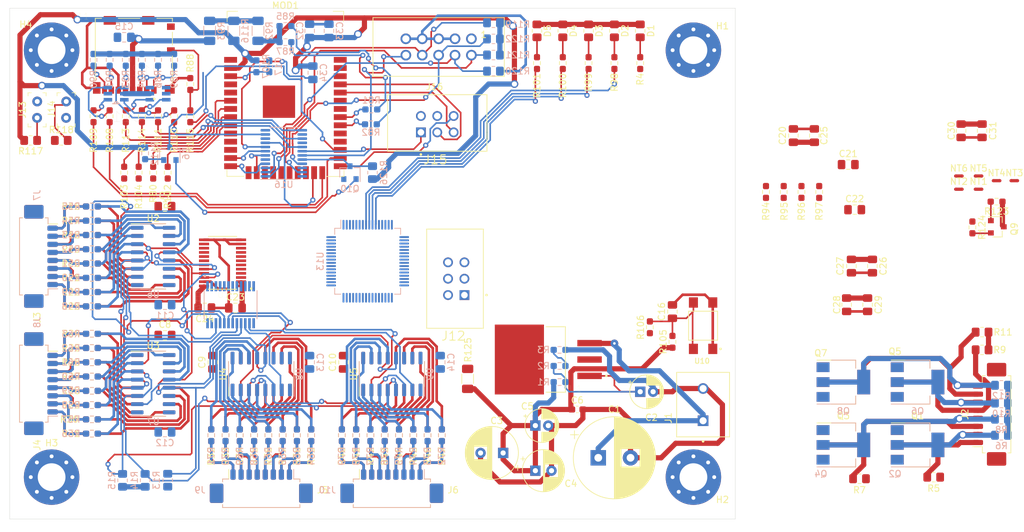
<source format=kicad_pcb>
(kicad_pcb (version 20171130) (host pcbnew 5.1.9+dfsg1-1)
  (layers (0 F.Cu signal) (1 In1.Cu power) (2 In2.Cu power) (31 B.Cu signal) (34 B.Paste user) (35 F.Paste user) (36 B.SilkS user) (37 F.SilkS user) (38 B.Mask user) (39 F.Mask user) (44 Edge.Cuts user hide))
  (net 0 "")
  (net 1 /pl.sch/VCC_5V0)
  (net 2 GND)
  (net 3 "Net-(C2-Pad1)")
  (net 4 /pl.sch/VCC_3V3)
  (net 5 SD_3V3)
  (net 6 GNDD)
  (net 7 "Net-(C16-Pad1)")
  (net 8 ESP_3V3)
  (net 9 "Net-(C34-Pad1)")
  (net 10 "Net-(D1-Pad2)")
  (net 11 "Net-(D2-Pad2)")
  (net 12 "Net-(D3-Pad2)")
  (net 13 "Net-(D4-Pad2)")
  (net 14 "Net-(D5-Pad2)")
  (net 15 /power_supply.sch/~SYS_RST)
  (net 16 /ps.sch/PRG_REST)
  (net 17 /ps.sch/ESP_PU)
  (net 18 /layer_selector.sch/LAYER_SEL1)
  (net 19 /layer_selector.sch/LAYER_SEL2)
  (net 20 /layer_selector.sch/LAYER_SEL3)
  (net 21 /layer_selector.sch/LAYER_SEL4)
  (net 22 /layer_selector.sch/LAYER_SEL5)
  (net 23 /layer_selector.sch/LAYER_SEL6)
  (net 24 /layer_selector.sch/LAYER_SEL7)
  (net 25 /layer_selector.sch/LAYER_SEL8)
  (net 26 "Net-(J3-Pad8)")
  (net 27 "Net-(J3-Pad7)")
  (net 28 "Net-(J3-Pad6)")
  (net 29 "Net-(J3-Pad5)")
  (net 30 "Net-(J3-Pad4)")
  (net 31 "Net-(J3-Pad3)")
  (net 32 "Net-(J3-Pad2)")
  (net 33 "Net-(J3-Pad1)")
  (net 34 "Net-(J4-Pad8)")
  (net 35 "Net-(J4-Pad7)")
  (net 36 "Net-(J4-Pad6)")
  (net 37 "Net-(J4-Pad5)")
  (net 38 "Net-(J4-Pad4)")
  (net 39 "Net-(J4-Pad3)")
  (net 40 "Net-(J4-Pad2)")
  (net 41 "Net-(J4-Pad1)")
  (net 42 "Net-(J5-Pad1)")
  (net 43 "Net-(J5-Pad2)")
  (net 44 "Net-(J5-Pad3)")
  (net 45 "Net-(J5-Pad4)")
  (net 46 "Net-(J5-Pad5)")
  (net 47 "Net-(J5-Pad6)")
  (net 48 "Net-(J5-Pad7)")
  (net 49 "Net-(J5-Pad8)")
  (net 50 "Net-(J6-Pad8)")
  (net 51 "Net-(J6-Pad7)")
  (net 52 "Net-(J6-Pad6)")
  (net 53 "Net-(J6-Pad5)")
  (net 54 "Net-(J6-Pad4)")
  (net 55 "Net-(J6-Pad3)")
  (net 56 "Net-(J6-Pad2)")
  (net 57 "Net-(J6-Pad1)")
  (net 58 "Net-(J7-Pad1)")
  (net 59 "Net-(J7-Pad2)")
  (net 60 "Net-(J7-Pad3)")
  (net 61 "Net-(J7-Pad4)")
  (net 62 "Net-(J7-Pad5)")
  (net 63 "Net-(J7-Pad6)")
  (net 64 "Net-(J7-Pad7)")
  (net 65 "Net-(J7-Pad8)")
  (net 66 "Net-(J8-Pad8)")
  (net 67 "Net-(J8-Pad7)")
  (net 68 "Net-(J8-Pad6)")
  (net 69 "Net-(J8-Pad5)")
  (net 70 "Net-(J8-Pad4)")
  (net 71 "Net-(J8-Pad3)")
  (net 72 "Net-(J8-Pad2)")
  (net 73 "Net-(J8-Pad1)")
  (net 74 "Net-(J9-Pad8)")
  (net 75 "Net-(J9-Pad7)")
  (net 76 "Net-(J9-Pad6)")
  (net 77 "Net-(J9-Pad5)")
  (net 78 "Net-(J9-Pad4)")
  (net 79 "Net-(J9-Pad3)")
  (net 80 "Net-(J9-Pad2)")
  (net 81 "Net-(J9-Pad1)")
  (net 82 "Net-(J10-Pad1)")
  (net 83 "Net-(J10-Pad2)")
  (net 84 "Net-(J10-Pad3)")
  (net 85 "Net-(J10-Pad4)")
  (net 86 "Net-(J10-Pad5)")
  (net 87 "Net-(J10-Pad6)")
  (net 88 "Net-(J10-Pad7)")
  (net 89 "Net-(J10-Pad8)")
  (net 90 "Net-(J11-Pad8)")
  (net 91 "Net-(J11-Pad7)")
  (net 92 "Net-(J11-Pad5)")
  (net 93 "Net-(J11-Pad3)")
  (net 94 "Net-(J11-Pad2)")
  (net 95 "Net-(J11-Pad1)")
  (net 96 "Net-(J11-Pad9)")
  (net 97 "Net-(J11-Pad10)")
  (net 98 /pl.sch/TCK)
  (net 99 /pl.sch/TDO)
  (net 100 /pl.sch/TMS)
  (net 101 /pl.sch/TDI)
  (net 102 /ps.sch/MUX_SEL_PRG)
  (net 103 "Net-(J14-Pad2)")
  (net 104 /ps.sch/GPIO0)
  (net 105 /ps.sch/PREST)
  (net 106 "Net-(J15-Pad2)")
  (net 107 /ps.sch/U0TXD)
  (net 108 /ps.sch/U0RXD)
  (net 109 /ps.sch/TMS)
  (net 110 "Net-(J16-Pad1)")
  (net 111 /ps.sch/TCK)
  (net 112 /ps.sch/TDO)
  (net 113 /ps.sch/TDI)
  (net 114 /ps.sch/R_nTRST)
  (net 115 /ps.sch/MTCK_SDDATA3)
  (net 116 "Net-(MOD1-Pad17)")
  (net 117 "Net-(MOD1-Pad18)")
  (net 118 "Net-(MOD1-Pad19)")
  (net 119 "Net-(MOD1-Pad20)")
  (net 120 "Net-(MOD1-Pad21)")
  (net 121 "Net-(MOD1-Pad22)")
  (net 122 /ps.sch/MTDO_SDCMD)
  (net 123 /ps.sch/SDDATA0)
  (net 124 "Net-(MOD1-Pad4)")
  (net 125 "Net-(MOD1-Pad5)")
  (net 126 /ps.sch/ESP_GPIO2)
  (net 127 /ps.sch/ESP_GPIO3)
  (net 128 /ps.sch/ESP_GPIO0)
  (net 129 /ps.sch/ESP_GPIO1)
  (net 130 "Net-(MOD1-Pad10)")
  (net 131 "Net-(MOD1-Pad11)")
  (net 132 "Net-(MOD1-Pad12)")
  (net 133 /ps.sch/MTMS_SDCLK)
  (net 134 /ps.sch/MTDI_SDDATA2)
  (net 135 "Net-(MOD1-Pad37)")
  (net 136 "Net-(MOD1-Pad36)")
  (net 137 "Net-(MOD1-Pad33)")
  (net 138 "Net-(MOD1-Pad32)")
  (net 139 /ps.sch/ESP_I2C_SCL)
  (net 140 /ps.sch/ESP_I2C_SDA)
  (net 141 "Net-(MOD1-Pad29)")
  (net 142 "Net-(MOD1-Pad28)")
  (net 143 /ps.sch/SD_CD)
  (net 144 /ps.sch/SDDATA1)
  (net 145 /LAYER_SEL1)
  (net 146 /LAYER_SEL2)
  (net 147 /LAYER_SEL3)
  (net 148 /LAYER_SEL4)
  (net 149 /LAYER_SEL5)
  (net 150 /LAYER_SEL6)
  (net 151 /LAYER_SEL7)
  (net 152 /LAYER_SEL8)
  (net 153 /pl.sch/~OE)
  (net 154 /pl.sch/~SYS_RST)
  (net 155 "Net-(R2-Pad2)")
  (net 156 /layer_led_mux.sch/CLK)
  (net 157 "Net-(R16-Pad2)")
  (net 158 "Net-(R17-Pad2)")
  (net 159 "Net-(R18-Pad2)")
  (net 160 "Net-(R19-Pad2)")
  (net 161 "Net-(R20-Pad2)")
  (net 162 "Net-(R21-Pad2)")
  (net 163 "Net-(R22-Pad2)")
  (net 164 "Net-(R23-Pad2)")
  (net 165 "Net-(R24-Pad2)")
  (net 166 "Net-(R25-Pad2)")
  (net 167 "Net-(R26-Pad2)")
  (net 168 "Net-(R27-Pad2)")
  (net 169 "Net-(R28-Pad2)")
  (net 170 "Net-(R29-Pad2)")
  (net 171 "Net-(R30-Pad2)")
  (net 172 "Net-(R31-Pad2)")
  (net 173 "Net-(R32-Pad2)")
  (net 174 "Net-(R33-Pad2)")
  (net 175 "Net-(R34-Pad2)")
  (net 176 "Net-(R35-Pad2)")
  (net 177 "Net-(R36-Pad2)")
  (net 178 "Net-(R37-Pad2)")
  (net 179 "Net-(R38-Pad2)")
  (net 180 "Net-(R39-Pad2)")
  (net 181 "Net-(R40-Pad2)")
  (net 182 "Net-(R41-Pad2)")
  (net 183 "Net-(R42-Pad2)")
  (net 184 "Net-(R43-Pad2)")
  (net 185 "Net-(R44-Pad2)")
  (net 186 "Net-(R45-Pad2)")
  (net 187 "Net-(R46-Pad2)")
  (net 188 "Net-(R47-Pad2)")
  (net 189 "Net-(R48-Pad2)")
  (net 190 "Net-(R49-Pad2)")
  (net 191 "Net-(R50-Pad2)")
  (net 192 "Net-(R51-Pad2)")
  (net 193 "Net-(R52-Pad2)")
  (net 194 "Net-(R53-Pad2)")
  (net 195 "Net-(R54-Pad2)")
  (net 196 "Net-(R55-Pad2)")
  (net 197 "Net-(R56-Pad2)")
  (net 198 "Net-(R57-Pad2)")
  (net 199 "Net-(R58-Pad2)")
  (net 200 "Net-(R59-Pad2)")
  (net 201 "Net-(R60-Pad2)")
  (net 202 "Net-(R61-Pad2)")
  (net 203 "Net-(R62-Pad2)")
  (net 204 "Net-(R63-Pad2)")
  (net 205 "Net-(R64-Pad2)")
  (net 206 "Net-(R65-Pad2)")
  (net 207 "Net-(R66-Pad2)")
  (net 208 "Net-(R67-Pad2)")
  (net 209 "Net-(R68-Pad2)")
  (net 210 "Net-(R69-Pad2)")
  (net 211 "Net-(R70-Pad2)")
  (net 212 "Net-(R71-Pad2)")
  (net 213 "Net-(R72-Pad2)")
  (net 214 "Net-(R73-Pad2)")
  (net 215 "Net-(R74-Pad2)")
  (net 216 "Net-(R75-Pad2)")
  (net 217 "Net-(R76-Pad2)")
  (net 218 "Net-(R77-Pad2)")
  (net 219 "Net-(R78-Pad2)")
  (net 220 "Net-(R79-Pad2)")
  (net 221 /pl.sch/GPIO0)
  (net 222 /pl.sch/I2C_SCL)
  (net 223 /pl.sch/I2C_SDA)
  (net 224 I2C_3V3)
  (net 225 /pl.sch/LED_R)
  (net 226 /pl.sch/LED_G)
  (net 227 /pl.sch/LED_O1)
  (net 228 /pl.sch/LED_O2)
  (net 229 /pl.sch/GPIO1)
  (net 230 /pl.sch/GPIO2)
  (net 231 /pl.sch/GPIO3)
  (net 232 /ps.sch/SD_DAT2)
  (net 233 /ps.sch/SD_DAT3)
  (net 234 /ps.sch/SD_CLK)
  (net 235 /ps.sch/SD_CMD)
  (net 236 "Net-(U1-Pad2)")
  (net 237 "Net-(U2-Pad15)")
  (net 238 "Net-(U2-Pad14)")
  (net 239 /DATA_LED1)
  (net 240 "Net-(U3-Pad15)")
  (net 241 "Net-(U3-Pad14)")
  (net 242 /DATA_LED2)
  (net 243 /DATA_LED3)
  (net 244 "Net-(U4-Pad14)")
  (net 245 "Net-(U4-Pad15)")
  (net 246 /DATA_LED4)
  (net 247 "Net-(U5-Pad14)")
  (net 248 "Net-(U5-Pad15)")
  (net 249 /DATA_LED5)
  (net 250 "Net-(U6-Pad14)")
  (net 251 "Net-(U6-Pad15)")
  (net 252 "Net-(U7-Pad15)")
  (net 253 "Net-(U7-Pad14)")
  (net 254 /DATA_LED6)
  (net 255 /DATA_LED7)
  (net 256 "Net-(U8-Pad14)")
  (net 257 "Net-(U8-Pad15)")
  (net 258 "Net-(U9-Pad15)")
  (net 259 "Net-(U9-Pad14)")
  (net 260 /DATA_LED8)
  (net 261 "Net-(U12-Pad1)")
  (net 262 "Net-(U12-Pad6)")
  (net 263 "Net-(U13-Pad1)")
  (net 264 "Net-(U13-Pad2)")
  (net 265 "Net-(U13-Pad4)")
  (net 266 "Net-(U13-Pad5)")
  (net 267 "Net-(U13-Pad6)")
  (net 268 "Net-(U13-Pad7)")
  (net 269 "Net-(U13-Pad12)")
  (net 270 "Net-(U13-Pad13)")
  (net 271 /pl.sch/CLK_40M)
  (net 272 /pl.sch/CLK_25M)
  (net 273 "Net-(U13-Pad17)")
  (net 274 "Net-(U13-Pad18)")
  (net 275 "Net-(U13-Pad19)")
  (net 276 /pl.sch/DATA_ROW1_3V3)
  (net 277 /pl.sch/DATA_ROW2_3V3)
  (net 278 /pl.sch/DATA_ROW3_3V3)
  (net 279 /pl.sch/DATA_ROW4_3V3)
  (net 280 /pl.sch/DATA_ROW5_3V3)
  (net 281 /pl.sch/DATA_ROW6_3V3)
  (net 282 /pl.sch/DATA_ROW7_3V3)
  (net 283 /pl.sch/DATA_ROW8_3V3)
  (net 284 /pl.sch/~DATA_OE_3V3)
  (net 285 /pl.sch/DATA_LE_3V3)
  (net 286 /pl.sch/DATA_CLK_3V3)
  (net 287 "Net-(U13-Pad39)")
  (net 288 "Net-(U13-Pad40)")
  (net 289 "Net-(U13-Pad42)")
  (net 290 "Net-(U13-Pad51)")
  (net 291 "Net-(U13-Pad52)")
  (net 292 "Net-(U13-Pad56)")
  (net 293 "Net-(U13-Pad57)")
  (net 294 "Net-(U13-Pad62)")
  (net 295 "Net-(U13-Pad63)")
  (net 296 "Net-(U13-Pad64)")
  (net 297 "Net-(U15-Pad18)")
  (net 298 "Net-(U15-Pad17)")
  (net 299 "Net-(U15-Pad16)")
  (net 300 "Net-(U15-Pad15)")
  (net 301 "Net-(U15-Pad14)")
  (net 302 "Net-(U15-Pad10)")
  (net 303 "Net-(U15-Pad9)")
  (net 304 "Net-(U15-Pad8)")
  (net 305 "Net-(U15-Pad7)")
  (net 306 "Net-(U15-Pad6)")
  (net 307 "Net-(U16-Pad3)")
  (net 308 "Net-(U16-Pad12)")
  (net 309 "Net-(U16-Pad16)")
  (net 310 "Net-(U16-Pad22)")
  (net 311 "Net-(J12-Pad1)")
  (net 312 /pl.sch/~DATA_OE_5V0)
  (net 313 /pl.sch/DATA_LE_5V0)
  (net 314 "Net-(Q10-Pad3)")
  (module Package_QFP:TQFP-64_10x10mm_P0.5mm (layer B.Cu) (at 55.5 50 270)
    (fp_text reference U13 (at 0 7.35 90) (layer B.SilkS) (effects (justify mirror)))
    (fp_text value XC9572XL-VQ64)
    (pad 1 smd roundrect (at -5.6625 3.75 270) (size 1.475 0.3) (layers B.Cu B.Paste B.Mask) (net 263 "Net-(U13-Pad1)"))
    (pad 2 smd roundrect (at -5.6625 3.25 270) (size 1.475 0.3) (layers B.Cu B.Paste B.Mask) (net 264 "Net-(U13-Pad2)"))
    (pad 3 smd roundrect (at -5.6625 2.75 270) (size 1.475 0.3) (layers B.Cu B.Paste B.Mask) (net 4 /pl.sch/VCC_3V3))
    (pad 4 smd roundrect (at -5.6625 2.25 270) (size 1.475 0.3) (layers B.Cu B.Paste B.Mask) (net 265 "Net-(U13-Pad4)"))
    (pad 5 smd roundrect (at -5.6625 1.75 270) (size 1.475 0.3) (layers B.Cu B.Paste B.Mask) (net 266 "Net-(U13-Pad5)"))
    (pad 6 smd roundrect (at -5.6625 1.25 270) (size 1.475 0.3) (layers B.Cu B.Paste B.Mask) (net 267 "Net-(U13-Pad6)"))
    (pad 7 smd roundrect (at -5.6625 0.75 270) (size 1.475 0.3) (layers B.Cu B.Paste B.Mask) (net 268 "Net-(U13-Pad7)"))
    (pad 8 smd roundrect (at -5.6625 0.25 270) (size 1.475 0.3) (layers B.Cu B.Paste B.Mask) (net 225 /pl.sch/LED_R))
    (pad 9 smd roundrect (at -5.6625 -0.25 270) (size 1.475 0.3) (layers B.Cu B.Paste B.Mask) (net 226 /pl.sch/LED_G))
    (pad 10 smd roundrect (at -5.6625 -0.75 270) (size 1.475 0.3) (layers B.Cu B.Paste B.Mask) (net 227 /pl.sch/LED_O1))
    (pad 11 smd roundrect (at -5.6625 -1.25 270) (size 1.475 0.3) (layers B.Cu B.Paste B.Mask) (net 228 /pl.sch/LED_O2))
    (pad 12 smd roundrect (at -5.6625 -1.75 270) (size 1.475 0.3) (layers B.Cu B.Paste B.Mask) (net 269 "Net-(U13-Pad12)"))
    (pad 13 smd roundrect (at -5.6625 -2.25 270) (size 1.475 0.3) (layers B.Cu B.Paste B.Mask) (net 270 "Net-(U13-Pad13)"))
    (pad 14 smd roundrect (at -5.6625 -2.75 270) (size 1.475 0.3) (layers B.Cu B.Paste B.Mask) (net 6 GNDD))
    (pad 15 smd roundrect (at -5.6625 -3.25 270) (size 1.475 0.3) (layers B.Cu B.Paste B.Mask) (net 271 /pl.sch/CLK_40M))
    (pad 16 smd roundrect (at -5.6625 -3.75 270) (size 1.475 0.3) (layers B.Cu B.Paste B.Mask) (net 272 /pl.sch/CLK_25M))
    (pad 17 smd roundrect (at -3.75 -5.6625 270) (size 0.3 1.475) (layers B.Cu B.Paste B.Mask) (net 273 "Net-(U13-Pad17)"))
    (pad 18 smd roundrect (at -3.25 -5.6625 270) (size 0.3 1.475) (layers B.Cu B.Paste B.Mask) (net 274 "Net-(U13-Pad18)"))
    (pad 19 smd roundrect (at -2.75 -5.6625 270) (size 0.3 1.475) (layers B.Cu B.Paste B.Mask) (net 275 "Net-(U13-Pad19)"))
    (pad 20 smd roundrect (at -2.25 -5.6625 270) (size 0.3 1.475) (layers B.Cu B.Paste B.Mask) (net 222 /pl.sch/I2C_SCL))
    (pad 21 smd roundrect (at -1.75 -5.6625 270) (size 0.3 1.475) (layers B.Cu B.Paste B.Mask) (net 6 GNDD))
    (pad 22 smd roundrect (at -1.25 -5.6625 270) (size 0.3 1.475) (layers B.Cu B.Paste B.Mask) (net 276 /pl.sch/DATA_ROW1_3V3))
    (pad 23 smd roundrect (at -0.75 -5.6625 270) (size 0.3 1.475) (layers B.Cu B.Paste B.Mask) (net 223 /pl.sch/I2C_SDA))
    (pad 24 smd roundrect (at -0.25 -5.6625 270) (size 0.3 1.475) (layers B.Cu B.Paste B.Mask) (net 277 /pl.sch/DATA_ROW2_3V3))
    (pad 25 smd roundrect (at 0.25 -5.6625 270) (size 0.3 1.475) (layers B.Cu B.Paste B.Mask) (net 278 /pl.sch/DATA_ROW3_3V3))
    (pad 26 smd roundrect (at 0.75 -5.6625 270) (size 0.3 1.475) (layers B.Cu B.Paste B.Mask) (net 4 /pl.sch/VCC_3V3))
    (pad 27 smd roundrect (at 1.25 -5.6625 270) (size 0.3 1.475) (layers B.Cu B.Paste B.Mask) (net 279 /pl.sch/DATA_ROW4_3V3))
    (pad 28 smd roundrect (at 1.75 -5.6625 270) (size 0.3 1.475) (layers B.Cu B.Paste B.Mask) (net 101 /pl.sch/TDI))
    (pad 29 smd roundrect (at 2.25 -5.6625 270) (size 0.3 1.475) (layers B.Cu B.Paste B.Mask) (net 100 /pl.sch/TMS))
    (pad 30 smd roundrect (at 2.75 -5.6625 270) (size 0.3 1.475) (layers B.Cu B.Paste B.Mask) (net 98 /pl.sch/TCK))
    (pad 31 smd roundrect (at 3.25 -5.6625 270) (size 0.3 1.475) (layers B.Cu B.Paste B.Mask) (net 280 /pl.sch/DATA_ROW5_3V3))
    (pad 32 smd roundrect (at 3.75 -5.6625 270) (size 0.3 1.475) (layers B.Cu B.Paste B.Mask) (net 281 /pl.sch/DATA_ROW6_3V3))
    (pad 33 smd roundrect (at 5.6625 -3.75 270) (size 1.475 0.3) (layers B.Cu B.Paste B.Mask) (net 282 /pl.sch/DATA_ROW7_3V3))
    (pad 34 smd roundrect (at 5.6625 -3.25 270) (size 1.475 0.3) (layers B.Cu B.Paste B.Mask) (net 283 /pl.sch/DATA_ROW8_3V3))
    (pad 35 smd roundrect (at 5.6625 -2.75 270) (size 1.475 0.3) (layers B.Cu B.Paste B.Mask) (net 284 /pl.sch/~DATA_OE_3V3))
    (pad 36 smd roundrect (at 5.6625 -2.25 270) (size 1.475 0.3) (layers B.Cu B.Paste B.Mask) (net 285 /pl.sch/DATA_LE_3V3))
    (pad 37 smd roundrect (at 5.6625 -1.75 270) (size 1.475 0.3) (layers B.Cu B.Paste B.Mask) (net 4 /pl.sch/VCC_3V3))
    (pad 38 smd roundrect (at 5.6625 -1.25 270) (size 1.475 0.3) (layers B.Cu B.Paste B.Mask) (net 286 /pl.sch/DATA_CLK_3V3))
    (pad 39 smd roundrect (at 5.6625 -0.75 270) (size 1.475 0.3) (layers B.Cu B.Paste B.Mask) (net 287 "Net-(U13-Pad39)"))
    (pad 40 smd roundrect (at 5.6625 -0.25 270) (size 1.475 0.3) (layers B.Cu B.Paste B.Mask) (net 288 "Net-(U13-Pad40)"))
    (pad 41 smd roundrect (at 5.6625 0.25 270) (size 1.475 0.3) (layers B.Cu B.Paste B.Mask) (net 6 GNDD))
    (pad 42 smd roundrect (at 5.6625 0.75 270) (size 1.475 0.3) (layers B.Cu B.Paste B.Mask) (net 289 "Net-(U13-Pad42)"))
    (pad 43 smd roundrect (at 5.6625 1.25 270) (size 1.475 0.3) (layers B.Cu B.Paste B.Mask) (net 145 /LAYER_SEL1))
    (pad 44 smd roundrect (at 5.6625 1.75 270) (size 1.475 0.3) (layers B.Cu B.Paste B.Mask) (net 146 /LAYER_SEL2))
    (pad 45 smd roundrect (at 5.6625 2.25 270) (size 1.475 0.3) (layers B.Cu B.Paste B.Mask) (net 147 /LAYER_SEL3))
    (pad 46 smd roundrect (at 5.6625 2.75 270) (size 1.475 0.3) (layers B.Cu B.Paste B.Mask) (net 148 /LAYER_SEL4))
    (pad 47 smd roundrect (at 5.6625 3.25 270) (size 1.475 0.3) (layers B.Cu B.Paste B.Mask) (net 149 /LAYER_SEL5))
    (pad 48 smd roundrect (at 5.6625 3.75 270) (size 1.475 0.3) (layers B.Cu B.Paste B.Mask) (net 150 /LAYER_SEL6))
    (pad 49 smd roundrect (at 3.75 5.6625 270) (size 0.3 1.475) (layers B.Cu B.Paste B.Mask) (net 151 /LAYER_SEL7))
    (pad 50 smd roundrect (at 3.25 5.6625 270) (size 0.3 1.475) (layers B.Cu B.Paste B.Mask) (net 152 /LAYER_SEL8))
    (pad 51 smd roundrect (at 2.75 5.6625 270) (size 0.3 1.475) (layers B.Cu B.Paste B.Mask) (net 290 "Net-(U13-Pad51)"))
    (pad 52 smd roundrect (at 2.25 5.6625 270) (size 0.3 1.475) (layers B.Cu B.Paste B.Mask) (net 291 "Net-(U13-Pad52)"))
    (pad 53 smd roundrect (at 1.75 5.6625 270) (size 0.3 1.475) (layers B.Cu B.Paste B.Mask) (net 99 /pl.sch/TDO))
    (pad 54 smd roundrect (at 1.25 5.6625 270) (size 0.3 1.475) (layers B.Cu B.Paste B.Mask) (net 6 GNDD))
    (pad 55 smd roundrect (at 0.75 5.6625 270) (size 0.3 1.475) (layers B.Cu B.Paste B.Mask) (net 4 /pl.sch/VCC_3V3))
    (pad 56 smd roundrect (at 0.25 5.6625 270) (size 0.3 1.475) (layers B.Cu B.Paste B.Mask) (net 292 "Net-(U13-Pad56)"))
    (pad 57 smd roundrect (at -0.25 5.6625 270) (size 0.3 1.475) (layers B.Cu B.Paste B.Mask) (net 293 "Net-(U13-Pad57)"))
    (pad 58 smd roundrect (at -0.75 5.6625 270) (size 0.3 1.475) (layers B.Cu B.Paste B.Mask) (net 221 /pl.sch/GPIO0))
    (pad 59 smd roundrect (at -1.25 5.6625 270) (size 0.3 1.475) (layers B.Cu B.Paste B.Mask) (net 229 /pl.sch/GPIO1))
    (pad 60 smd roundrect (at -1.75 5.6625 270) (size 0.3 1.475) (layers B.Cu B.Paste B.Mask) (net 230 /pl.sch/GPIO2))
    (pad 61 smd roundrect (at -2.25 5.6625 270) (size 0.3 1.475) (layers B.Cu B.Paste B.Mask) (net 231 /pl.sch/GPIO3))
    (pad 62 smd roundrect (at -2.75 5.6625 270) (size 0.3 1.475) (layers B.Cu B.Paste B.Mask) (net 294 "Net-(U13-Pad62)"))
    (pad 63 smd roundrect (at -3.25 5.6625 270) (size 0.3 1.475) (layers B.Cu B.Paste B.Mask) (net 295 "Net-(U13-Pad63)"))
    (pad 64 smd roundrect (at -3.75 5.6625 270) (size 0.3 1.475) (layers B.Cu B.Paste B.Mask) (net 296 "Net-(U13-Pad64)"))
  )
  (module Resistor_SMD:R_0805_2012Metric_Pad1.20x1.40mm_HandSolder (layer B.Cu) (at 56.25 36.25 270)
    (fp_text reference R126 (at 0 -1.75 90) (layer B.SilkS) (effects (justify mirror)))
    (fp_text value 10K)
    (pad 2 smd roundrect (at 1 0 270) (size 1.2 1.4) (layers B.Cu B.Paste B.Mask) (roundrect_rratio 0.208333) (net 8 ESP_3V3))
    (pad 1 smd roundrect (at -1 0 270) (size 1.2 1.4) (layers B.Cu B.Paste B.Mask) (roundrect_rratio 0.208333) (net 314 "Net-(Q10-Pad3)"))
  )
  (module Package_TO_SOT_SMD:SOT-23 (layer B.Cu) (at 52.75 36.25 90)
    (fp_text reference Q10 (at -2.5 0 180) (layer B.SilkS) (effects (justify mirror)))
    (fp_text value Q_PMOS_GSD)
    (pad 3 smd rect (at 1 0 90) (size 0.9 0.8) (layers B.Cu B.Paste B.Mask) (net 314 "Net-(Q10-Pad3)"))
    (pad 2 smd rect (at -1 -0.95 90) (size 0.9 0.8) (layers B.Cu B.Paste B.Mask) (net 6 GNDD))
    (pad 1 smd rect (at -1 0.95 90) (size 0.9 0.8) (layers B.Cu B.Paste B.Mask) (net 15 /power_supply.sch/~SYS_RST))
  )
  (module digikey-footprints:ESP32-WROOM-32D (layer F.Cu) (at 42.75 27)
    (fp_text reference MOD1 (at 0.01 -16.69) (layer F.SilkS))
    (fp_text value ESP32-WROOM-32)
    (pad 1 smd rect (at -8.5 -8.255) (size 2 0.9) (layers F.Cu F.Paste F.Mask) (net 6 GNDD))
    (pad 15 smd rect (at -5.715 9.255 90) (size 2 0.9) (layers F.Cu F.Paste F.Mask) (net 6 GNDD))
    (pad 16 smd rect (at -4.445 9.255 90) (size 2 0.9) (layers F.Cu F.Paste F.Mask) (net 115 /ps.sch/MTCK_SDDATA3))
    (pad 17 smd rect (at -3.175 9.255 90) (size 2 0.9) (layers F.Cu F.Paste F.Mask) (net 116 "Net-(MOD1-Pad17)"))
    (pad 18 smd rect (at -1.905 9.255 90) (size 2 0.9) (layers F.Cu F.Paste F.Mask) (net 117 "Net-(MOD1-Pad18)"))
    (pad 19 smd rect (at -0.635 9.255 90) (size 2 0.9) (layers F.Cu F.Paste F.Mask) (net 118 "Net-(MOD1-Pad19)"))
    (pad 20 smd rect (at 0.635 9.255 90) (size 2 0.9) (layers F.Cu F.Paste F.Mask) (net 119 "Net-(MOD1-Pad20)"))
    (pad 21 smd rect (at 1.905 9.255 90) (size 2 0.9) (layers F.Cu F.Paste F.Mask) (net 120 "Net-(MOD1-Pad21)"))
    (pad 22 smd rect (at 3.175 9.255 90) (size 2 0.9) (layers F.Cu F.Paste F.Mask) (net 121 "Net-(MOD1-Pad22)"))
    (pad 23 smd rect (at 4.445 9.255 90) (size 2 0.9) (layers F.Cu F.Paste F.Mask) (net 122 /ps.sch/MTDO_SDCMD))
    (pad 24 smd rect (at 5.715 9.255 90) (size 2 0.9) (layers F.Cu F.Paste F.Mask) (net 123 /ps.sch/SDDATA0))
    (pad 2 smd rect (at -8.5 -6.985) (size 2 0.9) (layers F.Cu F.Paste F.Mask) (net 8 ESP_3V3))
    (pad 3 smd rect (at -8.5 -5.715) (size 2 0.9) (layers F.Cu F.Paste F.Mask) (net 17 /ps.sch/ESP_PU))
    (pad 4 smd rect (at -8.5 -4.445) (size 2 0.9) (layers F.Cu F.Paste F.Mask) (net 124 "Net-(MOD1-Pad4)"))
    (pad 5 smd rect (at -8.5 -3.175) (size 2 0.9) (layers F.Cu F.Paste F.Mask) (net 125 "Net-(MOD1-Pad5)"))
    (pad 6 smd rect (at -8.5 -1.905) (size 2 0.9) (layers F.Cu F.Paste F.Mask) (net 126 /ps.sch/ESP_GPIO2))
    (pad 7 smd rect (at -8.5 -0.635) (size 2 0.9) (layers F.Cu F.Paste F.Mask) (net 127 /ps.sch/ESP_GPIO3))
    (pad 8 smd rect (at -8.5 0.635) (size 2 0.9) (layers F.Cu F.Paste F.Mask) (net 128 /ps.sch/ESP_GPIO0))
    (pad 9 smd rect (at -8.5 1.905) (size 2 0.9) (layers F.Cu F.Paste F.Mask) (net 129 /ps.sch/ESP_GPIO1))
    (pad 10 smd rect (at -8.5 3.175) (size 2 0.9) (layers F.Cu F.Paste F.Mask) (net 130 "Net-(MOD1-Pad10)"))
    (pad 11 smd rect (at -8.5 4.445) (size 2 0.9) (layers F.Cu F.Paste F.Mask) (net 131 "Net-(MOD1-Pad11)"))
    (pad 12 smd rect (at -8.5 5.715) (size 2 0.9) (layers F.Cu F.Paste F.Mask) (net 132 "Net-(MOD1-Pad12)"))
    (pad 13 smd rect (at -8.5 6.985) (size 2 0.9) (layers F.Cu F.Paste F.Mask) (net 133 /ps.sch/MTMS_SDCLK))
    (pad 14 smd rect (at -8.5 8.255) (size 2 0.9) (layers F.Cu F.Paste F.Mask) (net 134 /ps.sch/MTDI_SDDATA2))
    (pad 38 smd rect (at 8.5 -8.255) (size 2 0.9) (layers F.Cu F.Paste F.Mask) (net 6 GNDD))
    (pad 37 smd rect (at 8.5 -6.985) (size 2 0.9) (layers F.Cu F.Paste F.Mask) (net 135 "Net-(MOD1-Pad37)"))
    (pad 36 smd rect (at 8.5 -5.715) (size 2 0.9) (layers F.Cu F.Paste F.Mask) (net 136 "Net-(MOD1-Pad36)"))
    (pad 35 smd rect (at 8.5 -4.445) (size 2 0.9) (layers F.Cu F.Paste F.Mask) (net 107 /ps.sch/U0TXD))
    (pad 34 smd rect (at 8.5 -3.175) (size 2 0.9) (layers F.Cu F.Paste F.Mask) (net 108 /ps.sch/U0RXD))
    (pad 33 smd rect (at 8.5 -1.905) (size 2 0.9) (layers F.Cu F.Paste F.Mask) (net 137 "Net-(MOD1-Pad33)"))
    (pad 32 smd rect (at 8.5 -0.635) (size 2 0.9) (layers F.Cu F.Paste F.Mask) (net 138 "Net-(MOD1-Pad32)"))
    (pad 31 smd rect (at 8.5 0.635) (size 2 0.9) (layers F.Cu F.Paste F.Mask) (net 139 /ps.sch/ESP_I2C_SCL))
    (pad 30 smd rect (at 8.5 1.905) (size 2 0.9) (layers F.Cu F.Paste F.Mask) (net 140 /ps.sch/ESP_I2C_SDA))
    (pad 29 smd rect (at 8.5 3.175) (size 2 0.9) (layers F.Cu F.Paste F.Mask) (net 141 "Net-(MOD1-Pad29)"))
    (pad 28 smd rect (at 8.5 4.445) (size 2 0.9) (layers F.Cu F.Paste F.Mask) (net 142 "Net-(MOD1-Pad28)"))
    (pad 27 smd rect (at 8.5 5.715) (size 2 0.9) (layers F.Cu F.Paste F.Mask) (net 143 /ps.sch/SD_CD))
    (pad 26 smd rect (at 8.5 6.985) (size 2 0.9) (layers F.Cu F.Paste F.Mask) (net 144 /ps.sch/SDDATA1))
    (pad 25 smd rect (at 8.5 8.255) (size 2 0.9) (layers F.Cu F.Paste F.Mask) (net 104 /ps.sch/GPIO0))
    (pad 39 smd rect (at -1 -1.755) (size 5 5) (layers F.Cu F.Paste F.Mask) (net 6 GNDD))
  )
  (module Resistor_SMD:R_0603_1608Metric_Pad0.98x0.95mm_HandSolder (layer F.Cu) (at 99.25 60.25 90)
    (fp_text reference R106 (at 0 -1.43 90) (layer F.SilkS))
    (fp_text value 0R)
    (pad 2 smd roundrect (at 0.9125 0 90) (size 0.975 0.95) (layers F.Cu F.Paste F.Mask) (net 7 "Net-(C16-Pad1)"))
    (pad 1 smd roundrect (at -0.9125 0 90) (size 0.975 0.95) (layers F.Cu F.Paste F.Mask) (net 15 /power_supply.sch/~SYS_RST))
  )
  (module LM1085IS-12:TO254P1524X483-4N (layer F.Cu) (at 83.5 65.25 180)
    (fp_text reference U1 (at -4.25 -4.54) (layer F.SilkS) (effects (font (thickness 0.015))))
    (fp_text value LM1085IS-12)
    (pad 1 smd rect (at -6.4 -2.54 180) (size 3.79 0.99) (layers F.Cu F.Paste F.Mask) (net 3 "Net-(C2-Pad1)"))
    (pad 2 smd rect (at -6.4 0 180) (size 3.79 0.99) (layers F.Cu F.Paste F.Mask) (net 236 "Net-(U1-Pad2)"))
    (pad 3 smd rect (at -6.4 2.54 180) (size 3.79 0.99) (layers F.Cu F.Paste F.Mask) (net 1 /pl.sch/VCC_5V0))
    (pad 4 smd rect (at 4.48 0 180) (size 7.62 10.84) (layers F.Cu F.Mask) (net 4 /pl.sch/VCC_3V3))
  )
  (module SW_TL3305AF260QG (layer F.Cu) (at 107.5 60 180)
    (fp_text reference U10 (at 0.16155 -5.48386) (layer F.SilkS) (effects (font (size 0.8 0.8))))
    (fp_text value TL3305AF260QG)
    (pad 1 smd rect (at -1.5 -3.6 180) (size 1.4 1.6) (layers F.Cu F.Paste F.Mask) (net 6 GNDD))
    (pad 2 smd rect (at -1.5 3.6 180) (size 1.4 1.6) (layers F.Cu F.Paste F.Mask) (net 6 GNDD))
    (pad 3 smd rect (at 1.5 -3.6 180) (size 1.4 1.6) (layers F.Cu F.Paste F.Mask) (net 7 "Net-(C16-Pad1)"))
    (pad 4 smd rect (at 1.5 3.6 180) (size 1.4 1.6) (layers F.Cu F.Paste F.Mask) (net 7 "Net-(C16-Pad1)"))
  )
  (module Package_TO_SOT_SMD:SOT-223 (layer B.Cu) (at 140.75 68.75)
    (fp_text reference Q6 (at 0 4.5 180) (layer B.SilkS) (effects (justify mirror)))
    (fp_text value Q_NMOS_GDSD)
    (pad 4 smd rect (at 3.15 0) (size 2 3.8) (layers B.Cu B.Paste B.Mask) (net 23 /layer_selector.sch/LAYER_SEL6))
    (pad 2 smd rect (at -3.15 0) (size 2 1.5) (layers B.Cu B.Paste B.Mask) (net 23 /layer_selector.sch/LAYER_SEL6))
    (pad 3 smd rect (at -3.15 -2.3) (size 2 1.5) (layers B.Cu B.Paste B.Mask) (net 2 GND))
    (pad 1 smd rect (at -3.15 2.3) (size 2 1.5) (layers B.Cu B.Paste B.Mask) (net 150 /LAYER_SEL6))
  )
  (module Resistor_SMD:R_0805_2012Metric_Pad1.20x1.40mm_HandSolder (layer F.Cu) (at 131.75 83.75)
    (fp_text reference R7 (at 0 1.75) (layer F.SilkS))
    (fp_text value 10K)
    (pad 2 smd roundrect (at 1 0) (size 1.2 1.4) (layers F.Cu F.Paste F.Mask) (roundrect_rratio 0.208333) (net 1 /pl.sch/VCC_5V0))
    (pad 1 smd roundrect (at -1 0) (size 1.2 1.4) (layers F.Cu F.Paste F.Mask) (roundrect_rratio 0.208333) (net 20 /layer_selector.sch/LAYER_SEL3))
  )
  (module Package_TO_SOT_SMD:SOT-223 (layer F.Cu) (at 140.75 78.5)
    (fp_text reference Q1 (at 0 -4.5) (layer F.SilkS))
    (fp_text value Q_NMOS_GDSD)
    (pad 4 smd rect (at 3.15 0) (size 2 3.8) (layers F.Cu F.Paste F.Mask) (net 18 /layer_selector.sch/LAYER_SEL1))
    (pad 2 smd rect (at -3.15 0) (size 2 1.5) (layers F.Cu F.Paste F.Mask) (net 18 /layer_selector.sch/LAYER_SEL1))
    (pad 3 smd rect (at -3.15 2.3) (size 2 1.5) (layers F.Cu F.Paste F.Mask) (net 2 GND))
    (pad 1 smd rect (at -3.15 -2.3) (size 2 1.5) (layers F.Cu F.Paste F.Mask) (net 145 /LAYER_SEL1))
  )
  (module Resistor_SMD:R_0805_2012Metric_Pad1.20x1.40mm_HandSolder (layer F.Cu) (at 150.75 61)
    (fp_text reference R11 (at 3.25 0) (layer F.SilkS))
    (fp_text value 10K)
    (pad 1 smd roundrect (at -1 0) (size 1.2 1.4) (layers F.Cu F.Paste F.Mask) (roundrect_rratio 0.208333) (net 24 /layer_selector.sch/LAYER_SEL7))
    (pad 2 smd roundrect (at 1 0) (size 1.2 1.4) (layers F.Cu F.Paste F.Mask) (roundrect_rratio 0.208333) (net 1 /pl.sch/VCC_5V0))
  )
  (module Resistor_SMD:R_0805_2012Metric_Pad1.20x1.40mm_HandSolder (layer F.Cu) (at 143.25 83.5)
    (fp_text reference R5 (at 0 1.75) (layer F.SilkS))
    (fp_text value 10K)
    (pad 1 smd roundrect (at -1 0) (size 1.2 1.4) (layers F.Cu F.Paste F.Mask) (roundrect_rratio 0.208333) (net 18 /layer_selector.sch/LAYER_SEL1))
    (pad 2 smd roundrect (at 1 0) (size 1.2 1.4) (layers F.Cu F.Paste F.Mask) (roundrect_rratio 0.208333) (net 1 /pl.sch/VCC_5V0))
  )
  (module Capacitor_THT:CP_Radial_D6.3mm_P2.50mm (layer F.Cu) (at 81.5 82.5)
    (fp_text reference C4 (at 5.5 2) (layer F.SilkS))
    (fp_text value 100uF)
    (pad 2 thru_hole circle (at 2.5 0) (size 1.6 1.6) (drill 0.8) (layers *.Cu *.Mask) (net 2 GND))
    (pad 1 thru_hole rect (at 0 0) (size 1.6 1.6) (drill 0.8) (layers *.Cu *.Mask) (net 4 /pl.sch/VCC_3V3))
  )
  (module Capacitor_THT:CP_Radial_D8.0mm_P3.50mm (layer F.Cu) (at 76.5 79.75 180)
    (fp_text reference C3 (at 1 5) (layer F.SilkS))
    (fp_text value 150uF)
    (pad 2 thru_hole circle (at 3.5 0 180) (size 1.6 1.6) (drill 0.8) (layers *.Cu *.Mask) (net 2 GND))
    (pad 1 thru_hole rect (at 0 0 180) (size 1.6 1.6) (drill 0.8) (layers *.Cu *.Mask) (net 4 /pl.sch/VCC_3V3))
  )
  (module Capacitor_THT:CP_Radial_D12.5mm_P5.00mm (layer F.Cu) (at 91.25 80.5)
    (fp_text reference C1 (at 2.5 -7.5) (layer F.SilkS))
    (fp_text value 1000uF)
    (pad 2 thru_hole circle (at 5 0) (size 2.4 2.4) (drill 1.2) (layers *.Cu *.Mask) (net 2 GND))
    (pad 1 thru_hole rect (at 0 0) (size 2.4 2.4) (drill 1.2) (layers *.Cu *.Mask) (net 1 /pl.sch/VCC_5V0))
  )
  (module Capacitor_SMD:C_0603_1608Metric_Pad1.08x0.95mm_HandSolder (layer F.Cu) (at 88 73)
    (fp_text reference C6 (at 0 -1.43) (layer F.SilkS))
    (fp_text value 1uF)
    (pad 2 smd roundrect (at 0.8625 0) (size 1.075 0.95) (layers F.Cu F.Paste F.Mask) (net 2 GND))
    (pad 1 smd roundrect (at -0.8625 0) (size 1.075 0.95) (layers F.Cu F.Paste F.Mask) (net 4 /pl.sch/VCC_3V3))
  )
  (module Capacitor_SMD:C_0805_2012Metric_Pad1.18x1.45mm_HandSolder (layer F.Cu) (at 24.07 41.5)
    (fp_text reference C7 (at 0 -1.68) (layer F.SilkS))
    (fp_text value 100nF)
    (pad 1 smd roundrect (at -1.0375 0) (size 1.175 1.45) (layers F.Cu F.Paste F.Mask) (roundrect_rratio 0.212766) (net 1 /pl.sch/VCC_5V0))
    (pad 2 smd roundrect (at 1.0375 0) (size 1.175 1.45) (layers F.Cu F.Paste F.Mask) (roundrect_rratio 0.212766) (net 2 GND))
  )
  (module Capacitor_SMD:C_0805_2012Metric_Pad1.18x1.45mm_HandSolder (layer F.Cu) (at 24.07 61.5)
    (fp_text reference C8 (at 0 -1.68) (layer F.SilkS))
    (fp_text value 100nF)
    (pad 2 smd roundrect (at 1.0375 0) (size 1.175 1.45) (layers F.Cu F.Paste F.Mask) (roundrect_rratio 0.212766) (net 2 GND))
    (pad 1 smd roundrect (at -1.0375 0) (size 1.175 1.45) (layers F.Cu F.Paste F.Mask) (roundrect_rratio 0.212766) (net 1 /pl.sch/VCC_5V0))
  )
  (module Capacitor_SMD:C_0805_2012Metric_Pad1.18x1.45mm_HandSolder (layer F.Cu) (at 31.5 65.68 90)
    (fp_text reference C9 (at 0 -1.68 90) (layer F.SilkS))
    (fp_text value 100nF)
    (pad 1 smd roundrect (at -1.0375 0 90) (size 1.175 1.45) (layers F.Cu F.Paste F.Mask) (roundrect_rratio 0.212766) (net 1 /pl.sch/VCC_5V0))
    (pad 2 smd roundrect (at 1.0375 0 90) (size 1.175 1.45) (layers F.Cu F.Paste F.Mask) (roundrect_rratio 0.212766) (net 2 GND))
  )
  (module Capacitor_SMD:C_0805_2012Metric_Pad1.18x1.45mm_HandSolder (layer F.Cu) (at 51.75 65.68 90)
    (fp_text reference C10 (at 0 -1.68 90) (layer F.SilkS))
    (fp_text value 100nF)
    (pad 2 smd roundrect (at 1.0375 0 90) (size 1.175 1.45) (layers F.Cu F.Paste F.Mask) (roundrect_rratio 0.212766) (net 2 GND))
    (pad 1 smd roundrect (at -1.0375 0 90) (size 1.175 1.45) (layers F.Cu F.Paste F.Mask) (roundrect_rratio 0.212766) (net 1 /pl.sch/VCC_5V0))
  )
  (module Capacitor_SMD:C_0805_2012Metric_Pad1.18x1.45mm_HandSolder (layer B.Cu) (at 24.07 56.75)
    (fp_text reference C11 (at 0 1.68) (layer B.SilkS) (effects (justify mirror)))
    (fp_text value 100nF)
    (pad 1 smd roundrect (at -1.0375 0) (size 1.175 1.45) (layers B.Cu B.Paste B.Mask) (roundrect_rratio 0.212766) (net 1 /pl.sch/VCC_5V0))
    (pad 2 smd roundrect (at 1.0375 0) (size 1.175 1.45) (layers B.Cu B.Paste B.Mask) (roundrect_rratio 0.212766) (net 2 GND))
  )
  (module Capacitor_SMD:C_0805_2012Metric_Pad1.18x1.45mm_HandSolder (layer B.Cu) (at 24.07 76.5)
    (fp_text reference C12 (at 0 1.68) (layer B.SilkS) (effects (justify mirror)))
    (fp_text value 100nF)
    (pad 2 smd roundrect (at 1.0375 0) (size 1.175 1.45) (layers B.Cu B.Paste B.Mask) (roundrect_rratio 0.212766) (net 2 GND))
    (pad 1 smd roundrect (at -1.0375 0) (size 1.175 1.45) (layers B.Cu B.Paste B.Mask) (roundrect_rratio 0.212766) (net 1 /pl.sch/VCC_5V0))
  )
  (module Capacitor_SMD:C_0805_2012Metric_Pad1.18x1.45mm_HandSolder (layer B.Cu) (at 46.5 65.68 90)
    (fp_text reference C13 (at 0 1.68 90) (layer B.SilkS) (effects (justify mirror)))
    (fp_text value 100nF)
    (pad 2 smd roundrect (at 1.0375 0 90) (size 1.175 1.45) (layers B.Cu B.Paste B.Mask) (roundrect_rratio 0.212766) (net 2 GND))
    (pad 1 smd roundrect (at -1.0375 0 90) (size 1.175 1.45) (layers B.Cu B.Paste B.Mask) (roundrect_rratio 0.212766) (net 1 /pl.sch/VCC_5V0))
  )
  (module Capacitor_SMD:C_0805_2012Metric_Pad1.18x1.45mm_HandSolder (layer B.Cu) (at 66.75 65.68 90)
    (fp_text reference C14 (at 0 1.68 90) (layer B.SilkS) (effects (justify mirror)))
    (fp_text value 100nF)
    (pad 1 smd roundrect (at -1.0375 0 90) (size 1.175 1.45) (layers B.Cu B.Paste B.Mask) (roundrect_rratio 0.212766) (net 1 /pl.sch/VCC_5V0))
    (pad 2 smd roundrect (at 1.0375 0 90) (size 1.175 1.45) (layers B.Cu B.Paste B.Mask) (roundrect_rratio 0.212766) (net 2 GND))
  )
  (module Capacitor_SMD:C_0805_2012Metric_Pad1.18x1.45mm_HandSolder (layer B.Cu) (at 17.75 15.25 180)
    (fp_text reference C15 (at 0 1.68) (layer B.SilkS) (effects (justify mirror)))
    (fp_text value 4.7uF)
    (pad 1 smd roundrect (at -1.0375 0 180) (size 1.175 1.45) (layers B.Cu B.Paste B.Mask) (roundrect_rratio 0.212766) (net 5 SD_3V3))
    (pad 2 smd roundrect (at 1.0375 0 180) (size 1.175 1.45) (layers B.Cu B.Paste B.Mask) (roundrect_rratio 0.212766) (net 6 GNDD))
  )
  (module Capacitor_SMD:C_0805_2012Metric_Pad1.18x1.45mm_HandSolder (layer F.Cu) (at 102.75 57.8125 90)
    (fp_text reference C16 (at 0 -1.68 90) (layer F.SilkS))
    (fp_text value 100nF)
    (pad 1 smd roundrect (at -1.0375 0 90) (size 1.175 1.45) (layers F.Cu F.Paste F.Mask) (roundrect_rratio 0.212766) (net 7 "Net-(C16-Pad1)"))
    (pad 2 smd roundrect (at 1.0375 0 90) (size 1.175 1.45) (layers F.Cu F.Paste F.Mask) (roundrect_rratio 0.212766) (net 6 GNDD))
  )
  (module Capacitor_SMD:C_0603_1608Metric_Pad1.08x0.95mm_HandSolder (layer B.Cu) (at 40.25 19.75 90)
    (fp_text reference C17 (at 0 1.43 90) (layer B.SilkS) (effects (justify mirror)))
    (fp_text value 1uF)
    (pad 1 smd roundrect (at -0.8625 0 90) (size 1.075 0.95) (layers B.Cu B.Paste B.Mask) (net 17 /ps.sch/ESP_PU))
    (pad 2 smd roundrect (at 0.8625 0 90) (size 1.075 0.95) (layers B.Cu B.Paste B.Mask) (net 6 GNDD))
  )
  (module Capacitor_SMD:C_0805_2012Metric_Pad1.18x1.45mm_HandSolder (layer F.Cu) (at 121.5 30.5 90)
    (fp_text reference C20 (at 0 -1.68 90) (layer F.SilkS))
    (fp_text value 10nF)
    (pad 2 smd roundrect (at 1.0375 0 90) (size 1.175 1.45) (layers F.Cu F.Paste F.Mask) (roundrect_rratio 0.212766) (net 6 GNDD))
    (pad 1 smd roundrect (at -1.0375 0 90) (size 1.175 1.45) (layers F.Cu F.Paste F.Mask) (roundrect_rratio 0.212766) (net 4 /pl.sch/VCC_3V3))
  )
  (module Capacitor_SMD:C_0805_2012Metric_Pad1.18x1.45mm_HandSolder (layer F.Cu) (at 130 35)
    (fp_text reference C21 (at 0 -1.68) (layer F.SilkS))
    (fp_text value 100nF)
    (pad 1 smd roundrect (at -1.0375 0) (size 1.175 1.45) (layers F.Cu F.Paste F.Mask) (roundrect_rratio 0.212766) (net 6 GNDD))
    (pad 2 smd roundrect (at 1.0375 0) (size 1.175 1.45) (layers F.Cu F.Paste F.Mask) (roundrect_rratio 0.212766) (net 4 /pl.sch/VCC_3V3))
  )
  (module Capacitor_SMD:C_0805_2012Metric_Pad1.18x1.45mm_HandSolder (layer F.Cu) (at 131 42)
    (fp_text reference C22 (at 0 -1.68) (layer F.SilkS))
    (fp_text value 100nF)
    (pad 2 smd roundrect (at 1.0375 0) (size 1.175 1.45) (layers F.Cu F.Paste F.Mask) (roundrect_rratio 0.212766) (net 1 /pl.sch/VCC_5V0))
    (pad 1 smd roundrect (at -1.0375 0) (size 1.175 1.45) (layers F.Cu F.Paste F.Mask) (roundrect_rratio 0.212766) (net 6 GNDD))
  )
  (module Capacitor_SMD:C_0805_2012Metric_Pad1.18x1.45mm_HandSolder (layer F.Cu) (at 35 57.25)
    (fp_text reference C23 (at 0 -1.68) (layer F.SilkS))
    (fp_text value 100nF)
    (pad 1 smd roundrect (at -1.0375 0) (size 1.175 1.45) (layers F.Cu F.Paste F.Mask) (roundrect_rratio 0.212766) (net 6 GNDD))
    (pad 2 smd roundrect (at 1.0375 0) (size 1.175 1.45) (layers F.Cu F.Paste F.Mask) (roundrect_rratio 0.212766) (net 4 /pl.sch/VCC_3V3))
  )
  (module Capacitor_SMD:C_0805_2012Metric_Pad1.18x1.45mm_HandSolder (layer F.Cu) (at 30.25 57.25 180)
    (fp_text reference C24 (at 0 -1.68) (layer F.SilkS))
    (fp_text value 100nF)
    (pad 2 smd roundrect (at 1.0375 0 180) (size 1.175 1.45) (layers F.Cu F.Paste F.Mask) (roundrect_rratio 0.212766) (net 1 /pl.sch/VCC_5V0))
    (pad 1 smd roundrect (at -1.0375 0 180) (size 1.175 1.45) (layers F.Cu F.Paste F.Mask) (roundrect_rratio 0.212766) (net 6 GNDD))
  )
  (module Capacitor_SMD:C_0805_2012Metric_Pad1.18x1.45mm_HandSolder (layer F.Cu) (at 124.75 30.5 90)
    (fp_text reference C25 (at 0 1.5 90) (layer F.SilkS))
    (fp_text value 10nF)
    (pad 2 smd roundrect (at 1.0375 0 90) (size 1.175 1.45) (layers F.Cu F.Paste F.Mask) (roundrect_rratio 0.212766) (net 6 GNDD))
    (pad 1 smd roundrect (at -1.0375 0 90) (size 1.175 1.45) (layers F.Cu F.Paste F.Mask) (roundrect_rratio 0.212766) (net 4 /pl.sch/VCC_3V3))
  )
  (module Capacitor_SMD:C_0805_2012Metric_Pad1.18x1.45mm_HandSolder (layer F.Cu) (at 133.75 50.75 270)
    (fp_text reference C26 (at 0 -1.68 90) (layer F.SilkS))
    (fp_text value 10nF)
    (pad 1 smd roundrect (at -1.0375 0 270) (size 1.175 1.45) (layers F.Cu F.Paste F.Mask) (roundrect_rratio 0.212766) (net 4 /pl.sch/VCC_3V3))
    (pad 2 smd roundrect (at 1.0375 0 270) (size 1.175 1.45) (layers F.Cu F.Paste F.Mask) (roundrect_rratio 0.212766) (net 6 GNDD))
  )
  (module Capacitor_SMD:C_0805_2012Metric_Pad1.18x1.45mm_HandSolder (layer F.Cu) (at 130.5 50.75 270)
    (fp_text reference C27 (at 0 1.75 90) (layer F.SilkS))
    (fp_text value 10nF)
    (pad 1 smd roundrect (at -1.0375 0 270) (size 1.175 1.45) (layers F.Cu F.Paste F.Mask) (roundrect_rratio 0.212766) (net 4 /pl.sch/VCC_3V3))
    (pad 2 smd roundrect (at 1.0375 0 270) (size 1.175 1.45) (layers F.Cu F.Paste F.Mask) (roundrect_rratio 0.212766) (net 6 GNDD))
  )
  (module Capacitor_SMD:C_0805_2012Metric_Pad1.18x1.45mm_HandSolder (layer F.Cu) (at 129.75 56.75 270)
    (fp_text reference C28 (at 0 1.5 90) (layer F.SilkS))
    (fp_text value 100nF)
    (pad 1 smd roundrect (at -1.0375 0 270) (size 1.175 1.45) (layers F.Cu F.Paste F.Mask) (roundrect_rratio 0.212766) (net 4 /pl.sch/VCC_3V3))
    (pad 2 smd roundrect (at 1.0375 0 270) (size 1.175 1.45) (layers F.Cu F.Paste F.Mask) (roundrect_rratio 0.212766) (net 6 GNDD))
  )
  (module Capacitor_SMD:C_0805_2012Metric_Pad1.18x1.45mm_HandSolder (layer F.Cu) (at 133 56.75 270)
    (fp_text reference C29 (at 0 -1.68 90) (layer F.SilkS))
    (fp_text value 100nF)
    (pad 2 smd roundrect (at 1.0375 0 270) (size 1.175 1.45) (layers F.Cu F.Paste F.Mask) (roundrect_rratio 0.212766) (net 6 GNDD))
    (pad 1 smd roundrect (at -1.0375 0 270) (size 1.175 1.45) (layers F.Cu F.Paste F.Mask) (roundrect_rratio 0.212766) (net 4 /pl.sch/VCC_3V3))
  )
  (module Capacitor_SMD:C_0805_2012Metric_Pad1.18x1.45mm_HandSolder (layer F.Cu) (at 147.5 29.75 270)
    (fp_text reference C30 (at 0 1.5 90) (layer F.SilkS))
    (fp_text value 100nF)
    (pad 1 smd roundrect (at -1.0375 0 270) (size 1.175 1.45) (layers F.Cu F.Paste F.Mask) (roundrect_rratio 0.212766) (net 4 /pl.sch/VCC_3V3))
    (pad 2 smd roundrect (at 1.0375 0 270) (size 1.175 1.45) (layers F.Cu F.Paste F.Mask) (roundrect_rratio 0.212766) (net 6 GNDD))
  )
  (module Capacitor_SMD:C_0805_2012Metric_Pad1.18x1.45mm_HandSolder (layer F.Cu) (at 150.75 29.75 270)
    (fp_text reference C31 (at 0 -1.68 90) (layer F.SilkS))
    (fp_text value 100nF)
    (pad 2 smd roundrect (at 1.0375 0 270) (size 1.175 1.45) (layers F.Cu F.Paste F.Mask) (roundrect_rratio 0.212766) (net 6 GNDD))
    (pad 1 smd roundrect (at -1.0375 0 270) (size 1.175 1.45) (layers F.Cu F.Paste F.Mask) (roundrect_rratio 0.212766) (net 4 /pl.sch/VCC_3V3))
  )
  (module Capacitor_SMD:C_0805_2012Metric_Pad1.18x1.45mm_HandSolder (layer B.Cu) (at 46.5 14.25 90)
    (fp_text reference C32 (at 0 -1.5 270) (layer B.SilkS) (effects (justify mirror)))
    (fp_text value 100nF)
    (pad 1 smd roundrect (at -1.0375 0 90) (size 1.175 1.45) (layers B.Cu B.Paste B.Mask) (roundrect_rratio 0.212766) (net 8 ESP_3V3))
    (pad 2 smd roundrect (at 1.0375 0 90) (size 1.175 1.45) (layers B.Cu B.Paste B.Mask) (roundrect_rratio 0.212766) (net 6 GNDD))
  )
  (module Capacitor_SMD:C_0805_2012Metric_Pad1.18x1.45mm_HandSolder (layer B.Cu) (at 49.5 14.25 90)
    (fp_text reference C33 (at 0 1.68 270) (layer B.SilkS) (effects (justify mirror)))
    (fp_text value 22uF)
    (pad 2 smd roundrect (at 1.0375 0 90) (size 1.175 1.45) (layers B.Cu B.Paste B.Mask) (roundrect_rratio 0.212766) (net 6 GNDD))
    (pad 1 smd roundrect (at -1.0375 0 90) (size 1.175 1.45) (layers B.Cu B.Paste B.Mask) (roundrect_rratio 0.212766) (net 8 ESP_3V3))
  )
  (module Capacitor_SMD:C_0805_2012Metric_Pad1.18x1.45mm_HandSolder (layer B.Cu) (at 47 20.75 90)
    (fp_text reference C34 (at 0 1.68 270) (layer B.SilkS) (effects (justify mirror)))
    (fp_text value 4.7uF)
    (pad 2 smd roundrect (at 1.0375 0 90) (size 1.175 1.45) (layers B.Cu B.Paste B.Mask) (roundrect_rratio 0.212766) (net 8 ESP_3V3))
    (pad 1 smd roundrect (at -1.0375 0 90) (size 1.175 1.45) (layers B.Cu B.Paste B.Mask) (roundrect_rratio 0.212766) (net 9 "Net-(C34-Pad1)"))
  )
  (module Resistor_SMD:R_0805_2012Metric_Pad1.20x1.40mm_HandSolder (layer F.Cu) (at 97.75 14.25 270)
    (fp_text reference D1 (at 0 -1.65 90) (layer F.SilkS))
    (fp_text value GREEN)
    (pad 1 smd roundrect (at -1 0 270) (size 1.2 1.4) (layers F.Cu F.Paste F.Mask) (roundrect_rratio 0.208333) (net 2 GND))
    (pad 2 smd roundrect (at 1 0 270) (size 1.2 1.4) (layers F.Cu F.Paste F.Mask) (roundrect_rratio 0.208333) (net 10 "Net-(D1-Pad2)"))
  )
  (module Resistor_SMD:R_0805_2012Metric_Pad1.20x1.40mm_HandSolder (layer F.Cu) (at 93.75 14.25 270)
    (fp_text reference D2 (at 0 -1.65 90) (layer F.SilkS))
    (fp_text value RED)
    (pad 2 smd roundrect (at 1 0 270) (size 1.2 1.4) (layers F.Cu F.Paste F.Mask) (roundrect_rratio 0.208333) (net 11 "Net-(D2-Pad2)"))
    (pad 1 smd roundrect (at -1 0 270) (size 1.2 1.4) (layers F.Cu F.Paste F.Mask) (roundrect_rratio 0.208333) (net 2 GND))
  )
  (module Resistor_SMD:R_0805_2012Metric_Pad1.20x1.40mm_HandSolder (layer F.Cu) (at 89.75 14.25 270)
    (fp_text reference D3 (at 0 -1.65 90) (layer F.SilkS))
    (fp_text value GREEN)
    (pad 1 smd roundrect (at -1 0 270) (size 1.2 1.4) (layers F.Cu F.Paste F.Mask) (roundrect_rratio 0.208333) (net 2 GND))
    (pad 2 smd roundrect (at 1 0 270) (size 1.2 1.4) (layers F.Cu F.Paste F.Mask) (roundrect_rratio 0.208333) (net 12 "Net-(D3-Pad2)"))
  )
  (module Resistor_SMD:R_0805_2012Metric_Pad1.20x1.40mm_HandSolder (layer F.Cu) (at 85.75 14.25 270)
    (fp_text reference D4 (at 0 -1.65 90) (layer F.SilkS))
    (fp_text value ORANGE)
    (pad 2 smd roundrect (at 1 0 270) (size 1.2 1.4) (layers F.Cu F.Paste F.Mask) (roundrect_rratio 0.208333) (net 13 "Net-(D4-Pad2)"))
    (pad 1 smd roundrect (at -1 0 270) (size 1.2 1.4) (layers F.Cu F.Paste F.Mask) (roundrect_rratio 0.208333) (net 2 GND))
  )
  (module Resistor_SMD:R_0805_2012Metric_Pad1.20x1.40mm_HandSolder (layer F.Cu) (at 81.75 14.25 270)
    (fp_text reference D5 (at 0 -1.65 90) (layer F.SilkS))
    (fp_text value ORANGE)
    (pad 1 smd roundrect (at -1 0 270) (size 1.2 1.4) (layers F.Cu F.Paste F.Mask) (roundrect_rratio 0.208333) (net 2 GND))
    (pad 2 smd roundrect (at 1 0 270) (size 1.2 1.4) (layers F.Cu F.Paste F.Mask) (roundrect_rratio 0.208333) (net 14 "Net-(D5-Pad2)"))
  )
  (module Package_TO_SOT_SMD:SOT-23 (layer B.Cu) (at 24.834999 33.294999 90)
    (fp_text reference D6 (at 0 2.5 90) (layer B.SilkS) (effects (justify mirror)))
    (fp_text value BAT54A)
    (pad 1 smd rect (at -1 0.95 90) (size 0.9 0.8) (layers B.Cu B.Paste B.Mask) (net 15 /power_supply.sch/~SYS_RST))
    (pad 2 smd rect (at -1 -0.95 90) (size 0.9 0.8) (layers B.Cu B.Paste B.Mask) (net 16 /ps.sch/PRG_REST))
    (pad 3 smd rect (at 1 0 90) (size 0.9 0.8) (layers B.Cu B.Paste B.Mask) (net 17 /ps.sch/ESP_PU))
  )
  (module MountingHole:MountingHole_4.3mm_M4_Pad_Via (layer F.Cu) (at 106 17.25)
    (fp_text reference H1 (at 4.5 -3.75) (layer F.SilkS))
    (fp_text value MountingHole_Pad)
    (pad 1 thru_hole circle (at 0 0) (size 8.6 8.6) (drill 4.3) (layers *.Cu *.Mask) (net 2 GND))
    (pad 1 thru_hole circle (at 3.225 0) (size 0.9 0.9) (drill 0.6) (layers *.Cu *.Mask) (net 2 GND))
    (pad 1 thru_hole circle (at 2.280419 2.280419) (size 0.9 0.9) (drill 0.6) (layers *.Cu *.Mask) (net 2 GND))
    (pad 1 thru_hole circle (at 0 3.225) (size 0.9 0.9) (drill 0.6) (layers *.Cu *.Mask) (net 2 GND))
    (pad 1 thru_hole circle (at -2.280419 2.280419) (size 0.9 0.9) (drill 0.6) (layers *.Cu *.Mask) (net 2 GND))
    (pad 1 thru_hole circle (at -3.225 0) (size 0.9 0.9) (drill 0.6) (layers *.Cu *.Mask) (net 2 GND))
    (pad 1 thru_hole circle (at -2.280419 -2.280419) (size 0.9 0.9) (drill 0.6) (layers *.Cu *.Mask) (net 2 GND))
    (pad 1 thru_hole circle (at 0 -3.225) (size 0.9 0.9) (drill 0.6) (layers *.Cu *.Mask) (net 2 GND))
    (pad 1 thru_hole circle (at 2.280419 -2.280419) (size 0.9 0.9) (drill 0.6) (layers *.Cu *.Mask) (net 2 GND))
  )
  (module MountingHole:MountingHole_4.3mm_M4_Pad_Via (layer F.Cu) (at 106 83.5)
    (fp_text reference H2 (at 4.5 3.5) (layer F.SilkS))
    (fp_text value MountingHole_Pad)
    (pad 1 thru_hole circle (at 2.280419 -2.280419) (size 0.9 0.9) (drill 0.6) (layers *.Cu *.Mask) (net 2 GND))
    (pad 1 thru_hole circle (at 0 -3.225) (size 0.9 0.9) (drill 0.6) (layers *.Cu *.Mask) (net 2 GND))
    (pad 1 thru_hole circle (at -2.280419 -2.280419) (size 0.9 0.9) (drill 0.6) (layers *.Cu *.Mask) (net 2 GND))
    (pad 1 thru_hole circle (at -3.225 0) (size 0.9 0.9) (drill 0.6) (layers *.Cu *.Mask) (net 2 GND))
    (pad 1 thru_hole circle (at -2.280419 2.280419) (size 0.9 0.9) (drill 0.6) (layers *.Cu *.Mask) (net 2 GND))
    (pad 1 thru_hole circle (at 0 3.225) (size 0.9 0.9) (drill 0.6) (layers *.Cu *.Mask) (net 2 GND))
    (pad 1 thru_hole circle (at 2.280419 2.280419) (size 0.9 0.9) (drill 0.6) (layers *.Cu *.Mask) (net 2 GND))
    (pad 1 thru_hole circle (at 3.225 0) (size 0.9 0.9) (drill 0.6) (layers *.Cu *.Mask) (net 2 GND))
    (pad 1 thru_hole circle (at 0 0) (size 8.6 8.6) (drill 4.3) (layers *.Cu *.Mask) (net 2 GND))
  )
  (module MountingHole:MountingHole_4.3mm_M4_Pad_Via (layer F.Cu) (at 6.5 83.5)
    (fp_text reference H3 (at 0 -5.3) (layer F.SilkS))
    (fp_text value MountingHole_Pad)
    (pad 1 thru_hole circle (at 0 0) (size 8.6 8.6) (drill 4.3) (layers *.Cu *.Mask) (net 2 GND))
    (pad 1 thru_hole circle (at 3.225 0) (size 0.9 0.9) (drill 0.6) (layers *.Cu *.Mask) (net 2 GND))
    (pad 1 thru_hole circle (at 2.280419 2.280419) (size 0.9 0.9) (drill 0.6) (layers *.Cu *.Mask) (net 2 GND))
    (pad 1 thru_hole circle (at 0 3.225) (size 0.9 0.9) (drill 0.6) (layers *.Cu *.Mask) (net 2 GND))
    (pad 1 thru_hole circle (at -2.280419 2.280419) (size 0.9 0.9) (drill 0.6) (layers *.Cu *.Mask) (net 2 GND))
    (pad 1 thru_hole circle (at -3.225 0) (size 0.9 0.9) (drill 0.6) (layers *.Cu *.Mask) (net 2 GND))
    (pad 1 thru_hole circle (at -2.280419 -2.280419) (size 0.9 0.9) (drill 0.6) (layers *.Cu *.Mask) (net 2 GND))
    (pad 1 thru_hole circle (at 0 -3.225) (size 0.9 0.9) (drill 0.6) (layers *.Cu *.Mask) (net 2 GND))
    (pad 1 thru_hole circle (at 2.280419 -2.280419) (size 0.9 0.9) (drill 0.6) (layers *.Cu *.Mask) (net 2 GND))
  )
  (module MountingHole:MountingHole_4.3mm_M4_Pad_Via (layer F.Cu) (at 6.5 17.25)
    (fp_text reference H4 (at -4 -4) (layer F.SilkS))
    (fp_text value MountingHole_Pad)
    (pad 1 thru_hole circle (at 2.280419 -2.280419) (size 0.9 0.9) (drill 0.6) (layers *.Cu *.Mask) (net 2 GND))
    (pad 1 thru_hole circle (at 0 -3.225) (size 0.9 0.9) (drill 0.6) (layers *.Cu *.Mask) (net 2 GND))
    (pad 1 thru_hole circle (at -2.280419 -2.280419) (size 0.9 0.9) (drill 0.6) (layers *.Cu *.Mask) (net 2 GND))
    (pad 1 thru_hole circle (at -3.225 0) (size 0.9 0.9) (drill 0.6) (layers *.Cu *.Mask) (net 2 GND))
    (pad 1 thru_hole circle (at -2.280419 2.280419) (size 0.9 0.9) (drill 0.6) (layers *.Cu *.Mask) (net 2 GND))
    (pad 1 thru_hole circle (at 0 3.225) (size 0.9 0.9) (drill 0.6) (layers *.Cu *.Mask) (net 2 GND))
    (pad 1 thru_hole circle (at 2.280419 2.280419) (size 0.9 0.9) (drill 0.6) (layers *.Cu *.Mask) (net 2 GND))
    (pad 1 thru_hole circle (at 3.225 0) (size 0.9 0.9) (drill 0.6) (layers *.Cu *.Mask) (net 2 GND))
    (pad 1 thru_hole circle (at 0 0) (size 8.6 8.6) (drill 4.3) (layers *.Cu *.Mask) (net 2 GND))
  )
  (module Connector_Molex:Molex_PicoBlade_53261-0871_1x08-1MP_P1.25mm_Horizontal (layer F.Cu) (at 152.5 73.75 90)
    (fp_text reference J2 (at 0 -4.4 90) (layer F.SilkS))
    (fp_text value molex_53261-0871)
    (pad 1 smd roundrect (at -4.375 -2.4 90) (size 0.8 1.6) (layers F.Cu F.Paste F.Mask) (net 18 /layer_selector.sch/LAYER_SEL1))
    (pad 2 smd roundrect (at -3.125 -2.4 90) (size 0.8 1.6) (layers F.Cu F.Paste F.Mask) (net 19 /layer_selector.sch/LAYER_SEL2))
    (pad 3 smd roundrect (at -1.875 -2.4 90) (size 0.8 1.6) (layers F.Cu F.Paste F.Mask) (net 20 /layer_selector.sch/LAYER_SEL3))
    (pad 4 smd roundrect (at -0.625 -2.4 90) (size 0.8 1.6) (layers F.Cu F.Paste F.Mask) (net 21 /layer_selector.sch/LAYER_SEL4))
    (pad 5 smd roundrect (at 0.625 -2.4 90) (size 0.8 1.6) (layers F.Cu F.Paste F.Mask) (net 22 /layer_selector.sch/LAYER_SEL5))
    (pad 6 smd roundrect (at 1.875 -2.4 90) (size 0.8 1.6) (layers F.Cu F.Paste F.Mask) (net 23 /layer_selector.sch/LAYER_SEL6))
    (pad 7 smd roundrect (at 3.125 -2.4 90) (size 0.8 1.6) (layers F.Cu F.Paste F.Mask) (net 24 /layer_selector.sch/LAYER_SEL7))
    (pad 8 smd roundrect (at 4.375 -2.4 90) (size 0.8 1.6) (layers F.Cu F.Paste F.Mask) (net 25 /layer_selector.sch/LAYER_SEL8))
    (pad MP smd roundrect (at -6.925 0.5 90) (size 2.1 3) (layers F.Cu F.Paste F.Mask) (roundrect_rratio 0.119048) (net 2 GND))
    (pad MP smd roundrect (at 6.925 0.5 90) (size 2.1 3) (layers F.Cu F.Paste F.Mask) (roundrect_rratio 0.119048) (net 2 GND))
  )
  (module Connector_Molex:Molex_PicoBlade_53261-0871_1x08-1MP_P1.25mm_Horizontal (layer F.Cu) (at 4.25 49.25 270)
    (fp_text reference J3 (at 9.5 0 90) (layer F.SilkS))
    (fp_text value molex_53261-0871)
    (pad MP smd roundrect (at 6.925 0.5 270) (size 2.1 3) (layers F.Cu F.Paste F.Mask) (roundrect_rratio 0.119048) (net 2 GND))
    (pad MP smd roundrect (at -6.925 0.5 270) (size 2.1 3) (layers F.Cu F.Paste F.Mask) (roundrect_rratio 0.119048) (net 2 GND))
    (pad 8 smd roundrect (at 4.375 -2.4 270) (size 0.8 1.6) (layers F.Cu F.Paste F.Mask) (net 26 "Net-(J3-Pad8)"))
    (pad 7 smd roundrect (at 3.125 -2.4 270) (size 0.8 1.6) (layers F.Cu F.Paste F.Mask) (net 27 "Net-(J3-Pad7)"))
    (pad 6 smd roundrect (at 1.875 -2.4 270) (size 0.8 1.6) (layers F.Cu F.Paste F.Mask) (net 28 "Net-(J3-Pad6)"))
    (pad 5 smd roundrect (at 0.625 -2.4 270) (size 0.8 1.6) (layers F.Cu F.Paste F.Mask) (net 29 "Net-(J3-Pad5)"))
    (pad 4 smd roundrect (at -0.625 -2.4 270) (size 0.8 1.6) (layers F.Cu F.Paste F.Mask) (net 30 "Net-(J3-Pad4)"))
    (pad 3 smd roundrect (at -1.875 -2.4 270) (size 0.8 1.6) (layers F.Cu F.Paste F.Mask) (net 31 "Net-(J3-Pad3)"))
    (pad 2 smd roundrect (at -3.125 -2.4 270) (size 0.8 1.6) (layers F.Cu F.Paste F.Mask) (net 32 "Net-(J3-Pad2)"))
    (pad 1 smd roundrect (at -4.375 -2.4 270) (size 0.8 1.6) (layers F.Cu F.Paste F.Mask) (net 33 "Net-(J3-Pad1)"))
  )
  (module Connector_Molex:Molex_PicoBlade_53261-0871_1x08-1MP_P1.25mm_Horizontal (layer F.Cu) (at 4.25 69 270)
    (fp_text reference J4 (at 9.5 0 90) (layer F.SilkS))
    (fp_text value molex_53261-0871)
    (pad MP smd roundrect (at 6.925 0.5 270) (size 2.1 3) (layers F.Cu F.Paste F.Mask) (roundrect_rratio 0.119048) (net 2 GND))
    (pad MP smd roundrect (at -6.925 0.5 270) (size 2.1 3) (layers F.Cu F.Paste F.Mask) (roundrect_rratio 0.119048) (net 2 GND))
    (pad 8 smd roundrect (at 4.375 -2.4 270) (size 0.8 1.6) (layers F.Cu F.Paste F.Mask) (net 34 "Net-(J4-Pad8)"))
    (pad 7 smd roundrect (at 3.125 -2.4 270) (size 0.8 1.6) (layers F.Cu F.Paste F.Mask) (net 35 "Net-(J4-Pad7)"))
    (pad 6 smd roundrect (at 1.875 -2.4 270) (size 0.8 1.6) (layers F.Cu F.Paste F.Mask) (net 36 "Net-(J4-Pad6)"))
    (pad 5 smd roundrect (at 0.625 -2.4 270) (size 0.8 1.6) (layers F.Cu F.Paste F.Mask) (net 37 "Net-(J4-Pad5)"))
    (pad 4 smd roundrect (at -0.625 -2.4 270) (size 0.8 1.6) (layers F.Cu F.Paste F.Mask) (net 38 "Net-(J4-Pad4)"))
    (pad 3 smd roundrect (at -1.875 -2.4 270) (size 0.8 1.6) (layers F.Cu F.Paste F.Mask) (net 39 "Net-(J4-Pad3)"))
    (pad 2 smd roundrect (at -3.125 -2.4 270) (size 0.8 1.6) (layers F.Cu F.Paste F.Mask) (net 40 "Net-(J4-Pad2)"))
    (pad 1 smd roundrect (at -4.375 -2.4 270) (size 0.8 1.6) (layers F.Cu F.Paste F.Mask) (net 41 "Net-(J4-Pad1)"))
  )
  (module Connector_Molex:Molex_PicoBlade_53261-0871_1x08-1MP_P1.25mm_Horizontal (layer F.Cu) (at 39 85.5)
    (fp_text reference J5 (at 9.5 0) (layer F.SilkS))
    (fp_text value molex_53261-0871)
    (pad 1 smd roundrect (at -4.375 -2.4) (size 0.8 1.6) (layers F.Cu F.Paste F.Mask) (net 42 "Net-(J5-Pad1)"))
    (pad 2 smd roundrect (at -3.125 -2.4) (size 0.8 1.6) (layers F.Cu F.Paste F.Mask) (net 43 "Net-(J5-Pad2)"))
    (pad 3 smd roundrect (at -1.875 -2.4) (size 0.8 1.6) (layers F.Cu F.Paste F.Mask) (net 44 "Net-(J5-Pad3)"))
    (pad 4 smd roundrect (at -0.625 -2.4) (size 0.8 1.6) (layers F.Cu F.Paste F.Mask) (net 45 "Net-(J5-Pad4)"))
    (pad 5 smd roundrect (at 0.625 -2.4) (size 0.8 1.6) (layers F.Cu F.Paste F.Mask) (net 46 "Net-(J5-Pad5)"))
    (pad 6 smd roundrect (at 1.875 -2.4) (size 0.8 1.6) (layers F.Cu F.Paste F.Mask) (net 47 "Net-(J5-Pad6)"))
    (pad 7 smd roundrect (at 3.125 -2.4) (size 0.8 1.6) (layers F.Cu F.Paste F.Mask) (net 48 "Net-(J5-Pad7)"))
    (pad 8 smd roundrect (at 4.375 -2.4) (size 0.8 1.6) (layers F.Cu F.Paste F.Mask) (net 49 "Net-(J5-Pad8)"))
    (pad MP smd roundrect (at -6.925 0.5) (size 2.1 3) (layers F.Cu F.Paste F.Mask) (roundrect_rratio 0.119048) (net 2 GND))
    (pad MP smd roundrect (at 6.925 0.5) (size 2.1 3) (layers F.Cu F.Paste F.Mask) (roundrect_rratio 0.119048) (net 2 GND))
  )
  (module Connector_Molex:Molex_PicoBlade_53261-0871_1x08-1MP_P1.25mm_Horizontal (layer F.Cu) (at 59.25 85.5)
    (fp_text reference J6 (at 9.5 0) (layer F.SilkS))
    (fp_text value molex_53261-0871)
    (pad MP smd roundrect (at 6.925 0.5) (size 2.1 3) (layers F.Cu F.Paste F.Mask) (roundrect_rratio 0.119048) (net 2 GND))
    (pad MP smd roundrect (at -6.925 0.5) (size 2.1 3) (layers F.Cu F.Paste F.Mask) (roundrect_rratio 0.119048) (net 2 GND))
    (pad 8 smd roundrect (at 4.375 -2.4) (size 0.8 1.6) (layers F.Cu F.Paste F.Mask) (net 50 "Net-(J6-Pad8)"))
    (pad 7 smd roundrect (at 3.125 -2.4) (size 0.8 1.6) (layers F.Cu F.Paste F.Mask) (net 51 "Net-(J6-Pad7)"))
    (pad 6 smd roundrect (at 1.875 -2.4) (size 0.8 1.6) (layers F.Cu F.Paste F.Mask) (net 52 "Net-(J6-Pad6)"))
    (pad 5 smd roundrect (at 0.625 -2.4) (size 0.8 1.6) (layers F.Cu F.Paste F.Mask) (net 53 "Net-(J6-Pad5)"))
    (pad 4 smd roundrect (at -0.625 -2.4) (size 0.8 1.6) (layers F.Cu F.Paste F.Mask) (net 54 "Net-(J6-Pad4)"))
    (pad 3 smd roundrect (at -1.875 -2.4) (size 0.8 1.6) (layers F.Cu F.Paste F.Mask) (net 55 "Net-(J6-Pad3)"))
    (pad 2 smd roundrect (at -3.125 -2.4) (size 0.8 1.6) (layers F.Cu F.Paste F.Mask) (net 56 "Net-(J6-Pad2)"))
    (pad 1 smd roundrect (at -4.375 -2.4) (size 0.8 1.6) (layers F.Cu F.Paste F.Mask) (net 57 "Net-(J6-Pad1)"))
  )
  (module Connector_Molex:Molex_PicoBlade_53261-0871_1x08-1MP_P1.25mm_Horizontal (layer B.Cu) (at 4.25 49.25 90)
    (fp_text reference J7 (at 9.5 0 -90) (layer B.SilkS) (effects (justify mirror)))
    (fp_text value molex_53261-0871)
    (pad 1 smd roundrect (at -4.375 2.4 90) (size 0.8 1.6) (layers B.Cu B.Paste B.Mask) (net 58 "Net-(J7-Pad1)"))
    (pad 2 smd roundrect (at -3.125 2.4 90) (size 0.8 1.6) (layers B.Cu B.Paste B.Mask) (net 59 "Net-(J7-Pad2)"))
    (pad 3 smd roundrect (at -1.875 2.4 90) (size 0.8 1.6) (layers B.Cu B.Paste B.Mask) (net 60 "Net-(J7-Pad3)"))
    (pad 4 smd roundrect (at -0.625 2.4 90) (size 0.8 1.6) (layers B.Cu B.Paste B.Mask) (net 61 "Net-(J7-Pad4)"))
    (pad 5 smd roundrect (at 0.625 2.4 90) (size 0.8 1.6) (layers B.Cu B.Paste B.Mask) (net 62 "Net-(J7-Pad5)"))
    (pad 6 smd roundrect (at 1.875 2.4 90) (size 0.8 1.6) (layers B.Cu B.Paste B.Mask) (net 63 "Net-(J7-Pad6)"))
    (pad 7 smd roundrect (at 3.125 2.4 90) (size 0.8 1.6) (layers B.Cu B.Paste B.Mask) (net 64 "Net-(J7-Pad7)"))
    (pad 8 smd roundrect (at 4.375 2.4 90) (size 0.8 1.6) (layers B.Cu B.Paste B.Mask) (net 65 "Net-(J7-Pad8)"))
    (pad MP smd roundrect (at -6.925 -0.5 90) (size 2.1 3) (layers B.Cu B.Paste B.Mask) (roundrect_rratio 0.119048) (net 2 GND))
    (pad MP smd roundrect (at 6.925 -0.5 90) (size 2.1 3) (layers B.Cu B.Paste B.Mask) (roundrect_rratio 0.119048) (net 2 GND))
  )
  (module Connector_Molex:Molex_PicoBlade_53261-0871_1x08-1MP_P1.25mm_Horizontal (layer B.Cu) (at 4.25 69 90)
    (fp_text reference J8 (at 9.5 0 -90) (layer B.SilkS) (effects (justify mirror)))
    (fp_text value molex_53261-0871)
    (pad MP smd roundrect (at 6.925 -0.5 90) (size 2.1 3) (layers B.Cu B.Paste B.Mask) (roundrect_rratio 0.119048) (net 2 GND))
    (pad MP smd roundrect (at -6.925 -0.5 90) (size 2.1 3) (layers B.Cu B.Paste B.Mask) (roundrect_rratio 0.119048) (net 2 GND))
    (pad 8 smd roundrect (at 4.375 2.4 90) (size 0.8 1.6) (layers B.Cu B.Paste B.Mask) (net 66 "Net-(J8-Pad8)"))
    (pad 7 smd roundrect (at 3.125 2.4 90) (size 0.8 1.6) (layers B.Cu B.Paste B.Mask) (net 67 "Net-(J8-Pad7)"))
    (pad 6 smd roundrect (at 1.875 2.4 90) (size 0.8 1.6) (layers B.Cu B.Paste B.Mask) (net 68 "Net-(J8-Pad6)"))
    (pad 5 smd roundrect (at 0.625 2.4 90) (size 0.8 1.6) (layers B.Cu B.Paste B.Mask) (net 69 "Net-(J8-Pad5)"))
    (pad 4 smd roundrect (at -0.625 2.4 90) (size 0.8 1.6) (layers B.Cu B.Paste B.Mask) (net 70 "Net-(J8-Pad4)"))
    (pad 3 smd roundrect (at -1.875 2.4 90) (size 0.8 1.6) (layers B.Cu B.Paste B.Mask) (net 71 "Net-(J8-Pad3)"))
    (pad 2 smd roundrect (at -3.125 2.4 90) (size 0.8 1.6) (layers B.Cu B.Paste B.Mask) (net 72 "Net-(J8-Pad2)"))
    (pad 1 smd roundrect (at -4.375 2.4 90) (size 0.8 1.6) (layers B.Cu B.Paste B.Mask) (net 73 "Net-(J8-Pad1)"))
  )
  (module Connector_Molex:Molex_PicoBlade_53261-0871_1x08-1MP_P1.25mm_Horizontal (layer B.Cu) (at 39 85.5 180)
    (fp_text reference J9 (at 9.5 0 180) (layer B.SilkS) (effects (justify mirror)))
    (fp_text value molex_53261-0871)
    (pad MP smd roundrect (at 6.925 -0.5 180) (size 2.1 3) (layers B.Cu B.Paste B.Mask) (roundrect_rratio 0.119048) (net 2 GND))
    (pad MP smd roundrect (at -6.925 -0.5 180) (size 2.1 3) (layers B.Cu B.Paste B.Mask) (roundrect_rratio 0.119048) (net 2 GND))
    (pad 8 smd roundrect (at 4.375 2.4 180) (size 0.8 1.6) (layers B.Cu B.Paste B.Mask) (net 74 "Net-(J9-Pad8)"))
    (pad 7 smd roundrect (at 3.125 2.4 180) (size 0.8 1.6) (layers B.Cu B.Paste B.Mask) (net 75 "Net-(J9-Pad7)"))
    (pad 6 smd roundrect (at 1.875 2.4 180) (size 0.8 1.6) (layers B.Cu B.Paste B.Mask) (net 76 "Net-(J9-Pad6)"))
    (pad 5 smd roundrect (at 0.625 2.4 180) (size 0.8 1.6) (layers B.Cu B.Paste B.Mask) (net 77 "Net-(J9-Pad5)"))
    (pad 4 smd roundrect (at -0.625 2.4 180) (size 0.8 1.6) (layers B.Cu B.Paste B.Mask) (net 78 "Net-(J9-Pad4)"))
    (pad 3 smd roundrect (at -1.875 2.4 180) (size 0.8 1.6) (layers B.Cu B.Paste B.Mask) (net 79 "Net-(J9-Pad3)"))
    (pad 2 smd roundrect (at -3.125 2.4 180) (size 0.8 1.6) (layers B.Cu B.Paste B.Mask) (net 80 "Net-(J9-Pad2)"))
    (pad 1 smd roundrect (at -4.375 2.4 180) (size 0.8 1.6) (layers B.Cu B.Paste B.Mask) (net 81 "Net-(J9-Pad1)"))
  )
  (module Connector_Molex:Molex_PicoBlade_53261-0871_1x08-1MP_P1.25mm_Horizontal (layer B.Cu) (at 59.25 85.5 180)
    (fp_text reference J10 (at 10 0 180) (layer B.SilkS) (effects (justify mirror)))
    (fp_text value molex_53261-0871)
    (pad 1 smd roundrect (at -4.375 2.4 180) (size 0.8 1.6) (layers B.Cu B.Paste B.Mask) (net 82 "Net-(J10-Pad1)"))
    (pad 2 smd roundrect (at -3.125 2.4 180) (size 0.8 1.6) (layers B.Cu B.Paste B.Mask) (net 83 "Net-(J10-Pad2)"))
    (pad 3 smd roundrect (at -1.875 2.4 180) (size 0.8 1.6) (layers B.Cu B.Paste B.Mask) (net 84 "Net-(J10-Pad3)"))
    (pad 4 smd roundrect (at -0.625 2.4 180) (size 0.8 1.6) (layers B.Cu B.Paste B.Mask) (net 85 "Net-(J10-Pad4)"))
    (pad 5 smd roundrect (at 0.625 2.4 180) (size 0.8 1.6) (layers B.Cu B.Paste B.Mask) (net 86 "Net-(J10-Pad5)"))
    (pad 6 smd roundrect (at 1.875 2.4 180) (size 0.8 1.6) (layers B.Cu B.Paste B.Mask) (net 87 "Net-(J10-Pad6)"))
    (pad 7 smd roundrect (at 3.125 2.4 180) (size 0.8 1.6) (layers B.Cu B.Paste B.Mask) (net 88 "Net-(J10-Pad7)"))
    (pad 8 smd roundrect (at 4.375 2.4 180) (size 0.8 1.6) (layers B.Cu B.Paste B.Mask) (net 89 "Net-(J10-Pad8)"))
    (pad MP smd roundrect (at -6.925 -0.5 180) (size 2.1 3) (layers B.Cu B.Paste B.Mask) (roundrect_rratio 0.119048) (net 2 GND))
    (pad MP smd roundrect (at 6.925 -0.5 180) (size 2.1 3) (layers B.Cu B.Paste B.Mask) (roundrect_rratio 0.119048) (net 2 GND))
  )
  (module 104031_uSDcard:MOLEX_104031-0811 (layer F.Cu) (at 19.25 18)
    (fp_text reference J11 (at -8.25 -6) (layer F.SilkS) (effects (font (size 1.002071 1.002071) (thickness 0.015))))
    (fp_text value 104031-0811)
    (pad 8 smd rect (at -4.545 5.45) (size 0.75 1.1) (layers F.Cu F.Paste F.Mask) (net 90 "Net-(J11-Pad8)"))
    (pad 7 smd rect (at -3.495 5.45) (size 0.85 1.1) (layers F.Cu F.Paste F.Mask) (net 91 "Net-(J11-Pad7)"))
    (pad 6 smd rect (at -2.395 5.45) (size 0.85 1.1) (layers F.Cu F.Paste F.Mask) (net 6 GNDD))
    (pad 5 smd rect (at -1.295 5.45) (size 0.85 1.1) (layers F.Cu F.Paste F.Mask) (net 92 "Net-(J11-Pad5)"))
    (pad 4 smd rect (at -0.195 5.45) (size 0.85 1.1) (layers F.Cu F.Paste F.Mask) (net 5 SD_3V3))
    (pad 3 smd rect (at 0.905 5.45) (size 0.85 1.1) (layers F.Cu F.Paste F.Mask) (net 93 "Net-(J11-Pad3)"))
    (pad 2 smd rect (at 2.005 5.45) (size 0.85 1.1) (layers F.Cu F.Paste F.Mask) (net 94 "Net-(J11-Pad2)"))
    (pad 1 smd rect (at 3.105 5.45) (size 0.85 1.1) (layers F.Cu F.Paste F.Mask) (net 95 "Net-(J11-Pad1)"))
    (pad 9 smd rect (at 5.74 -0.7) (size 1.2 1) (layers F.Cu F.Paste F.Mask) (net 96 "Net-(J11-Pad9)"))
    (pad 10 smd rect (at 5.74 -4.4) (size 1.2 1) (layers F.Cu F.Paste F.Mask) (net 97 "Net-(J11-Pad10)"))
    (pad G3 smd rect (at -3.73 -5.375) (size 1.9 1.35) (layers F.Cu F.Paste F.Mask) (net 6 GNDD))
    (pad G4 smd rect (at 2.24 -5.375) (size 1.9 1.35) (layers F.Cu F.Paste F.Mask) (net 6 GNDD))
    (pad G2 smd rect (at -5.755 5.1) (size 1.17 1.8) (layers F.Cu F.Paste F.Mask) (net 6 GNDD))
    (pad G1 smd rect (at 5.565 5.325) (size 1.55 1.35) (layers F.Cu F.Paste F.Mask) (net 6 GNDD))
  )
  (module digikey-footprints:PinHeader_1x2_P2.54mm (layer F.Cu) (at 4.25 27.75 90)
    (fp_text reference J13 (at 1.25 -2.25 90) (layer F.SilkS))
    (fp_text value hedear)
    (pad 1 thru_hole circle (at 0 0 90) (size 1.524 1.524) (drill 0.762) (layers *.Cu *.Mask) (net 102 /ps.sch/MUX_SEL_PRG))
    (pad 2 thru_hole circle (at 2.54 0.02 90) (size 1.524 1.524) (drill 0.762) (layers *.Cu *.Mask) (net 6 GNDD))
  )
  (module digikey-footprints:PinHeader_1x2_P2.54mm (layer F.Cu) (at 8.75 27.75 90)
    (fp_text reference J14 (at 1.37 -2.25 90) (layer F.SilkS))
    (fp_text value hedear)
    (pad 2 thru_hole circle (at 2.54 0.02 90) (size 1.524 1.524) (drill 0.762) (layers *.Cu *.Mask) (net 103 "Net-(J14-Pad2)"))
    (pad 1 thru_hole circle (at 0 0 90) (size 1.524 1.524) (drill 0.762) (layers *.Cu *.Mask) (net 104 /ps.sch/GPIO0))
  )
  (module 3M_30306-6002HB (layer F.Cu) (at 63.75 30 90)
    (fp_text reference J15 (at -4.25 2.25 180) (layer F.SilkS) (effects (font (size 1.4 1.4))))
    (fp_text value 30306-6002HB)
    (pad 1 thru_hole rect (at 0 0 90) (size 1.52 1.52) (drill 1.02) (layers *.Cu *.Mask) (net 105 /ps.sch/PREST))
    (pad 2 thru_hole circle (at 2.54 0 90) (size 1.52 1.52) (drill 1.02) (layers *.Cu *.Mask) (net 106 "Net-(J15-Pad2)"))
    (pad 3 thru_hole circle (at 0 2.54 90) (size 1.52 1.52) (drill 1.02) (layers *.Cu *.Mask) (net 107 /ps.sch/U0TXD))
    (pad 4 thru_hole circle (at 2.54 2.54 90) (size 1.52 1.52) (drill 1.02) (layers *.Cu *.Mask) (net 6 GNDD))
    (pad 5 thru_hole circle (at 0 5.08 90) (size 1.52 1.52) (drill 1.02) (layers *.Cu *.Mask) (net 108 /ps.sch/U0RXD))
    (pad 6 thru_hole circle (at 2.54 5.08 90) (size 1.52 1.52) (drill 1.02) (layers *.Cu *.Mask) (net 104 /ps.sch/GPIO0))
  )
  (module 61201021621 (layer F.Cu) (at 66.5 16.75 180)
    (fp_text reference J16 (at 0.635 -6.185) (layer F.SilkS))
    (fp_text value 61201021621)
    (fp_text user 1 (at -6.985 1.905) (layer F.SilkS))
    (pad 2 thru_hole circle (at -5.08 -1.27 180) (size 1.65 1.65) (drill 1.1) (layers *.Cu *.Mask) (net 109 /ps.sch/TMS))
    (pad 1 thru_hole circle (at -5.08 1.27 180) (size 1.65 1.65) (drill 1.1) (layers *.Cu *.Mask) (net 110 "Net-(J16-Pad1)"))
    (pad 4 thru_hole circle (at -2.54 -1.27 180) (size 1.65 1.65) (drill 1.1) (layers *.Cu *.Mask) (net 111 /ps.sch/TCK))
    (pad 3 thru_hole circle (at -2.54 1.27 180) (size 1.65 1.65) (drill 1.1) (layers *.Cu *.Mask) (net 6 GNDD))
    (pad 6 thru_hole circle (at 0 -1.27 180) (size 1.65 1.65) (drill 1.1) (layers *.Cu *.Mask) (net 112 /ps.sch/TDO))
    (pad 5 thru_hole circle (at 0 1.27 180) (size 1.65 1.65) (drill 1.1) (layers *.Cu *.Mask) (net 6 GNDD))
    (pad 7 thru_hole circle (at 2.54 1.27 180) (size 1.65 1.65) (drill 1.1) (layers *.Cu *.Mask) (net 6 GNDD))
    (pad 8 thru_hole circle (at 2.54 -1.27 180) (size 1.65 1.65) (drill 1.1) (layers *.Cu *.Mask) (net 113 /ps.sch/TDI))
    (pad 9 thru_hole circle (at 5.08 1.27 180) (size 1.65 1.65) (drill 1.1) (layers *.Cu *.Mask) (net 6 GNDD))
    (pad 10 thru_hole circle (at 5.08 -1.27 180) (size 1.65 1.65) (drill 1.1) (layers *.Cu *.Mask) (net 114 /ps.sch/R_nTRST))
  )
  (module NetTie:NetTie-2_SMD_Pad0.5mm (layer F.Cu) (at 150.205001 38.825001)
    (fp_text reference NT1 (at 0 -1.2) (layer F.SilkS))
    (fp_text value Net-Tie_2)
    (fp_poly (pts (xy -0.5 -0.25) (xy 0.5 -0.25) (xy 0.5 0.25) (xy -0.5 0.25)) (layer F.Cu) (width 0))
    (pad 2 smd circle (at 0.5 0) (size 0.5 0.5) (layers F.Cu) (net 6 GNDD))
    (pad 1 smd circle (at -0.5 0) (size 0.5 0.5) (layers F.Cu) (net 2 GND))
  )
  (module NetTie:NetTie-2_SMD_Pad0.5mm (layer F.Cu) (at 147.155001 38.825001)
    (fp_text reference NT2 (at 0 -1.2) (layer F.SilkS))
    (fp_text value Net-Tie_2)
    (fp_poly (pts (xy -0.5 -0.25) (xy 0.5 -0.25) (xy 0.5 0.25) (xy -0.5 0.25)) (layer F.Cu) (width 0))
    (pad 1 smd circle (at -0.5 0) (size 0.5 0.5) (layers F.Cu) (net 2 GND))
    (pad 2 smd circle (at 0.5 0) (size 0.5 0.5) (layers F.Cu) (net 6 GNDD))
  )
  (module NetTie:NetTie-2_SMD_Pad0.5mm (layer F.Cu) (at 155.75 37.5)
    (fp_text reference NT3 (at 0 -1.2) (layer F.SilkS))
    (fp_text value Net-Tie_2)
    (fp_poly (pts (xy -0.5 -0.25) (xy 0.5 -0.25) (xy 0.5 0.25) (xy -0.5 0.25)) (layer F.Cu) (width 0))
    (pad 2 smd circle (at 0.5 0) (size 0.5 0.5) (layers F.Cu) (net 6 GNDD))
    (pad 1 smd circle (at -0.5 0) (size 0.5 0.5) (layers F.Cu) (net 2 GND))
  )
  (module NetTie:NetTie-2_SMD_Pad0.5mm (layer F.Cu) (at 153 37.5)
    (fp_text reference NT4 (at 0 -1.2) (layer F.SilkS))
    (fp_text value Net-Tie_2)
    (fp_poly (pts (xy -0.5 -0.25) (xy 0.5 -0.25) (xy 0.5 0.25) (xy -0.5 0.25)) (layer F.Cu) (width 0))
    (pad 1 smd circle (at -0.5 0) (size 0.5 0.5) (layers F.Cu) (net 2 GND))
    (pad 2 smd circle (at 0.5 0) (size 0.5 0.5) (layers F.Cu) (net 6 GNDD))
  )
  (module NetTie:NetTie-2_SMD_Pad0.5mm (layer F.Cu) (at 150.205001 36.775001)
    (fp_text reference NT5 (at 0 -1.2) (layer F.SilkS))
    (fp_text value Net-Tie_2)
    (fp_poly (pts (xy -0.5 -0.25) (xy 0.5 -0.25) (xy 0.5 0.25) (xy -0.5 0.25)) (layer F.Cu) (width 0))
    (pad 1 smd circle (at -0.5 0) (size 0.5 0.5) (layers F.Cu) (net 2 GND))
    (pad 2 smd circle (at 0.5 0) (size 0.5 0.5) (layers F.Cu) (net 6 GNDD))
  )
  (module NetTie:NetTie-2_SMD_Pad0.5mm (layer F.Cu) (at 147.155001 36.775001)
    (fp_text reference NT6 (at 0 -1.2) (layer F.SilkS))
    (fp_text value Net-Tie_2)
    (fp_poly (pts (xy -0.5 -0.25) (xy 0.5 -0.25) (xy 0.5 0.25) (xy -0.5 0.25)) (layer F.Cu) (width 0))
    (pad 2 smd circle (at 0.5 0) (size 0.5 0.5) (layers F.Cu) (net 6 GNDD))
    (pad 1 smd circle (at -0.5 0) (size 0.5 0.5) (layers F.Cu) (net 2 GND))
  )
  (module Package_TO_SOT_SMD:SOT-223 (layer B.Cu) (at 140.75 78.5)
    (fp_text reference Q2 (at -3.5 4.5 180) (layer B.SilkS) (effects (justify mirror)))
    (fp_text value Q_NMOS_GDSD)
    (pad 4 smd rect (at 3.15 0) (size 2 3.8) (layers B.Cu B.Paste B.Mask) (net 19 /layer_selector.sch/LAYER_SEL2))
    (pad 2 smd rect (at -3.15 0) (size 2 1.5) (layers B.Cu B.Paste B.Mask) (net 19 /layer_selector.sch/LAYER_SEL2))
    (pad 3 smd rect (at -3.15 -2.3) (size 2 1.5) (layers B.Cu B.Paste B.Mask) (net 2 GND))
    (pad 1 smd rect (at -3.15 2.3) (size 2 1.5) (layers B.Cu B.Paste B.Mask) (net 146 /LAYER_SEL2))
  )
  (module Package_TO_SOT_SMD:SOT-223 (layer F.Cu) (at 129.25 78.5)
    (fp_text reference Q3 (at 0 -4.5) (layer F.SilkS))
    (fp_text value Q_NMOS_GDSD)
    (pad 1 smd rect (at -3.15 -2.3) (size 2 1.5) (layers F.Cu F.Paste F.Mask) (net 147 /LAYER_SEL3))
    (pad 3 smd rect (at -3.15 2.3) (size 2 1.5) (layers F.Cu F.Paste F.Mask) (net 2 GND))
    (pad 2 smd rect (at -3.15 0) (size 2 1.5) (layers F.Cu F.Paste F.Mask) (net 20 /layer_selector.sch/LAYER_SEL3))
    (pad 4 smd rect (at 3.15 0) (size 2 3.8) (layers F.Cu F.Paste F.Mask) (net 20 /layer_selector.sch/LAYER_SEL3))
  )
  (module Package_TO_SOT_SMD:SOT-223 (layer B.Cu) (at 129.25 78.5)
    (fp_text reference Q4 (at -3.5 4.5 180) (layer B.SilkS) (effects (justify mirror)))
    (fp_text value Q_NMOS_GDSD)
    (pad 4 smd rect (at 3.15 0) (size 2 3.8) (layers B.Cu B.Paste B.Mask) (net 21 /layer_selector.sch/LAYER_SEL4))
    (pad 2 smd rect (at -3.15 0) (size 2 1.5) (layers B.Cu B.Paste B.Mask) (net 21 /layer_selector.sch/LAYER_SEL4))
    (pad 3 smd rect (at -3.15 -2.3) (size 2 1.5) (layers B.Cu B.Paste B.Mask) (net 2 GND))
    (pad 1 smd rect (at -3.15 2.3) (size 2 1.5) (layers B.Cu B.Paste B.Mask) (net 148 /LAYER_SEL4))
  )
  (module Package_TO_SOT_SMD:SOT-223 (layer F.Cu) (at 140.75 68.75)
    (fp_text reference Q5 (at -3.5 -4.75) (layer F.SilkS))
    (fp_text value Q_NMOS_GDSD)
    (pad 1 smd rect (at -3.15 -2.3) (size 2 1.5) (layers F.Cu F.Paste F.Mask) (net 149 /LAYER_SEL5))
    (pad 3 smd rect (at -3.15 2.3) (size 2 1.5) (layers F.Cu F.Paste F.Mask) (net 2 GND))
    (pad 2 smd rect (at -3.15 0) (size 2 1.5) (layers F.Cu F.Paste F.Mask) (net 22 /layer_selector.sch/LAYER_SEL5))
    (pad 4 smd rect (at 3.15 0) (size 2 3.8) (layers F.Cu F.Paste F.Mask) (net 22 /layer_selector.sch/LAYER_SEL5))
  )
  (module Package_TO_SOT_SMD:SOT-223 (layer F.Cu) (at 129.25 68.75)
    (fp_text reference Q7 (at -3.5 -4.5) (layer F.SilkS))
    (fp_text value Q_NMOS_GDSD)
    (pad 1 smd rect (at -3.15 -2.3) (size 2 1.5) (layers F.Cu F.Paste F.Mask) (net 151 /LAYER_SEL7))
    (pad 3 smd rect (at -3.15 2.3) (size 2 1.5) (layers F.Cu F.Paste F.Mask) (net 2 GND))
    (pad 2 smd rect (at -3.15 0) (size 2 1.5) (layers F.Cu F.Paste F.Mask) (net 24 /layer_selector.sch/LAYER_SEL7))
    (pad 4 smd rect (at 3.15 0) (size 2 3.8) (layers F.Cu F.Paste F.Mask) (net 24 /layer_selector.sch/LAYER_SEL7))
  )
  (module Package_TO_SOT_SMD:SOT-223 (layer B.Cu) (at 129.25 68.75)
    (fp_text reference Q8 (at 0 4.5 180) (layer B.SilkS) (effects (justify mirror)))
    (fp_text value Q_NMOS_GDSD)
    (pad 4 smd rect (at 3.15 0) (size 2 3.8) (layers B.Cu B.Paste B.Mask) (net 25 /layer_selector.sch/LAYER_SEL8))
    (pad 2 smd rect (at -3.15 0) (size 2 1.5) (layers B.Cu B.Paste B.Mask) (net 25 /layer_selector.sch/LAYER_SEL8))
    (pad 3 smd rect (at -3.15 -2.3) (size 2 1.5) (layers B.Cu B.Paste B.Mask) (net 2 GND))
    (pad 1 smd rect (at -3.15 2.3) (size 2 1.5) (layers B.Cu B.Paste B.Mask) (net 152 /LAYER_SEL8))
  )
  (module Package_TO_SOT_SMD:SOT-23 (layer F.Cu) (at 153.115001 44.655001)
    (fp_text reference Q9 (at 2.634999 0.344999 90) (layer F.SilkS))
    (fp_text value Q_PMOS_GSD)
    (pad 3 smd rect (at 1 0) (size 0.9 0.8) (layers F.Cu F.Paste F.Mask) (net 4 /pl.sch/VCC_3V3))
    (pad 2 smd rect (at -1 0.95) (size 0.9 0.8) (layers F.Cu F.Paste F.Mask) (net 153 /pl.sch/~OE))
    (pad 1 smd rect (at -1 -0.95) (size 0.9 0.8) (layers F.Cu F.Paste F.Mask) (net 154 /pl.sch/~SYS_RST))
  )
  (module Resistor_SMD:R_0603_1608Metric_Pad0.98x0.95mm_HandSolder (layer B.Cu) (at 85.25 68.75)
    (fp_text reference R1 (at -2.5 0) (layer B.SilkS) (effects (justify mirror)))
    (fp_text value 121)
    (pad 1 smd roundrect (at -0.9125 0) (size 0.975 0.95) (layers B.Cu B.Paste B.Mask) (net 4 /pl.sch/VCC_3V3))
    (pad 2 smd roundrect (at 0.9125 0) (size 0.975 0.95) (layers B.Cu B.Paste B.Mask) (net 3 "Net-(C2-Pad1)"))
  )
  (module Resistor_SMD:R_0603_1608Metric_Pad0.98x0.95mm_HandSolder (layer B.Cu) (at 85.25 66.25)
    (fp_text reference R2 (at -2.5 0) (layer B.SilkS) (effects (justify mirror)))
    (fp_text value 42.2)
    (pad 2 smd roundrect (at 0.9125 0) (size 0.975 0.95) (layers B.Cu B.Paste B.Mask) (net 155 "Net-(R2-Pad2)"))
    (pad 1 smd roundrect (at -0.9125 0) (size 0.975 0.95) (layers B.Cu B.Paste B.Mask) (net 3 "Net-(C2-Pad1)"))
  )
  (module Resistor_SMD:R_0603_1608Metric_Pad0.98x0.95mm_HandSolder (layer B.Cu) (at 85.25 63.75)
    (fp_text reference R3 (at -2.5 0) (layer B.SilkS) (effects (justify mirror)))
    (fp_text value 56.2)
    (pad 1 smd roundrect (at -0.9125 0) (size 0.975 0.95) (layers B.Cu B.Paste B.Mask) (net 155 "Net-(R2-Pad2)"))
    (pad 2 smd roundrect (at 0.9125 0) (size 0.975 0.95) (layers B.Cu B.Paste B.Mask) (net 2 GND))
  )
  (module Resistor_SMD:R_0603_1608Metric_Pad0.98x0.95mm_HandSolder (layer F.Cu) (at 97.75 19.25 90)
    (fp_text reference R4 (at -2.5 0 90) (layer F.SilkS))
    (fp_text value 1K)
    (pad 1 smd roundrect (at -0.9125 0 90) (size 0.975 0.95) (layers F.Cu F.Paste F.Mask) (net 4 /pl.sch/VCC_3V3))
    (pad 2 smd roundrect (at 0.9125 0 90) (size 0.975 0.95) (layers F.Cu F.Paste F.Mask) (net 10 "Net-(D1-Pad2)"))
  )
  (module Resistor_SMD:R_0805_2012Metric_Pad1.20x1.40mm_HandSolder (layer B.Cu) (at 153.75 77)
    (fp_text reference R6 (at 0 1.65 180) (layer B.SilkS) (effects (justify mirror)))
    (fp_text value 10K)
    (pad 2 smd roundrect (at 1 0) (size 1.2 1.4) (layers B.Cu B.Paste B.Mask) (roundrect_rratio 0.208333) (net 1 /pl.sch/VCC_5V0))
    (pad 1 smd roundrect (at -1 0) (size 1.2 1.4) (layers B.Cu B.Paste B.Mask) (roundrect_rratio 0.208333) (net 19 /layer_selector.sch/LAYER_SEL2))
  )
  (module Resistor_SMD:R_0805_2012Metric_Pad1.20x1.40mm_HandSolder (layer B.Cu) (at 153.75 74.5)
    (fp_text reference R8 (at 0 1.65 180) (layer B.SilkS) (effects (justify mirror)))
    (fp_text value 10K)
    (pad 2 smd roundrect (at 1 0) (size 1.2 1.4) (layers B.Cu B.Paste B.Mask) (roundrect_rratio 0.208333) (net 1 /pl.sch/VCC_5V0))
    (pad 1 smd roundrect (at -1 0) (size 1.2 1.4) (layers B.Cu B.Paste B.Mask) (roundrect_rratio 0.208333) (net 21 /layer_selector.sch/LAYER_SEL4))
  )
  (module Resistor_SMD:R_0805_2012Metric_Pad1.20x1.40mm_HandSolder (layer F.Cu) (at 150.75 63.75)
    (fp_text reference R9 (at 2.75 0) (layer F.SilkS))
    (fp_text value 10K)
    (pad 1 smd roundrect (at -1 0) (size 1.2 1.4) (layers F.Cu F.Paste F.Mask) (roundrect_rratio 0.208333) (net 22 /layer_selector.sch/LAYER_SEL5))
    (pad 2 smd roundrect (at 1 0) (size 1.2 1.4) (layers F.Cu F.Paste F.Mask) (roundrect_rratio 0.208333) (net 1 /pl.sch/VCC_5V0))
  )
  (module Resistor_SMD:R_0805_2012Metric_Pad1.20x1.40mm_HandSolder (layer B.Cu) (at 153.75 72)
    (fp_text reference R10 (at 0 1.65 180) (layer B.SilkS) (effects (justify mirror)))
    (fp_text value 10K)
    (pad 2 smd roundrect (at 1 0) (size 1.2 1.4) (layers B.Cu B.Paste B.Mask) (roundrect_rratio 0.208333) (net 1 /pl.sch/VCC_5V0))
    (pad 1 smd roundrect (at -1 0) (size 1.2 1.4) (layers B.Cu B.Paste B.Mask) (roundrect_rratio 0.208333) (net 23 /layer_selector.sch/LAYER_SEL6))
  )
  (module Resistor_SMD:R_0805_2012Metric_Pad1.20x1.40mm_HandSolder (layer B.Cu) (at 153.75 69.25)
    (fp_text reference R12 (at 0 1.65 180) (layer B.SilkS) (effects (justify mirror)))
    (fp_text value 10K)
    (pad 2 smd roundrect (at 1 0) (size 1.2 1.4) (layers B.Cu B.Paste B.Mask) (roundrect_rratio 0.208333) (net 1 /pl.sch/VCC_5V0))
    (pad 1 smd roundrect (at -1 0) (size 1.2 1.4) (layers B.Cu B.Paste B.Mask) (roundrect_rratio 0.208333) (net 25 /layer_selector.sch/LAYER_SEL8))
  )
  (module Resistor_SMD:R_0805_2012Metric_Pad1.20x1.40mm_HandSolder (layer B.Cu) (at 24.5 83.975001 90)
    (fp_text reference R13 (at 0 -1.75 270) (layer B.SilkS) (effects (justify mirror)))
    (fp_text value 10K)
    (pad 2 smd roundrect (at 1 0 90) (size 1.2 1.4) (layers B.Cu B.Paste B.Mask) (roundrect_rratio 0.208333) (net 312 /pl.sch/~DATA_OE_5V0))
    (pad 1 smd roundrect (at -1 0 90) (size 1.2 1.4) (layers B.Cu B.Paste B.Mask) (roundrect_rratio 0.208333) (net 1 /pl.sch/VCC_5V0))
  )
  (module Resistor_SMD:R_0805_2012Metric_Pad1.20x1.40mm_HandSolder (layer B.Cu) (at 21 84 270)
    (fp_text reference R14 (at 0 1.65 270) (layer B.SilkS) (effects (justify mirror)))
    (fp_text value 10K)
    (pad 1 smd roundrect (at -1 0 270) (size 1.2 1.4) (layers B.Cu B.Paste B.Mask) (roundrect_rratio 0.208333) (net 156 /layer_led_mux.sch/CLK))
    (pad 2 smd roundrect (at 1 0 270) (size 1.2 1.4) (layers B.Cu B.Paste B.Mask) (roundrect_rratio 0.208333) (net 2 GND))
  )
  (module Resistor_SMD:R_0805_2012Metric_Pad1.20x1.40mm_HandSolder (layer B.Cu) (at 17.5 84 270)
    (fp_text reference R15 (at 0 1.65 270) (layer B.SilkS) (effects (justify mirror)))
    (fp_text value 10K)
    (pad 2 smd roundrect (at 1 0 270) (size 1.2 1.4) (layers B.Cu B.Paste B.Mask) (roundrect_rratio 0.208333) (net 2 GND))
    (pad 1 smd roundrect (at -1 0 270) (size 1.2 1.4) (layers B.Cu B.Paste B.Mask) (roundrect_rratio 0.208333) (net 313 /pl.sch/DATA_LE_5V0))
  )
  (module Resistor_SMD:R_0603_1608Metric_Pad0.98x0.95mm_HandSolder (layer F.Cu) (at 12.75 41.5)
    (fp_text reference R16 (at -3.25 0) (layer F.SilkS))
    (fp_text value 100)
    (pad 2 smd roundrect (at 0.9125 0) (size 0.975 0.95) (layers F.Cu F.Paste F.Mask) (net 157 "Net-(R16-Pad2)"))
    (pad 1 smd roundrect (at -0.9125 0) (size 0.975 0.95) (layers F.Cu F.Paste F.Mask) (net 33 "Net-(J3-Pad1)"))
  )
  (module Resistor_SMD:R_0603_1608Metric_Pad0.98x0.95mm_HandSolder (layer F.Cu) (at 12.75 43.714285)
    (fp_text reference R17 (at -3.25 0) (layer F.SilkS))
    (fp_text value 100)
    (pad 1 smd roundrect (at -0.9125 0) (size 0.975 0.95) (layers F.Cu F.Paste F.Mask) (net 32 "Net-(J3-Pad2)"))
    (pad 2 smd roundrect (at 0.9125 0) (size 0.975 0.95) (layers F.Cu F.Paste F.Mask) (net 158 "Net-(R17-Pad2)"))
  )
  (module Resistor_SMD:R_0603_1608Metric_Pad0.98x0.95mm_HandSolder (layer F.Cu) (at 12.75 45.92857)
    (fp_text reference R18 (at -3.25 0) (layer F.SilkS))
    (fp_text value 100)
    (pad 2 smd roundrect (at 0.9125 0) (size 0.975 0.95) (layers F.Cu F.Paste F.Mask) (net 159 "Net-(R18-Pad2)"))
    (pad 1 smd roundrect (at -0.9125 0) (size 0.975 0.95) (layers F.Cu F.Paste F.Mask) (net 31 "Net-(J3-Pad3)"))
  )
  (module Resistor_SMD:R_0603_1608Metric_Pad0.98x0.95mm_HandSolder (layer F.Cu) (at 12.75 48.142855)
    (fp_text reference R19 (at -3.25 0.004999) (layer F.SilkS))
    (fp_text value 100)
    (pad 1 smd roundrect (at -0.9125 0) (size 0.975 0.95) (layers F.Cu F.Paste F.Mask) (net 30 "Net-(J3-Pad4)"))
    (pad 2 smd roundrect (at 0.9125 0) (size 0.975 0.95) (layers F.Cu F.Paste F.Mask) (net 160 "Net-(R19-Pad2)"))
  )
  (module Resistor_SMD:R_0603_1608Metric_Pad0.98x0.95mm_HandSolder (layer F.Cu) (at 12.75 50.35714)
    (fp_text reference R20 (at -3.25 0) (layer F.SilkS))
    (fp_text value 100)
    (pad 2 smd roundrect (at 0.9125 0) (size 0.975 0.95) (layers F.Cu F.Paste F.Mask) (net 161 "Net-(R20-Pad2)"))
    (pad 1 smd roundrect (at -0.9125 0) (size 0.975 0.95) (layers F.Cu F.Paste F.Mask) (net 29 "Net-(J3-Pad5)"))
  )
  (module Resistor_SMD:R_0603_1608Metric_Pad0.98x0.95mm_HandSolder (layer F.Cu) (at 12.75 52.571425)
    (fp_text reference R21 (at -3.25 0) (layer F.SilkS))
    (fp_text value 100)
    (pad 1 smd roundrect (at -0.9125 0) (size 0.975 0.95) (layers F.Cu F.Paste F.Mask) (net 28 "Net-(J3-Pad6)"))
    (pad 2 smd roundrect (at 0.9125 0) (size 0.975 0.95) (layers F.Cu F.Paste F.Mask) (net 162 "Net-(R21-Pad2)"))
  )
  (module Resistor_SMD:R_0603_1608Metric_Pad0.98x0.95mm_HandSolder (layer F.Cu) (at 12.75 54.78571)
    (fp_text reference R22 (at -3.25 0) (layer F.SilkS))
    (fp_text value 100)
    (pad 2 smd roundrect (at 0.9125 0) (size 0.975 0.95) (layers F.Cu F.Paste F.Mask) (net 163 "Net-(R22-Pad2)"))
    (pad 1 smd roundrect (at -0.9125 0) (size 0.975 0.95) (layers F.Cu F.Paste F.Mask) (net 27 "Net-(J3-Pad7)"))
  )
  (module Resistor_SMD:R_0603_1608Metric_Pad0.98x0.95mm_HandSolder (layer F.Cu) (at 12.75 57)
    (fp_text reference R23 (at -3.25 0) (layer F.SilkS))
    (fp_text value 100)
    (pad 1 smd roundrect (at -0.9125 0) (size 0.975 0.95) (layers F.Cu F.Paste F.Mask) (net 26 "Net-(J3-Pad8)"))
    (pad 2 smd roundrect (at 0.9125 0) (size 0.975 0.95) (layers F.Cu F.Paste F.Mask) (net 164 "Net-(R23-Pad2)"))
  )
  (module Resistor_SMD:R_0603_1608Metric_Pad0.98x0.95mm_HandSolder (layer F.Cu) (at 12.75 61.25)
    (fp_text reference R24 (at -3.25 0) (layer F.SilkS))
    (fp_text value 100)
    (pad 2 smd roundrect (at 0.9125 0) (size 0.975 0.95) (layers F.Cu F.Paste F.Mask) (net 165 "Net-(R24-Pad2)"))
    (pad 1 smd roundrect (at -0.9125 0) (size 0.975 0.95) (layers F.Cu F.Paste F.Mask) (net 41 "Net-(J4-Pad1)"))
  )
  (module Resistor_SMD:R_0603_1608Metric_Pad0.98x0.95mm_HandSolder (layer F.Cu) (at 12.75 63.464285)
    (fp_text reference R25 (at -3.25 0) (layer F.SilkS))
    (fp_text value 100)
    (pad 1 smd roundrect (at -0.9125 0) (size 0.975 0.95) (layers F.Cu F.Paste F.Mask) (net 40 "Net-(J4-Pad2)"))
    (pad 2 smd roundrect (at 0.9125 0) (size 0.975 0.95) (layers F.Cu F.Paste F.Mask) (net 166 "Net-(R25-Pad2)"))
  )
  (module Resistor_SMD:R_0603_1608Metric_Pad0.98x0.95mm_HandSolder (layer F.Cu) (at 12.75 65.67857)
    (fp_text reference R26 (at -3.25 0) (layer F.SilkS))
    (fp_text value 100)
    (pad 2 smd roundrect (at 0.9125 0) (size 0.975 0.95) (layers F.Cu F.Paste F.Mask) (net 167 "Net-(R26-Pad2)"))
    (pad 1 smd roundrect (at -0.9125 0) (size 0.975 0.95) (layers F.Cu F.Paste F.Mask) (net 39 "Net-(J4-Pad3)"))
  )
  (module Resistor_SMD:R_0603_1608Metric_Pad0.98x0.95mm_HandSolder (layer F.Cu) (at 12.75 67.892855)
    (fp_text reference R27 (at -3.25 0) (layer F.SilkS))
    (fp_text value 100)
    (pad 1 smd roundrect (at -0.9125 0) (size 0.975 0.95) (layers F.Cu F.Paste F.Mask) (net 38 "Net-(J4-Pad4)"))
    (pad 2 smd roundrect (at 0.9125 0) (size 0.975 0.95) (layers F.Cu F.Paste F.Mask) (net 168 "Net-(R27-Pad2)"))
  )
  (module Resistor_SMD:R_0603_1608Metric_Pad0.98x0.95mm_HandSolder (layer F.Cu) (at 12.75 70.10714)
    (fp_text reference R28 (at -3.25 0) (layer F.SilkS))
    (fp_text value 100)
    (pad 2 smd roundrect (at 0.9125 0) (size 0.975 0.95) (layers F.Cu F.Paste F.Mask) (net 169 "Net-(R28-Pad2)"))
    (pad 1 smd roundrect (at -0.9125 0) (size 0.975 0.95) (layers F.Cu F.Paste F.Mask) (net 37 "Net-(J4-Pad5)"))
  )
  (module Resistor_SMD:R_0603_1608Metric_Pad0.98x0.95mm_HandSolder (layer F.Cu) (at 12.75 72.321425)
    (fp_text reference R29 (at -3.25 0) (layer F.SilkS))
    (fp_text value 100)
    (pad 1 smd roundrect (at -0.9125 0) (size 0.975 0.95) (layers F.Cu F.Paste F.Mask) (net 36 "Net-(J4-Pad6)"))
    (pad 2 smd roundrect (at 0.9125 0) (size 0.975 0.95) (layers F.Cu F.Paste F.Mask) (net 170 "Net-(R29-Pad2)"))
  )
  (module Resistor_SMD:R_0603_1608Metric_Pad0.98x0.95mm_HandSolder (layer F.Cu) (at 12.75 74.53571)
    (fp_text reference R30 (at -3.5 0) (layer F.SilkS))
    (fp_text value 100)
    (pad 2 smd roundrect (at 0.9125 0) (size 0.975 0.95) (layers F.Cu F.Paste F.Mask) (net 171 "Net-(R30-Pad2)"))
    (pad 1 smd roundrect (at -0.9125 0) (size 0.975 0.95) (layers F.Cu F.Paste F.Mask) (net 35 "Net-(J4-Pad7)"))
  )
  (module Resistor_SMD:R_0603_1608Metric_Pad0.98x0.95mm_HandSolder (layer F.Cu) (at 12.75 76.75)
    (fp_text reference R31 (at -3.25 0) (layer F.SilkS))
    (fp_text value 100)
    (pad 1 smd roundrect (at -0.9125 0) (size 0.975 0.95) (layers F.Cu F.Paste F.Mask) (net 34 "Net-(J4-Pad8)"))
    (pad 2 smd roundrect (at 0.9125 0) (size 0.975 0.95) (layers F.Cu F.Paste F.Mask) (net 172 "Net-(R31-Pad2)"))
  )
  (module Resistor_SMD:R_0603_1608Metric_Pad0.98x0.95mm_HandSolder (layer F.Cu) (at 31.25 77 90)
    (fp_text reference R32 (at -3.25 -0.005001 90) (layer F.SilkS))
    (fp_text value 100)
    (pad 2 smd roundrect (at 0.9125 0 90) (size 0.975 0.95) (layers F.Cu F.Paste F.Mask) (net 173 "Net-(R32-Pad2)"))
    (pad 1 smd roundrect (at -0.9125 0 90) (size 0.975 0.95) (layers F.Cu F.Paste F.Mask) (net 42 "Net-(J5-Pad1)"))
  )
  (module Resistor_SMD:R_0603_1608Metric_Pad0.98x0.95mm_HandSolder (layer F.Cu) (at 33.464285 77 90)
    (fp_text reference R33 (at -3.25 0 90) (layer F.SilkS))
    (fp_text value 100)
    (pad 1 smd roundrect (at -0.9125 0 90) (size 0.975 0.95) (layers F.Cu F.Paste F.Mask) (net 43 "Net-(J5-Pad2)"))
    (pad 2 smd roundrect (at 0.9125 0 90) (size 0.975 0.95) (layers F.Cu F.Paste F.Mask) (net 174 "Net-(R33-Pad2)"))
  )
  (module Resistor_SMD:R_0603_1608Metric_Pad0.98x0.95mm_HandSolder (layer F.Cu) (at 35.67857 77 90)
    (fp_text reference R34 (at -3.25 0 90) (layer F.SilkS))
    (fp_text value 100)
    (pad 2 smd roundrect (at 0.9125 0 90) (size 0.975 0.95) (layers F.Cu F.Paste F.Mask) (net 175 "Net-(R34-Pad2)"))
    (pad 1 smd roundrect (at -0.9125 0 90) (size 0.975 0.95) (layers F.Cu F.Paste F.Mask) (net 44 "Net-(J5-Pad3)"))
  )
  (module Resistor_SMD:R_0603_1608Metric_Pad0.98x0.95mm_HandSolder (layer F.Cu) (at 37.892855 77 90)
    (fp_text reference R35 (at -3.25 0 90) (layer F.SilkS))
    (fp_text value 100)
    (pad 1 smd roundrect (at -0.9125 0 90) (size 0.975 0.95) (layers F.Cu F.Paste F.Mask) (net 45 "Net-(J5-Pad4)"))
    (pad 2 smd roundrect (at 0.9125 0 90) (size 0.975 0.95) (layers F.Cu F.Paste F.Mask) (net 176 "Net-(R35-Pad2)"))
  )
  (module Resistor_SMD:R_0603_1608Metric_Pad0.98x0.95mm_HandSolder (layer F.Cu) (at 40.10714 77 90)
    (fp_text reference R36 (at -3.25 -0.015001 90) (layer F.SilkS))
    (fp_text value 100)
    (pad 2 smd roundrect (at 0.9125 0 90) (size 0.975 0.95) (layers F.Cu F.Paste F.Mask) (net 177 "Net-(R36-Pad2)"))
    (pad 1 smd roundrect (at -0.9125 0 90) (size 0.975 0.95) (layers F.Cu F.Paste F.Mask) (net 46 "Net-(J5-Pad5)"))
  )
  (module Resistor_SMD:R_0603_1608Metric_Pad0.98x0.95mm_HandSolder (layer F.Cu) (at 42.321425 77 90)
    (fp_text reference R37 (at -3.25 0 90) (layer F.SilkS))
    (fp_text value 100)
    (pad 1 smd roundrect (at -0.9125 0 90) (size 0.975 0.95) (layers F.Cu F.Paste F.Mask) (net 47 "Net-(J5-Pad6)"))
    (pad 2 smd roundrect (at 0.9125 0 90) (size 0.975 0.95) (layers F.Cu F.Paste F.Mask) (net 178 "Net-(R37-Pad2)"))
  )
  (module Resistor_SMD:R_0603_1608Metric_Pad0.98x0.95mm_HandSolder (layer F.Cu) (at 44.53571 77 90)
    (fp_text reference R38 (at -3.25 0 90) (layer F.SilkS))
    (fp_text value 100)
    (pad 1 smd roundrect (at -0.9125 0 90) (size 0.975 0.95) (layers F.Cu F.Paste F.Mask) (net 48 "Net-(J5-Pad7)"))
    (pad 2 smd roundrect (at 0.9125 0 90) (size 0.975 0.95) (layers F.Cu F.Paste F.Mask) (net 179 "Net-(R38-Pad2)"))
  )
  (module Resistor_SMD:R_0603_1608Metric_Pad0.98x0.95mm_HandSolder (layer F.Cu) (at 46.75 77 90)
    (fp_text reference R39 (at -3.25 0 90) (layer F.SilkS))
    (fp_text value 100)
    (pad 2 smd roundrect (at 0.9125 0 90) (size 0.975 0.95) (layers F.Cu F.Paste F.Mask) (net 180 "Net-(R39-Pad2)"))
    (pad 1 smd roundrect (at -0.9125 0 90) (size 0.975 0.95) (layers F.Cu F.Paste F.Mask) (net 49 "Net-(J5-Pad8)"))
  )
  (module Resistor_SMD:R_0603_1608Metric_Pad0.98x0.95mm_HandSolder (layer F.Cu) (at 51.5 77 90)
    (fp_text reference R40 (at -3.25 -0.015001 90) (layer F.SilkS))
    (fp_text value 100)
    (pad 1 smd roundrect (at -0.9125 0 90) (size 0.975 0.95) (layers F.Cu F.Paste F.Mask) (net 57 "Net-(J6-Pad1)"))
    (pad 2 smd roundrect (at 0.9125 0 90) (size 0.975 0.95) (layers F.Cu F.Paste F.Mask) (net 181 "Net-(R40-Pad2)"))
  )
  (module Resistor_SMD:R_0603_1608Metric_Pad0.98x0.95mm_HandSolder (layer F.Cu) (at 53.714285 77 90)
    (fp_text reference R41 (at -3.25 0.014999 90) (layer F.SilkS))
    (fp_text value 100)
    (pad 2 smd roundrect (at 0.9125 0 90) (size 0.975 0.95) (layers F.Cu F.Paste F.Mask) (net 182 "Net-(R41-Pad2)"))
    (pad 1 smd roundrect (at -0.9125 0 90) (size 0.975 0.95) (layers F.Cu F.Paste F.Mask) (net 56 "Net-(J6-Pad2)"))
  )
  (module Resistor_SMD:R_0603_1608Metric_Pad0.98x0.95mm_HandSolder (layer F.Cu) (at 55.92857 77 90)
    (fp_text reference R42 (at -3.25 0 90) (layer F.SilkS))
    (fp_text value 100)
    (pad 1 smd roundrect (at -0.9125 0 90) (size 0.975 0.95) (layers F.Cu F.Paste F.Mask) (net 55 "Net-(J6-Pad3)"))
    (pad 2 smd roundrect (at 0.9125 0 90) (size 0.975 0.95) (layers F.Cu F.Paste F.Mask) (net 183 "Net-(R42-Pad2)"))
  )
  (module Resistor_SMD:R_0603_1608Metric_Pad0.98x0.95mm_HandSolder (layer F.Cu) (at 58.142855 77 90)
    (fp_text reference R43 (at -3.25 -0.005001 90) (layer F.SilkS))
    (fp_text value 100)
    (pad 2 smd roundrect (at 0.9125 0 90) (size 0.975 0.95) (layers F.Cu F.Paste F.Mask) (net 184 "Net-(R43-Pad2)"))
    (pad 1 smd roundrect (at -0.9125 0 90) (size 0.975 0.95) (layers F.Cu F.Paste F.Mask) (net 54 "Net-(J6-Pad4)"))
  )
  (module Resistor_SMD:R_0603_1608Metric_Pad0.98x0.95mm_HandSolder (layer F.Cu) (at 60.35714 77 90)
    (fp_text reference R44 (at -3.25 0 90) (layer F.SilkS))
    (fp_text value 100)
    (pad 1 smd roundrect (at -0.9125 0 90) (size 0.975 0.95) (layers F.Cu F.Paste F.Mask) (net 53 "Net-(J6-Pad5)"))
    (pad 2 smd roundrect (at 0.9125 0 90) (size 0.975 0.95) (layers F.Cu F.Paste F.Mask) (net 185 "Net-(R44-Pad2)"))
  )
  (module Resistor_SMD:R_0603_1608Metric_Pad0.98x0.95mm_HandSolder (layer F.Cu) (at 62.571425 77 90)
    (fp_text reference R45 (at -3.25 0.024999 90) (layer F.SilkS))
    (fp_text value 100)
    (pad 2 smd roundrect (at 0.9125 0 90) (size 0.975 0.95) (layers F.Cu F.Paste F.Mask) (net 186 "Net-(R45-Pad2)"))
    (pad 1 smd roundrect (at -0.9125 0 90) (size 0.975 0.95) (layers F.Cu F.Paste F.Mask) (net 52 "Net-(J6-Pad6)"))
  )
  (module Resistor_SMD:R_0603_1608Metric_Pad0.98x0.95mm_HandSolder (layer F.Cu) (at 64.78571 77 90)
    (fp_text reference R46 (at -3.25 0 90) (layer F.SilkS))
    (fp_text value 100)
    (pad 1 smd roundrect (at -0.9125 0 90) (size 0.975 0.95) (layers F.Cu F.Paste F.Mask) (net 51 "Net-(J6-Pad7)"))
    (pad 2 smd roundrect (at 0.9125 0 90) (size 0.975 0.95) (layers F.Cu F.Paste F.Mask) (net 187 "Net-(R46-Pad2)"))
  )
  (module Resistor_SMD:R_0603_1608Metric_Pad0.98x0.95mm_HandSolder (layer F.Cu) (at 67 77 90)
    (fp_text reference R47 (at -3.25 0 90) (layer F.SilkS))
    (fp_text value 100)
    (pad 2 smd roundrect (at 0.9125 0 90) (size 0.975 0.95) (layers F.Cu F.Paste F.Mask) (net 188 "Net-(R47-Pad2)"))
    (pad 1 smd roundrect (at -0.9125 0 90) (size 0.975 0.95) (layers F.Cu F.Paste F.Mask) (net 50 "Net-(J6-Pad8)"))
  )
  (module Resistor_SMD:R_0603_1608Metric_Pad0.98x0.95mm_HandSolder (layer B.Cu) (at 12.75 57)
    (fp_text reference R48 (at -3.25 0) (layer B.SilkS) (effects (justify mirror)))
    (fp_text value 100)
    (pad 1 smd roundrect (at -0.9125 0) (size 0.975 0.95) (layers B.Cu B.Paste B.Mask) (net 58 "Net-(J7-Pad1)"))
    (pad 2 smd roundrect (at 0.9125 0) (size 0.975 0.95) (layers B.Cu B.Paste B.Mask) (net 189 "Net-(R48-Pad2)"))
  )
  (module Resistor_SMD:R_0603_1608Metric_Pad0.98x0.95mm_HandSolder (layer B.Cu) (at 12.75 54.785715)
    (fp_text reference R49 (at -3.25 0) (layer B.SilkS) (effects (justify mirror)))
    (fp_text value 100)
    (pad 2 smd roundrect (at 0.9125 0) (size 0.975 0.95) (layers B.Cu B.Paste B.Mask) (net 190 "Net-(R49-Pad2)"))
    (pad 1 smd roundrect (at -0.9125 0) (size 0.975 0.95) (layers B.Cu B.Paste B.Mask) (net 59 "Net-(J7-Pad2)"))
  )
  (module Resistor_SMD:R_0603_1608Metric_Pad0.98x0.95mm_HandSolder (layer B.Cu) (at 12.75 52.57143)
    (fp_text reference R50 (at -3.25 0) (layer B.SilkS) (effects (justify mirror)))
    (fp_text value 100)
    (pad 1 smd roundrect (at -0.9125 0) (size 0.975 0.95) (layers B.Cu B.Paste B.Mask) (net 60 "Net-(J7-Pad3)"))
    (pad 2 smd roundrect (at 0.9125 0) (size 0.975 0.95) (layers B.Cu B.Paste B.Mask) (net 191 "Net-(R50-Pad2)"))
  )
  (module Resistor_SMD:R_0603_1608Metric_Pad0.98x0.95mm_HandSolder (layer B.Cu) (at 12.75 50.357145)
    (fp_text reference R51 (at -3.25 0) (layer B.SilkS) (effects (justify mirror)))
    (fp_text value 100)
    (pad 2 smd roundrect (at 0.9125 0) (size 0.975 0.95) (layers B.Cu B.Paste B.Mask) (net 192 "Net-(R51-Pad2)"))
    (pad 1 smd roundrect (at -0.9125 0) (size 0.975 0.95) (layers B.Cu B.Paste B.Mask) (net 61 "Net-(J7-Pad4)"))
  )
  (module Resistor_SMD:R_0603_1608Metric_Pad0.98x0.95mm_HandSolder (layer B.Cu) (at 12.75 48.14286)
    (fp_text reference R52 (at -3.25 0) (layer B.SilkS) (effects (justify mirror)))
    (fp_text value 100)
    (pad 2 smd roundrect (at 0.9125 0) (size 0.975 0.95) (layers B.Cu B.Paste B.Mask) (net 193 "Net-(R52-Pad2)"))
    (pad 1 smd roundrect (at -0.9125 0) (size 0.975 0.95) (layers B.Cu B.Paste B.Mask) (net 62 "Net-(J7-Pad5)"))
  )
  (module Resistor_SMD:R_0603_1608Metric_Pad0.98x0.95mm_HandSolder (layer B.Cu) (at 12.75 45.928575)
    (fp_text reference R53 (at -3.25 0) (layer B.SilkS) (effects (justify mirror)))
    (fp_text value 100)
    (pad 2 smd roundrect (at 0.9125 0) (size 0.975 0.95) (layers B.Cu B.Paste B.Mask) (net 194 "Net-(R53-Pad2)"))
    (pad 1 smd roundrect (at -0.9125 0) (size 0.975 0.95) (layers B.Cu B.Paste B.Mask) (net 63 "Net-(J7-Pad6)"))
  )
  (module Resistor_SMD:R_0603_1608Metric_Pad0.98x0.95mm_HandSolder (layer B.Cu) (at 12.75 43.71429)
    (fp_text reference R54 (at -3.25 0) (layer B.SilkS) (effects (justify mirror)))
    (fp_text value 100)
    (pad 1 smd roundrect (at -0.9125 0) (size 0.975 0.95) (layers B.Cu B.Paste B.Mask) (net 64 "Net-(J7-Pad7)"))
    (pad 2 smd roundrect (at 0.9125 0) (size 0.975 0.95) (layers B.Cu B.Paste B.Mask) (net 195 "Net-(R54-Pad2)"))
  )
  (module Resistor_SMD:R_0603_1608Metric_Pad0.98x0.95mm_HandSolder (layer B.Cu) (at 12.75 41.5)
    (fp_text reference R55 (at -3.25 0) (layer B.SilkS) (effects (justify mirror)))
    (fp_text value 100)
    (pad 2 smd roundrect (at 0.9125 0) (size 0.975 0.95) (layers B.Cu B.Paste B.Mask) (net 196 "Net-(R55-Pad2)"))
    (pad 1 smd roundrect (at -0.9125 0) (size 0.975 0.95) (layers B.Cu B.Paste B.Mask) (net 65 "Net-(J7-Pad8)"))
  )
  (module Resistor_SMD:R_0603_1608Metric_Pad0.98x0.95mm_HandSolder (layer B.Cu) (at 12.75 76.75)
    (fp_text reference R56 (at -3.25 0) (layer B.SilkS) (effects (justify mirror)))
    (fp_text value 100)
    (pad 1 smd roundrect (at -0.9125 0) (size 0.975 0.95) (layers B.Cu B.Paste B.Mask) (net 73 "Net-(J8-Pad1)"))
    (pad 2 smd roundrect (at 0.9125 0) (size 0.975 0.95) (layers B.Cu B.Paste B.Mask) (net 197 "Net-(R56-Pad2)"))
  )
  (module Resistor_SMD:R_0603_1608Metric_Pad0.98x0.95mm_HandSolder (layer B.Cu) (at 12.75 74.535715)
    (fp_text reference R57 (at -3.25 0) (layer B.SilkS) (effects (justify mirror)))
    (fp_text value 100)
    (pad 2 smd roundrect (at 0.9125 0) (size 0.975 0.95) (layers B.Cu B.Paste B.Mask) (net 198 "Net-(R57-Pad2)"))
    (pad 1 smd roundrect (at -0.9125 0) (size 0.975 0.95) (layers B.Cu B.Paste B.Mask) (net 72 "Net-(J8-Pad2)"))
  )
  (module Resistor_SMD:R_0603_1608Metric_Pad0.98x0.95mm_HandSolder (layer B.Cu) (at 12.75 72.32143)
    (fp_text reference R58 (at -3.25 0) (layer B.SilkS) (effects (justify mirror)))
    (fp_text value 100)
    (pad 1 smd roundrect (at -0.9125 0) (size 0.975 0.95) (layers B.Cu B.Paste B.Mask) (net 71 "Net-(J8-Pad3)"))
    (pad 2 smd roundrect (at 0.9125 0) (size 0.975 0.95) (layers B.Cu B.Paste B.Mask) (net 199 "Net-(R58-Pad2)"))
  )
  (module Resistor_SMD:R_0603_1608Metric_Pad0.98x0.95mm_HandSolder (layer B.Cu) (at 12.75 70.107145)
    (fp_text reference R59 (at -3.25 -0.074999) (layer B.SilkS) (effects (justify mirror)))
    (fp_text value 100)
    (pad 2 smd roundrect (at 0.9125 0) (size 0.975 0.95) (layers B.Cu B.Paste B.Mask) (net 200 "Net-(R59-Pad2)"))
    (pad 1 smd roundrect (at -0.9125 0) (size 0.975 0.95) (layers B.Cu B.Paste B.Mask) (net 70 "Net-(J8-Pad4)"))
  )
  (module Resistor_SMD:R_0603_1608Metric_Pad0.98x0.95mm_HandSolder (layer B.Cu) (at 12.75 67.89286)
    (fp_text reference R60 (at -3.25 0) (layer B.SilkS) (effects (justify mirror)))
    (fp_text value 100)
    (pad 1 smd roundrect (at -0.9125 0) (size 0.975 0.95) (layers B.Cu B.Paste B.Mask) (net 69 "Net-(J8-Pad5)"))
    (pad 2 smd roundrect (at 0.9125 0) (size 0.975 0.95) (layers B.Cu B.Paste B.Mask) (net 201 "Net-(R60-Pad2)"))
  )
  (module Resistor_SMD:R_0603_1608Metric_Pad0.98x0.95mm_HandSolder (layer B.Cu) (at 12.75 65.678575)
    (fp_text reference R61 (at -3.25 -0.014999) (layer B.SilkS) (effects (justify mirror)))
    (fp_text value 100)
    (pad 2 smd roundrect (at 0.9125 0) (size 0.975 0.95) (layers B.Cu B.Paste B.Mask) (net 202 "Net-(R61-Pad2)"))
    (pad 1 smd roundrect (at -0.9125 0) (size 0.975 0.95) (layers B.Cu B.Paste B.Mask) (net 68 "Net-(J8-Pad6)"))
  )
  (module Resistor_SMD:R_0603_1608Metric_Pad0.98x0.95mm_HandSolder (layer B.Cu) (at 12.75 63.46429)
    (fp_text reference R62 (at -3.25 0.045001) (layer B.SilkS) (effects (justify mirror)))
    (fp_text value 100)
    (pad 1 smd roundrect (at -0.9125 0) (size 0.975 0.95) (layers B.Cu B.Paste B.Mask) (net 67 "Net-(J8-Pad7)"))
    (pad 2 smd roundrect (at 0.9125 0) (size 0.975 0.95) (layers B.Cu B.Paste B.Mask) (net 203 "Net-(R62-Pad2)"))
  )
  (module Resistor_SMD:R_0603_1608Metric_Pad0.98x0.95mm_HandSolder (layer B.Cu) (at 12.75 61.25)
    (fp_text reference R63 (at -3.25 0.045001) (layer B.SilkS) (effects (justify mirror)))
    (fp_text value 100)
    (pad 2 smd roundrect (at 0.9125 0) (size 0.975 0.95) (layers B.Cu B.Paste B.Mask) (net 204 "Net-(R63-Pad2)"))
    (pad 1 smd roundrect (at -0.9125 0) (size 0.975 0.95) (layers B.Cu B.Paste B.Mask) (net 66 "Net-(J8-Pad8)"))
  )
  (module Resistor_SMD:R_0603_1608Metric_Pad0.98x0.95mm_HandSolder (layer B.Cu) (at 46.75 77 90)
    (fp_text reference R64 (at -3.25 0 90) (layer B.SilkS) (effects (justify mirror)))
    (fp_text value 100)
    (pad 2 smd roundrect (at 0.9125 0 90) (size 0.975 0.95) (layers B.Cu B.Paste B.Mask) (net 205 "Net-(R64-Pad2)"))
    (pad 1 smd roundrect (at -0.9125 0 90) (size 0.975 0.95) (layers B.Cu B.Paste B.Mask) (net 81 "Net-(J9-Pad1)"))
  )
  (module Resistor_SMD:R_0603_1608Metric_Pad0.98x0.95mm_HandSolder (layer B.Cu) (at 44.535715 77 90)
    (fp_text reference R65 (at -3.25 0 90) (layer B.SilkS) (effects (justify mirror)))
    (fp_text value 100)
    (pad 1 smd roundrect (at -0.9125 0 90) (size 0.975 0.95) (layers B.Cu B.Paste B.Mask) (net 80 "Net-(J9-Pad2)"))
    (pad 2 smd roundrect (at 0.9125 0 90) (size 0.975 0.95) (layers B.Cu B.Paste B.Mask) (net 206 "Net-(R65-Pad2)"))
  )
  (module Resistor_SMD:R_0603_1608Metric_Pad0.98x0.95mm_HandSolder (layer B.Cu) (at 42.32143 77 90)
    (fp_text reference R66 (at -3.25 0 90) (layer B.SilkS) (effects (justify mirror)))
    (fp_text value 100)
    (pad 1 smd roundrect (at -0.9125 0 90) (size 0.975 0.95) (layers B.Cu B.Paste B.Mask) (net 79 "Net-(J9-Pad3)"))
    (pad 2 smd roundrect (at 0.9125 0 90) (size 0.975 0.95) (layers B.Cu B.Paste B.Mask) (net 207 "Net-(R66-Pad2)"))
  )
  (module Resistor_SMD:R_0603_1608Metric_Pad0.98x0.95mm_HandSolder (layer B.Cu) (at 40.107145 77 90)
    (fp_text reference R67 (at -3.25 0 90) (layer B.SilkS) (effects (justify mirror)))
    (fp_text value 100)
    (pad 1 smd roundrect (at -0.9125 0 90) (size 0.975 0.95) (layers B.Cu B.Paste B.Mask) (net 78 "Net-(J9-Pad4)"))
    (pad 2 smd roundrect (at 0.9125 0 90) (size 0.975 0.95) (layers B.Cu B.Paste B.Mask) (net 208 "Net-(R67-Pad2)"))
  )
  (module Resistor_SMD:R_0603_1608Metric_Pad0.98x0.95mm_HandSolder (layer B.Cu) (at 37.89286 77 90)
    (fp_text reference R68 (at -3.25 0 90) (layer B.SilkS) (effects (justify mirror)))
    (fp_text value 100)
    (pad 2 smd roundrect (at 0.9125 0 90) (size 0.975 0.95) (layers B.Cu B.Paste B.Mask) (net 209 "Net-(R68-Pad2)"))
    (pad 1 smd roundrect (at -0.9125 0 90) (size 0.975 0.95) (layers B.Cu B.Paste B.Mask) (net 77 "Net-(J9-Pad5)"))
  )
  (module Resistor_SMD:R_0603_1608Metric_Pad0.98x0.95mm_HandSolder (layer B.Cu) (at 35.678575 77 90)
    (fp_text reference R69 (at -3.25 0 90) (layer B.SilkS) (effects (justify mirror)))
    (fp_text value 100)
    (pad 1 smd roundrect (at -0.9125 0 90) (size 0.975 0.95) (layers B.Cu B.Paste B.Mask) (net 76 "Net-(J9-Pad6)"))
    (pad 2 smd roundrect (at 0.9125 0 90) (size 0.975 0.95) (layers B.Cu B.Paste B.Mask) (net 210 "Net-(R69-Pad2)"))
  )
  (module Resistor_SMD:R_0603_1608Metric_Pad0.98x0.95mm_HandSolder (layer B.Cu) (at 33.46429 77 90)
    (fp_text reference R70 (at -3.25 0 90) (layer B.SilkS) (effects (justify mirror)))
    (fp_text value 100)
    (pad 2 smd roundrect (at 0.9125 0 90) (size 0.975 0.95) (layers B.Cu B.Paste B.Mask) (net 211 "Net-(R70-Pad2)"))
    (pad 1 smd roundrect (at -0.9125 0 90) (size 0.975 0.95) (layers B.Cu B.Paste B.Mask) (net 75 "Net-(J9-Pad7)"))
  )
  (module Resistor_SMD:R_0603_1608Metric_Pad0.98x0.95mm_HandSolder (layer B.Cu) (at 31.25 77 90)
    (fp_text reference R71 (at -3.25 0 90) (layer B.SilkS) (effects (justify mirror)))
    (fp_text value 100)
    (pad 1 smd roundrect (at -0.9125 0 90) (size 0.975 0.95) (layers B.Cu B.Paste B.Mask) (net 74 "Net-(J9-Pad8)"))
    (pad 2 smd roundrect (at 0.9125 0 90) (size 0.975 0.95) (layers B.Cu B.Paste B.Mask) (net 212 "Net-(R71-Pad2)"))
  )
  (module Resistor_SMD:R_0603_1608Metric_Pad0.98x0.95mm_HandSolder (layer B.Cu) (at 67 77 90)
    (fp_text reference R72 (at -3.25 0 90) (layer B.SilkS) (effects (justify mirror)))
    (fp_text value 100)
    (pad 2 smd roundrect (at 0.9125 0 90) (size 0.975 0.95) (layers B.Cu B.Paste B.Mask) (net 213 "Net-(R72-Pad2)"))
    (pad 1 smd roundrect (at -0.9125 0 90) (size 0.975 0.95) (layers B.Cu B.Paste B.Mask) (net 82 "Net-(J10-Pad1)"))
  )
  (module Resistor_SMD:R_0603_1608Metric_Pad0.98x0.95mm_HandSolder (layer B.Cu) (at 64.785715 77 90)
    (fp_text reference R73 (at -3.25 0 90) (layer B.SilkS) (effects (justify mirror)))
    (fp_text value 100)
    (pad 1 smd roundrect (at -0.9125 0 90) (size 0.975 0.95) (layers B.Cu B.Paste B.Mask) (net 83 "Net-(J10-Pad2)"))
    (pad 2 smd roundrect (at 0.9125 0 90) (size 0.975 0.95) (layers B.Cu B.Paste B.Mask) (net 214 "Net-(R73-Pad2)"))
  )
  (module Resistor_SMD:R_0603_1608Metric_Pad0.98x0.95mm_HandSolder (layer B.Cu) (at 62.57143 77 90)
    (fp_text reference R74 (at -3.25 0 90) (layer B.SilkS) (effects (justify mirror)))
    (fp_text value 100)
    (pad 2 smd roundrect (at 0.9125 0 90) (size 0.975 0.95) (layers B.Cu B.Paste B.Mask) (net 215 "Net-(R74-Pad2)"))
    (pad 1 smd roundrect (at -0.9125 0 90) (size 0.975 0.95) (layers B.Cu B.Paste B.Mask) (net 84 "Net-(J10-Pad3)"))
  )
  (module Resistor_SMD:R_0603_1608Metric_Pad0.98x0.95mm_HandSolder (layer B.Cu) (at 60.357145 77 90)
    (fp_text reference R75 (at -3.25 0 90) (layer B.SilkS) (effects (justify mirror)))
    (fp_text value 100)
    (pad 1 smd roundrect (at -0.9125 0 90) (size 0.975 0.95) (layers B.Cu B.Paste B.Mask) (net 85 "Net-(J10-Pad4)"))
    (pad 2 smd roundrect (at 0.9125 0 90) (size 0.975 0.95) (layers B.Cu B.Paste B.Mask) (net 216 "Net-(R75-Pad2)"))
  )
  (module Resistor_SMD:R_0603_1608Metric_Pad0.98x0.95mm_HandSolder (layer B.Cu) (at 58.14286 77 90)
    (fp_text reference R76 (at -3.25 0 90) (layer B.SilkS) (effects (justify mirror)))
    (fp_text value 100)
    (pad 2 smd roundrect (at 0.9125 0 90) (size 0.975 0.95) (layers B.Cu B.Paste B.Mask) (net 217 "Net-(R76-Pad2)"))
    (pad 1 smd roundrect (at -0.9125 0 90) (size 0.975 0.95) (layers B.Cu B.Paste B.Mask) (net 86 "Net-(J10-Pad5)"))
  )
  (module Resistor_SMD:R_0603_1608Metric_Pad0.98x0.95mm_HandSolder (layer B.Cu) (at 55.928575 77 90)
    (fp_text reference R77 (at -3.25 0 90) (layer B.SilkS) (effects (justify mirror)))
    (fp_text value 100)
    (pad 1 smd roundrect (at -0.9125 0 90) (size 0.975 0.95) (layers B.Cu B.Paste B.Mask) (net 87 "Net-(J10-Pad6)"))
    (pad 2 smd roundrect (at 0.9125 0 90) (size 0.975 0.95) (layers B.Cu B.Paste B.Mask) (net 218 "Net-(R77-Pad2)"))
  )
  (module Resistor_SMD:R_0603_1608Metric_Pad0.98x0.95mm_HandSolder (layer B.Cu) (at 53.71429 77 90)
    (fp_text reference R78 (at -3.25 0 90) (layer B.SilkS) (effects (justify mirror)))
    (fp_text value 100)
    (pad 2 smd roundrect (at 0.9125 0 90) (size 0.975 0.95) (layers B.Cu B.Paste B.Mask) (net 219 "Net-(R78-Pad2)"))
    (pad 1 smd roundrect (at -0.9125 0 90) (size 0.975 0.95) (layers B.Cu B.Paste B.Mask) (net 88 "Net-(J10-Pad7)"))
  )
  (module Resistor_SMD:R_0603_1608Metric_Pad0.98x0.95mm_HandSolder (layer B.Cu) (at 51.5 77 90)
    (fp_text reference R79 (at -3.25 0 90) (layer B.SilkS) (effects (justify mirror)))
    (fp_text value 100)
    (pad 2 smd roundrect (at 0.9125 0 90) (size 0.975 0.95) (layers B.Cu B.Paste B.Mask) (net 220 "Net-(R79-Pad2)"))
    (pad 1 smd roundrect (at -0.9125 0 90) (size 0.975 0.95) (layers B.Cu B.Paste B.Mask) (net 89 "Net-(J10-Pad8)"))
  )
  (module Resistor_SMD:R_0603_1608Metric_Pad0.98x0.95mm_HandSolder (layer F.Cu) (at 22.25 36.25 90)
    (fp_text reference R80 (at -3.25 0 90) (layer F.SilkS))
    (fp_text value 0R)
    (pad 2 smd roundrect (at 0.9125 0 90) (size 0.975 0.95) (layers F.Cu F.Paste F.Mask) (net 128 /ps.sch/ESP_GPIO0))
    (pad 1 smd roundrect (at -0.9125 0 90) (size 0.975 0.95) (layers F.Cu F.Paste F.Mask) (net 221 /pl.sch/GPIO0))
  )
  (module Resistor_SMD:R_0603_1608Metric_Pad0.98x0.95mm_HandSolder (layer B.Cu) (at 56.064999 26.445001 180)
    (fp_text reference R81 (at 0 1.43) (layer B.SilkS) (effects (justify mirror)))
    (fp_text value 0R)
    (pad 2 smd roundrect (at 0.9125 0 180) (size 0.975 0.95) (layers B.Cu B.Paste B.Mask) (net 139 /ps.sch/ESP_I2C_SCL))
    (pad 1 smd roundrect (at -0.9125 0 180) (size 0.975 0.95) (layers B.Cu B.Paste B.Mask) (net 222 /pl.sch/I2C_SCL))
  )
  (module Resistor_SMD:R_0603_1608Metric_Pad0.98x0.95mm_HandSolder (layer B.Cu) (at 56 28.75 180)
    (fp_text reference R82 (at 0 -1.25) (layer B.SilkS) (effects (justify mirror)))
    (fp_text value 0R)
    (pad 1 smd roundrect (at -0.9125 0 180) (size 0.975 0.95) (layers B.Cu B.Paste B.Mask) (net 223 /pl.sch/I2C_SDA))
    (pad 2 smd roundrect (at 0.9125 0 180) (size 0.975 0.95) (layers B.Cu B.Paste B.Mask) (net 140 /ps.sch/ESP_I2C_SDA))
  )
  (module Resistor_SMD:R_0603_1608Metric_Pad0.98x0.95mm_HandSolder (layer B.Cu) (at 18 18.75 270)
    (fp_text reference R83 (at 3 0 270) (layer B.SilkS) (effects (justify mirror)))
    (fp_text value 10K)
    (pad 2 smd roundrect (at 0.9125 0 270) (size 0.975 0.95) (layers B.Cu B.Paste B.Mask) (net 92 "Net-(J11-Pad5)"))
    (pad 1 smd roundrect (at -0.9125 0 270) (size 0.975 0.95) (layers B.Cu B.Paste B.Mask) (net 5 SD_3V3))
  )
  (module Resistor_SMD:R_0603_1608Metric_Pad0.98x0.95mm_HandSolder (layer B.Cu) (at 20.5 18.75 270)
    (fp_text reference R84 (at 3 0 270) (layer B.SilkS) (effects (justify mirror)))
    (fp_text value 10K)
    (pad 1 smd roundrect (at -0.9125 0 270) (size 0.975 0.95) (layers B.Cu B.Paste B.Mask) (net 5 SD_3V3))
    (pad 2 smd roundrect (at 0.9125 0 270) (size 0.975 0.95) (layers B.Cu B.Paste B.Mask) (net 93 "Net-(J11-Pad3)"))
  )
  (module Resistor_SMD:R_0603_1608Metric_Pad0.98x0.95mm_HandSolder (layer B.Cu) (at 42.75 13.5)
    (fp_text reference R85 (at 0 -1.5) (layer B.SilkS) (effects (justify mirror)))
    (fp_text value 2K7)
    (pad 2 smd roundrect (at 0.9125 0) (size 0.975 0.95) (layers B.Cu B.Paste B.Mask) (net 223 /pl.sch/I2C_SDA))
    (pad 1 smd roundrect (at -0.9125 0) (size 0.975 0.95) (layers B.Cu B.Paste B.Mask) (net 224 I2C_3V3))
  )
  (module Resistor_SMD:R_0603_1608Metric_Pad0.98x0.95mm_HandSolder (layer B.Cu) (at 23 18.75 270)
    (fp_text reference R86 (at 3 0 270) (layer B.SilkS) (effects (justify mirror)))
    (fp_text value 10K)
    (pad 2 smd roundrect (at 0.9125 0 270) (size 0.975 0.95) (layers B.Cu B.Paste B.Mask) (net 94 "Net-(J11-Pad2)"))
    (pad 1 smd roundrect (at -0.9125 0 270) (size 0.975 0.95) (layers B.Cu B.Paste B.Mask) (net 5 SD_3V3))
  )
  (module Resistor_SMD:R_0603_1608Metric_Pad0.98x0.95mm_HandSolder (layer B.Cu) (at 42.75 16)
    (fp_text reference R87 (at 0 1.43) (layer B.SilkS) (effects (justify mirror)))
    (fp_text value 2K7)
    (pad 1 smd roundrect (at -0.9125 0) (size 0.975 0.95) (layers B.Cu B.Paste B.Mask) (net 224 I2C_3V3))
    (pad 2 smd roundrect (at 0.9125 0) (size 0.975 0.95) (layers B.Cu B.Paste B.Mask) (net 222 /pl.sch/I2C_SCL))
  )
  (module Resistor_SMD:R_0603_1608Metric_Pad0.98x0.95mm_HandSolder (layer F.Cu) (at 28 22.5 90)
    (fp_text reference R88 (at 3.25 0 90) (layer F.SilkS))
    (fp_text value 10K)
    (pad 2 smd roundrect (at 0.9125 0 90) (size 0.975 0.95) (layers F.Cu F.Paste F.Mask) (net 6 GNDD))
    (pad 1 smd roundrect (at -0.9125 0 90) (size 0.975 0.95) (layers F.Cu F.Paste F.Mask) (net 96 "Net-(J11-Pad9)"))
  )
  (module Resistor_SMD:R_0603_1608Metric_Pad0.98x0.95mm_HandSolder (layer B.Cu) (at 25.5 18.75 270)
    (fp_text reference R89 (at 3 0 270) (layer B.SilkS) (effects (justify mirror)))
    (fp_text value 10K)
    (pad 1 smd roundrect (at -0.9125 0 270) (size 0.975 0.95) (layers B.Cu B.Paste B.Mask) (net 5 SD_3V3))
    (pad 2 smd roundrect (at 0.9125 0 270) (size 0.975 0.95) (layers B.Cu B.Paste B.Mask) (net 95 "Net-(J11-Pad1)"))
  )
  (module Resistor_SMD:R_0603_1608Metric_Pad0.98x0.95mm_HandSolder (layer B.Cu) (at 13 18.75 270)
    (fp_text reference R90 (at 3 0 270) (layer B.SilkS) (effects (justify mirror)))
    (fp_text value 10K)
    (pad 1 smd roundrect (at -0.9125 0 270) (size 0.975 0.95) (layers B.Cu B.Paste B.Mask) (net 5 SD_3V3))
    (pad 2 smd roundrect (at 0.9125 0 270) (size 0.975 0.95) (layers B.Cu B.Paste B.Mask) (net 90 "Net-(J11-Pad8)"))
  )
  (module Resistor_SMD:R_0603_1608Metric_Pad0.98x0.95mm_HandSolder (layer B.Cu) (at 15.5 18.75 270)
    (fp_text reference R91 (at 3 0 270) (layer B.SilkS) (effects (justify mirror)))
    (fp_text value 10K)
    (pad 2 smd roundrect (at 0.9125 0 270) (size 0.975 0.95) (layers B.Cu B.Paste B.Mask) (net 91 "Net-(J11-Pad7)"))
    (pad 1 smd roundrect (at -0.9125 0 270) (size 0.975 0.95) (layers B.Cu B.Paste B.Mask) (net 5 SD_3V3))
  )
  (module Resistor_SMD:R_1206_3216Metric_Pad1.30x1.75mm_HandSolder (layer B.Cu) (at 38.5 14.25 90)
    (fp_text reference R92 (at 0 1.75 270) (layer B.SilkS) (effects (justify mirror)))
    (fp_text value 0R)
    (pad 2 smd roundrect (at 1.55 0 90) (size 1.3 1.75) (layers B.Cu B.Paste B.Mask) (roundrect_rratio 0.192308) (net 4 /pl.sch/VCC_3V3))
    (pad 1 smd roundrect (at -1.55 0 90) (size 1.3 1.75) (layers B.Cu B.Paste B.Mask) (roundrect_rratio 0.192308) (net 224 I2C_3V3))
  )
  (module Resistor_SMD:R_1206_3216Metric_Pad1.30x1.75mm_HandSolder (layer B.Cu) (at 31 14.25 90)
    (fp_text reference R93 (at 0 1.82 270) (layer B.SilkS) (effects (justify mirror)))
    (fp_text value 0R)
    (pad 1 smd roundrect (at -1.55 0 90) (size 1.3 1.75) (layers B.Cu B.Paste B.Mask) (roundrect_rratio 0.192308) (net 5 SD_3V3))
    (pad 2 smd roundrect (at 1.55 0 90) (size 1.3 1.75) (layers B.Cu B.Paste B.Mask) (roundrect_rratio 0.192308) (net 4 /pl.sch/VCC_3V3))
  )
  (module Resistor_SMD:R_0603_1608Metric_Pad0.98x0.95mm_HandSolder (layer F.Cu) (at 117.25 39.25 270)
    (fp_text reference R94 (at 3 0 90) (layer F.SilkS))
    (fp_text value 10K)
    (pad 1 smd roundrect (at -0.9125 0 270) (size 0.975 0.95) (layers F.Cu F.Paste F.Mask) (net 4 /pl.sch/VCC_3V3))
    (pad 2 smd roundrect (at 0.9125 0 270) (size 0.975 0.95) (layers F.Cu F.Paste F.Mask) (net 101 /pl.sch/TDI))
  )
  (module Resistor_SMD:R_0603_1608Metric_Pad0.98x0.95mm_HandSolder (layer F.Cu) (at 120 39.25 270)
    (fp_text reference R95 (at 3 -0.0875 90) (layer F.SilkS))
    (fp_text value 10K)
    (pad 2 smd roundrect (at 0.9125 0 270) (size 0.975 0.95) (layers F.Cu F.Paste F.Mask) (net 100 /pl.sch/TMS))
    (pad 1 smd roundrect (at -0.9125 0 270) (size 0.975 0.95) (layers F.Cu F.Paste F.Mask) (net 4 /pl.sch/VCC_3V3))
  )
  (module Resistor_SMD:R_0603_1608Metric_Pad0.98x0.95mm_HandSolder (layer F.Cu) (at 122.75 39.25 270)
    (fp_text reference R96 (at 3 0 90) (layer F.SilkS))
    (fp_text value 10K)
    (pad 1 smd roundrect (at -0.9125 0 270) (size 0.975 0.95) (layers F.Cu F.Paste F.Mask) (net 4 /pl.sch/VCC_3V3))
    (pad 2 smd roundrect (at 0.9125 0 270) (size 0.975 0.95) (layers F.Cu F.Paste F.Mask) (net 99 /pl.sch/TDO))
  )
  (module Resistor_SMD:R_0603_1608Metric_Pad0.98x0.95mm_HandSolder (layer F.Cu) (at 125.5 39.25 270)
    (fp_text reference R97 (at 3 0 90) (layer F.SilkS))
    (fp_text value 10K)
    (pad 2 smd roundrect (at 0.9125 0 270) (size 0.975 0.95) (layers F.Cu F.Paste F.Mask) (net 98 /pl.sch/TCK))
    (pad 1 smd roundrect (at -0.9125 0 270) (size 0.975 0.95) (layers F.Cu F.Paste F.Mask) (net 4 /pl.sch/VCC_3V3))
  )
  (module Resistor_SMD:R_0603_1608Metric_Pad0.98x0.95mm_HandSolder (layer F.Cu) (at 93.75 19.25 90)
    (fp_text reference R98 (at -3 0 90) (layer F.SilkS))
    (fp_text value 1K)
    (pad 2 smd roundrect (at 0.9125 0 90) (size 0.975 0.95) (layers F.Cu F.Paste F.Mask) (net 11 "Net-(D2-Pad2)"))
    (pad 1 smd roundrect (at -0.9125 0 90) (size 0.975 0.95) (layers F.Cu F.Paste F.Mask) (net 225 /pl.sch/LED_R))
  )
  (module Resistor_SMD:R_0603_1608Metric_Pad0.98x0.95mm_HandSolder (layer F.Cu) (at 89.75 19.25 90)
    (fp_text reference R99 (at -3 0 90) (layer F.SilkS))
    (fp_text value 1K)
    (pad 2 smd roundrect (at 0.9125 0 90) (size 0.975 0.95) (layers F.Cu F.Paste F.Mask) (net 12 "Net-(D3-Pad2)"))
    (pad 1 smd roundrect (at -0.9125 0 90) (size 0.975 0.95) (layers F.Cu F.Paste F.Mask) (net 226 /pl.sch/LED_G))
  )
  (module Resistor_SMD:R_0603_1608Metric_Pad0.98x0.95mm_HandSolder (layer F.Cu) (at 85.75 19.25 90)
    (fp_text reference R100 (at -3.5 0 90) (layer F.SilkS))
    (fp_text value 1K)
    (pad 1 smd roundrect (at -0.9125 0 90) (size 0.975 0.95) (layers F.Cu F.Paste F.Mask) (net 227 /pl.sch/LED_O1))
    (pad 2 smd roundrect (at 0.9125 0 90) (size 0.975 0.95) (layers F.Cu F.Paste F.Mask) (net 13 "Net-(D4-Pad2)"))
  )
  (module Resistor_SMD:R_0603_1608Metric_Pad0.98x0.95mm_HandSolder (layer F.Cu) (at 81.75 19.25 90)
    (fp_text reference R101 (at -3.5 0 90) (layer F.SilkS))
    (fp_text value 1K)
    (pad 2 smd roundrect (at 0.9125 0 90) (size 0.975 0.95) (layers F.Cu F.Paste F.Mask) (net 14 "Net-(D5-Pad2)"))
    (pad 1 smd roundrect (at -0.9125 0 90) (size 0.975 0.95) (layers F.Cu F.Paste F.Mask) (net 228 /pl.sch/LED_O2))
  )
  (module Resistor_SMD:R_0603_1608Metric_Pad0.98x0.95mm_HandSolder (layer F.Cu) (at 24.5 36.25 90)
    (fp_text reference R102 (at -3.75 0 90) (layer F.SilkS))
    (fp_text value 0R)
    (pad 1 smd roundrect (at -0.9125 0 90) (size 0.975 0.95) (layers F.Cu F.Paste F.Mask) (net 229 /pl.sch/GPIO1))
    (pad 2 smd roundrect (at 0.9125 0 90) (size 0.975 0.95) (layers F.Cu F.Paste F.Mask) (net 129 /ps.sch/ESP_GPIO1))
  )
  (module Resistor_SMD:R_0603_1608Metric_Pad0.98x0.95mm_HandSolder (layer F.Cu) (at 17.75 36.25 90)
    (fp_text reference R103 (at -3.75 0 90) (layer F.SilkS))
    (fp_text value 0R)
    (pad 1 smd roundrect (at -0.9125 0 90) (size 0.975 0.95) (layers F.Cu F.Paste F.Mask) (net 230 /pl.sch/GPIO2))
    (pad 2 smd roundrect (at 0.9125 0 90) (size 0.975 0.95) (layers F.Cu F.Paste F.Mask) (net 126 /ps.sch/ESP_GPIO2))
  )
  (module Resistor_SMD:R_0603_1608Metric_Pad0.98x0.95mm_HandSolder (layer F.Cu) (at 20 36.25 90)
    (fp_text reference R104 (at -3.75 0 90) (layer F.SilkS))
    (fp_text value 0R)
    (pad 1 smd roundrect (at -0.9125 0 90) (size 0.975 0.95) (layers F.Cu F.Paste F.Mask) (net 231 /pl.sch/GPIO3))
    (pad 2 smd roundrect (at 0.9125 0 90) (size 0.975 0.95) (layers F.Cu F.Paste F.Mask) (net 127 /ps.sch/ESP_GPIO3))
  )
  (module Resistor_SMD:R_0603_1608Metric_Pad0.98x0.95mm_HandSolder (layer F.Cu) (at 102.75 62.5 90)
    (fp_text reference R105 (at 0 -1.43 90) (layer F.SilkS))
    (fp_text value 10K)
    (pad 2 smd roundrect (at 0.9125 0 90) (size 0.975 0.95) (layers F.Cu F.Paste F.Mask) (net 7 "Net-(C16-Pad1)"))
    (pad 1 smd roundrect (at -0.9125 0 90) (size 0.975 0.95) (layers F.Cu F.Paste F.Mask) (net 4 /pl.sch/VCC_3V3))
  )
  (module Resistor_SMD:R_0603_1608Metric_Pad0.98x0.95mm_HandSolder (layer B.Cu) (at 38.25 19.75 270)
    (fp_text reference R107 (at 0 -1.5 90) (layer B.SilkS) (effects (justify mirror)))
    (fp_text value 10K)
    (pad 1 smd roundrect (at -0.9125 0 270) (size 0.975 0.95) (layers B.Cu B.Paste B.Mask) (net 8 ESP_3V3))
    (pad 2 smd roundrect (at 0.9125 0 270) (size 0.975 0.95) (layers B.Cu B.Paste B.Mask) (net 17 /ps.sch/ESP_PU))
  )
  (module Resistor_SMD:R_0603_1608Metric_Pad0.98x0.95mm_HandSolder (layer F.Cu) (at 15.5 27.5 270)
    (fp_text reference R108 (at 3.75 0 90) (layer F.SilkS))
    (fp_text value 0R)
    (pad 1 smd roundrect (at -0.9125 0 270) (size 0.975 0.95) (layers F.Cu F.Paste F.Mask) (net 91 "Net-(J11-Pad7)"))
    (pad 2 smd roundrect (at 0.9125 0 270) (size 0.975 0.95) (layers F.Cu F.Paste F.Mask) (net 123 /ps.sch/SDDATA0))
  )
  (module Resistor_SMD:R_0603_1608Metric_Pad0.98x0.95mm_HandSolder (layer F.Cu) (at 13 27.5 270)
    (fp_text reference R109 (at 3.75 0 90) (layer F.SilkS))
    (fp_text value 0R)
    (pad 1 smd roundrect (at -0.9125 0 270) (size 0.975 0.95) (layers F.Cu F.Paste F.Mask) (net 90 "Net-(J11-Pad8)"))
    (pad 2 smd roundrect (at 0.9125 0 270) (size 0.975 0.95) (layers F.Cu F.Paste F.Mask) (net 144 /ps.sch/SDDATA1))
  )
  (module Resistor_SMD:R_0603_1608Metric_Pad0.98x0.95mm_HandSolder (layer F.Cu) (at 25.5 27.5 270)
    (fp_text reference R110 (at 3.75 0 90) (layer F.SilkS))
    (fp_text value 0R)
    (pad 2 smd roundrect (at 0.9125 0 270) (size 0.975 0.95) (layers F.Cu F.Paste F.Mask) (net 232 /ps.sch/SD_DAT2))
    (pad 1 smd roundrect (at -0.9125 0 270) (size 0.975 0.95) (layers F.Cu F.Paste F.Mask) (net 95 "Net-(J11-Pad1)"))
  )
  (module Resistor_SMD:R_0603_1608Metric_Pad0.98x0.95mm_HandSolder (layer F.Cu) (at 23 27.5 270)
    (fp_text reference R111 (at 3.75 0 90) (layer F.SilkS))
    (fp_text value 0R)
    (pad 1 smd roundrect (at -0.9125 0 270) (size 0.975 0.95) (layers F.Cu F.Paste F.Mask) (net 94 "Net-(J11-Pad2)"))
    (pad 2 smd roundrect (at 0.9125 0 270) (size 0.975 0.95) (layers F.Cu F.Paste F.Mask) (net 233 /ps.sch/SD_DAT3))
  )
  (module Resistor_SMD:R_0603_1608Metric_Pad0.98x0.95mm_HandSolder (layer B.Cu) (at 21 33.25 270)
    (fp_text reference R112 (at 0 -1.5 90) (layer B.SilkS) (effects (justify mirror)))
    (fp_text value 47K)
    (pad 1 smd roundrect (at -0.9125 0 270) (size 0.975 0.95) (layers B.Cu B.Paste B.Mask) (net 8 ESP_3V3))
    (pad 2 smd roundrect (at 0.9125 0 270) (size 0.975 0.95) (layers B.Cu B.Paste B.Mask) (net 16 /ps.sch/PRG_REST))
  )
  (module Resistor_SMD:R_0603_1608Metric_Pad0.98x0.95mm_HandSolder (layer F.Cu) (at 18 27.5 90)
    (fp_text reference R113 (at -3.75 0 90) (layer F.SilkS))
    (fp_text value 0R)
    (pad 2 smd roundrect (at 0.9125 0 90) (size 0.975 0.95) (layers F.Cu F.Paste F.Mask) (net 92 "Net-(J11-Pad5)"))
    (pad 1 smd roundrect (at -0.9125 0 90) (size 0.975 0.95) (layers F.Cu F.Paste F.Mask) (net 234 /ps.sch/SD_CLK))
  )
  (module Resistor_SMD:R_0603_1608Metric_Pad0.98x0.95mm_HandSolder (layer F.Cu) (at 20.5 27.5 90)
    (fp_text reference R114 (at -3.75 0 90) (layer F.SilkS))
    (fp_text value 0R)
    (pad 1 smd roundrect (at -0.9125 0 90) (size 0.975 0.95) (layers F.Cu F.Paste F.Mask) (net 235 /ps.sch/SD_CMD))
    (pad 2 smd roundrect (at 0.9125 0 90) (size 0.975 0.95) (layers F.Cu F.Paste F.Mask) (net 93 "Net-(J11-Pad3)"))
  )
  (module Resistor_SMD:R_0603_1608Metric_Pad0.98x0.95mm_HandSolder (layer F.Cu) (at 28 27.5 90)
    (fp_text reference R115 (at -3.75 0 90) (layer F.SilkS))
    (fp_text value 0R)
    (pad 2 smd roundrect (at 0.9125 0 90) (size 0.975 0.95) (layers F.Cu F.Paste F.Mask) (net 96 "Net-(J11-Pad9)"))
    (pad 1 smd roundrect (at -0.9125 0 90) (size 0.975 0.95) (layers F.Cu F.Paste F.Mask) (net 143 /ps.sch/SD_CD))
  )
  (module Resistor_SMD:R_1206_3216Metric_Pad1.30x1.75mm_HandSolder (layer B.Cu) (at 34.75 14.25 90)
    (fp_text reference R116 (at 0 1.75 270) (layer B.SilkS) (effects (justify mirror)))
    (fp_text value 0R)
    (pad 1 smd roundrect (at -1.55 0 90) (size 1.3 1.75) (layers B.Cu B.Paste B.Mask) (roundrect_rratio 0.192308) (net 8 ESP_3V3))
    (pad 2 smd roundrect (at 1.55 0 90) (size 1.3 1.75) (layers B.Cu B.Paste B.Mask) (roundrect_rratio 0.192308) (net 4 /pl.sch/VCC_3V3))
  )
  (module Resistor_SMD:R_0805_2012Metric_Pad1.20x1.40mm_HandSolder (layer F.Cu) (at 3.25 31.25 180)
    (fp_text reference R117 (at 0 -1.65) (layer F.SilkS))
    (fp_text value 10K)
    (pad 1 smd roundrect (at -1 0 180) (size 1.2 1.4) (layers F.Cu F.Paste F.Mask) (roundrect_rratio 0.208333) (net 102 /ps.sch/MUX_SEL_PRG))
    (pad 2 smd roundrect (at 1 0 180) (size 1.2 1.4) (layers F.Cu F.Paste F.Mask) (roundrect_rratio 0.208333) (net 8 ESP_3V3))
  )
  (module Resistor_SMD:R_0805_2012Metric_Pad1.20x1.40mm_HandSolder (layer F.Cu) (at 8 31.25)
    (fp_text reference R118 (at 0 -1.65) (layer F.SilkS))
    (fp_text value 10K)
    (pad 2 smd roundrect (at 1 0) (size 1.2 1.4) (layers F.Cu F.Paste F.Mask) (roundrect_rratio 0.208333) (net 103 "Net-(J14-Pad2)"))
    (pad 1 smd roundrect (at -1 0) (size 1.2 1.4) (layers F.Cu F.Paste F.Mask) (roundrect_rratio 0.208333) (net 6 GNDD))
  )
  (module Resistor_SMD:R_0805_2012Metric_Pad1.20x1.40mm_HandSolder (layer B.Cu) (at 75 13 180)
    (fp_text reference R119 (at -3.75 -0.25) (layer B.SilkS) (effects (justify mirror)))
    (fp_text value 10K)
    (pad 1 smd roundrect (at -1 0 180) (size 1.2 1.4) (layers B.Cu B.Paste B.Mask) (roundrect_rratio 0.208333) (net 8 ESP_3V3))
    (pad 2 smd roundrect (at 1 0 180) (size 1.2 1.4) (layers B.Cu B.Paste B.Mask) (roundrect_rratio 0.208333) (net 113 /ps.sch/TDI))
  )
  (module Resistor_SMD:R_0805_2012Metric_Pad1.20x1.40mm_HandSolder (layer B.Cu) (at 75 20.5 180)
    (fp_text reference R120 (at -3.75 0) (layer B.SilkS) (effects (justify mirror)))
    (fp_text value 10K)
    (pad 1 smd roundrect (at -1 0 180) (size 1.2 1.4) (layers B.Cu B.Paste B.Mask) (roundrect_rratio 0.208333) (net 6 GNDD))
    (pad 2 smd roundrect (at 1 0 180) (size 1.2 1.4) (layers B.Cu B.Paste B.Mask) (roundrect_rratio 0.208333) (net 111 /ps.sch/TCK))
  )
  (module Resistor_SMD:R_0805_2012Metric_Pad1.20x1.40mm_HandSolder (layer B.Cu) (at 75 18 180)
    (fp_text reference R121 (at -3.75 0) (layer B.SilkS) (effects (justify mirror)))
    (fp_text value 10K)
    (pad 1 smd roundrect (at -1 0 180) (size 1.2 1.4) (layers B.Cu B.Paste B.Mask) (roundrect_rratio 0.208333) (net 8 ESP_3V3))
    (pad 2 smd roundrect (at 1 0 180) (size 1.2 1.4) (layers B.Cu B.Paste B.Mask) (roundrect_rratio 0.208333) (net 109 /ps.sch/TMS))
  )
  (module Resistor_SMD:R_0805_2012Metric_Pad1.20x1.40mm_HandSolder (layer B.Cu) (at 75 15.5 180)
    (fp_text reference R122 (at -3.75 0) (layer B.SilkS) (effects (justify mirror)))
    (fp_text value 10K)
    (pad 1 smd roundrect (at -1 0 180) (size 1.2 1.4) (layers B.Cu B.Paste B.Mask) (roundrect_rratio 0.208333) (net 8 ESP_3V3))
    (pad 2 smd roundrect (at 1 0 180) (size 1.2 1.4) (layers B.Cu B.Paste B.Mask) (roundrect_rratio 0.208333) (net 112 /ps.sch/TDO))
  )
  (module Resistor_SMD:R_0603_1608Metric_Pad0.98x0.95mm_HandSolder (layer F.Cu) (at 153 40.75 180)
    (fp_text reference R123 (at 0 -1.5) (layer F.SilkS))
    (fp_text value 10K)
    (pad 2 smd roundrect (at 0.9125 0 180) (size 0.975 0.95) (layers F.Cu F.Paste F.Mask) (net 154 /pl.sch/~SYS_RST))
    (pad 1 smd roundrect (at -0.9125 0 180) (size 0.975 0.95) (layers F.Cu F.Paste F.Mask) (net 4 /pl.sch/VCC_3V3))
  )
  (module Resistor_SMD:R_0603_1608Metric_Pad0.98x0.95mm_HandSolder (layer F.Cu) (at 149.25 44.75 90)
    (fp_text reference R124 (at 0 1.5 90) (layer F.SilkS))
    (fp_text value 10K)
    (pad 1 smd roundrect (at -0.9125 0 90) (size 0.975 0.95) (layers F.Cu F.Paste F.Mask) (net 153 /pl.sch/~OE))
    (pad 2 smd roundrect (at 0.9125 0 90) (size 0.975 0.95) (layers F.Cu F.Paste F.Mask) (net 6 GNDD))
  )
  (module Package_SO:SOIC-16_3.9x9.9mm_P1.27mm (layer F.Cu) (at 22.25 49.25)
    (fp_text reference U2 (at 0 -5.9) (layer F.SilkS))
    (fp_text value STP08CP05MTR)
    (pad 16 smd roundrect (at 2.475 -4.445) (size 1.95 0.6) (layers F.Cu F.Paste F.Mask) (net 1 /pl.sch/VCC_5V0))
    (pad 15 smd roundrect (at 2.475 -3.175) (size 1.95 0.6) (layers F.Cu F.Paste F.Mask) (net 237 "Net-(U2-Pad15)"))
    (pad 14 smd roundrect (at 2.475 -1.905) (size 1.95 0.6) (layers F.Cu F.Paste F.Mask) (net 238 "Net-(U2-Pad14)"))
    (pad 13 smd roundrect (at 2.475 -0.635) (size 1.95 0.6) (layers F.Cu F.Paste F.Mask) (net 312 /pl.sch/~DATA_OE_5V0))
    (pad 12 smd roundrect (at 2.475 0.635) (size 1.95 0.6) (layers F.Cu F.Paste F.Mask) (net 164 "Net-(R23-Pad2)"))
    (pad 11 smd roundrect (at 2.475 1.905) (size 1.95 0.6) (layers F.Cu F.Paste F.Mask) (net 163 "Net-(R22-Pad2)"))
    (pad 10 smd roundrect (at 2.475 3.175) (size 1.95 0.6) (layers F.Cu F.Paste F.Mask) (net 162 "Net-(R21-Pad2)"))
    (pad 9 smd roundrect (at 2.475 4.445) (size 1.95 0.6) (layers F.Cu F.Paste F.Mask) (net 161 "Net-(R20-Pad2)"))
    (pad 8 smd roundrect (at -2.475 4.445) (size 1.95 0.6) (layers F.Cu F.Paste F.Mask) (net 160 "Net-(R19-Pad2)"))
    (pad 7 smd roundrect (at -2.475 3.175) (size 1.95 0.6) (layers F.Cu F.Paste F.Mask) (net 159 "Net-(R18-Pad2)"))
    (pad 6 smd roundrect (at -2.475 1.905) (size 1.95 0.6) (layers F.Cu F.Paste F.Mask) (net 158 "Net-(R17-Pad2)"))
    (pad 5 smd roundrect (at -2.475 0.635) (size 1.95 0.6) (layers F.Cu F.Paste F.Mask) (net 157 "Net-(R16-Pad2)"))
    (pad 4 smd roundrect (at -2.475 -0.635) (size 1.95 0.6) (layers F.Cu F.Paste F.Mask) (net 313 /pl.sch/DATA_LE_5V0))
    (pad 3 smd roundrect (at -2.475 -1.905) (size 1.95 0.6) (layers F.Cu F.Paste F.Mask) (net 156 /layer_led_mux.sch/CLK))
    (pad 2 smd roundrect (at -2.475 -3.175) (size 1.95 0.6) (layers F.Cu F.Paste F.Mask) (net 239 /DATA_LED1))
    (pad 1 smd roundrect (at -2.475 -4.445) (size 1.95 0.6) (layers F.Cu F.Paste F.Mask) (net 2 GND))
  )
  (module Package_SO:SOIC-16_3.9x9.9mm_P1.27mm (layer F.Cu) (at 22.25 69)
    (fp_text reference U3 (at 0 -5.9) (layer F.SilkS))
    (fp_text value STP08CP05MTR)
    (pad 16 smd roundrect (at 2.475 -4.445) (size 1.95 0.6) (layers F.Cu F.Paste F.Mask) (net 1 /pl.sch/VCC_5V0))
    (pad 15 smd roundrect (at 2.475 -3.175) (size 1.95 0.6) (layers F.Cu F.Paste F.Mask) (net 240 "Net-(U3-Pad15)"))
    (pad 14 smd roundrect (at 2.475 -1.905) (size 1.95 0.6) (layers F.Cu F.Paste F.Mask) (net 241 "Net-(U3-Pad14)"))
    (pad 13 smd roundrect (at 2.475 -0.635) (size 1.95 0.6) (layers F.Cu F.Paste F.Mask) (net 312 /pl.sch/~DATA_OE_5V0))
    (pad 12 smd roundrect (at 2.475 0.635) (size 1.95 0.6) (layers F.Cu F.Paste F.Mask) (net 172 "Net-(R31-Pad2)"))
    (pad 11 smd roundrect (at 2.475 1.905) (size 1.95 0.6) (layers F.Cu F.Paste F.Mask) (net 171 "Net-(R30-Pad2)"))
    (pad 10 smd roundrect (at 2.475 3.175) (size 1.95 0.6) (layers F.Cu F.Paste F.Mask) (net 170 "Net-(R29-Pad2)"))
    (pad 9 smd roundrect (at 2.475 4.445) (size 1.95 0.6) (layers F.Cu F.Paste F.Mask) (net 169 "Net-(R28-Pad2)"))
    (pad 8 smd roundrect (at -2.475 4.445) (size 1.95 0.6) (layers F.Cu F.Paste F.Mask) (net 168 "Net-(R27-Pad2)"))
    (pad 7 smd roundrect (at -2.475 3.175) (size 1.95 0.6) (layers F.Cu F.Paste F.Mask) (net 167 "Net-(R26-Pad2)"))
    (pad 6 smd roundrect (at -2.475 1.905) (size 1.95 0.6) (layers F.Cu F.Paste F.Mask) (net 166 "Net-(R25-Pad2)"))
    (pad 5 smd roundrect (at -2.475 0.635) (size 1.95 0.6) (layers F.Cu F.Paste F.Mask) (net 165 "Net-(R24-Pad2)"))
    (pad 4 smd roundrect (at -2.475 -0.635) (size 1.95 0.6) (layers F.Cu F.Paste F.Mask) (net 313 /pl.sch/DATA_LE_5V0))
    (pad 3 smd roundrect (at -2.475 -1.905) (size 1.95 0.6) (layers F.Cu F.Paste F.Mask) (net 156 /layer_led_mux.sch/CLK))
    (pad 2 smd roundrect (at -2.475 -3.175) (size 1.95 0.6) (layers F.Cu F.Paste F.Mask) (net 242 /DATA_LED2))
    (pad 1 smd roundrect (at -2.475 -4.445) (size 1.95 0.6) (layers F.Cu F.Paste F.Mask) (net 2 GND))
  )
  (module Package_SO:SOIC-16_3.9x9.9mm_P1.27mm (layer F.Cu) (at 39 67.5 90)
    (fp_text reference U4 (at 0 -5.9 90) (layer F.SilkS))
    (fp_text value STP08CP05MTR)
    (pad 1 smd roundrect (at -2.475 -4.445 90) (size 1.95 0.6) (layers F.Cu F.Paste F.Mask) (net 2 GND))
    (pad 2 smd roundrect (at -2.475 -3.175 90) (size 1.95 0.6) (layers F.Cu F.Paste F.Mask) (net 243 /DATA_LED3))
    (pad 3 smd roundrect (at -2.475 -1.905 90) (size 1.95 0.6) (layers F.Cu F.Paste F.Mask) (net 156 /layer_led_mux.sch/CLK))
    (pad 4 smd roundrect (at -2.475 -0.635 90) (size 1.95 0.6) (layers F.Cu F.Paste F.Mask) (net 313 /pl.sch/DATA_LE_5V0))
    (pad 5 smd roundrect (at -2.475 0.635 90) (size 1.95 0.6) (layers F.Cu F.Paste F.Mask) (net 173 "Net-(R32-Pad2)"))
    (pad 6 smd roundrect (at -2.475 1.905 90) (size 1.95 0.6) (layers F.Cu F.Paste F.Mask) (net 174 "Net-(R33-Pad2)"))
    (pad 7 smd roundrect (at -2.475 3.175 90) (size 1.95 0.6) (layers F.Cu F.Paste F.Mask) (net 175 "Net-(R34-Pad2)"))
    (pad 8 smd roundrect (at -2.475 4.445 90) (size 1.95 0.6) (layers F.Cu F.Paste F.Mask) (net 176 "Net-(R35-Pad2)"))
    (pad 9 smd roundrect (at 2.475 4.445 90) (size 1.95 0.6) (layers F.Cu F.Paste F.Mask) (net 177 "Net-(R36-Pad2)"))
    (pad 10 smd roundrect (at 2.475 3.175 90) (size 1.95 0.6) (layers F.Cu F.Paste F.Mask) (net 178 "Net-(R37-Pad2)"))
    (pad 11 smd roundrect (at 2.475 1.905 90) (size 1.95 0.6) (layers F.Cu F.Paste F.Mask) (net 179 "Net-(R38-Pad2)"))
    (pad 12 smd roundrect (at 2.475 0.635 90) (size 1.95 0.6) (layers F.Cu F.Paste F.Mask) (net 180 "Net-(R39-Pad2)"))
    (pad 13 smd roundrect (at 2.475 -0.635 90) (size 1.95 0.6) (layers F.Cu F.Paste F.Mask) (net 312 /pl.sch/~DATA_OE_5V0))
    (pad 14 smd roundrect (at 2.475 -1.905 90) (size 1.95 0.6) (layers F.Cu F.Paste F.Mask) (net 244 "Net-(U4-Pad14)"))
    (pad 15 smd roundrect (at 2.475 -3.175 90) (size 1.95 0.6) (layers F.Cu F.Paste F.Mask) (net 245 "Net-(U4-Pad15)"))
    (pad 16 smd roundrect (at 2.475 -4.445 90) (size 1.95 0.6) (layers F.Cu F.Paste F.Mask) (net 1 /pl.sch/VCC_5V0))
  )
  (module Package_SO:SOIC-16_3.9x9.9mm_P1.27mm (layer F.Cu) (at 59.25 67.5 90)
    (fp_text reference U5 (at 0 -5.9 90) (layer F.SilkS))
    (fp_text value STP08CP05MTR)
    (pad 1 smd roundrect (at -2.475 -4.445 90) (size 1.95 0.6) (layers F.Cu F.Paste F.Mask) (net 2 GND))
    (pad 2 smd roundrect (at -2.475 -3.175 90) (size 1.95 0.6) (layers F.Cu F.Paste F.Mask) (net 246 /DATA_LED4))
    (pad 3 smd roundrect (at -2.475 -1.905 90) (size 1.95 0.6) (layers F.Cu F.Paste F.Mask) (net 156 /layer_led_mux.sch/CLK))
    (pad 4 smd roundrect (at -2.475 -0.635 90) (size 1.95 0.6) (layers F.Cu F.Paste F.Mask) (net 313 /pl.sch/DATA_LE_5V0))
    (pad 5 smd roundrect (at -2.475 0.635 90) (size 1.95 0.6) (layers F.Cu F.Paste F.Mask) (net 181 "Net-(R40-Pad2)"))
    (pad 6 smd roundrect (at -2.475 1.905 90) (size 1.95 0.6) (layers F.Cu F.Paste F.Mask) (net 182 "Net-(R41-Pad2)"))
    (pad 7 smd roundrect (at -2.475 3.175 90) (size 1.95 0.6) (layers F.Cu F.Paste F.Mask) (net 183 "Net-(R42-Pad2)"))
    (pad 8 smd roundrect (at -2.475 4.445 90) (size 1.95 0.6) (layers F.Cu F.Paste F.Mask) (net 184 "Net-(R43-Pad2)"))
    (pad 9 smd roundrect (at 2.475 4.445 90) (size 1.95 0.6) (layers F.Cu F.Paste F.Mask) (net 185 "Net-(R44-Pad2)"))
    (pad 10 smd roundrect (at 2.475 3.175 90) (size 1.95 0.6) (layers F.Cu F.Paste F.Mask) (net 186 "Net-(R45-Pad2)"))
    (pad 11 smd roundrect (at 2.475 1.905 90) (size 1.95 0.6) (layers F.Cu F.Paste F.Mask) (net 187 "Net-(R46-Pad2)"))
    (pad 12 smd roundrect (at 2.475 0.635 90) (size 1.95 0.6) (layers F.Cu F.Paste F.Mask) (net 188 "Net-(R47-Pad2)"))
    (pad 13 smd roundrect (at 2.475 -0.635 90) (size 1.95 0.6) (layers F.Cu F.Paste F.Mask) (net 312 /pl.sch/~DATA_OE_5V0))
    (pad 14 smd roundrect (at 2.475 -1.905 90) (size 1.95 0.6) (layers F.Cu F.Paste F.Mask) (net 247 "Net-(U5-Pad14)"))
    (pad 15 smd roundrect (at 2.475 -3.175 90) (size 1.95 0.6) (layers F.Cu F.Paste F.Mask) (net 248 "Net-(U5-Pad15)"))
    (pad 16 smd roundrect (at 2.475 -4.445 90) (size 1.95 0.6) (layers F.Cu F.Paste F.Mask) (net 1 /pl.sch/VCC_5V0))
  )
  (module Package_SO:SOIC-16_3.9x9.9mm_P1.27mm (layer B.Cu) (at 22.25 49.25)
    (fp_text reference U6 (at 0 5.9) (layer B.SilkS) (effects (justify mirror)))
    (fp_text value STP08CP05MTR)
    (pad 1 smd roundrect (at -2.475 4.445) (size 1.95 0.6) (layers B.Cu B.Paste B.Mask) (net 2 GND))
    (pad 2 smd roundrect (at -2.475 3.175) (size 1.95 0.6) (layers B.Cu B.Paste B.Mask) (net 249 /DATA_LED5))
    (pad 3 smd roundrect (at -2.475 1.905) (size 1.95 0.6) (layers B.Cu B.Paste B.Mask) (net 156 /layer_led_mux.sch/CLK))
    (pad 4 smd roundrect (at -2.475 0.635) (size 1.95 0.6) (layers B.Cu B.Paste B.Mask) (net 313 /pl.sch/DATA_LE_5V0))
    (pad 5 smd roundrect (at -2.475 -0.635) (size 1.95 0.6) (layers B.Cu B.Paste B.Mask) (net 189 "Net-(R48-Pad2)"))
    (pad 6 smd roundrect (at -2.475 -1.905) (size 1.95 0.6) (layers B.Cu B.Paste B.Mask) (net 190 "Net-(R49-Pad2)"))
    (pad 7 smd roundrect (at -2.475 -3.175) (size 1.95 0.6) (layers B.Cu B.Paste B.Mask) (net 191 "Net-(R50-Pad2)"))
    (pad 8 smd roundrect (at -2.475 -4.445) (size 1.95 0.6) (layers B.Cu B.Paste B.Mask) (net 192 "Net-(R51-Pad2)"))
    (pad 9 smd roundrect (at 2.475 -4.445) (size 1.95 0.6) (layers B.Cu B.Paste B.Mask) (net 193 "Net-(R52-Pad2)"))
    (pad 10 smd roundrect (at 2.475 -3.175) (size 1.95 0.6) (layers B.Cu B.Paste B.Mask) (net 194 "Net-(R53-Pad2)"))
    (pad 11 smd roundrect (at 2.475 -1.905) (size 1.95 0.6) (layers B.Cu B.Paste B.Mask) (net 195 "Net-(R54-Pad2)"))
    (pad 12 smd roundrect (at 2.475 -0.635) (size 1.95 0.6) (layers B.Cu B.Paste B.Mask) (net 196 "Net-(R55-Pad2)"))
    (pad 13 smd roundrect (at 2.475 0.635) (size 1.95 0.6) (layers B.Cu B.Paste B.Mask) (net 312 /pl.sch/~DATA_OE_5V0))
    (pad 14 smd roundrect (at 2.475 1.905) (size 1.95 0.6) (layers B.Cu B.Paste B.Mask) (net 250 "Net-(U6-Pad14)"))
    (pad 15 smd roundrect (at 2.475 3.175) (size 1.95 0.6) (layers B.Cu B.Paste B.Mask) (net 251 "Net-(U6-Pad15)"))
    (pad 16 smd roundrect (at 2.475 4.445) (size 1.95 0.6) (layers B.Cu B.Paste B.Mask) (net 1 /pl.sch/VCC_5V0))
  )
  (module Package_SO:SOIC-16_3.9x9.9mm_P1.27mm (layer B.Cu) (at 22.25 69)
    (fp_text reference U7 (at 0 5.9) (layer B.SilkS) (effects (justify mirror)))
    (fp_text value STP08CP05MTR)
    (pad 16 smd roundrect (at 2.475 4.445) (size 1.95 0.6) (layers B.Cu B.Paste B.Mask) (net 1 /pl.sch/VCC_5V0))
    (pad 15 smd roundrect (at 2.475 3.175) (size 1.95 0.6) (layers B.Cu B.Paste B.Mask) (net 252 "Net-(U7-Pad15)"))
    (pad 14 smd roundrect (at 2.475 1.905) (size 1.95 0.6) (layers B.Cu B.Paste B.Mask) (net 253 "Net-(U7-Pad14)"))
    (pad 13 smd roundrect (at 2.475 0.635) (size 1.95 0.6) (layers B.Cu B.Paste B.Mask) (net 312 /pl.sch/~DATA_OE_5V0))
    (pad 12 smd roundrect (at 2.475 -0.635) (size 1.95 0.6) (layers B.Cu B.Paste B.Mask) (net 204 "Net-(R63-Pad2)"))
    (pad 11 smd roundrect (at 2.475 -1.905) (size 1.95 0.6) (layers B.Cu B.Paste B.Mask) (net 203 "Net-(R62-Pad2)"))
    (pad 10 smd roundrect (at 2.475 -3.175) (size 1.95 0.6) (layers B.Cu B.Paste B.Mask) (net 202 "Net-(R61-Pad2)"))
    (pad 9 smd roundrect (at 2.475 -4.445) (size 1.95 0.6) (layers B.Cu B.Paste B.Mask) (net 201 "Net-(R60-Pad2)"))
    (pad 8 smd roundrect (at -2.475 -4.445) (size 1.95 0.6) (layers B.Cu B.Paste B.Mask) (net 200 "Net-(R59-Pad2)"))
    (pad 7 smd roundrect (at -2.475 -3.175) (size 1.95 0.6) (layers B.Cu B.Paste B.Mask) (net 199 "Net-(R58-Pad2)"))
    (pad 6 smd roundrect (at -2.475 -1.905) (size 1.95 0.6) (layers B.Cu B.Paste B.Mask) (net 198 "Net-(R57-Pad2)"))
    (pad 5 smd roundrect (at -2.475 -0.635) (size 1.95 0.6) (layers B.Cu B.Paste B.Mask) (net 197 "Net-(R56-Pad2)"))
    (pad 4 smd roundrect (at -2.475 0.635) (size 1.95 0.6) (layers B.Cu B.Paste B.Mask) (net 313 /pl.sch/DATA_LE_5V0))
    (pad 3 smd roundrect (at -2.475 1.905) (size 1.95 0.6) (layers B.Cu B.Paste B.Mask) (net 156 /layer_led_mux.sch/CLK))
    (pad 2 smd roundrect (at -2.475 3.175) (size 1.95 0.6) (layers B.Cu B.Paste B.Mask) (net 254 /DATA_LED6))
    (pad 1 smd roundrect (at -2.475 4.445) (size 1.95 0.6) (layers B.Cu B.Paste B.Mask) (net 2 GND))
  )
  (module Package_SO:SOIC-16_3.9x9.9mm_P1.27mm (layer B.Cu) (at 39 67.5 90)
    (fp_text reference U8 (at 0 5.9 90) (layer B.SilkS) (effects (justify mirror)))
    (fp_text value STP08CP05MTR)
    (pad 1 smd roundrect (at -2.475 4.445 90) (size 1.95 0.6) (layers B.Cu B.Paste B.Mask) (net 2 GND))
    (pad 2 smd roundrect (at -2.475 3.175 90) (size 1.95 0.6) (layers B.Cu B.Paste B.Mask) (net 255 /DATA_LED7))
    (pad 3 smd roundrect (at -2.475 1.905 90) (size 1.95 0.6) (layers B.Cu B.Paste B.Mask) (net 156 /layer_led_mux.sch/CLK))
    (pad 4 smd roundrect (at -2.475 0.635 90) (size 1.95 0.6) (layers B.Cu B.Paste B.Mask) (net 313 /pl.sch/DATA_LE_5V0))
    (pad 5 smd roundrect (at -2.475 -0.635 90) (size 1.95 0.6) (layers B.Cu B.Paste B.Mask) (net 205 "Net-(R64-Pad2)"))
    (pad 6 smd roundrect (at -2.475 -1.905 90) (size 1.95 0.6) (layers B.Cu B.Paste B.Mask) (net 206 "Net-(R65-Pad2)"))
    (pad 7 smd roundrect (at -2.475 -3.175 90) (size 1.95 0.6) (layers B.Cu B.Paste B.Mask) (net 207 "Net-(R66-Pad2)"))
    (pad 8 smd roundrect (at -2.475 -4.445 90) (size 1.95 0.6) (layers B.Cu B.Paste B.Mask) (net 208 "Net-(R67-Pad2)"))
    (pad 9 smd roundrect (at 2.475 -4.445 90) (size 1.95 0.6) (layers B.Cu B.Paste B.Mask) (net 209 "Net-(R68-Pad2)"))
    (pad 10 smd roundrect (at 2.475 -3.175 90) (size 1.95 0.6) (layers B.Cu B.Paste B.Mask) (net 210 "Net-(R69-Pad2)"))
    (pad 11 smd roundrect (at 2.475 -1.905 90) (size 1.95 0.6) (layers B.Cu B.Paste B.Mask) (net 211 "Net-(R70-Pad2)"))
    (pad 12 smd roundrect (at 2.475 -0.635 90) (size 1.95 0.6) (layers B.Cu B.Paste B.Mask) (net 212 "Net-(R71-Pad2)"))
    (pad 13 smd roundrect (at 2.475 0.635 90) (size 1.95 0.6) (layers B.Cu B.Paste B.Mask) (net 312 /pl.sch/~DATA_OE_5V0))
    (pad 14 smd roundrect (at 2.475 1.905 90) (size 1.95 0.6) (layers B.Cu B.Paste B.Mask) (net 256 "Net-(U8-Pad14)"))
    (pad 15 smd roundrect (at 2.475 3.175 90) (size 1.95 0.6) (layers B.Cu B.Paste B.Mask) (net 257 "Net-(U8-Pad15)"))
    (pad 16 smd roundrect (at 2.475 4.445 90) (size 1.95 0.6) (layers B.Cu B.Paste B.Mask) (net 1 /pl.sch/VCC_5V0))
  )
  (module Package_SO:SOIC-16_3.9x9.9mm_P1.27mm (layer B.Cu) (at 59.25 67.5 90)
    (fp_text reference U9 (at 0 5.9 90) (layer B.SilkS) (effects (justify mirror)))
    (fp_text value STP08CP05MTR)
    (pad 16 smd roundrect (at 2.475 4.445 90) (size 1.95 0.6) (layers B.Cu B.Paste B.Mask) (net 1 /pl.sch/VCC_5V0))
    (pad 15 smd roundrect (at 2.475 3.175 90) (size 1.95 0.6) (layers B.Cu B.Paste B.Mask) (net 258 "Net-(U9-Pad15)"))
    (pad 14 smd roundrect (at 2.475 1.905 90) (size 1.95 0.6) (layers B.Cu B.Paste B.Mask) (net 259 "Net-(U9-Pad14)"))
    (pad 13 smd roundrect (at 2.475 0.635 90) (size 1.95 0.6) (layers B.Cu B.Paste B.Mask) (net 312 /pl.sch/~DATA_OE_5V0))
    (pad 12 smd roundrect (at 2.475 -0.635 90) (size 1.95 0.6) (layers B.Cu B.Paste B.Mask) (net 220 "Net-(R79-Pad2)"))
    (pad 11 smd roundrect (at 2.475 -1.905 90) (size 1.95 0.6) (layers B.Cu B.Paste B.Mask) (net 219 "Net-(R78-Pad2)"))
    (pad 10 smd roundrect (at 2.475 -3.175 90) (size 1.95 0.6) (layers B.Cu B.Paste B.Mask) (net 218 "Net-(R77-Pad2)"))
    (pad 9 smd roundrect (at 2.475 -4.445 90) (size 1.95 0.6) (layers B.Cu B.Paste B.Mask) (net 217 "Net-(R76-Pad2)"))
    (pad 8 smd roundrect (at -2.475 -4.445 90) (size 1.95 0.6) (layers B.Cu B.Paste B.Mask) (net 216 "Net-(R75-Pad2)"))
    (pad 7 smd roundrect (at -2.475 -3.175 90) (size 1.95 0.6) (layers B.Cu B.Paste B.Mask) (net 215 "Net-(R74-Pad2)"))
    (pad 6 smd roundrect (at -2.475 -1.905 90) (size 1.95 0.6) (layers B.Cu B.Paste B.Mask) (net 214 "Net-(R73-Pad2)"))
    (pad 5 smd roundrect (at -2.475 -0.635 90) (size 1.95 0.6) (layers B.Cu B.Paste B.Mask) (net 213 "Net-(R72-Pad2)"))
    (pad 4 smd roundrect (at -2.475 0.635 90) (size 1.95 0.6) (layers B.Cu B.Paste B.Mask) (net 313 /pl.sch/DATA_LE_5V0))
    (pad 3 smd roundrect (at -2.475 1.905 90) (size 1.95 0.6) (layers B.Cu B.Paste B.Mask) (net 156 /layer_led_mux.sch/CLK))
    (pad 2 smd roundrect (at -2.475 3.175 90) (size 1.95 0.6) (layers B.Cu B.Paste B.Mask) (net 260 /DATA_LED8))
    (pad 1 smd roundrect (at -2.475 4.445 90) (size 1.95 0.6) (layers B.Cu B.Paste B.Mask) (net 2 GND))
  )
  (module SOT95P275X110-6N (layer B.Cu) (at 16.5 24)
    (fp_text reference U11 (at 1.75271 3.5816) (layer B.SilkS) (effects (font (size 1.640094 1.640094) (thickness 0.015)) (justify mirror)))
    (fp_text value IP4220CZ6)
    (pad 6 smd rect (at 1.27 0.9398) (size 1.3208 0.5588) (layers B.Cu B.Paste B.Mask) (net 94 "Net-(J11-Pad2)"))
    (pad 5 smd rect (at 1.27 0) (size 1.3208 0.5588) (layers B.Cu B.Paste B.Mask) (net 5 SD_3V3))
    (pad 4 smd rect (at 1.27 -0.9398) (size 1.3208 0.5588) (layers B.Cu B.Paste B.Mask) (net 95 "Net-(J11-Pad1)"))
    (pad 3 smd rect (at -1.27 -0.9398) (size 1.3208 0.5588) (layers B.Cu B.Paste B.Mask) (net 91 "Net-(J11-Pad7)"))
    (pad 2 smd rect (at -1.27 0) (size 1.3208 0.5588) (layers B.Cu B.Paste B.Mask) (net 6 GNDD))
    (pad 1 smd rect (at -1.27 0.9398) (size 1.3208 0.5588) (layers B.Cu B.Paste B.Mask) (net 90 "Net-(J11-Pad8)"))
  )
  (module SOT95P275X110-6N (layer B.Cu) (at 23 24 180)
    (fp_text reference U12 (at 1.75271 3.5816) (layer B.SilkS) (effects (font (size 1.640094 1.640094) (thickness 0.015)) (justify mirror)))
    (fp_text value IP4220CZ6)
    (pad 1 smd rect (at -1.27 0.9398 180) (size 1.3208 0.5588) (layers B.Cu B.Paste B.Mask) (net 261 "Net-(U12-Pad1)"))
    (pad 2 smd rect (at -1.27 0 180) (size 1.3208 0.5588) (layers B.Cu B.Paste B.Mask) (net 6 GNDD))
    (pad 3 smd rect (at -1.27 -0.9398 180) (size 1.3208 0.5588) (layers B.Cu B.Paste B.Mask) (net 93 "Net-(J11-Pad3)"))
    (pad 4 smd rect (at 1.27 -0.9398 180) (size 1.3208 0.5588) (layers B.Cu B.Paste B.Mask) (net 92 "Net-(J11-Pad5)"))
    (pad 5 smd rect (at 1.27 0 180) (size 1.3208 0.5588) (layers B.Cu B.Paste B.Mask) (net 5 SD_3V3))
    (pad 6 smd rect (at 1.27 0.9398 180) (size 1.3208 0.5588) (layers B.Cu B.Paste B.Mask) (net 262 "Net-(U12-Pad6)"))
  )
  (module SOP65P640X120-24N (layer B.Cu) (at 34.25 56.75 270)
    (fp_text reference U14 (at -0.645 4.912 270) (layer B.SilkS) (effects (font (thickness 0.015)) (justify mirror)))
    (fp_text value SN74LVCC3245APWR)
    (pad 1 smd rect (at -2.87 3.575 270) (size 1.57 0.41) (layers B.Cu B.Paste B.Mask) (net 4 /pl.sch/VCC_3V3))
    (pad 2 smd rect (at -2.87 2.925 270) (size 1.57 0.41) (layers B.Cu B.Paste B.Mask) (net 4 /pl.sch/VCC_3V3))
    (pad 3 smd rect (at -2.87 2.275 270) (size 1.57 0.41) (layers B.Cu B.Paste B.Mask) (net 276 /pl.sch/DATA_ROW1_3V3))
    (pad 4 smd rect (at -2.87 1.625 270) (size 1.57 0.41) (layers B.Cu B.Paste B.Mask) (net 277 /pl.sch/DATA_ROW2_3V3))
    (pad 5 smd rect (at -2.87 0.975 270) (size 1.57 0.41) (layers B.Cu B.Paste B.Mask) (net 278 /pl.sch/DATA_ROW3_3V3))
    (pad 6 smd rect (at -2.87 0.325 270) (size 1.57 0.41) (layers B.Cu B.Paste B.Mask) (net 279 /pl.sch/DATA_ROW4_3V3))
    (pad 7 smd rect (at -2.87 -0.325 270) (size 1.57 0.41) (layers B.Cu B.Paste B.Mask) (net 280 /pl.sch/DATA_ROW5_3V3))
    (pad 8 smd rect (at -2.87 -0.975 270) (size 1.57 0.41) (layers B.Cu B.Paste B.Mask) (net 281 /pl.sch/DATA_ROW6_3V3))
    (pad 9 smd rect (at -2.87 -1.625 270) (size 1.57 0.41) (layers B.Cu B.Paste B.Mask) (net 282 /pl.sch/DATA_ROW7_3V3))
    (pad 10 smd rect (at -2.87 -2.275 270) (size 1.57 0.41) (layers B.Cu B.Paste B.Mask) (net 283 /pl.sch/DATA_ROW8_3V3))
    (pad 11 smd rect (at -2.87 -2.925 270) (size 1.57 0.41) (layers B.Cu B.Paste B.Mask) (net 6 GNDD))
    (pad 12 smd rect (at -2.87 -3.575 270) (size 1.57 0.41) (layers B.Cu B.Paste B.Mask) (net 6 GNDD))
    (pad 13 smd rect (at 2.87 -3.575 270) (size 1.57 0.41) (layers B.Cu B.Paste B.Mask) (net 6 GNDD))
    (pad 14 smd rect (at 2.87 -2.925 270) (size 1.57 0.41) (layers B.Cu B.Paste B.Mask) (net 260 /DATA_LED8))
    (pad 15 smd rect (at 2.87 -2.275 270) (size 1.57 0.41) (layers B.Cu B.Paste B.Mask) (net 255 /DATA_LED7))
    (pad 16 smd rect (at 2.87 -1.625 270) (size 1.57 0.41) (layers B.Cu B.Paste B.Mask) (net 254 /DATA_LED6))
    (pad 17 smd rect (at 2.87 -0.975 270) (size 1.57 0.41) (layers B.Cu B.Paste B.Mask) (net 249 /DATA_LED5))
    (pad 18 smd rect (at 2.87 -0.325 270) (size 1.57 0.41) (layers B.Cu B.Paste B.Mask) (net 246 /DATA_LED4))
    (pad 19 smd rect (at 2.87 0.325 270) (size 1.57 0.41) (layers B.Cu B.Paste B.Mask) (net 243 /DATA_LED3))
    (pad 20 smd rect (at 2.87 0.975 270) (size 1.57 0.41) (layers B.Cu B.Paste B.Mask) (net 242 /DATA_LED2))
    (pad 21 smd rect (at 2.87 1.625 270) (size 1.57 0.41) (layers B.Cu B.Paste B.Mask) (net 239 /DATA_LED1))
    (pad 22 smd rect (at 2.87 2.275 270) (size 1.57 0.41) (layers B.Cu B.Paste B.Mask) (net 153 /pl.sch/~OE))
    (pad 23 smd rect (at 2.87 2.925 270) (size 1.57 0.41) (layers B.Cu B.Paste B.Mask) (net 6 GNDD))
    (pad 24 smd rect (at 2.87 3.575 270) (size 1.57 0.41) (layers B.Cu B.Paste B.Mask) (net 1 /pl.sch/VCC_5V0))
  )
  (module SOP65P640X120-24N (layer F.Cu) (at 33 50.25 180)
    (fp_text reference U15 (at -0.645 -4.912) (layer F.SilkS) (effects (font (thickness 0.015))))
    (fp_text value SN74LVCC3245APWR)
    (pad 24 smd rect (at 2.87 -3.575 180) (size 1.57 0.41) (layers F.Cu F.Paste F.Mask) (net 1 /pl.sch/VCC_5V0))
    (pad 23 smd rect (at 2.87 -2.925 180) (size 1.57 0.41) (layers F.Cu F.Paste F.Mask) (net 6 GNDD))
    (pad 22 smd rect (at 2.87 -2.275 180) (size 1.57 0.41) (layers F.Cu F.Paste F.Mask) (net 153 /pl.sch/~OE))
    (pad 21 smd rect (at 2.87 -1.625 180) (size 1.57 0.41) (layers F.Cu F.Paste F.Mask) (net 312 /pl.sch/~DATA_OE_5V0))
    (pad 20 smd rect (at 2.87 -0.975 180) (size 1.57 0.41) (layers F.Cu F.Paste F.Mask) (net 313 /pl.sch/DATA_LE_5V0))
    (pad 19 smd rect (at 2.87 -0.325 180) (size 1.57 0.41) (layers F.Cu F.Paste F.Mask) (net 156 /layer_led_mux.sch/CLK))
    (pad 18 smd rect (at 2.87 0.325 180) (size 1.57 0.41) (layers F.Cu F.Paste F.Mask) (net 297 "Net-(U15-Pad18)"))
    (pad 17 smd rect (at 2.87 0.975 180) (size 1.57 0.41) (layers F.Cu F.Paste F.Mask) (net 298 "Net-(U15-Pad17)"))
    (pad 16 smd rect (at 2.87 1.625 180) (size 1.57 0.41) (layers F.Cu F.Paste F.Mask) (net 299 "Net-(U15-Pad16)"))
    (pad 15 smd rect (at 2.87 2.275 180) (size 1.57 0.41) (layers F.Cu F.Paste F.Mask) (net 300 "Net-(U15-Pad15)"))
    (pad 14 smd rect (at 2.87 2.925 180) (size 1.57 0.41) (layers F.Cu F.Paste F.Mask) (net 301 "Net-(U15-Pad14)"))
    (pad 13 smd rect (at 2.87 3.575 180) (size 1.57 0.41) (layers F.Cu F.Paste F.Mask) (net 6 GNDD))
    (pad 12 smd rect (at -2.87 3.575 180) (size 1.57 0.41) (layers F.Cu F.Paste F.Mask) (net 6 GNDD))
    (pad 11 smd rect (at -2.87 2.925 180) (size 1.57 0.41) (layers F.Cu F.Paste F.Mask) (net 6 GNDD))
    (pad 10 smd rect (at -2.87 2.275 180) (size 1.57 0.41) (layers F.Cu F.Paste F.Mask) (net 302 "Net-(U15-Pad10)"))
    (pad 9 smd rect (at -2.87 1.625 180) (size 1.57 0.41) (layers F.Cu F.Paste F.Mask) (net 303 "Net-(U15-Pad9)"))
    (pad 8 smd rect (at -2.87 0.975 180) (size 1.57 0.41) (layers F.Cu F.Paste F.Mask) (net 304 "Net-(U15-Pad8)"))
    (pad 7 smd rect (at -2.87 0.325 180) (size 1.57 0.41) (layers F.Cu F.Paste F.Mask) (net 305 "Net-(U15-Pad7)"))
    (pad 6 smd rect (at -2.87 -0.325 180) (size 1.57 0.41) (layers F.Cu F.Paste F.Mask) (net 306 "Net-(U15-Pad6)"))
    (pad 5 smd rect (at -2.87 -0.975 180) (size 1.57 0.41) (layers F.Cu F.Paste F.Mask) (net 286 /pl.sch/DATA_CLK_3V3))
    (pad 4 smd rect (at -2.87 -1.625 180) (size 1.57 0.41) (layers F.Cu F.Paste F.Mask) (net 285 /pl.sch/DATA_LE_3V3))
    (pad 3 smd rect (at -2.87 -2.275 180) (size 1.57 0.41) (layers F.Cu F.Paste F.Mask) (net 284 /pl.sch/~DATA_OE_3V3))
    (pad 2 smd rect (at -2.87 -2.925 180) (size 1.57 0.41) (layers F.Cu F.Paste F.Mask) (net 4 /pl.sch/VCC_3V3))
    (pad 1 smd rect (at -2.87 -3.575 180) (size 1.57 0.41) (layers F.Cu F.Paste F.Mask) (net 4 /pl.sch/VCC_3V3))
  )
  (module Package_SO:TSSOP-24_4.4x7.8mm_P0.65mm (layer B.Cu) (at 42.5 33.25)
    (fp_text reference U16 (at 0 4.85) (layer B.SilkS) (effects (justify mirror)))
    (fp_text value TS3A27518EPW)
    (pad 1 smd roundrect (at -2.8625 3.575) (size 1.475 0.4) (layers B.Cu B.Paste B.Mask) (net 111 /ps.sch/TCK))
    (pad 2 smd roundrect (at -2.8625 2.925) (size 1.475 0.4) (layers B.Cu B.Paste B.Mask) (net 113 /ps.sch/TDI))
    (pad 3 smd roundrect (at -2.8625 2.275) (size 1.475 0.4) (layers B.Cu B.Paste B.Mask) (net 307 "Net-(U16-Pad3)"))
    (pad 4 smd roundrect (at -2.8625 1.625) (size 1.475 0.4) (layers B.Cu B.Paste B.Mask) (net 134 /ps.sch/MTDI_SDDATA2))
    (pad 5 smd roundrect (at -2.8625 0.975) (size 1.475 0.4) (layers B.Cu B.Paste B.Mask) (net 6 GNDD))
    (pad 6 smd roundrect (at -2.8625 0.325) (size 1.475 0.4) (layers B.Cu B.Paste B.Mask) (net 115 /ps.sch/MTCK_SDDATA3))
    (pad 7 smd roundrect (at -2.8625 -0.325) (size 1.475 0.4) (layers B.Cu B.Paste B.Mask) (net 133 /ps.sch/MTMS_SDCLK))
    (pad 8 smd roundrect (at -2.8625 -0.975) (size 1.475 0.4) (layers B.Cu B.Paste B.Mask) (net 9 "Net-(C34-Pad1)"))
    (pad 9 smd roundrect (at -2.8625 -1.625) (size 1.475 0.4) (layers B.Cu B.Paste B.Mask) (net 122 /ps.sch/MTDO_SDCMD))
    (pad 10 smd roundrect (at -2.8625 -2.275) (size 1.475 0.4) (layers B.Cu B.Paste B.Mask) (net 16 /ps.sch/PRG_REST))
    (pad 11 smd roundrect (at -2.8625 -2.925) (size 1.475 0.4) (layers B.Cu B.Paste B.Mask) (net 232 /ps.sch/SD_DAT2))
    (pad 12 smd roundrect (at -2.8625 -3.575) (size 1.475 0.4) (layers B.Cu B.Paste B.Mask) (net 308 "Net-(U16-Pad12)"))
    (pad 13 smd roundrect (at 2.8625 -3.575) (size 1.475 0.4) (layers B.Cu B.Paste B.Mask) (net 233 /ps.sch/SD_DAT3))
    (pad 14 smd roundrect (at 2.8625 -2.925) (size 1.475 0.4) (layers B.Cu B.Paste B.Mask) (net 102 /ps.sch/MUX_SEL_PRG))
    (pad 15 smd roundrect (at 2.8625 -2.275) (size 1.475 0.4) (layers B.Cu B.Paste B.Mask) (net 234 /ps.sch/SD_CLK))
    (pad 16 smd roundrect (at 2.8625 -1.625) (size 1.475 0.4) (layers B.Cu B.Paste B.Mask) (net 309 "Net-(U16-Pad16)"))
    (pad 17 smd roundrect (at 2.8625 -0.975) (size 1.475 0.4) (layers B.Cu B.Paste B.Mask) (net 235 /ps.sch/SD_CMD))
    (pad 18 smd roundrect (at 2.8625 -0.325) (size 1.475 0.4) (layers B.Cu B.Paste B.Mask) (net 105 /ps.sch/PREST))
    (pad 19 smd roundrect (at 2.8625 0.325) (size 1.475 0.4) (layers B.Cu B.Paste B.Mask) (net 114 /ps.sch/R_nTRST))
    (pad 20 smd roundrect (at 2.8625 0.975) (size 1.475 0.4) (layers B.Cu B.Paste B.Mask) (net 314 "Net-(Q10-Pad3)"))
    (pad 21 smd roundrect (at 2.8625 1.625) (size 1.475 0.4) (layers B.Cu B.Paste B.Mask) (net 112 /ps.sch/TDO))
    (pad 22 smd roundrect (at 2.8625 2.275) (size 1.475 0.4) (layers B.Cu B.Paste B.Mask) (net 310 "Net-(U16-Pad22)"))
    (pad 23 smd roundrect (at 2.8625 2.925) (size 1.475 0.4) (layers B.Cu B.Paste B.Mask) (net 109 /ps.sch/TMS))
    (pad 24 smd roundrect (at 2.8625 3.575) (size 1.475 0.4) (layers B.Cu B.Paste B.Mask) (net 102 /ps.sch/MUX_SEL_PRG))
  )
  (module 3M_30306-6002HB (layer F.Cu) (at 70.5 55.25 180)
    (fp_text reference J12 (at 1.715 -6.349) (layer F.SilkS) (effects (font (size 1.4 1.4))))
    (fp_text value 30306-6002HB)
    (pad 1 thru_hole rect (at 0 0 180) (size 1.52 1.52) (drill 1.02) (layers *.Cu *.Mask) (net 311 "Net-(J12-Pad1)"))
    (pad 2 thru_hole circle (at 2.54 0 180) (size 1.52 1.52) (drill 1.02) (layers *.Cu *.Mask) (net 101 /pl.sch/TDI))
    (pad 3 thru_hole circle (at 0 2.54 180) (size 1.52 1.52) (drill 1.02) (layers *.Cu *.Mask) (net 98 /pl.sch/TCK))
    (pad 4 thru_hole circle (at 2.54 2.54 180) (size 1.52 1.52) (drill 1.02) (layers *.Cu *.Mask) (net 100 /pl.sch/TMS))
    (pad 5 thru_hole circle (at 0 5.08 180) (size 1.52 1.52) (drill 1.02) (layers *.Cu *.Mask) (net 99 /pl.sch/TDO))
    (pad 6 thru_hole circle (at 2.54 5.08 180) (size 1.52 1.52) (drill 1.02) (layers *.Cu *.Mask) (net 6 GNDD))
  )
  (module Resistor_SMD:R_1206_3216Metric_Pad1.30x1.75mm_HandSolder (layer F.Cu) (at 71 68.25 90)
    (fp_text reference R125 (at 4.5 0.05 90) (layer F.SilkS))
    (fp_text value 0R)
    (pad 1 smd roundrect (at -1.55 0 90) (size 1.3 1.75) (layers F.Cu F.Paste F.Mask) (roundrect_rratio 0.192308) (net 4 /pl.sch/VCC_3V3))
    (pad 2 smd roundrect (at 1.55 0 90) (size 1.3 1.75) (layers F.Cu F.Paste F.Mask) (roundrect_rratio 0.192308) (net 311 "Net-(J12-Pad1)"))
  )
  (module CONN_282836-2 (layer F.Cu) (at 107.5 72.25 90)
    (fp_text reference J1 (at -2.0751 -5.38526 90) (layer F.SilkS) (effects (font (size 1.000047 1.000047))))
    (fp_text value 282836-2)
    (pad 1 thru_hole rect (at -2.5 0 90) (size 1.65 1.65) (drill 1.1) (layers *.Cu *.Mask) (net 1 /pl.sch/VCC_5V0))
    (pad 2 thru_hole circle (at 2.5 0 90) (size 1.65 1.65) (drill 1.1) (layers *.Cu *.Mask) (net 2 GND))
  )
  (module Capacitor_THT:CP_Radial_D5.0mm_P2.00mm (layer F.Cu) (at 97.75 70.25)
    (fp_text reference C2 (at 1.75 4) (layer F.SilkS))
    (fp_text value 10uF)
    (pad 2 thru_hole circle (at 2 0) (size 1.6 1.6) (drill 0.8) (layers *.Cu *.Mask) (net 2 GND))
    (pad 1 thru_hole rect (at 0 0) (size 1.6 1.6) (drill 0.8) (layers *.Cu *.Mask) (net 3 "Net-(C2-Pad1)"))
  )
  (module Capacitor_THT:CP_Radial_D5.0mm_P2.00mm (layer F.Cu) (at 81.5 75.5)
    (fp_text reference C5 (at -1.25 -3) (layer F.SilkS))
    (fp_text value 10uF)
    (pad 1 thru_hole rect (at 0 0) (size 1.6 1.6) (drill 0.8) (layers *.Cu *.Mask) (net 4 /pl.sch/VCC_3V3))
    (pad 2 thru_hole circle (at 2 0) (size 1.6 1.6) (drill 0.8) (layers *.Cu *.Mask) (net 2 GND))
  )
  (gr_line (start 112.5 90) (end 112.5 10.75) (layer Edge.Cuts) (width 0.05))
  (gr_line (start 0 90) (end 112.5 90) (layer Edge.Cuts) (width 0.05))
  (gr_line (start 0 10.75) (end 0 90) (layer Edge.Cuts) (width 0.05))
  (gr_line (start 0 10.75) (end 112.5 10.75) (layer Edge.Cuts) (width 0.05))
  (segment (start 91.25 80.5) (end 91.25 79) (width 0.8) (layer B.Cu) (net 1))
  (segment (start 95.5 74.75) (end 107.5 74.75) (width 0.8) (layer B.Cu) (net 1))
  (segment (start 91.25 79) (end 95.5 74.75) (width 0.8) (layer B.Cu) (net 1))
  (segment (start 107.5 74.75) (end 107.5 73.75) (width 0.8) (layer B.Cu) (net 1))
  (segment (start 107.5 73.75) (end 100.75 67) (width 0.8) (layer B.Cu) (net 1))
  (segment (start 100.75 67) (end 96 67) (width 0.8) (layer B.Cu) (net 1))
  (segment (start 96 67) (end 94.5 65.5) (width 0.8) (layer B.Cu) (net 1))
  (segment (start 94.5 65.5) (end 94.5 63.75) (width 0.8) (layer B.Cu) (net 1))
  (via (at 93.75 62.75) (size 1.2) (drill 0.4) (layers F.Cu B.Cu) (net 1))
  (segment (start 93.75 63) (end 93.75 62.75) (width 0.8) (layer B.Cu) (net 1))
  (segment (start 94.5 63.75) (end 93.75 63) (width 0.8) (layer B.Cu) (net 1))
  (segment (start 89.94 62.75) (end 89.9 62.71) (width 0.8) (layer F.Cu) (net 1))
  (segment (start 93.75 62.75) (end 89.94 62.75) (width 0.8) (layer F.Cu) (net 1))
  (segment (start 29.2125 54.897501) (end 30.13 53.980001) (width 0.8) (layer F.Cu) (net 1))
  (segment (start 29.2125 57.25) (end 29.2125 54.897501) (width 0.8) (layer F.Cu) (net 1))
  (segment (start 154.75 77) (end 154.75 69.25) (width 0.8) (layer B.Cu) (net 1))
  (segment (start 151.75 61) (end 151.75 63.75) (width 0.8) (layer F.Cu) (net 1))
  (segment (start 73 79.75) (end 73 81.25) (width 0.8) (layer F.Cu) (net 2))
  (segment (start 73 81.25) (end 76 84.25) (width 0.8) (layer F.Cu) (net 2))
  (segment (start 82.25 84.25) (end 84 82.5) (width 0.8) (layer F.Cu) (net 2))
  (segment (start 76 84.25) (end 82.25 84.25) (width 0.8) (layer F.Cu) (net 2))
  (segment (start 84 76) (end 83.5 75.5) (width 0.8) (layer F.Cu) (net 2))
  (segment (start 84 82.5) (end 84 76) (width 0.8) (layer F.Cu) (net 2))
  (segment (start 83.5 75.5) (end 87.75 75.5) (width 0.8) (layer F.Cu) (net 2))
  (segment (start 88.8625 74.3875) (end 88.8625 73) (width 0.8) (layer F.Cu) (net 2))
  (segment (start 87.75 75.5) (end 88.8625 74.3875) (width 0.8) (layer F.Cu) (net 2))
  (segment (start 88.8625 73) (end 94.5 73) (width 0.8) (layer F.Cu) (net 2))
  (segment (start 96.25 74.75) (end 96.25 80.5) (width 0.8) (layer F.Cu) (net 2))
  (segment (start 94.5 73) (end 96.25 74.75) (width 0.8) (layer F.Cu) (net 2))
  (segment (start 17.5 85) (end 21 85) (width 0.8) (layer B.Cu) (net 2))
  (segment (start 96.25 80.5) (end 101 80.5) (width 0.8) (layer F.Cu) (net 2))
  (segment (start 101 80.5) (end 103.25 78.25) (width 0.8) (layer F.Cu) (net 2))
  (segment (start 103.25 78.25) (end 109.75 78.25) (width 0.8) (layer F.Cu) (net 2))
  (segment (start 109.75 78.25) (end 110.5 77.5) (width 0.8) (layer F.Cu) (net 2))
  (segment (start 110.5 77.5) (end 110.5 72.25) (width 0.8) (layer F.Cu) (net 2))
  (segment (start 108 69.75) (end 107.5 69.75) (width 0.8) (layer F.Cu) (net 2))
  (segment (start 110.5 72.25) (end 108 69.75) (width 0.8) (layer F.Cu) (net 2))
  (segment (start 107.5 69.75) (end 103.25 69.75) (width 0.8) (layer F.Cu) (net 2))
  (segment (start 102.75 70.25) (end 99.75 70.25) (width 0.8) (layer F.Cu) (net 2))
  (segment (start 103.25 69.75) (end 102.75 70.25) (width 0.8) (layer F.Cu) (net 2))
  (segment (start 98.75 68.5) (end 99.75 69.5) (width 0.8) (layer B.Cu) (net 2))
  (segment (start 93 67) (end 94.5 68.5) (width 0.8) (layer B.Cu) (net 2))
  (segment (start 99.75 69.5) (end 99.75 70.25) (width 0.8) (layer B.Cu) (net 2))
  (segment (start 93 64.75) (end 93 67) (width 0.8) (layer B.Cu) (net 2))
  (segment (start 92 63.75) (end 93 64.75) (width 0.8) (layer B.Cu) (net 2))
  (segment (start 94.5 68.5) (end 98.75 68.5) (width 0.8) (layer B.Cu) (net 2))
  (segment (start 86.1625 63.75) (end 92 63.75) (width 0.8) (layer B.Cu) (net 2))
  (segment (start 81.75 13.25) (end 97.75 13.25) (width 0.8) (layer F.Cu) (net 2))
  (segment (start 97.75 70.25) (end 95.75 70.25) (width 0.25) (layer F.Cu) (net 3))
  (segment (start 95.75 70.25) (end 94.75 70.25) (width 0.25) (layer F.Cu) (net 3))
  (segment (start 94.75 70.25) (end 93.75 69.25) (width 0.25) (layer F.Cu) (net 3))
  (segment (start 93.75 69.25) (end 93.75 68.25) (width 0.25) (layer F.Cu) (net 3))
  (segment (start 93.29 67.79) (end 92.54 67.79) (width 0.25) (layer F.Cu) (net 3))
  (segment (start 93.75 68.25) (end 93.29 67.79) (width 0.25) (layer F.Cu) (net 3))
  (segment (start 92.54 67.79) (end 92.79 67.79) (width 0.25) (layer F.Cu) (net 3))
  (segment (start 89.9 67.79) (end 92.54 67.79) (width 0.25) (layer F.Cu) (net 3))
  (segment (start 86.1625 68.75) (end 86.1625 69.6625) (width 0.25) (layer B.Cu) (net 3))
  (segment (start 86.75 70.25) (end 97.75 70.25) (width 0.25) (layer B.Cu) (net 3))
  (segment (start 86.1625 69.6625) (end 86.75 70.25) (width 0.25) (layer B.Cu) (net 3))
  (segment (start 86.1625 68.75) (end 86.1625 68.1625) (width 0.25) (layer B.Cu) (net 3))
  (segment (start 86.1625 68.1625) (end 85.5 67.5) (width 0.25) (layer B.Cu) (net 3))
  (segment (start 85.5 67.5) (end 84.5 67.5) (width 0.25) (layer B.Cu) (net 3))
  (segment (start 84.3375 67.3375) (end 84.3375 66.25) (width 0.25) (layer B.Cu) (net 3))
  (segment (start 84.5 67.5) (end 84.3375 67.3375) (width 0.25) (layer B.Cu) (net 3))
  (segment (start 76.5 79.75) (end 76.5 76.75) (width 0.8) (layer F.Cu) (net 4))
  (segment (start 77.75 75.5) (end 81.5 75.5) (width 0.8) (layer F.Cu) (net 4))
  (segment (start 76.5 76.75) (end 77.75 75.5) (width 0.8) (layer F.Cu) (net 4))
  (segment (start 76.5 79.75) (end 76.5 80.75) (width 0.8) (layer F.Cu) (net 4))
  (segment (start 78.25 82.5) (end 81.5 82.5) (width 0.8) (layer F.Cu) (net 4))
  (segment (start 76.5 80.75) (end 78.25 82.5) (width 0.8) (layer F.Cu) (net 4))
  (segment (start 81.5 82.5) (end 81.5 75.5) (width 0.8) (layer F.Cu) (net 4))
  (segment (start 81.5 75.5) (end 81.5 74) (width 0.8) (layer F.Cu) (net 4))
  (segment (start 82.5 73) (end 87.1375 73) (width 0.8) (layer F.Cu) (net 4))
  (segment (start 81.5 74) (end 82.5 73) (width 0.8) (layer F.Cu) (net 4))
  (segment (start 102.75 63.4125) (end 102.75 63.5) (width 0.8) (layer F.Cu) (net 4))
  (segment (start 124.75 31.5375) (end 121.5 31.5375) (width 0.8) (layer F.Cu) (net 4))
  (segment (start 130.5 49.7125) (end 133.75 49.7125) (width 0.8) (layer F.Cu) (net 4))
  (segment (start 129.75 55.7125) (end 133 55.7125) (width 0.8) (layer F.Cu) (net 4))
  (segment (start 153.9125 44.4525) (end 154.115001 44.655001) (width 0.8) (layer F.Cu) (net 4))
  (segment (start 153.9125 40.75) (end 153.9125 44.4525) (width 0.8) (layer F.Cu) (net 4))
  (segment (start 84.3375 68.75) (end 84.3375 71.1625) (width 0.8) (layer B.Cu) (net 4))
  (segment (start 84.3375 71.1625) (end 83.5 72) (width 0.8) (layer B.Cu) (net 4))
  (segment (start 83.5 72) (end 82 72) (width 0.8) (layer B.Cu) (net 4))
  (segment (start 81.5 72.5) (end 81.5 75.5) (width 0.8) (layer B.Cu) (net 4))
  (segment (start 82 72) (end 81.5 72.5) (width 0.8) (layer B.Cu) (net 4))
  (segment (start 102.75 63.4125) (end 101.3375 63.4125) (width 0.8) (layer F.Cu) (net 4))
  (segment (start 101.3375 63.4125) (end 98.055001 66.694999) (width 0.8) (layer F.Cu) (net 4))
  (segment (start 87.524999 66.694999) (end 87 67.219998) (width 0.8) (layer F.Cu) (net 4))
  (segment (start 98.055001 66.694999) (end 87.524999 66.694999) (width 0.8) (layer F.Cu) (net 4))
  (segment (start 87 72.8625) (end 87.1375 73) (width 0.8) (layer F.Cu) (net 4))
  (segment (start 87 67.219998) (end 87 72.8625) (width 0.8) (layer F.Cu) (net 4))
  (segment (start 36.0375 53.497501) (end 35.87 53.330001) (width 0.8) (layer F.Cu) (net 4))
  (segment (start 36.0375 57.25) (end 36.0375 53.497501) (width 0.8) (layer F.Cu) (net 4))
  (segment (start 31 12.7) (end 38.5 12.7) (width 0.8) (layer B.Cu) (net 4))
  (segment (start 147.5 28.7125) (end 150.75 28.7125) (width 0.8) (layer F.Cu) (net 4))
  (segment (start 72.05 69.8) (end 77.75 75.5) (width 0.8) (layer F.Cu) (net 4))
  (segment (start 71 69.8) (end 72.05 69.8) (width 0.8) (layer F.Cu) (net 4))
  (segment (start 13 17.8375) (end 25.5 17.8375) (width 0.8) (layer B.Cu) (net 5))
  (segment (start 17.77 24) (end 21.73 24) (width 0.8) (layer B.Cu) (net 5))
  (via (at 20 15.5) (size 1.2) (drill 0.8) (layers F.Cu B.Cu) (net 5))
  (segment (start 19.75 15.25) (end 20 15.5) (width 0.8) (layer B.Cu) (net 5))
  (segment (start 18.7875 15.25) (end 19.75 15.25) (width 0.8) (layer B.Cu) (net 5))
  (segment (start 19.055 16.445) (end 19.055 23.45) (width 0.8) (layer F.Cu) (net 5))
  (segment (start 20 15.5) (end 19.055 16.445) (width 0.8) (layer F.Cu) (net 5))
  (segment (start 20.3 15.8) (end 20 15.5) (width 0.8) (layer B.Cu) (net 5))
  (segment (start 31 15.8) (end 20.3 15.8) (width 0.8) (layer B.Cu) (net 5))
  (segment (start 15.52 12.625) (end 21.49 12.625) (width 0.4) (layer F.Cu) (net 6))
  (segment (start 16.855 23.45) (end 16.855 21.105) (width 0.4) (layer F.Cu) (net 6))
  (segment (start 16.855 21.105) (end 15.75 20) (width 0.4) (layer F.Cu) (net 6))
  (segment (start 15.75 20) (end 12 20) (width 0.4) (layer F.Cu) (net 6))
  (segment (start 12 20) (end 11.25 20.75) (width 0.4) (layer F.Cu) (net 6))
  (segment (start 11.25 20.75) (end 11.25 22.5) (width 0.4) (layer F.Cu) (net 6))
  (segment (start 11.85 23.1) (end 13.495 23.1) (width 0.4) (layer F.Cu) (net 6))
  (segment (start 11.25 22.5) (end 11.85 23.1) (width 0.4) (layer F.Cu) (net 6))
  (segment (start 12 20) (end 12 13.5) (width 0.4) (layer F.Cu) (net 6))
  (segment (start 12.875 12.625) (end 15.52 12.625) (width 0.4) (layer F.Cu) (net 6))
  (segment (start 12 13.5) (end 12.875 12.625) (width 0.4) (layer F.Cu) (net 6))
  (segment (start 124.75 29.4625) (end 121.5 29.4625) (width 0.4) (layer F.Cu) (net 6))
  (segment (start 130.5 51.7875) (end 133.75 51.7875) (width 0.4) (layer F.Cu) (net 6))
  (segment (start 147.5 30.7875) (end 150.75 30.7875) (width 0.4) (layer F.Cu) (net 6))
  (segment (start 129.75 57.7875) (end 133 57.7875) (width 0.4) (layer F.Cu) (net 6))
  (segment (start 24.815 22.935) (end 24.815 23.325) (width 0.4) (layer F.Cu) (net 6))
  (segment (start 28 21.5875) (end 26.1625 21.5875) (width 0.4) (layer F.Cu) (net 6))
  (segment (start 26.1625 21.5875) (end 24.815 22.935) (width 0.4) (layer F.Cu) (net 6))
  (segment (start 109 56.4) (end 109 63.6) (width 0.4) (layer F.Cu) (net 6))
  (segment (start 107.799999 55.199999) (end 109 56.4) (width 0.4) (layer F.Cu) (net 6))
  (segment (start 104.325001 55.199999) (end 107.799999 55.199999) (width 0.4) (layer F.Cu) (net 6))
  (segment (start 102.75 56.775) (end 104.325001 55.199999) (width 0.4) (layer F.Cu) (net 6))
  (segment (start 33.175 46.675) (end 33.425 46.675) (width 0.4) (layer F.Cu) (net 6))
  (segment (start 33.175 46.675) (end 35.87 46.675) (width 0.4) (layer F.Cu) (net 6))
  (segment (start 34.075 47.325) (end 35.87 47.325) (width 0.4) (layer F.Cu) (net 6))
  (segment (start 33.425 46.675) (end 34.075 47.325) (width 0.4) (layer F.Cu) (net 6))
  (segment (start 31.675 46.675) (end 33.175 46.675) (width 0.4) (layer F.Cu) (net 6))
  (segment (start 30.13 46.675) (end 31.675 46.675) (width 0.4) (layer F.Cu) (net 6))
  (segment (start 33.9625 57.25) (end 31.2875 57.25) (width 0.4) (layer F.Cu) (net 6))
  (segment (start 61.42 15.48) (end 69.04 15.48) (width 0.4) (layer B.Cu) (net 6))
  (segment (start 80 19.5) (end 79 20.5) (width 0.4) (layer B.Cu) (net 6))
  (segment (start 80 12.75) (end 80 19.5) (width 0.4) (layer B.Cu) (net 6))
  (segment (start 79.14999 11.89999) (end 80 12.75) (width 0.4) (layer B.Cu) (net 6))
  (segment (start 66.373284 11.89999) (end 79.14999 11.89999) (width 0.4) (layer B.Cu) (net 6))
  (segment (start 79 20.5) (end 76 20.5) (width 0.4) (layer B.Cu) (net 6))
  (segment (start 63.96 14.313274) (end 66.373284 11.89999) (width 0.4) (layer B.Cu) (net 6))
  (segment (start 63.96 15.48) (end 63.96 14.313274) (width 0.4) (layer B.Cu) (net 6))
  (segment (start 51.8 37.25) (end 51.75 37.25) (width 0.4) (layer B.Cu) (net 6))
  (segment (start 46.5 13.2125) (end 49.5 13.2125) (width 0.4) (layer B.Cu) (net 6))
  (segment (start 32.302502 54.2875) (end 33.9625 54.2875) (width 0.4) (layer F.Cu) (net 6))
  (segment (start 31.190002 53.175) (end 32.302502 54.2875) (width 0.4) (layer F.Cu) (net 6))
  (segment (start 33.9625 54.2875) (end 33.9625 57.25) (width 0.4) (layer F.Cu) (net 6))
  (segment (start 30.13 53.175) (end 31.190002 53.175) (width 0.4) (layer F.Cu) (net 6))
  (segment (start 33.9625 50.7125) (end 33.9625 54.2875) (width 0.4) (layer F.Cu) (net 6))
  (segment (start 32.550001 49.300001) (end 33.9625 50.7125) (width 0.4) (layer F.Cu) (net 6))
  (segment (start 32.550001 47.550001) (end 32.550001 49.300001) (width 0.4) (layer F.Cu) (net 6))
  (segment (start 31.675 46.675) (end 32.550001 47.550001) (width 0.4) (layer F.Cu) (net 6))
  (segment (start 102.75 61.5875) (end 102.75 58.85) (width 0.25) (layer F.Cu) (net 7))
  (segment (start 102.75 58.85) (end 104.9 58.85) (width 0.25) (layer F.Cu) (net 7))
  (segment (start 106 57.75) (end 106 56.4) (width 0.25) (layer F.Cu) (net 7))
  (segment (start 105.875 57.875) (end 105.875 63.475) (width 0.25) (layer F.Cu) (net 7))
  (segment (start 104.9 58.85) (end 105.875 57.875) (width 0.25) (layer F.Cu) (net 7))
  (segment (start 105.875 63.475) (end 106 63.6) (width 0.25) (layer F.Cu) (net 7))
  (segment (start 105.875 57.875) (end 106 57.75) (width 0.25) (layer F.Cu) (net 7))
  (segment (start 102.2625 59.3375) (end 102.75 58.85) (width 0.25) (layer F.Cu) (net 7))
  (segment (start 99.25 59.3375) (end 102.2625 59.3375) (width 0.25) (layer F.Cu) (net 7))
  (via (at 36.5 17.75) (size 1.2) (drill 0.8) (layers F.Cu B.Cu) (net 8))
  (segment (start 34.75 16) (end 36.5 17.75) (width 0.8) (layer B.Cu) (net 8))
  (segment (start 34.75 15.8) (end 34.75 16) (width 0.8) (layer B.Cu) (net 8))
  (segment (start 35.510002 20.015) (end 34.25 20.015) (width 0.8) (layer F.Cu) (net 8))
  (segment (start 36.5 19.025002) (end 35.510002 20.015) (width 0.8) (layer F.Cu) (net 8))
  (segment (start 36.5 17.75) (end 36.5 19.025002) (width 0.8) (layer F.Cu) (net 8))
  (segment (start 76 13) (end 76 15.5) (width 0.8) (layer B.Cu) (net 8))
  (segment (start 76 18) (end 76 15.5) (width 0.8) (layer B.Cu) (net 8))
  (via (at 78 13.5) (size 1.2) (drill 0.8) (layers F.Cu B.Cu) (net 8))
  (segment (start 77.5 13) (end 78 13.5) (width 0.8) (layer B.Cu) (net 8))
  (segment (start 76 13) (end 77.5 13) (width 0.8) (layer B.Cu) (net 8))
  (segment (start 78 13.5) (end 76.75 12.25) (width 0.8) (layer F.Cu) (net 8))
  (segment (start 39 17.75) (end 36.5 17.75) (width 0.8) (layer F.Cu) (net 8))
  (segment (start 44.5 12.25) (end 39 17.75) (width 0.8) (layer F.Cu) (net 8))
  (segment (start 1.599999 14.897999) (end 4.747998 11.75) (width 0.8) (layer F.Cu) (net 8))
  (segment (start 2.25 31.25) (end 1.599999 30.599999) (width 0.8) (layer F.Cu) (net 8))
  (via (at 10.5 12.5) (size 1.2) (drill 0.8) (layers F.Cu B.Cu) (net 8))
  (segment (start 9.75 11.75) (end 10.5 12.5) (width 0.8) (layer F.Cu) (net 8))
  (segment (start 4.747998 11.75) (end 9.75 11.75) (width 0.8) (layer F.Cu) (net 8))
  (segment (start 10.5 12.5) (end 27.25 12.5) (width 0.8) (layer B.Cu) (net 8))
  (segment (start 33.49999 14.54999) (end 34.75 15.8) (width 0.8) (layer B.Cu) (net 8))
  (segment (start 29.29999 14.54999) (end 33.49999 14.54999) (width 0.8) (layer B.Cu) (net 8))
  (segment (start 27.25 12.5) (end 29.29999 14.54999) (width 0.8) (layer B.Cu) (net 8))
  (segment (start 37.5875 18.8375) (end 36.5 17.75) (width 0.8) (layer B.Cu) (net 8))
  (segment (start 38.25 18.8375) (end 37.5875 18.8375) (width 0.8) (layer B.Cu) (net 8))
  (segment (start 56.95 37.25) (end 58.75 35.45) (width 0.8) (layer B.Cu) (net 8))
  (segment (start 56.25 37.25) (end 56.95 37.25) (width 0.8) (layer B.Cu) (net 8))
  (segment (start 58.75 35.45) (end 58.75 34.5) (width 0.8) (layer B.Cu) (net 8))
  (segment (start 58.75 34.5) (end 60 33.25) (width 0.8) (layer B.Cu) (net 8))
  (segment (start 60 33.25) (end 69.5 33.25) (width 0.8) (layer B.Cu) (net 8))
  (segment (start 69.5 33.25) (end 72.25 30.5) (width 0.8) (layer B.Cu) (net 8))
  (segment (start 72.25 30.5) (end 72.25 24.5) (width 0.8) (layer B.Cu) (net 8))
  (via (at 78.25 22.5) (size 1.2) (drill 0.8) (layers F.Cu B.Cu) (net 8))
  (segment (start 74.25 22.5) (end 78.25 22.5) (width 0.8) (layer B.Cu) (net 8))
  (segment (start 72.25 24.5) (end 74.25 22.5) (width 0.8) (layer B.Cu) (net 8))
  (segment (start 78.25 13.75) (end 78 13.5) (width 0.8) (layer F.Cu) (net 8))
  (segment (start 78.25 22.5) (end 78.25 13.75) (width 0.8) (layer F.Cu) (net 8))
  (segment (start 21 32.3375) (end 13.0875 32.3375) (width 0.8) (layer B.Cu) (net 8))
  (segment (start 13.0875 32.3375) (end 10.5 29.75) (width 0.8) (layer B.Cu) (net 8))
  (segment (start 10.5 24.924238) (end 8.325762 22.75) (width 0.8) (layer B.Cu) (net 8))
  (segment (start 10.5 29.75) (end 10.5 24.924238) (width 0.8) (layer B.Cu) (net 8))
  (via (at 5 22.75) (size 1.2) (drill 0.8) (layers F.Cu B.Cu) (net 8))
  (segment (start 8.325762 22.75) (end 5 22.75) (width 0.8) (layer B.Cu) (net 8))
  (segment (start 2.199998 22.75) (end 1.599999 22.150001) (width 0.8) (layer F.Cu) (net 8))
  (segment (start 5 22.75) (end 2.199998 22.75) (width 0.8) (layer F.Cu) (net 8))
  (segment (start 1.599999 22.150001) (end 1.599999 14.897999) (width 0.8) (layer F.Cu) (net 8))
  (segment (start 1.599999 30.599999) (end 1.599999 22.150001) (width 0.8) (layer F.Cu) (net 8))
  (via (at 54 14.75) (size 1.2) (drill 0.8) (layers F.Cu B.Cu) (net 8))
  (segment (start 53.4625 15.2875) (end 54 14.75) (width 0.8) (layer B.Cu) (net 8))
  (segment (start 48.7125 15.2875) (end 53.4625 15.2875) (width 0.8) (layer B.Cu) (net 8))
  (segment (start 49.5 15.2875) (end 48.7125 15.2875) (width 0.8) (layer B.Cu) (net 8))
  (segment (start 48.7125 15.2875) (end 46.5 15.2875) (width 0.8) (layer B.Cu) (net 8))
  (segment (start 55 13.75) (end 55 12.25) (width 0.8) (layer F.Cu) (net 8))
  (segment (start 54 14.75) (end 55 13.75) (width 0.8) (layer F.Cu) (net 8))
  (segment (start 55 12.25) (end 44.5 12.25) (width 0.8) (layer F.Cu) (net 8))
  (segment (start 76.75 12.25) (end 55 12.25) (width 0.8) (layer F.Cu) (net 8))
  (via (at 44.325 20.37499) (size 1.2) (drill 0.8) (layers F.Cu B.Cu) (net 8))
  (segment (start 44.98749 19.7125) (end 44.325 20.37499) (width 0.8) (layer B.Cu) (net 8))
  (segment (start 47 19.7125) (end 44.98749 19.7125) (width 0.8) (layer B.Cu) (net 8))
  (segment (start 44.325 18.440925) (end 46.095926 16.669999) (width 0.8) (layer F.Cu) (net 8))
  (via (at 46.095926 16.669999) (size 1.2) (drill 0.8) (layers F.Cu B.Cu) (net 8))
  (segment (start 44.325 20.37499) (end 44.325 18.440925) (width 0.8) (layer F.Cu) (net 8))
  (segment (start 46.095926 15.691574) (end 46.5 15.2875) (width 0.8) (layer B.Cu) (net 8))
  (segment (start 46.095926 16.669999) (end 46.095926 15.691574) (width 0.8) (layer B.Cu) (net 8))
  (via (at 42.25 19) (size 0.8) (drill 0.4) (layers F.Cu B.Cu) (net 9))
  (segment (start 42.25 19) (end 38.25 19) (width 0.25) (layer F.Cu) (net 9))
  (segment (start 37.225001 20.024999) (end 37.225001 22.024999) (width 0.25) (layer F.Cu) (net 9))
  (segment (start 38.25 19) (end 37.225001 20.024999) (width 0.25) (layer F.Cu) (net 9))
  (segment (start 37.225001 22.024999) (end 36 23.25) (width 0.25) (layer F.Cu) (net 9))
  (via (at 36.5 32.25) (size 0.8) (drill 0.4) (layers F.Cu B.Cu) (net 9))
  (segment (start 36 31.75) (end 36.5 32.25) (width 0.25) (layer F.Cu) (net 9))
  (segment (start 36 23.25) (end 36 31.75) (width 0.25) (layer F.Cu) (net 9))
  (segment (start 39.6125 32.25) (end 39.6375 32.275) (width 0.25) (layer B.Cu) (net 9))
  (segment (start 36.5 32.25) (end 39.6125 32.25) (width 0.25) (layer B.Cu) (net 9))
  (segment (start 46.776099 21.563599) (end 47 21.7875) (width 0.25) (layer B.Cu) (net 9))
  (segment (start 42.815685 19) (end 42.95001 19.134325) (width 0.25) (layer B.Cu) (net 9))
  (segment (start 42.25 19) (end 42.815685 19) (width 0.25) (layer B.Cu) (net 9))
  (segment (start 42.95001 19.134325) (end 42.95001 20.8136) (width 0.25) (layer B.Cu) (net 9))
  (segment (start 45.54999 21.29999) (end 45.813599 21.563599) (width 0.25) (layer B.Cu) (net 9))
  (segment (start 43.4364 21.29999) (end 45.54999 21.29999) (width 0.25) (layer B.Cu) (net 9))
  (segment (start 42.95001 20.8136) (end 43.4364 21.29999) (width 0.25) (layer B.Cu) (net 9))
  (segment (start 45.813599 21.563599) (end 46.776099 21.563599) (width 0.25) (layer B.Cu) (net 9))
  (segment (start 97.75 18.3375) (end 97.75 15.25) (width 0.25) (layer F.Cu) (net 10))
  (segment (start 93.75 18.3375) (end 93.75 15.25) (width 0.25) (layer F.Cu) (net 11))
  (segment (start 89.75 18.3375) (end 89.75 15.25) (width 0.25) (layer F.Cu) (net 12))
  (segment (start 85.75 18.3375) (end 85.75 15.25) (width 0.25) (layer F.Cu) (net 13))
  (segment (start 81.75 18.3375) (end 81.75 15.25) (width 0.25) (layer F.Cu) (net 14))
  (via (at 30.250001 42.400011) (size 0.8) (drill 0.4) (layers F.Cu B.Cu) (net 15))
  (segment (start 25.784999 37.935009) (end 30.250001 42.400011) (width 0.25) (layer B.Cu) (net 15))
  (segment (start 25.784999 34.294999) (end 25.784999 37.935009) (width 0.25) (layer B.Cu) (net 15))
  (segment (start 47.445811 42.400011) (end 50 39.845822) (width 0.25) (layer F.Cu) (net 15))
  (segment (start 30.250001 42.400011) (end 47.445811 42.400011) (width 0.25) (layer F.Cu) (net 15))
  (via (at 51 39.25) (size 0.8) (drill 0.4) (layers F.Cu B.Cu) (net 15))
  (segment (start 50.404178 39.845822) (end 51 39.25) (width 0.25) (layer F.Cu) (net 15))
  (segment (start 50 39.845822) (end 50.404178 39.845822) (width 0.25) (layer F.Cu) (net 15))
  (segment (start 51.7 39.25) (end 53.7 37.25) (width 0.25) (layer B.Cu) (net 15))
  (segment (start 51 39.25) (end 51.7 39.25) (width 0.25) (layer B.Cu) (net 15))
  (segment (start 23.7525 34.1625) (end 23.884999 34.294999) (width 0.25) (layer B.Cu) (net 16))
  (segment (start 21 34.1625) (end 23.7525 34.1625) (width 0.25) (layer B.Cu) (net 16))
  (via (at 36.5 21.5) (size 0.8) (drill 0.4) (layers F.Cu B.Cu) (net 17))
  (segment (start 37.3375 20.6625) (end 36.5 21.5) (width 0.25) (layer B.Cu) (net 17))
  (segment (start 38.25 20.6625) (end 37.3375 20.6625) (width 0.25) (layer B.Cu) (net 17))
  (segment (start 34.465 21.5) (end 34.25 21.285) (width 0.25) (layer F.Cu) (net 17))
  (segment (start 36.5 21.5) (end 34.465 21.5) (width 0.25) (layer F.Cu) (net 17))
  (segment (start 38.3 20.6125) (end 38.25 20.6625) (width 0.25) (layer B.Cu) (net 17))
  (segment (start 40.25 20.6125) (end 38.3 20.6125) (width 0.25) (layer B.Cu) (net 17))
  (segment (start 24.774999 29.151999) (end 26.676998 27.25) (width 0.25) (layer B.Cu) (net 17))
  (segment (start 24.774999 32.234999) (end 24.774999 29.151999) (width 0.25) (layer B.Cu) (net 17))
  (segment (start 24.834999 32.294999) (end 24.774999 32.234999) (width 0.25) (layer B.Cu) (net 17))
  (segment (start 26.676998 27.25) (end 28.5 27.25) (width 0.25) (layer B.Cu) (net 17))
  (segment (start 28.5 27.25) (end 29.984952 25.765048) (width 0.25) (layer B.Cu) (net 17))
  (segment (start 29.984952 25.765048) (end 29.984952 20.739742) (width 0.25) (layer B.Cu) (net 17))
  (segment (start 143.9 78.5) (end 137.6 78.5) (width 0.8) (layer F.Cu) (net 18))
  (segment (start 143.9 78.5) (end 147 78.5) (width 0.8) (layer F.Cu) (net 18))
  (segment (start 147.375 78.125) (end 150.1 78.125) (width 0.8) (layer F.Cu) (net 18))
  (segment (start 147 78.5) (end 147.375 78.125) (width 0.8) (layer F.Cu) (net 18))
  (segment (start 142.25 83.5) (end 142.25 83) (width 0.8) (layer F.Cu) (net 18))
  (segment (start 143.9 81.35) (end 143.9 78.5) (width 0.8) (layer F.Cu) (net 18))
  (segment (start 142.25 83) (end 143.9 81.35) (width 0.8) (layer F.Cu) (net 18))
  (segment (start 143.9 78.5) (end 137.6 78.5) (width 0.8) (layer B.Cu) (net 19))
  (segment (start 143.9 78.5) (end 145.75 78.5) (width 0.8) (layer B.Cu) (net 19))
  (via (at 147.75 76.925) (size 1.2) (drill 0.8) (layers F.Cu B.Cu) (net 19))
  (segment (start 147.325 76.925) (end 147.75 76.925) (width 0.8) (layer B.Cu) (net 19))
  (segment (start 145.75 78.5) (end 147.325 76.925) (width 0.8) (layer B.Cu) (net 19))
  (segment (start 150.05 76.925) (end 150.1 76.875) (width 0.8) (layer F.Cu) (net 19))
  (segment (start 147.75 76.925) (end 150.05 76.925) (width 0.8) (layer F.Cu) (net 19))
  (segment (start 147.825 77) (end 147.75 76.925) (width 0.8) (layer B.Cu) (net 19))
  (segment (start 152.75 77) (end 147.825 77) (width 0.8) (layer B.Cu) (net 19))
  (segment (start 132.4 78.5) (end 126.1 78.5) (width 0.8) (layer F.Cu) (net 20))
  (segment (start 132.4 78.5) (end 132.4 76.6) (width 0.8) (layer F.Cu) (net 20))
  (segment (start 146.125 75.625) (end 150.1 75.625) (width 0.8) (layer F.Cu) (net 20))
  (segment (start 145.349999 74.849999) (end 146.125 75.625) (width 0.8) (layer F.Cu) (net 20))
  (segment (start 130.75 83.75) (end 130.75 83.25) (width 0.8) (layer F.Cu) (net 20))
  (segment (start 132.4 81.6) (end 132.4 78.5) (width 0.8) (layer F.Cu) (net 20))
  (segment (start 130.75 83.25) (end 132.4 81.6) (width 0.8) (layer F.Cu) (net 20))
  (segment (start 145.349999 74.849999) (end 132.900001 74.849999) (width 0.8) (layer F.Cu) (net 20))
  (segment (start 132.4 75.35) (end 132.4 76.6) (width 0.8) (layer F.Cu) (net 20))
  (segment (start 132.900001 74.849999) (end 132.4 75.35) (width 0.8) (layer F.Cu) (net 20))
  (segment (start 132.4 78.5) (end 126.1 78.5) (width 0.8) (layer B.Cu) (net 21))
  (segment (start 132.4 78.5) (end 132.4 76.6) (width 0.8) (layer B.Cu) (net 21))
  (via (at 147.25 74.425) (size 1.2) (drill 0.8) (layers F.Cu B.Cu) (net 21))
  (segment (start 146.825 74.425) (end 147.25 74.425) (width 0.8) (layer B.Cu) (net 21))
  (segment (start 146.400001 74.849999) (end 146.825 74.425) (width 0.8) (layer B.Cu) (net 21))
  (segment (start 150.05 74.425) (end 150.1 74.375) (width 0.8) (layer F.Cu) (net 21))
  (segment (start 147.25 74.425) (end 150.05 74.425) (width 0.8) (layer F.Cu) (net 21))
  (segment (start 147.325 74.5) (end 147.25 74.425) (width 0.8) (layer B.Cu) (net 21))
  (segment (start 152.75 74.5) (end 147.325 74.5) (width 0.8) (layer B.Cu) (net 21))
  (segment (start 146.400001 74.849999) (end 132.900001 74.849999) (width 0.8) (layer B.Cu) (net 21))
  (segment (start 132.4 75.35) (end 132.4 76.6) (width 0.8) (layer B.Cu) (net 21))
  (segment (start 132.900001 74.849999) (end 132.4 75.35) (width 0.8) (layer B.Cu) (net 21))
  (segment (start 143.9 68.75) (end 137.6 68.75) (width 0.8) (layer F.Cu) (net 22))
  (segment (start 143.9 68.75) (end 143.9 72.4) (width 0.8) (layer F.Cu) (net 22))
  (segment (start 144.625 73.125) (end 150.1 73.125) (width 0.8) (layer F.Cu) (net 22))
  (segment (start 143.9 72.4) (end 144.625 73.125) (width 0.8) (layer F.Cu) (net 22))
  (segment (start 151.75 69.093614) (end 151.75 72.275) (width 0.8) (layer F.Cu) (net 22))
  (segment (start 151.031376 68.37499) (end 151.75 69.093614) (width 0.8) (layer F.Cu) (net 22))
  (segment (start 150.9 73.125) (end 150.1 73.125) (width 0.8) (layer F.Cu) (net 22))
  (segment (start 150.62499 68.37499) (end 151.031376 68.37499) (width 0.8) (layer F.Cu) (net 22))
  (segment (start 151.75 72.275) (end 150.9 73.125) (width 0.8) (layer F.Cu) (net 22))
  (segment (start 149.75 67.5) (end 150.62499 68.37499) (width 0.8) (layer F.Cu) (net 22))
  (segment (start 149.75 63.75) (end 149.75 67.5) (width 0.8) (layer F.Cu) (net 22))
  (segment (start 143.9 68.75) (end 137.6 68.75) (width 0.8) (layer B.Cu) (net 23))
  (segment (start 143.9 68.75) (end 143.9 70.9) (width 0.8) (layer B.Cu) (net 23))
  (segment (start 144.925 71.925) (end 147.5 71.925) (width 0.8) (layer B.Cu) (net 23))
  (via (at 147.5 71.925) (size 1.2) (drill 0.8) (layers F.Cu B.Cu) (net 23))
  (segment (start 143.9 70.9) (end 144.925 71.925) (width 0.8) (layer B.Cu) (net 23))
  (segment (start 150.05 71.925) (end 150.1 71.875) (width 0.8) (layer F.Cu) (net 23))
  (segment (start 147.5 71.925) (end 150.05 71.925) (width 0.8) (layer F.Cu) (net 23))
  (segment (start 147.575 72) (end 147.5 71.925) (width 0.8) (layer B.Cu) (net 23))
  (segment (start 152.75 72) (end 147.575 72) (width 0.8) (layer B.Cu) (net 23))
  (segment (start 132.4 68.75) (end 126.1 68.75) (width 0.8) (layer F.Cu) (net 24))
  (segment (start 145.75 66.619998) (end 145.75 69.75) (width 0.8) (layer F.Cu) (net 24))
  (segment (start 146.625 70.625) (end 150.1 70.625) (width 0.8) (layer F.Cu) (net 24))
  (segment (start 145.75 69.75) (end 146.625 70.625) (width 0.8) (layer F.Cu) (net 24))
  (segment (start 149.75 61) (end 147.5 63.25) (width 0.8) (layer F.Cu) (net 24))
  (segment (start 147.5 64.869998) (end 145.75 66.619998) (width 0.8) (layer F.Cu) (net 24))
  (segment (start 147.5 63.25) (end 147.5 64.869998) (width 0.8) (layer F.Cu) (net 24))
  (segment (start 132.4 68.75) (end 132.4 66.1) (width 0.8) (layer F.Cu) (net 24))
  (segment (start 144.230001 65.099999) (end 145.75 66.619998) (width 0.8) (layer F.Cu) (net 24))
  (segment (start 133.400001 65.099999) (end 144.230001 65.099999) (width 0.8) (layer F.Cu) (net 24))
  (segment (start 132.4 66.1) (end 133.400001 65.099999) (width 0.8) (layer F.Cu) (net 24))
  (segment (start 132.4 68.75) (end 126.1 68.75) (width 0.8) (layer B.Cu) (net 25))
  (segment (start 144.349999 65.099999) (end 145.75 66.5) (width 0.8) (layer B.Cu) (net 25))
  (via (at 146.95 69.25) (size 1.2) (drill 0.8) (layers F.Cu B.Cu) (net 25))
  (segment (start 145.75 68.05) (end 146.95 69.25) (width 0.8) (layer B.Cu) (net 25))
  (segment (start 145.75 66.5) (end 145.75 68.05) (width 0.8) (layer B.Cu) (net 25))
  (segment (start 149.975 69.25) (end 150.1 69.375) (width 0.8) (layer F.Cu) (net 25))
  (segment (start 146.95 69.25) (end 149.975 69.25) (width 0.8) (layer F.Cu) (net 25))
  (segment (start 152.75 69.25) (end 146.95 69.25) (width 0.8) (layer B.Cu) (net 25))
  (segment (start 144.349999 65.099999) (end 133.150001 65.099999) (width 0.8) (layer B.Cu) (net 25))
  (segment (start 132.4 65.85) (end 132.4 68.75) (width 0.8) (layer B.Cu) (net 25))
  (segment (start 133.150001 65.099999) (end 132.4 65.85) (width 0.8) (layer B.Cu) (net 25))
  (segment (start 8.75 57) (end 11.8375 57) (width 0.4) (layer F.Cu) (net 26))
  (segment (start 8.5 56.75) (end 8.75 57) (width 0.4) (layer F.Cu) (net 26))
  (segment (start 8.125 53.625) (end 8.5 54) (width 0.4) (layer F.Cu) (net 26))
  (segment (start 8.5 54) (end 8.5 56.75) (width 0.4) (layer F.Cu) (net 26))
  (segment (start 6.65 53.625) (end 8.125 53.625) (width 0.4) (layer F.Cu) (net 26))
  (segment (start 9.10001 52.85001) (end 9.10001 54.42143) (width 0.4) (layer F.Cu) (net 27))
  (segment (start 9.46429 54.78571) (end 11.8375 54.78571) (width 0.4) (layer F.Cu) (net 27))
  (segment (start 9.10001 54.42143) (end 9.46429 54.78571) (width 0.4) (layer F.Cu) (net 27))
  (segment (start 8.625 52.375) (end 9.10001 52.85001) (width 0.4) (layer F.Cu) (net 27))
  (segment (start 6.65 52.375) (end 8.625 52.375) (width 0.4) (layer F.Cu) (net 27))
  (segment (start 10.071425 52.571425) (end 11.8375 52.571425) (width 0.4) (layer F.Cu) (net 28))
  (segment (start 9.75 52.25) (end 10.071425 52.571425) (width 0.4) (layer F.Cu) (net 28))
  (segment (start 9.75 51.5) (end 9.75 52.25) (width 0.4) (layer F.Cu) (net 28))
  (segment (start 9.375 51.125) (end 9.75 51.5) (width 0.4) (layer F.Cu) (net 28))
  (segment (start 6.65 51.125) (end 9.375 51.125) (width 0.4) (layer F.Cu) (net 28))
  (segment (start 6.65 49.875) (end 9.375 49.875) (width 0.4) (layer F.Cu) (net 29))
  (segment (start 9.85714 50.35714) (end 11.8375 50.35714) (width 0.4) (layer F.Cu) (net 29))
  (segment (start 9.375 49.875) (end 9.85714 50.35714) (width 0.4) (layer F.Cu) (net 29))
  (segment (start 6.65 48.625) (end 9.125 48.625) (width 0.4) (layer F.Cu) (net 30))
  (segment (start 9.607145 48.142855) (end 11.8375 48.142855) (width 0.4) (layer F.Cu) (net 30))
  (segment (start 9.125 48.625) (end 9.607145 48.142855) (width 0.4) (layer F.Cu) (net 30))
  (segment (start 6.65 47.375) (end 9.125 47.375) (width 0.4) (layer F.Cu) (net 31))
  (segment (start 9.125 47.375) (end 9.5 47) (width 0.4) (layer F.Cu) (net 31))
  (segment (start 9.5 47) (end 9.5 46.25) (width 0.4) (layer F.Cu) (net 31))
  (segment (start 9.82143 45.92857) (end 11.8375 45.92857) (width 0.4) (layer F.Cu) (net 31))
  (segment (start 9.5 46.25) (end 9.82143 45.92857) (width 0.4) (layer F.Cu) (net 31))
  (segment (start 9.464285 43.714285) (end 11.8375 43.714285) (width 0.4) (layer F.Cu) (net 32))
  (segment (start 9.10001 44.07856) (end 9.464285 43.714285) (width 0.4) (layer F.Cu) (net 32))
  (segment (start 9.10001 45.64999) (end 9.10001 44.07856) (width 0.4) (layer F.Cu) (net 32))
  (segment (start 8.625 46.125) (end 9.10001 45.64999) (width 0.4) (layer F.Cu) (net 32))
  (segment (start 6.65 46.125) (end 8.625 46.125) (width 0.4) (layer F.Cu) (net 32))
  (segment (start 6.65 44.875) (end 8.125 44.875) (width 0.4) (layer F.Cu) (net 33))
  (segment (start 8.125 44.875) (end 8.5 44.5) (width 0.4) (layer F.Cu) (net 33))
  (segment (start 8.5 42) (end 9 41.5) (width 0.4) (layer F.Cu) (net 33))
  (segment (start 8.5 44.5) (end 8.5 42) (width 0.4) (layer F.Cu) (net 33))
  (segment (start 9 41.5) (end 11.8375 41.5) (width 0.4) (layer F.Cu) (net 33))
  (segment (start 8.75 76.75) (end 11.8375 76.75) (width 0.4) (layer F.Cu) (net 34))
  (segment (start 8.5 73.75) (end 8.5 76.5) (width 0.4) (layer F.Cu) (net 34))
  (segment (start 6.65 73.375) (end 8.125 73.375) (width 0.4) (layer F.Cu) (net 34))
  (segment (start 8.5 76.5) (end 8.75 76.75) (width 0.4) (layer F.Cu) (net 34))
  (segment (start 8.125 73.375) (end 8.5 73.75) (width 0.4) (layer F.Cu) (net 34))
  (segment (start 9.10001 72.60001) (end 9.10001 74.17143) (width 0.4) (layer F.Cu) (net 35))
  (segment (start 9.10001 74.17143) (end 9.46429 74.53571) (width 0.4) (layer F.Cu) (net 35))
  (segment (start 6.65 72.125) (end 8.625 72.125) (width 0.4) (layer F.Cu) (net 35))
  (segment (start 8.625 72.125) (end 9.10001 72.60001) (width 0.4) (layer F.Cu) (net 35))
  (segment (start 9.46429 74.53571) (end 11.8375 74.53571) (width 0.4) (layer F.Cu) (net 35))
  (segment (start 10.071425 72.321425) (end 11.8375 72.321425) (width 0.4) (layer F.Cu) (net 36))
  (segment (start 6.65 70.875) (end 9.375 70.875) (width 0.4) (layer F.Cu) (net 36))
  (segment (start 9.375 70.875) (end 9.75 71.25) (width 0.4) (layer F.Cu) (net 36))
  (segment (start 9.75 71.25) (end 9.75 72) (width 0.4) (layer F.Cu) (net 36))
  (segment (start 9.75 72) (end 10.071425 72.321425) (width 0.4) (layer F.Cu) (net 36))
  (segment (start 9.375 69.625) (end 9.85714 70.10714) (width 0.4) (layer F.Cu) (net 37))
  (segment (start 6.65 69.625) (end 9.375 69.625) (width 0.4) (layer F.Cu) (net 37))
  (segment (start 9.85714 70.10714) (end 11.8375 70.10714) (width 0.4) (layer F.Cu) (net 37))
  (segment (start 9.125 68.375) (end 9.607145 67.892855) (width 0.4) (layer F.Cu) (net 38))
  (segment (start 6.65 68.375) (end 9.125 68.375) (width 0.4) (layer F.Cu) (net 38))
  (segment (start 9.607145 67.892855) (end 11.8375 67.892855) (width 0.4) (layer F.Cu) (net 38))
  (segment (start 9.125 67.125) (end 9.5 66.75) (width 0.4) (layer F.Cu) (net 39))
  (segment (start 6.65 67.125) (end 9.125 67.125) (width 0.4) (layer F.Cu) (net 39))
  (segment (start 9.82143 65.67857) (end 11.8375 65.67857) (width 0.4) (layer F.Cu) (net 39))
  (segment (start 9.5 66) (end 9.82143 65.67857) (width 0.4) (layer F.Cu) (net 39))
  (segment (start 9.5 66.75) (end 9.5 66) (width 0.4) (layer F.Cu) (net 39))
  (segment (start 9.10001 65.39999) (end 9.10001 63.82856) (width 0.4) (layer F.Cu) (net 40))
  (segment (start 9.10001 63.82856) (end 9.464285 63.464285) (width 0.4) (layer F.Cu) (net 40))
  (segment (start 6.65 65.875) (end 8.625 65.875) (width 0.4) (layer F.Cu) (net 40))
  (segment (start 8.625 65.875) (end 9.10001 65.39999) (width 0.4) (layer F.Cu) (net 40))
  (segment (start 9.464285 63.464285) (end 11.8375 63.464285) (width 0.4) (layer F.Cu) (net 40))
  (segment (start 8.5 64.25) (end 8.5 61.75) (width 0.4) (layer F.Cu) (net 41))
  (segment (start 8.5 61.75) (end 9 61.25) (width 0.4) (layer F.Cu) (net 41))
  (segment (start 8.125 64.625) (end 8.5 64.25) (width 0.4) (layer F.Cu) (net 41))
  (segment (start 6.65 64.625) (end 8.125 64.625) (width 0.4) (layer F.Cu) (net 41))
  (segment (start 9 61.25) (end 11.8375 61.25) (width 0.4) (layer F.Cu) (net 41))
  (segment (start 34.25 81.25) (end 31.75 81.25) (width 0.4) (layer F.Cu) (net 42))
  (segment (start 31.75 81.25) (end 31.25 80.75) (width 0.4) (layer F.Cu) (net 42))
  (segment (start 34.625 81.625) (end 34.25 81.25) (width 0.4) (layer F.Cu) (net 42))
  (segment (start 34.625 83.1) (end 34.625 81.625) (width 0.4) (layer F.Cu) (net 42))
  (segment (start 31.25 80.75) (end 31.25 77.9125) (width 0.4) (layer F.Cu) (net 42))
  (segment (start 35.39999 80.64999) (end 33.82856 80.64999) (width 0.4) (layer F.Cu) (net 43))
  (segment (start 33.82856 80.64999) (end 33.464285 80.285715) (width 0.4) (layer F.Cu) (net 43))
  (segment (start 35.875 83.1) (end 35.875 81.125) (width 0.4) (layer F.Cu) (net 43))
  (segment (start 35.875 81.125) (end 35.39999 80.64999) (width 0.4) (layer F.Cu) (net 43))
  (segment (start 33.464285 80.285715) (end 33.464285 77.9125) (width 0.4) (layer F.Cu) (net 43))
  (segment (start 37.125 80.625) (end 36.75 80.25) (width 0.4) (layer F.Cu) (net 44))
  (segment (start 37.125 83.1) (end 37.125 80.625) (width 0.4) (layer F.Cu) (net 44))
  (segment (start 35.67857 79.92857) (end 35.67857 77.9125) (width 0.4) (layer F.Cu) (net 44))
  (segment (start 36 80.25) (end 35.67857 79.92857) (width 0.4) (layer F.Cu) (net 44))
  (segment (start 36.75 80.25) (end 36 80.25) (width 0.4) (layer F.Cu) (net 44))
  (segment (start 38.375 80.625) (end 37.892855 80.142855) (width 0.4) (layer F.Cu) (net 45))
  (segment (start 38.375 83.1) (end 38.375 80.625) (width 0.4) (layer F.Cu) (net 45))
  (segment (start 37.892855 80.142855) (end 37.892855 77.9125) (width 0.4) (layer F.Cu) (net 45))
  (segment (start 39.625 80.375) (end 40.10714 79.89286) (width 0.4) (layer F.Cu) (net 46))
  (segment (start 39.625 83.1) (end 39.625 80.375) (width 0.4) (layer F.Cu) (net 46))
  (segment (start 40.10714 79.89286) (end 40.10714 77.9125) (width 0.4) (layer F.Cu) (net 46))
  (segment (start 42.321425 79.678575) (end 42.321425 77.9125) (width 0.4) (layer F.Cu) (net 47))
  (segment (start 40.875 83.1) (end 40.875 80.375) (width 0.4) (layer F.Cu) (net 47))
  (segment (start 40.875 80.375) (end 41.25 80) (width 0.4) (layer F.Cu) (net 47))
  (segment (start 41.25 80) (end 42 80) (width 0.4) (layer F.Cu) (net 47))
  (segment (start 42 80) (end 42.321425 79.678575) (width 0.4) (layer F.Cu) (net 47))
  (segment (start 42.60001 80.64999) (end 44.17143 80.64999) (width 0.4) (layer F.Cu) (net 48))
  (segment (start 44.17143 80.64999) (end 44.53571 80.28571) (width 0.4) (layer F.Cu) (net 48))
  (segment (start 42.125 83.1) (end 42.125 81.125) (width 0.4) (layer F.Cu) (net 48))
  (segment (start 42.125 81.125) (end 42.60001 80.64999) (width 0.4) (layer F.Cu) (net 48))
  (segment (start 44.53571 80.28571) (end 44.53571 77.9125) (width 0.4) (layer F.Cu) (net 48))
  (segment (start 46.75 81) (end 46.75 77.9125) (width 0.4) (layer F.Cu) (net 49))
  (segment (start 43.75 81.25) (end 46.5 81.25) (width 0.4) (layer F.Cu) (net 49))
  (segment (start 43.375 83.1) (end 43.375 81.625) (width 0.4) (layer F.Cu) (net 49))
  (segment (start 46.5 81.25) (end 46.75 81) (width 0.4) (layer F.Cu) (net 49))
  (segment (start 43.375 81.625) (end 43.75 81.25) (width 0.4) (layer F.Cu) (net 49))
  (segment (start 67 81) (end 67 77.9125) (width 0.4) (layer F.Cu) (net 50))
  (segment (start 64 81.25) (end 66.75 81.25) (width 0.4) (layer F.Cu) (net 50))
  (segment (start 63.625 83.1) (end 63.625 81.625) (width 0.4) (layer F.Cu) (net 50))
  (segment (start 66.75 81.25) (end 67 81) (width 0.4) (layer F.Cu) (net 50))
  (segment (start 63.625 81.625) (end 64 81.25) (width 0.4) (layer F.Cu) (net 50))
  (segment (start 62.85001 80.64999) (end 64.42143 80.64999) (width 0.4) (layer F.Cu) (net 51))
  (segment (start 64.42143 80.64999) (end 64.78571 80.28571) (width 0.4) (layer F.Cu) (net 51))
  (segment (start 62.375 83.1) (end 62.375 81.125) (width 0.4) (layer F.Cu) (net 51))
  (segment (start 62.375 81.125) (end 62.85001 80.64999) (width 0.4) (layer F.Cu) (net 51))
  (segment (start 64.78571 80.28571) (end 64.78571 77.9125) (width 0.4) (layer F.Cu) (net 51))
  (segment (start 62.571425 79.678575) (end 62.571425 77.9125) (width 0.4) (layer F.Cu) (net 52))
  (segment (start 61.125 83.1) (end 61.125 80.375) (width 0.4) (layer F.Cu) (net 52))
  (segment (start 61.125 80.375) (end 61.5 80) (width 0.4) (layer F.Cu) (net 52))
  (segment (start 61.5 80) (end 62.25 80) (width 0.4) (layer F.Cu) (net 52))
  (segment (start 62.25 80) (end 62.571425 79.678575) (width 0.4) (layer F.Cu) (net 52))
  (segment (start 59.875 80.375) (end 60.35714 79.89286) (width 0.4) (layer F.Cu) (net 53))
  (segment (start 59.875 83.1) (end 59.875 80.375) (width 0.4) (layer F.Cu) (net 53))
  (segment (start 60.35714 79.89286) (end 60.35714 77.9125) (width 0.4) (layer F.Cu) (net 53))
  (segment (start 58.625 80.625) (end 58.142855 80.142855) (width 0.4) (layer F.Cu) (net 54))
  (segment (start 58.625 83.1) (end 58.625 80.625) (width 0.4) (layer F.Cu) (net 54))
  (segment (start 58.142855 80.142855) (end 58.142855 77.9125) (width 0.4) (layer F.Cu) (net 54))
  (segment (start 57.375 80.625) (end 57 80.25) (width 0.4) (layer F.Cu) (net 55))
  (segment (start 57.375 83.1) (end 57.375 80.625) (width 0.4) (layer F.Cu) (net 55))
  (segment (start 55.92857 79.92857) (end 55.92857 77.9125) (width 0.4) (layer F.Cu) (net 55))
  (segment (start 56.25 80.25) (end 55.92857 79.92857) (width 0.4) (layer F.Cu) (net 55))
  (segment (start 57 80.25) (end 56.25 80.25) (width 0.4) (layer F.Cu) (net 55))
  (segment (start 55.64999 80.64999) (end 54.07856 80.64999) (width 0.4) (layer F.Cu) (net 56))
  (segment (start 54.07856 80.64999) (end 53.714285 80.285715) (width 0.4) (layer F.Cu) (net 56))
  (segment (start 56.125 83.1) (end 56.125 81.125) (width 0.4) (layer F.Cu) (net 56))
  (segment (start 56.125 81.125) (end 55.64999 80.64999) (width 0.4) (layer F.Cu) (net 56))
  (segment (start 53.714285 80.285715) (end 53.714285 77.9125) (width 0.4) (layer F.Cu) (net 56))
  (segment (start 54.5 81.25) (end 52 81.25) (width 0.4) (layer F.Cu) (net 57))
  (segment (start 52 81.25) (end 51.5 80.75) (width 0.4) (layer F.Cu) (net 57))
  (segment (start 54.875 81.625) (end 54.5 81.25) (width 0.4) (layer F.Cu) (net 57))
  (segment (start 54.875 83.1) (end 54.875 81.625) (width 0.4) (layer F.Cu) (net 57))
  (segment (start 51.5 80.75) (end 51.5 77.9125) (width 0.4) (layer F.Cu) (net 57))
  (segment (start 8.5 54) (end 8.5 56.5) (width 0.4) (layer B.Cu) (net 58))
  (segment (start 8.5 56.5) (end 9 57) (width 0.4) (layer B.Cu) (net 58))
  (segment (start 8.125 53.625) (end 8.5 54) (width 0.4) (layer B.Cu) (net 58))
  (segment (start 6.65 53.625) (end 8.125 53.625) (width 0.4) (layer B.Cu) (net 58))
  (segment (start 9 57) (end 11.8375 57) (width 0.4) (layer B.Cu) (net 58))
  (segment (start 9.10001 52.85001) (end 9.10001 54.42144) (width 0.4) (layer B.Cu) (net 59))
  (segment (start 9.10001 54.42144) (end 9.464285 54.785715) (width 0.4) (layer B.Cu) (net 59))
  (segment (start 6.65 52.375) (end 8.625 52.375) (width 0.4) (layer B.Cu) (net 59))
  (segment (start 8.625 52.375) (end 9.10001 52.85001) (width 0.4) (layer B.Cu) (net 59))
  (segment (start 9.464285 54.785715) (end 11.8375 54.785715) (width 0.4) (layer B.Cu) (net 59))
  (segment (start 9.125 51.125) (end 9.5 51.5) (width 0.4) (layer B.Cu) (net 60))
  (segment (start 6.65 51.125) (end 9.125 51.125) (width 0.4) (layer B.Cu) (net 60))
  (segment (start 9.82143 52.57143) (end 11.8375 52.57143) (width 0.4) (layer B.Cu) (net 60))
  (segment (start 9.5 52.25) (end 9.82143 52.57143) (width 0.4) (layer B.Cu) (net 60))
  (segment (start 9.5 51.5) (end 9.5 52.25) (width 0.4) (layer B.Cu) (net 60))
  (segment (start 9.125 49.875) (end 9.607145 50.357145) (width 0.4) (layer B.Cu) (net 61))
  (segment (start 6.65 49.875) (end 9.125 49.875) (width 0.4) (layer B.Cu) (net 61))
  (segment (start 9.607145 50.357145) (end 11.8375 50.357145) (width 0.4) (layer B.Cu) (net 61))
  (segment (start 9.375 48.625) (end 9.85714 48.14286) (width 0.4) (layer B.Cu) (net 62))
  (segment (start 6.65 48.625) (end 9.375 48.625) (width 0.4) (layer B.Cu) (net 62))
  (segment (start 9.85714 48.14286) (end 11.8375 48.14286) (width 0.4) (layer B.Cu) (net 62))
  (segment (start 10.071425 45.928575) (end 11.8375 45.928575) (width 0.4) (layer B.Cu) (net 63))
  (segment (start 6.65 47.375) (end 9.375 47.375) (width 0.4) (layer B.Cu) (net 63))
  (segment (start 9.375 47.375) (end 9.75 47) (width 0.4) (layer B.Cu) (net 63))
  (segment (start 9.75 47) (end 9.75 46.25) (width 0.4) (layer B.Cu) (net 63))
  (segment (start 9.75 46.25) (end 10.071425 45.928575) (width 0.4) (layer B.Cu) (net 63))
  (segment (start 9.10001 45.64999) (end 9.10001 44.07857) (width 0.4) (layer B.Cu) (net 64))
  (segment (start 9.10001 44.07857) (end 9.46429 43.71429) (width 0.4) (layer B.Cu) (net 64))
  (segment (start 6.65 46.125) (end 8.625 46.125) (width 0.4) (layer B.Cu) (net 64))
  (segment (start 8.625 46.125) (end 9.10001 45.64999) (width 0.4) (layer B.Cu) (net 64))
  (segment (start 9.46429 43.71429) (end 11.8375 43.71429) (width 0.4) (layer B.Cu) (net 64))
  (segment (start 8.75 41.5) (end 11.8375 41.5) (width 0.4) (layer B.Cu) (net 65))
  (segment (start 8.5 44.5) (end 8.5 41.75) (width 0.4) (layer B.Cu) (net 65))
  (segment (start 6.65 44.875) (end 8.125 44.875) (width 0.4) (layer B.Cu) (net 65))
  (segment (start 8.5 41.75) (end 8.75 41.5) (width 0.4) (layer B.Cu) (net 65))
  (segment (start 8.125 44.875) (end 8.5 44.5) (width 0.4) (layer B.Cu) (net 65))
  (segment (start 8.75 61.25) (end 11.8375 61.25) (width 0.4) (layer B.Cu) (net 66))
  (segment (start 8.5 64.25) (end 8.5 61.5) (width 0.4) (layer B.Cu) (net 66))
  (segment (start 6.65 64.625) (end 8.125 64.625) (width 0.4) (layer B.Cu) (net 66))
  (segment (start 8.5 61.5) (end 8.75 61.25) (width 0.4) (layer B.Cu) (net 66))
  (segment (start 8.125 64.625) (end 8.5 64.25) (width 0.4) (layer B.Cu) (net 66))
  (segment (start 9.10001 65.39999) (end 9.10001 63.82857) (width 0.4) (layer B.Cu) (net 67))
  (segment (start 9.10001 63.82857) (end 9.46429 63.46429) (width 0.4) (layer B.Cu) (net 67))
  (segment (start 6.65 65.875) (end 8.625 65.875) (width 0.4) (layer B.Cu) (net 67))
  (segment (start 8.625 65.875) (end 9.10001 65.39999) (width 0.4) (layer B.Cu) (net 67))
  (segment (start 9.46429 63.46429) (end 11.8375 63.46429) (width 0.4) (layer B.Cu) (net 67))
  (segment (start 10.071425 65.678575) (end 11.8375 65.678575) (width 0.4) (layer B.Cu) (net 68))
  (segment (start 6.65 67.125) (end 9.375 67.125) (width 0.4) (layer B.Cu) (net 68))
  (segment (start 9.375 67.125) (end 9.75 66.75) (width 0.4) (layer B.Cu) (net 68))
  (segment (start 9.75 66.75) (end 9.75 66) (width 0.4) (layer B.Cu) (net 68))
  (segment (start 9.75 66) (end 10.071425 65.678575) (width 0.4) (layer B.Cu) (net 68))
  (segment (start 9.375 68.375) (end 9.85714 67.89286) (width 0.4) (layer B.Cu) (net 69))
  (segment (start 6.65 68.375) (end 9.375 68.375) (width 0.4) (layer B.Cu) (net 69))
  (segment (start 9.85714 67.89286) (end 11.8375 67.89286) (width 0.4) (layer B.Cu) (net 69))
  (segment (start 9.125 69.625) (end 9.607145 70.107145) (width 0.4) (layer B.Cu) (net 70))
  (segment (start 6.65 69.625) (end 9.125 69.625) (width 0.4) (layer B.Cu) (net 70))
  (segment (start 9.607145 70.107145) (end 11.8375 70.107145) (width 0.4) (layer B.Cu) (net 70))
  (segment (start 9.125 70.875) (end 9.5 71.25) (width 0.4) (layer B.Cu) (net 71))
  (segment (start 6.65 70.875) (end 9.125 70.875) (width 0.4) (layer B.Cu) (net 71))
  (segment (start 9.82143 72.32143) (end 11.8375 72.32143) (width 0.4) (layer B.Cu) (net 71))
  (segment (start 9.5 72) (end 9.82143 72.32143) (width 0.4) (layer B.Cu) (net 71))
  (segment (start 9.5 71.25) (end 9.5 72) (width 0.4) (layer B.Cu) (net 71))
  (segment (start 9.10001 72.60001) (end 9.10001 74.17144) (width 0.4) (layer B.Cu) (net 72))
  (segment (start 9.10001 74.17144) (end 9.464285 74.535715) (width 0.4) (layer B.Cu) (net 72))
  (segment (start 6.65 72.125) (end 8.625 72.125) (width 0.4) (layer B.Cu) (net 72))
  (segment (start 8.625 72.125) (end 9.10001 72.60001) (width 0.4) (layer B.Cu) (net 72))
  (segment (start 9.464285 74.535715) (end 11.8375 74.535715) (width 0.4) (layer B.Cu) (net 72))
  (segment (start 8.5 73.75) (end 8.5 76.25) (width 0.4) (layer B.Cu) (net 73))
  (segment (start 8.5 76.25) (end 9 76.75) (width 0.4) (layer B.Cu) (net 73))
  (segment (start 8.125 73.375) (end 8.5 73.75) (width 0.4) (layer B.Cu) (net 73))
  (segment (start 6.65 73.375) (end 8.125 73.375) (width 0.4) (layer B.Cu) (net 73))
  (segment (start 9 76.75) (end 11.8375 76.75) (width 0.4) (layer B.Cu) (net 73))
  (segment (start 31.25 81) (end 31.25 77.9125) (width 0.4) (layer B.Cu) (net 74))
  (segment (start 34.25 81.25) (end 31.5 81.25) (width 0.4) (layer B.Cu) (net 74))
  (segment (start 34.625 83.1) (end 34.625 81.625) (width 0.4) (layer B.Cu) (net 74))
  (segment (start 31.5 81.25) (end 31.25 81) (width 0.4) (layer B.Cu) (net 74))
  (segment (start 34.625 81.625) (end 34.25 81.25) (width 0.4) (layer B.Cu) (net 74))
  (segment (start 35.39999 80.64999) (end 33.82857 80.64999) (width 0.4) (layer B.Cu) (net 75))
  (segment (start 33.82857 80.64999) (end 33.46429 80.28571) (width 0.4) (layer B.Cu) (net 75))
  (segment (start 35.875 83.1) (end 35.875 81.125) (width 0.4) (layer B.Cu) (net 75))
  (segment (start 35.875 81.125) (end 35.39999 80.64999) (width 0.4) (layer B.Cu) (net 75))
  (segment (start 33.46429 80.28571) (end 33.46429 77.9125) (width 0.4) (layer B.Cu) (net 75))
  (segment (start 35.678575 79.678575) (end 35.678575 77.9125) (width 0.4) (layer B.Cu) (net 76))
  (segment (start 37.125 83.1) (end 37.125 80.375) (width 0.4) (layer B.Cu) (net 76))
  (segment (start 37.125 80.375) (end 36.75 80) (width 0.4) (layer B.Cu) (net 76))
  (segment (start 36.75 80) (end 36 80) (width 0.4) (layer B.Cu) (net 76))
  (segment (start 36 80) (end 35.678575 79.678575) (width 0.4) (layer B.Cu) (net 76))
  (segment (start 38.375 80.375) (end 37.89286 79.89286) (width 0.4) (layer B.Cu) (net 77))
  (segment (start 38.375 83.1) (end 38.375 80.375) (width 0.4) (layer B.Cu) (net 77))
  (segment (start 37.89286 79.89286) (end 37.89286 77.9125) (width 0.4) (layer B.Cu) (net 77))
  (segment (start 39.625 80.625) (end 40.107145 80.142855) (width 0.4) (layer B.Cu) (net 78))
  (segment (start 39.625 83.1) (end 39.625 80.625) (width 0.4) (layer B.Cu) (net 78))
  (segment (start 40.107145 80.142855) (end 40.107145 77.9125) (width 0.4) (layer B.Cu) (net 78))
  (segment (start 40.875 80.625) (end 41.25 80.25) (width 0.4) (layer B.Cu) (net 79))
  (segment (start 40.875 83.1) (end 40.875 80.625) (width 0.4) (layer B.Cu) (net 79))
  (segment (start 42.32143 79.92857) (end 42.32143 77.9125) (width 0.4) (layer B.Cu) (net 79))
  (segment (start 42 80.25) (end 42.32143 79.92857) (width 0.4) (layer B.Cu) (net 79))
  (segment (start 41.25 80.25) (end 42 80.25) (width 0.4) (layer B.Cu) (net 79))
  (segment (start 42.60001 80.64999) (end 44.17144 80.64999) (width 0.4) (layer B.Cu) (net 80))
  (segment (start 44.17144 80.64999) (end 44.535715 80.285715) (width 0.4) (layer B.Cu) (net 80))
  (segment (start 42.125 83.1) (end 42.125 81.125) (width 0.4) (layer B.Cu) (net 80))
  (segment (start 42.125 81.125) (end 42.60001 80.64999) (width 0.4) (layer B.Cu) (net 80))
  (segment (start 44.535715 80.285715) (end 44.535715 77.9125) (width 0.4) (layer B.Cu) (net 80))
  (segment (start 43.75 81.25) (end 46.25 81.25) (width 0.4) (layer B.Cu) (net 81))
  (segment (start 46.25 81.25) (end 46.75 80.75) (width 0.4) (layer B.Cu) (net 81))
  (segment (start 43.375 81.625) (end 43.75 81.25) (width 0.4) (layer B.Cu) (net 81))
  (segment (start 43.375 83.1) (end 43.375 81.625) (width 0.4) (layer B.Cu) (net 81))
  (segment (start 46.75 80.75) (end 46.75 77.9125) (width 0.4) (layer B.Cu) (net 81))
  (segment (start 64 81.25) (end 66.5 81.25) (width 0.4) (layer B.Cu) (net 82))
  (segment (start 66.5 81.25) (end 67 80.75) (width 0.4) (layer B.Cu) (net 82))
  (segment (start 63.625 81.625) (end 64 81.25) (width 0.4) (layer B.Cu) (net 82))
  (segment (start 63.625 83.1) (end 63.625 81.625) (width 0.4) (layer B.Cu) (net 82))
  (segment (start 67 80.75) (end 67 77.9125) (width 0.4) (layer B.Cu) (net 82))
  (segment (start 62.85001 80.64999) (end 64.42144 80.64999) (width 0.4) (layer B.Cu) (net 83))
  (segment (start 64.42144 80.64999) (end 64.785715 80.285715) (width 0.4) (layer B.Cu) (net 83))
  (segment (start 62.375 83.1) (end 62.375 81.125) (width 0.4) (layer B.Cu) (net 83))
  (segment (start 62.375 81.125) (end 62.85001 80.64999) (width 0.4) (layer B.Cu) (net 83))
  (segment (start 64.785715 80.285715) (end 64.785715 77.9125) (width 0.4) (layer B.Cu) (net 83))
  (segment (start 61.125 80.625) (end 61.5 80.25) (width 0.4) (layer B.Cu) (net 84))
  (segment (start 61.125 83.1) (end 61.125 80.625) (width 0.4) (layer B.Cu) (net 84))
  (segment (start 62.57143 79.92857) (end 62.57143 77.9125) (width 0.4) (layer B.Cu) (net 84))
  (segment (start 62.25 80.25) (end 62.57143 79.92857) (width 0.4) (layer B.Cu) (net 84))
  (segment (start 61.5 80.25) (end 62.25 80.25) (width 0.4) (layer B.Cu) (net 84))
  (segment (start 59.875 80.625) (end 60.357145 80.142855) (width 0.4) (layer B.Cu) (net 85))
  (segment (start 59.875 83.1) (end 59.875 80.625) (width 0.4) (layer B.Cu) (net 85))
  (segment (start 60.357145 80.142855) (end 60.357145 77.9125) (width 0.4) (layer B.Cu) (net 85))
  (segment (start 58.625 80.375) (end 58.14286 79.89286) (width 0.4) (layer B.Cu) (net 86))
  (segment (start 58.625 83.1) (end 58.625 80.375) (width 0.4) (layer B.Cu) (net 86))
  (segment (start 58.14286 79.89286) (end 58.14286 77.9125) (width 0.4) (layer B.Cu) (net 86))
  (segment (start 55.928575 79.678575) (end 55.928575 77.9125) (width 0.4) (layer B.Cu) (net 87))
  (segment (start 57.375 83.1) (end 57.375 80.375) (width 0.4) (layer B.Cu) (net 87))
  (segment (start 57.375 80.375) (end 57 80) (width 0.4) (layer B.Cu) (net 87))
  (segment (start 57 80) (end 56.25 80) (width 0.4) (layer B.Cu) (net 87))
  (segment (start 56.25 80) (end 55.928575 79.678575) (width 0.4) (layer B.Cu) (net 87))
  (segment (start 55.64999 80.64999) (end 54.07857 80.64999) (width 0.4) (layer B.Cu) (net 88))
  (segment (start 54.07857 80.64999) (end 53.71429 80.28571) (width 0.4) (layer B.Cu) (net 88))
  (segment (start 56.125 83.1) (end 56.125 81.125) (width 0.4) (layer B.Cu) (net 88))
  (segment (start 56.125 81.125) (end 55.64999 80.64999) (width 0.4) (layer B.Cu) (net 88))
  (segment (start 53.71429 80.28571) (end 53.71429 77.9125) (width 0.4) (layer B.Cu) (net 88))
  (segment (start 51.5 81) (end 51.5 77.9125) (width 0.4) (layer B.Cu) (net 89))
  (segment (start 54.5 81.25) (end 51.75 81.25) (width 0.4) (layer B.Cu) (net 89))
  (segment (start 54.875 83.1) (end 54.875 81.625) (width 0.4) (layer B.Cu) (net 89))
  (segment (start 51.75 81.25) (end 51.5 81) (width 0.4) (layer B.Cu) (net 89))
  (segment (start 54.875 81.625) (end 54.5 81.25) (width 0.4) (layer B.Cu) (net 89))
  (via (at 13.5 21) (size 0.8) (drill 0.4) (layers F.Cu B.Cu) (net 90))
  (segment (start 13 20.5) (end 13.5 21) (width 0.25) (layer B.Cu) (net 90))
  (segment (start 13 19.6625) (end 13 20.5) (width 0.25) (layer B.Cu) (net 90))
  (segment (start 14.705 22.205) (end 14.705 23.45) (width 0.25) (layer F.Cu) (net 90))
  (segment (start 13.5 21) (end 14.705 22.205) (width 0.25) (layer F.Cu) (net 90))
  (segment (start 15.23 24.9398) (end 14.8102 24.9398) (width 0.25) (layer B.Cu) (net 90))
  (via (at 14.25 26) (size 0.8) (drill 0.4) (layers F.Cu B.Cu) (net 90))
  (segment (start 14.25 25.5) (end 14.25 26) (width 0.25) (layer B.Cu) (net 90))
  (segment (start 14.8102 24.9398) (end 14.25 25.5) (width 0.25) (layer B.Cu) (net 90))
  (segment (start 14.25 26) (end 14.25 26.25) (width 0.25) (layer F.Cu) (net 90))
  (segment (start 13.9125 26.5875) (end 13 26.5875) (width 0.25) (layer F.Cu) (net 90))
  (segment (start 14.25 26.25) (end 13.9125 26.5875) (width 0.25) (layer F.Cu) (net 90))
  (via (at 15.75 21.5) (size 0.8) (drill 0.4) (layers F.Cu B.Cu) (net 91))
  (segment (start 15.5 21.25) (end 15.75 21.5) (width 0.25) (layer B.Cu) (net 91))
  (segment (start 15.5 19.6625) (end 15.5 21.25) (width 0.25) (layer B.Cu) (net 91))
  (segment (start 15.75 23.445) (end 15.755 23.45) (width 0.25) (layer F.Cu) (net 91))
  (segment (start 15.75 21.5) (end 15.75 23.445) (width 0.25) (layer F.Cu) (net 91))
  (segment (start 15.23 23.0602) (end 12.9398 23.0602) (width 0.25) (layer B.Cu) (net 91))
  (segment (start 12.9398 23.0602) (end 12.25 23.75) (width 0.25) (layer B.Cu) (net 91))
  (segment (start 12.25 23.75) (end 12.25 26.5) (width 0.25) (layer B.Cu) (net 91))
  (via (at 14.25 27.5) (size 0.8) (drill 0.4) (layers F.Cu B.Cu) (net 91))
  (segment (start 13.25 27.5) (end 14.25 27.5) (width 0.25) (layer B.Cu) (net 91))
  (segment (start 12.25 26.5) (end 13.25 27.5) (width 0.25) (layer B.Cu) (net 91))
  (segment (start 14.5875 27.5) (end 15.5 26.5875) (width 0.25) (layer F.Cu) (net 91))
  (segment (start 14.25 27.5) (end 14.5875 27.5) (width 0.25) (layer F.Cu) (net 91))
  (via (at 18 21.5) (size 0.8) (drill 0.4) (layers F.Cu B.Cu) (net 92))
  (segment (start 18 19.6625) (end 18 21.5) (width 0.25) (layer B.Cu) (net 92))
  (segment (start 18 23.405) (end 17.955 23.45) (width 0.25) (layer F.Cu) (net 92))
  (segment (start 18 21.5) (end 18 23.405) (width 0.25) (layer F.Cu) (net 92))
  (segment (start 19.25 25.75) (end 19.25 26.25) (width 0.25) (layer F.Cu) (net 92))
  (segment (start 19.25 25.25) (end 19.25 25.75) (width 0.25) (layer B.Cu) (net 92))
  (via (at 19.25 25.75) (size 0.8) (drill 0.4) (layers F.Cu B.Cu) (net 92))
  (segment (start 19.5602 24.9398) (end 19.25 25.25) (width 0.25) (layer B.Cu) (net 92))
  (segment (start 19.25 26.25) (end 18.9125 26.5875) (width 0.25) (layer F.Cu) (net 92))
  (segment (start 18.9125 26.5875) (end 18 26.5875) (width 0.25) (layer F.Cu) (net 92))
  (segment (start 21.73 24.9398) (end 19.5602 24.9398) (width 0.25) (layer B.Cu) (net 92))
  (segment (start 20.5 21.25) (end 20.25 21.5) (width 0.25) (layer B.Cu) (net 93))
  (via (at 20.25 21.5) (size 0.8) (drill 0.4) (layers F.Cu B.Cu) (net 93))
  (segment (start 20.5 19.6625) (end 20.5 21.25) (width 0.25) (layer B.Cu) (net 93))
  (segment (start 20.25 23.355) (end 20.155 23.45) (width 0.25) (layer F.Cu) (net 93))
  (segment (start 20.25 21.5) (end 20.25 23.355) (width 0.25) (layer F.Cu) (net 93))
  (segment (start 24.27 24.9398) (end 23.3102 24.9398) (width 0.25) (layer B.Cu) (net 93))
  (via (at 21.75 26) (size 0.8) (drill 0.4) (layers F.Cu B.Cu) (net 93))
  (segment (start 22.25 26) (end 21.75 26) (width 0.25) (layer B.Cu) (net 93))
  (segment (start 23.3102 24.9398) (end 22.25 26) (width 0.25) (layer B.Cu) (net 93))
  (segment (start 21.0875 26) (end 20.5 26.5875) (width 0.25) (layer F.Cu) (net 93))
  (segment (start 21.75 26) (end 21.0875 26) (width 0.25) (layer F.Cu) (net 93))
  (segment (start 23 19.6625) (end 23 21.25) (width 0.25) (layer B.Cu) (net 94))
  (via (at 21.25 21.5) (size 0.8) (drill 0.4) (layers F.Cu B.Cu) (net 94))
  (segment (start 22.75 21.5) (end 21.25 21.5) (width 0.25) (layer B.Cu) (net 94))
  (segment (start 23 21.25) (end 22.75 21.5) (width 0.25) (layer B.Cu) (net 94))
  (segment (start 21.25 23.445) (end 21.255 23.45) (width 0.25) (layer F.Cu) (net 94))
  (segment (start 21.25 21.5) (end 21.25 23.445) (width 0.25) (layer F.Cu) (net 94))
  (via (at 21.562315 26.982231) (size 0.8) (drill 0.4) (layers F.Cu B.Cu) (net 94))
  (segment (start 19.283031 26.982231) (end 21.562315 26.982231) (width 0.25) (layer B.Cu) (net 94))
  (segment (start 17.77 25.4692) (end 19.283031 26.982231) (width 0.25) (layer B.Cu) (net 94))
  (segment (start 17.77 24.9398) (end 17.77 25.4692) (width 0.25) (layer B.Cu) (net 94))
  (segment (start 22.605269 26.982231) (end 23 26.5875) (width 0.25) (layer F.Cu) (net 94))
  (segment (start 21.562315 26.982231) (end 22.605269 26.982231) (width 0.25) (layer F.Cu) (net 94))
  (segment (start 25.5 19.6625) (end 25.5 21) (width 0.25) (layer B.Cu) (net 95))
  (via (at 23.75 21.5) (size 0.8) (drill 0.4) (layers F.Cu B.Cu) (net 95))
  (segment (start 25 21.5) (end 23.75 21.5) (width 0.25) (layer B.Cu) (net 95))
  (segment (start 25.5 21) (end 25 21.5) (width 0.25) (layer B.Cu) (net 95))
  (segment (start 23.75 21.5) (end 22.75 21.5) (width 0.25) (layer F.Cu) (net 95))
  (segment (start 22.355 21.895) (end 22.355 23.45) (width 0.25) (layer F.Cu) (net 95))
  (segment (start 22.75 21.5) (end 22.355 21.895) (width 0.25) (layer F.Cu) (net 95))
  (segment (start 16.8596 23.0602) (end 16.5 23.4198) (width 0.25) (layer B.Cu) (net 95))
  (segment (start 17.77 23.0602) (end 16.8596 23.0602) (width 0.25) (layer B.Cu) (net 95))
  (via (at 24.25 27.25) (size 0.8) (drill 0.4) (layers F.Cu B.Cu) (net 95))
  (segment (start 23.792768 27.707232) (end 24.25 27.25) (width 0.25) (layer B.Cu) (net 95))
  (segment (start 19.01263 27.707232) (end 23.792768 27.707232) (width 0.25) (layer B.Cu) (net 95))
  (segment (start 16.5 25.194602) (end 19.01263 27.707232) (width 0.25) (layer B.Cu) (net 95))
  (segment (start 16.5 23.4198) (end 16.5 25.194602) (width 0.25) (layer B.Cu) (net 95))
  (segment (start 24.8375 27.25) (end 25.5 26.5875) (width 0.25) (layer F.Cu) (net 95))
  (segment (start 24.25 27.25) (end 24.8375 27.25) (width 0.25) (layer F.Cu) (net 95))
  (segment (start 28 23.4125) (end 29.0875 23.4125) (width 0.25) (layer F.Cu) (net 96))
  (segment (start 28.55 17.3) (end 24.99 17.3) (width 0.25) (layer F.Cu) (net 96))
  (segment (start 29.25 18) (end 28.55 17.3) (width 0.25) (layer F.Cu) (net 96))
  (segment (start 29.25 23.25) (end 29.25 18) (width 0.25) (layer F.Cu) (net 96))
  (segment (start 29.0875 23.4125) (end 29.25 23.25) (width 0.25) (layer F.Cu) (net 96))
  (segment (start 28 26.5875) (end 28 23.4125) (width 0.25) (layer F.Cu) (net 96))
  (segment (start 4.25 27.75) (end 4.25 31.25) (width 0.25) (layer F.Cu) (net 102))
  (segment (start 9 31.25) (end 7 29.25) (width 0.25) (layer F.Cu) (net 103))
  (segment (start 7 29.25) (end 7 25.75) (width 0.25) (layer F.Cu) (net 103))
  (segment (start 8.23 25.75) (end 8.77 25.21) (width 0.25) (layer F.Cu) (net 103))
  (segment (start 7 25.75) (end 8.23 25.75) (width 0.25) (layer F.Cu) (net 103))
  (segment (start 51.25 35.255) (end 54.307357 35.255) (width 0.25) (layer F.Cu) (net 104))
  (segment (start 56.5 33.062357) (end 63.437643 33.062357) (width 0.25) (layer F.Cu) (net 104))
  (segment (start 54.307357 35.255) (end 56.5 33.062357) (width 0.25) (layer F.Cu) (net 104))
  (via (at 64.5 32) (size 0.8) (drill 0.4) (layers F.Cu B.Cu) (net 104))
  (segment (start 63.437643 33.062357) (end 64.5 32) (width 0.25) (layer F.Cu) (net 104))
  (segment (start 67.744999 28.545001) (end 68.83 27.46) (width 0.25) (layer B.Cu) (net 104))
  (segment (start 65.204999 29.479199) (end 66.139197 28.545001) (width 0.25) (layer B.Cu) (net 104))
  (segment (start 65.204999 31.295001) (end 65.204999 29.479199) (width 0.25) (layer B.Cu) (net 104))
  (segment (start 66.139197 28.545001) (end 67.744999 28.545001) (width 0.25) (layer B.Cu) (net 104))
  (segment (start 64.5 32) (end 65.204999 31.295001) (width 0.25) (layer B.Cu) (net 104))
  (segment (start 54.549694 32.925) (end 54.862347 32.612347) (width 0.25) (layer B.Cu) (net 105))
  (via (at 54.862347 32.612347) (size 0.8) (drill 0.4) (layers F.Cu B.Cu) (net 105))
  (segment (start 45.3625 32.925) (end 54.549694 32.925) (width 0.25) (layer B.Cu) (net 105))
  (segment (start 54.862347 32.612347) (end 62.637653 32.612347) (width 0.25) (layer F.Cu) (net 105))
  (segment (start 63.75 31.5) (end 63.75 30) (width 0.25) (layer F.Cu) (net 105))
  (segment (start 62.637653 32.612347) (end 63.75 31.5) (width 0.25) (layer F.Cu) (net 105))
  (segment (start 69.350801 31.085001) (end 67.375001 31.085001) (width 0.25) (layer F.Cu) (net 107))
  (segment (start 69.915001 30.520801) (end 69.350801 31.085001) (width 0.25) (layer F.Cu) (net 107))
  (segment (start 69.915001 26.939199) (end 69.915001 30.520801) (width 0.25) (layer F.Cu) (net 107))
  (segment (start 65.530802 22.555) (end 69.915001 26.939199) (width 0.25) (layer F.Cu) (net 107))
  (segment (start 67.375001 31.085001) (end 66.29 30) (width 0.25) (layer F.Cu) (net 107))
  (segment (start 51.25 22.555) (end 65.530802 22.555) (width 0.25) (layer F.Cu) (net 107))
  (segment (start 51.25 23.825) (end 65.575 23.825) (width 0.25) (layer F.Cu) (net 108))
  (segment (start 67.744999 28.914999) (end 68.83 30) (width 0.25) (layer F.Cu) (net 108))
  (segment (start 67.744999 25.994999) (end 67.744999 28.914999) (width 0.25) (layer F.Cu) (net 108))
  (segment (start 65.575 23.825) (end 67.744999 25.994999) (width 0.25) (layer F.Cu) (net 108))
  (via (at 43.35 34.654998) (size 0.8) (drill 0.4) (layers F.Cu B.Cu) (net 109))
  (segment (start 43.35 34.9) (end 43.35 34.654998) (width 0.25) (layer B.Cu) (net 109))
  (segment (start 44.625 36.175) (end 43.35 34.9) (width 0.25) (layer B.Cu) (net 109))
  (segment (start 45.3625 36.175) (end 44.625 36.175) (width 0.25) (layer B.Cu) (net 109))
  (segment (start 71.58 19.17) (end 71.58 18.02) (width 0.25) (layer F.Cu) (net 109))
  (segment (start 70.75 20) (end 71.58 19.17) (width 0.25) (layer F.Cu) (net 109))
  (segment (start 60.75 20) (end 70.75 20) (width 0.25) (layer F.Cu) (net 109))
  (segment (start 58.070009 17.320009) (end 60.75 20) (width 0.25) (layer F.Cu) (net 109))
  (segment (start 43.35 34.654998) (end 42.904998 34.654998) (width 0.25) (layer F.Cu) (net 109))
  (segment (start 46.150021 26.463569) (end 47.25 25.36359) (width 0.25) (layer F.Cu) (net 109))
  (segment (start 42.904998 34.654998) (end 42.75 34.5) (width 0.25) (layer F.Cu) (net 109))
  (segment (start 47.25 25.36359) (end 47.25 18.25) (width 0.25) (layer F.Cu) (net 109))
  (segment (start 42.75 33.77282) (end 43.40002 33.1228) (width 0.25) (layer F.Cu) (net 109))
  (segment (start 43.40002 33.1228) (end 43.40002 29.84998) (width 0.25) (layer F.Cu) (net 109))
  (segment (start 43.40002 29.84998) (end 43.5 29.75) (width 0.25) (layer F.Cu) (net 109))
  (segment (start 47.25 18.25) (end 48.179991 17.320009) (width 0.25) (layer F.Cu) (net 109))
  (segment (start 43.5 29.75) (end 44.102823 29.749999) (width 0.25) (layer F.Cu) (net 109))
  (segment (start 42.75 34.5) (end 42.75 33.77282) (width 0.25) (layer F.Cu) (net 109))
  (segment (start 44.102823 29.749999) (end 46.15002 27.702802) (width 0.25) (layer F.Cu) (net 109))
  (segment (start 48.179991 17.320009) (end 58.070009 17.320009) (width 0.25) (layer F.Cu) (net 109))
  (segment (start 46.15002 27.702802) (end 46.150021 26.463569) (width 0.25) (layer F.Cu) (net 109))
  (segment (start 71.6 18) (end 71.58 18.02) (width 0.25) (layer B.Cu) (net 109))
  (segment (start 74 18) (end 71.6 18) (width 0.25) (layer B.Cu) (net 109))
  (segment (start 42.95001 32.9364) (end 42.95001 29.29999) (width 0.25) (layer F.Cu) (net 111))
  (segment (start 39.6375 36.825) (end 40.375 36.825) (width 0.25) (layer B.Cu) (net 111))
  (segment (start 41.804358 34.082052) (end 42.95001 32.9364) (width 0.25) (layer F.Cu) (net 111))
  (segment (start 40.375 36.825) (end 41.725 35.475) (width 0.25) (layer B.Cu) (net 111))
  (via (at 41.725 34.082052) (size 0.8) (drill 0.4) (layers F.Cu B.Cu) (net 111))
  (segment (start 41.725 35.475) (end 41.725 34.082052) (width 0.25) (layer B.Cu) (net 111))
  (segment (start 41.725 34.082052) (end 41.804358 34.082052) (width 0.25) (layer F.Cu) (net 111))
  (segment (start 43.916422 29.29999) (end 45.70001 27.516402) (width 0.25) (layer F.Cu) (net 111))
  (segment (start 42.95001 29.29999) (end 43.916422 29.29999) (width 0.25) (layer F.Cu) (net 111))
  (segment (start 45.70001 25.744132) (end 46.525 24.919142) (width 0.25) (layer F.Cu) (net 111))
  (via (at 46.525 24.919142) (size 0.8) (drill 0.4) (layers F.Cu B.Cu) (net 111))
  (segment (start 45.70001 27.516402) (end 45.70001 26.29999) (width 0.25) (layer F.Cu) (net 111))
  (segment (start 45.70001 26.29999) (end 45.70001 25.744132) (width 0.25) (layer F.Cu) (net 111))
  (via (at 65.25 19.25) (size 0.8) (drill 0.4) (layers F.Cu B.Cu) (net 111))
  (segment (start 52.194142 19.25) (end 65.25 19.25) (width 0.25) (layer B.Cu) (net 111))
  (segment (start 46.525 24.919142) (end 52.194142 19.25) (width 0.25) (layer B.Cu) (net 111))
  (segment (start 67.81 19.25) (end 69.04 18.02) (width 0.25) (layer F.Cu) (net 111))
  (segment (start 65.25 19.25) (end 67.81 19.25) (width 0.25) (layer F.Cu) (net 111))
  (segment (start 74 20.5) (end 70.25 20.5) (width 0.25) (layer B.Cu) (net 111))
  (segment (start 69.04 19.29) (end 69.04 18.02) (width 0.25) (layer B.Cu) (net 111))
  (segment (start 70.25 20.5) (end 69.04 19.29) (width 0.25) (layer B.Cu) (net 111))
  (segment (start 45.3625 34.875) (end 44.625 34.875) (width 0.25) (layer B.Cu) (net 112))
  (segment (start 44.289224 30.200008) (end 46.60003 27.889202) (width 0.25) (layer F.Cu) (net 112))
  (segment (start 43.871189 33.801554) (end 43.871189 31.771159) (width 0.25) (layer F.Cu) (net 112))
  (via (at 43.871189 33.801554) (size 0.8) (drill 0.4) (layers F.Cu B.Cu) (net 112))
  (segment (start 43.871189 31.771159) (end 43.85003 31.75) (width 0.25) (layer F.Cu) (net 112))
  (segment (start 43.85003 30.200008) (end 44.289224 30.200008) (width 0.25) (layer F.Cu) (net 112))
  (segment (start 43.871189 34.121189) (end 43.871189 33.801554) (width 0.25) (layer B.Cu) (net 112))
  (segment (start 44.625 34.875) (end 43.871189 34.121189) (width 0.25) (layer B.Cu) (net 112))
  (segment (start 43.85003 31.75) (end 43.85003 30.200008) (width 0.25) (layer F.Cu) (net 112))
  (segment (start 46.60003 27.889202) (end 46.60003 26.64997) (width 0.25) (layer F.Cu) (net 112))
  (segment (start 46.60003 26.64997) (end 47.75 25.5) (width 0.25) (layer F.Cu) (net 112))
  (via (at 49 25.5) (size 0.8) (drill 0.4) (layers F.Cu B.Cu) (net 112))
  (segment (start 47.75 25.5) (end 49 25.5) (width 0.25) (layer F.Cu) (net 112))
  (segment (start 49 25.5) (end 53 25.5) (width 0.25) (layer B.Cu) (net 112))
  (via (at 53.75 25) (size 0.8) (drill 0.4) (layers F.Cu B.Cu) (net 112))
  (segment (start 53.5 25) (end 53.75 25) (width 0.25) (layer B.Cu) (net 112))
  (segment (start 53 25.5) (end 53.5 25) (width 0.25) (layer B.Cu) (net 112))
  (segment (start 53.75 25) (end 64.25 25) (width 0.25) (layer F.Cu) (net 112))
  (via (at 64.5 24.55) (size 0.8) (drill 0.4) (layers F.Cu B.Cu) (net 112))
  (segment (start 64.5 24.75) (end 64.5 24.55) (width 0.25) (layer F.Cu) (net 112))
  (segment (start 64.25 25) (end 64.5 24.75) (width 0.25) (layer F.Cu) (net 112))
  (segment (start 64.5 24.55) (end 66.5 22.55) (width 0.25) (layer B.Cu) (net 112))
  (segment (start 66.5 22.55) (end 66.5 18.02) (width 0.25) (layer B.Cu) (net 112))
  (segment (start 67.889999 16.630001) (end 66.5 18.02) (width 0.25) (layer B.Cu) (net 112))
  (segment (start 72.869999 16.630001) (end 67.889999 16.630001) (width 0.25) (layer B.Cu) (net 112))
  (segment (start 74 15.5) (end 72.869999 16.630001) (width 0.25) (layer B.Cu) (net 112))
  (via (at 41 33.25) (size 0.8) (drill 0.4) (layers F.Cu B.Cu) (net 113))
  (segment (start 41 35.55) (end 41 33.25) (width 0.25) (layer B.Cu) (net 113))
  (segment (start 40.375 36.175) (end 41 35.55) (width 0.25) (layer B.Cu) (net 113))
  (segment (start 39.6375 36.175) (end 40.375 36.175) (width 0.25) (layer B.Cu) (net 113))
  (segment (start 63.96 17.96) (end 63.96 18.02) (width 0.25) (layer F.Cu) (net 113))
  (segment (start 62.869999 16.869999) (end 63.96 17.96) (width 0.25) (layer F.Cu) (net 113))
  (segment (start 45.25 19) (end 47.380001 16.869999) (width 0.25) (layer F.Cu) (net 113))
  (segment (start 45.25 27.330002) (end 45.25 19) (width 0.25) (layer F.Cu) (net 113))
  (segment (start 42.86359 28.75) (end 43.830002 28.75) (width 0.25) (layer F.Cu) (net 113))
  (segment (start 47.380001 16.869999) (end 62.869999 16.869999) (width 0.25) (layer F.Cu) (net 113))
  (segment (start 42.5 29.11359) (end 42.86359 28.75) (width 0.25) (layer F.Cu) (net 113))
  (segment (start 42.5 32.75) (end 42.5 29.11359) (width 0.25) (layer F.Cu) (net 113))
  (segment (start 43.830002 28.75) (end 45.25 27.330002) (width 0.25) (layer F.Cu) (net 113))
  (segment (start 42 33.25) (end 42.5 32.75) (width 0.25) (layer F.Cu) (net 113))
  (segment (start 41 33.25) (end 42 33.25) (width 0.25) (layer F.Cu) (net 113))
  (segment (start 74 13) (end 67 13) (width 0.25) (layer B.Cu) (net 113))
  (via (at 65.75 14) (size 0.8) (drill 0.4) (layers F.Cu B.Cu) (net 113))
  (segment (start 66 14) (end 65.75 14) (width 0.25) (layer B.Cu) (net 113))
  (segment (start 67 13) (end 66 14) (width 0.25) (layer B.Cu) (net 113))
  (segment (start 65.349999 16.630001) (end 63.96 18.02) (width 0.25) (layer F.Cu) (net 113))
  (segment (start 65.349999 14.400001) (end 65.349999 16.630001) (width 0.25) (layer F.Cu) (net 113))
  (segment (start 65.75 14) (end 65.349999 14.400001) (width 0.25) (layer F.Cu) (net 113))
  (via (at 55 20.25) (size 0.8) (drill 0.4) (layers F.Cu B.Cu) (net 114))
  (via (at 57.987347 18.262653) (size 0.8) (drill 0.4) (layers F.Cu B.Cu) (net 114))
  (segment (start 61.177347 18.262653) (end 61.42 18.02) (width 0.25) (layer B.Cu) (net 114))
  (segment (start 57.987347 18.262653) (end 61.177347 18.262653) (width 0.25) (layer B.Cu) (net 114))
  (segment (start 56 21.25) (end 55 20.25) (width 0.25) (layer B.Cu) (net 114))
  (segment (start 56 32.5) (end 56 21.25) (width 0.25) (layer B.Cu) (net 114))
  (segment (start 54.925 33.575) (end 56 32.5) (width 0.25) (layer B.Cu) (net 114))
  (segment (start 45.3625 33.575) (end 54.925 33.575) (width 0.25) (layer B.Cu) (net 114))
  (segment (start 55.5 20.75) (end 55 20.25) (width 0.25) (layer F.Cu) (net 114))
  (segment (start 57.75 20.75) (end 55.5 20.75) (width 0.25) (layer F.Cu) (net 114))
  (segment (start 57.987347 20.512653) (end 57.75 20.75) (width 0.25) (layer F.Cu) (net 114))
  (segment (start 57.987347 18.262653) (end 57.987347 20.512653) (width 0.25) (layer F.Cu) (net 114))
  (via (at 37.5 33.65) (size 0.8) (drill 0.4) (layers F.Cu B.Cu) (net 115))
  (segment (start 37.575 33.575) (end 37.5 33.65) (width 0.25) (layer B.Cu) (net 115))
  (segment (start 39.6375 33.575) (end 37.575 33.575) (width 0.25) (layer B.Cu) (net 115))
  (segment (start 37.5 33.65) (end 38.15 33.65) (width 0.25) (layer F.Cu) (net 115))
  (segment (start 38.305 33.805) (end 38.305 36.255) (width 0.25) (layer F.Cu) (net 115))
  (segment (start 38.15 33.65) (end 38.305 33.805) (width 0.25) (layer F.Cu) (net 115))
  (via (at 47 40.5) (size 0.8) (drill 0.4) (layers F.Cu B.Cu) (net 122))
  (segment (start 47 36.45) (end 47.195 36.255) (width 0.25) (layer F.Cu) (net 122))
  (segment (start 47 40.5) (end 47 36.45) (width 0.25) (layer F.Cu) (net 122))
  (segment (start 46 41.5) (end 47 40.5) (width 0.25) (layer B.Cu) (net 122))
  (segment (start 43.75 41.5) (end 46 41.5) (width 0.25) (layer B.Cu) (net 122))
  (segment (start 42.625 40.375) (end 43.75 41.5) (width 0.25) (layer B.Cu) (net 122))
  (segment (start 42.625 32.375) (end 42.625 40.375) (width 0.25) (layer B.Cu) (net 122))
  (segment (start 41.875 31.625) (end 42.625 32.375) (width 0.25) (layer B.Cu) (net 122))
  (segment (start 39.6375 31.625) (end 41.875 31.625) (width 0.25) (layer B.Cu) (net 122))
  (segment (start 15.5 28.4125) (end 15.5 37.25) (width 0.25) (layer F.Cu) (net 123))
  (segment (start 47.348001 41.225001) (end 48.465 40.108002) (width 0.25) (layer F.Cu) (net 123))
  (segment (start 48.465 40.108002) (end 48.465 36.255) (width 0.25) (layer F.Cu) (net 123))
  (segment (start 29 39.5) (end 30.725001 41.225001) (width 0.25) (layer F.Cu) (net 123))
  (segment (start 17.75 39.5) (end 29 39.5) (width 0.25) (layer F.Cu) (net 123))
  (segment (start 30.725001 41.225001) (end 47.348001 41.225001) (width 0.25) (layer F.Cu) (net 123))
  (segment (start 15.5 37.25) (end 17.75 39.5) (width 0.25) (layer F.Cu) (net 123))
  (segment (start 31.20001 29.04999) (end 31.904935 28.345065) (width 0.25) (layer F.Cu) (net 126))
  (segment (start 31.904935 28.345065) (end 31.904935 25.345065) (width 0.25) (layer F.Cu) (net 126))
  (segment (start 31.20001 29.759402) (end 31.20001 29.04999) (width 0.25) (layer F.Cu) (net 126))
  (segment (start 31.904935 25.345065) (end 32.155 25.095) (width 0.25) (layer F.Cu) (net 126))
  (segment (start 29.309393 31.650019) (end 31.20001 29.759402) (width 0.25) (layer F.Cu) (net 126))
  (segment (start 32.155 25.095) (end 34.25 25.095) (width 0.25) (layer F.Cu) (net 126))
  (segment (start 20.34998 31.65002) (end 29.309393 31.650019) (width 0.25) (layer F.Cu) (net 126))
  (segment (start 17.75 34.25) (end 20.34998 31.65002) (width 0.25) (layer F.Cu) (net 126))
  (segment (start 17.75 35.3375) (end 17.75 34.25) (width 0.25) (layer F.Cu) (net 126))
  (segment (start 20 35.3375) (end 20 32.850029) (width 0.25) (layer F.Cu) (net 127))
  (segment (start 20.750001 32.100028) (end 23.350028 32.100028) (width 0.25) (layer F.Cu) (net 127))
  (segment (start 20 32.850029) (end 20.750001 32.100028) (width 0.25) (layer F.Cu) (net 127))
  (segment (start 23.350028 32.100028) (end 22.500001 32.100028) (width 0.25) (layer F.Cu) (net 127))
  (segment (start 32.739945 26.365) (end 34.25 26.365) (width 0.25) (layer F.Cu) (net 127))
  (segment (start 32.354945 26.75) (end 32.739945 26.365) (width 0.25) (layer F.Cu) (net 127))
  (segment (start 32.354944 28.531466) (end 32.354945 26.75) (width 0.25) (layer F.Cu) (net 127))
  (segment (start 31.65002 29.23639) (end 32.354944 28.531466) (width 0.25) (layer F.Cu) (net 127))
  (segment (start 31.65002 29.945802) (end 31.65002 29.23639) (width 0.25) (layer F.Cu) (net 127))
  (segment (start 29.495792 32.100028) (end 31.65002 29.945802) (width 0.25) (layer F.Cu) (net 127))
  (segment (start 23.350028 32.100028) (end 29.495792 32.100028) (width 0.25) (layer F.Cu) (net 127))
  (segment (start 32.804953 28.717867) (end 32.804953 27.830047) (width 0.25) (layer F.Cu) (net 128))
  (segment (start 33 27.635) (end 34.25 27.635) (width 0.25) (layer F.Cu) (net 128))
  (segment (start 32.10003 29.42279) (end 32.804953 28.717867) (width 0.25) (layer F.Cu) (net 128))
  (segment (start 32.10003 30.132202) (end 32.10003 29.42279) (width 0.25) (layer F.Cu) (net 128))
  (segment (start 32.804953 27.830047) (end 33 27.635) (width 0.25) (layer F.Cu) (net 128))
  (segment (start 29.682193 32.550037) (end 32.10003 30.132202) (width 0.25) (layer F.Cu) (net 128))
  (segment (start 22.949962 32.550038) (end 29.682193 32.550037) (width 0.25) (layer F.Cu) (net 128))
  (segment (start 22.25 33.25) (end 22.949962 32.550038) (width 0.25) (layer F.Cu) (net 128))
  (segment (start 22.25 35.3375) (end 22.25 33.25) (width 0.25) (layer F.Cu) (net 128))
  (segment (start 33.345 28.905) (end 32.55004 29.69996) (width 0.25) (layer F.Cu) (net 129))
  (segment (start 34.25 28.905) (end 33.345 28.905) (width 0.25) (layer F.Cu) (net 129))
  (segment (start 32.550038 30.318603) (end 29.868592 33.000046) (width 0.25) (layer F.Cu) (net 129))
  (segment (start 32.55004 30.318598) (end 32.550038 30.318603) (width 0.25) (layer F.Cu) (net 129))
  (segment (start 32.55004 29.69996) (end 32.55004 30.318598) (width 0.25) (layer F.Cu) (net 129))
  (segment (start 24.5 35.3375) (end 24.5 33.500047) (width 0.25) (layer F.Cu) (net 129))
  (segment (start 24.5 33.500047) (end 25.000001 33.000046) (width 0.25) (layer F.Cu) (net 129))
  (segment (start 25.000001 33.000046) (end 29.250046 33.000046) (width 0.25) (layer F.Cu) (net 129))
  (segment (start 29.250046 33.000046) (end 29.000001 33.000046) (width 0.25) (layer F.Cu) (net 129))
  (segment (start 29.868592 33.000046) (end 29.250046 33.000046) (width 0.25) (layer F.Cu) (net 129))
  (segment (start 39.6375 32.925) (end 37.075 32.925) (width 0.25) (layer B.Cu) (net 133))
  (via (at 36.25 34) (size 0.8) (drill 0.4) (layers F.Cu B.Cu) (net 133))
  (segment (start 36.25 33.75) (end 36.25 34) (width 0.25) (layer B.Cu) (net 133))
  (segment (start 37.075 32.925) (end 36.25 33.75) (width 0.25) (layer B.Cu) (net 133))
  (segment (start 34.265 34) (end 34.25 33.985) (width 0.25) (layer F.Cu) (net 133))
  (segment (start 36.25 34) (end 34.265 34) (width 0.25) (layer F.Cu) (net 133))
  (via (at 35.98502 35.249872) (size 0.8) (drill 0.4) (layers F.Cu B.Cu) (net 134))
  (segment (start 34.255128 35.249872) (end 34.25 35.255) (width 0.25) (layer F.Cu) (net 134))
  (segment (start 35.98502 35.249872) (end 34.255128 35.249872) (width 0.25) (layer F.Cu) (net 134))
  (segment (start 35.98502 35.249872) (end 35.98502 35.73502) (width 0.25) (layer B.Cu) (net 134))
  (segment (start 35.98502 35.73502) (end 36.5 36.25) (width 0.25) (layer B.Cu) (net 134))
  (segment (start 36.5 36.25) (end 38.25 36.25) (width 0.25) (layer B.Cu) (net 134))
  (segment (start 38.948942 34.875) (end 39.6375 34.875) (width 0.25) (layer B.Cu) (net 134))
  (segment (start 38.57499 35.248952) (end 38.948942 34.875) (width 0.25) (layer B.Cu) (net 134))
  (segment (start 38.57499 35.92501) (end 38.57499 35.248952) (width 0.25) (layer B.Cu) (net 134))
  (segment (start 38.25 36.25) (end 38.57499 35.92501) (width 0.25) (layer B.Cu) (net 134))
  (via (at 53.75 27) (size 0.8) (drill 0.4) (layers F.Cu B.Cu) (net 139))
  (segment (start 54.304999 26.445001) (end 53.75 27) (width 0.25) (layer B.Cu) (net 139))
  (segment (start 55.152499 26.445001) (end 54.304999 26.445001) (width 0.25) (layer B.Cu) (net 139))
  (segment (start 53.115 27.635) (end 51.25 27.635) (width 0.25) (layer F.Cu) (net 139))
  (segment (start 53.75 27) (end 53.115 27.635) (width 0.25) (layer F.Cu) (net 139))
  (via (at 53.75 28.25) (size 0.8) (drill 0.4) (layers F.Cu B.Cu) (net 140))
  (segment (start 54.25 28.75) (end 53.75 28.25) (width 0.25) (layer B.Cu) (net 140))
  (segment (start 55.0875 28.75) (end 54.25 28.75) (width 0.25) (layer B.Cu) (net 140))
  (segment (start 53.095 28.905) (end 51.25 28.905) (width 0.25) (layer F.Cu) (net 140))
  (segment (start 53.75 28.25) (end 53.095 28.905) (width 0.25) (layer F.Cu) (net 140))
  (segment (start 28 28.4125) (end 28.903088 28.4125) (width 0.25) (layer F.Cu) (net 143))
  (via (at 30.434962 26.661765) (size 0.8) (drill 0.4) (layers F.Cu B.Cu) (net 143))
  (segment (start 30.434962 26.880626) (end 30.434962 26.661765) (width 0.25) (layer F.Cu) (net 143))
  (segment (start 28.903088 28.4125) (end 30.434962 26.880626) (width 0.25) (layer F.Cu) (net 143))
  (via (at 48.5 31) (size 0.8) (drill 0.4) (layers F.Cu B.Cu) (net 143))
  (segment (start 50.215 32.715) (end 51.25 32.715) (width 0.25) (layer F.Cu) (net 143))
  (segment (start 48.5 31) (end 50.215 32.715) (width 0.25) (layer F.Cu) (net 143))
  (segment (start 48.5 30) (end 48.5 31) (width 0.25) (layer B.Cu) (net 143))
  (segment (start 45.25 26.75) (end 48.5 30) (width 0.25) (layer B.Cu) (net 143))
  (segment (start 45.25 22) (end 45.25 26.75) (width 0.25) (layer B.Cu) (net 143))
  (segment (start 45 21.75) (end 45.25 22) (width 0.25) (layer B.Cu) (net 143))
  (segment (start 42.5 21) (end 43.25 21.75) (width 0.25) (layer B.Cu) (net 143))
  (segment (start 43.25 21.75) (end 45 21.75) (width 0.25) (layer B.Cu) (net 143))
  (segment (start 42.5 19.75) (end 42.5 21) (width 0.25) (layer B.Cu) (net 143))
  (segment (start 32 19.75) (end 42.5 19.75) (width 0.25) (layer B.Cu) (net 143))
  (segment (start 30.434962 21.315038) (end 32 19.75) (width 0.25) (layer B.Cu) (net 143))
  (segment (start 30.434962 26.661765) (end 30.434962 21.315038) (width 0.25) (layer B.Cu) (net 143))
  (segment (start 49.745002 33.985) (end 51.25 33.985) (width 0.25) (layer F.Cu) (net 144))
  (segment (start 49.240001 39.969411) (end 49.240001 34.490001) (width 0.25) (layer F.Cu) (net 144))
  (segment (start 47.534402 41.67501) (end 49.240001 39.969411) (width 0.25) (layer F.Cu) (net 144))
  (segment (start 49.240001 34.490001) (end 49.745002 33.985) (width 0.25) (layer F.Cu) (net 144))
  (segment (start 30.538601 41.675011) (end 47.534402 41.67501) (width 0.25) (layer F.Cu) (net 144))
  (segment (start 17.563599 39.950009) (end 28.813599 39.950009) (width 0.25) (layer F.Cu) (net 144))
  (segment (start 13 35.38641) (end 17.563599 39.950009) (width 0.25) (layer F.Cu) (net 144))
  (segment (start 28.813599 39.950009) (end 30.538601 41.675011) (width 0.25) (layer F.Cu) (net 144))
  (segment (start 13 28.4125) (end 13 35.38641) (width 0.25) (layer F.Cu) (net 144))
  (segment (start 152.0875 45.632502) (end 152.115001 45.605001) (width 0.25) (layer F.Cu) (net 153))
  (segment (start 152.057502 45.6625) (end 152.115001 45.605001) (width 0.25) (layer F.Cu) (net 153))
  (segment (start 149.25 45.6625) (end 152.057502 45.6625) (width 0.25) (layer F.Cu) (net 153))
  (via (at 32.25 52) (size 0.8) (drill 0.4) (layers F.Cu B.Cu) (net 153))
  (segment (start 31.725 52.525) (end 32.25 52) (width 0.25) (layer F.Cu) (net 153))
  (segment (start 30.13 52.525) (end 31.725 52.525) (width 0.25) (layer F.Cu) (net 153))
  (segment (start 32.25 52) (end 30 52) (width 0.25) (layer B.Cu) (net 153))
  (segment (start 30 52) (end 27 55) (width 0.25) (layer B.Cu) (net 153))
  (via (at 26.987347 57.487347) (size 0.8) (drill 0.4) (layers F.Cu B.Cu) (net 153))
  (segment (start 27 57.474694) (end 26.987347 57.487347) (width 0.25) (layer B.Cu) (net 153))
  (segment (start 27 55) (end 27 57.474694) (width 0.25) (layer B.Cu) (net 153))
  (via (at 27.50003 60.786934) (size 0.8) (drill 0.4) (layers F.Cu B.Cu) (net 153))
  (segment (start 27.50003 58.00003) (end 27.50003 60.786934) (width 0.25) (layer F.Cu) (net 153))
  (segment (start 26.987347 57.487347) (end 27.50003 58.00003) (width 0.25) (layer F.Cu) (net 153))
  (segment (start 31.11359 62) (end 31.975 61.13859) (width 0.25) (layer B.Cu) (net 153))
  (segment (start 31.975 61.13859) (end 31.975 59.62) (width 0.25) (layer B.Cu) (net 153))
  (segment (start 28.713096 62) (end 31.11359 62) (width 0.25) (layer B.Cu) (net 153))
  (segment (start 27.50003 60.786934) (end 28.713096 62) (width 0.25) (layer B.Cu) (net 153))
  (segment (start 152.115001 40.777501) (end 152.0875 40.75) (width 0.25) (layer F.Cu) (net 154))
  (segment (start 152.115001 43.705001) (end 152.115001 40.777501) (width 0.25) (layer F.Cu) (net 154))
  (segment (start 86.1625 66.25) (end 86.1625 65.6625) (width 0.25) (layer B.Cu) (net 155))
  (segment (start 86.1625 65.6625) (end 85.5 65) (width 0.25) (layer B.Cu) (net 155))
  (segment (start 85.5 65) (end 85 65) (width 0.25) (layer B.Cu) (net 155))
  (segment (start 84.3375 64.3375) (end 84.3375 63.75) (width 0.25) (layer B.Cu) (net 155))
  (segment (start 85 65) (end 84.3375 64.3375) (width 0.25) (layer B.Cu) (net 155))
  (segment (start 19.775 67.095) (end 18.07002 67.095) (width 0.25) (layer F.Cu) (net 156))
  (segment (start 18.07002 67.095) (end 17.72502 66.75) (width 0.25) (layer F.Cu) (net 156))
  (via (at 18.00001 58.75) (size 0.8) (drill 0.4) (layers F.Cu B.Cu) (net 156))
  (segment (start 17.72502 59.02499) (end 18.00001 58.75) (width 0.25) (layer F.Cu) (net 156))
  (segment (start 17.72502 66.75) (end 17.72502 59.02499) (width 0.25) (layer F.Cu) (net 156))
  (via (at 21.5 48) (size 0.8) (drill 0.4) (layers F.Cu B.Cu) (net 156))
  (segment (start 22.032612 48.532612) (end 21.5 48) (width 0.25) (layer B.Cu) (net 156))
  (segment (start 22.032612 49.872388) (end 22.032612 48.532612) (width 0.25) (layer B.Cu) (net 156))
  (segment (start 20.75 51.155) (end 22.032612 49.872388) (width 0.25) (layer B.Cu) (net 156))
  (segment (start 19.775 51.155) (end 20.75 51.155) (width 0.25) (layer B.Cu) (net 156))
  (segment (start 20.845 47.345) (end 19.775 47.345) (width 0.25) (layer F.Cu) (net 156))
  (segment (start 21.5 48) (end 20.845 47.345) (width 0.25) (layer F.Cu) (net 156))
  (segment (start 18.100009 58.650001) (end 18.00001 58.75) (width 0.25) (layer B.Cu) (net 156))
  (segment (start 17.72502 55.33861) (end 18.100009 55.713599) (width 0.25) (layer B.Cu) (net 156))
  (segment (start 17.72502 51.52498) (end 17.72502 55.33861) (width 0.25) (layer B.Cu) (net 156))
  (segment (start 18.100009 55.713599) (end 18.100009 58.650001) (width 0.25) (layer B.Cu) (net 156))
  (segment (start 18.095 51.155) (end 17.72502 51.52498) (width 0.25) (layer B.Cu) (net 156))
  (segment (start 19.775 51.155) (end 18.095 51.155) (width 0.25) (layer B.Cu) (net 156))
  (segment (start 40.905 69.975) (end 40.905 71.655) (width 0.25) (layer B.Cu) (net 156))
  (segment (start 40.905 71.655) (end 41.27498 72.02498) (width 0.25) (layer B.Cu) (net 156))
  (via (at 48.363735 71.74999) (size 0.8) (drill 0.4) (layers F.Cu B.Cu) (net 156))
  (segment (start 48.172972 71.74999) (end 48.363735 71.74999) (width 0.25) (layer B.Cu) (net 156))
  (segment (start 47.897982 72.02498) (end 48.172972 71.74999) (width 0.25) (layer B.Cu) (net 156))
  (segment (start 41.27498 72.02498) (end 47.897982 72.02498) (width 0.25) (layer B.Cu) (net 156))
  (segment (start 57.345 71.655) (end 57.345 69.975) (width 0.25) (layer F.Cu) (net 156))
  (segment (start 49.20441 72.02498) (end 56.97502 72.02498) (width 0.25) (layer F.Cu) (net 156))
  (segment (start 48.92942 71.74999) (end 49.20441 72.02498) (width 0.25) (layer F.Cu) (net 156))
  (segment (start 56.97502 72.02498) (end 57.345 71.655) (width 0.25) (layer F.Cu) (net 156))
  (segment (start 48.363735 71.74999) (end 48.92942 71.74999) (width 0.25) (layer F.Cu) (net 156))
  (via (at 37.75 68.5) (size 0.8) (drill 0.4) (layers F.Cu B.Cu) (net 156))
  (segment (start 38.475001 67.774999) (end 37.75 68.5) (width 0.25) (layer B.Cu) (net 156))
  (segment (start 40.905 69) (end 39.679999 67.774999) (width 0.25) (layer B.Cu) (net 156))
  (segment (start 39.679999 67.774999) (end 38.475001 67.774999) (width 0.25) (layer B.Cu) (net 156))
  (segment (start 40.905 69.975) (end 40.905 69) (width 0.25) (layer B.Cu) (net 156))
  (segment (start 37.095 69.155) (end 37.095 69.975) (width 0.25) (layer F.Cu) (net 156))
  (segment (start 37.75 68.5) (end 37.095 69.155) (width 0.25) (layer F.Cu) (net 156))
  (segment (start 21.960846 68.460846) (end 21.25 67.75) (width 0.25) (layer B.Cu) (net 156))
  (segment (start 21.960846 69.694154) (end 21.960846 68.460846) (width 0.25) (layer B.Cu) (net 156))
  (segment (start 20.75 70.905) (end 21.960846 69.694154) (width 0.25) (layer B.Cu) (net 156))
  (via (at 21.25 67.75) (size 0.8) (drill 0.4) (layers F.Cu B.Cu) (net 156))
  (segment (start 19.775 70.905) (end 20.75 70.905) (width 0.25) (layer B.Cu) (net 156))
  (segment (start 20.595 67.095) (end 19.775 67.095) (width 0.25) (layer F.Cu) (net 156))
  (segment (start 21.25 67.75) (end 20.595 67.095) (width 0.25) (layer F.Cu) (net 156))
  (via (at 58.25 68.25) (size 0.8) (drill 0.4) (layers F.Cu B.Cu) (net 156))
  (segment (start 58.782612 67.717388) (end 58.25 68.25) (width 0.25) (layer B.Cu) (net 156))
  (segment (start 59.872388 67.717388) (end 58.782612 67.717388) (width 0.25) (layer B.Cu) (net 156))
  (segment (start 61.155 69) (end 59.872388 67.717388) (width 0.25) (layer B.Cu) (net 156))
  (segment (start 61.155 69.975) (end 61.155 69) (width 0.25) (layer B.Cu) (net 156))
  (segment (start 57.345 69.155) (end 57.345 69.975) (width 0.25) (layer F.Cu) (net 156))
  (segment (start 58.25 68.25) (end 57.345 69.155) (width 0.25) (layer F.Cu) (net 156))
  (segment (start 21 83) (end 21 82.75) (width 0.25) (layer B.Cu) (net 156))
  (segment (start 21 82.75) (end 18 79.75) (width 0.25) (layer B.Cu) (net 156))
  (segment (start 18 79.75) (end 18 76.36359) (width 0.25) (layer B.Cu) (net 156))
  (segment (start 18 76.36359) (end 17.75 76.11359) (width 0.25) (layer B.Cu) (net 156))
  (segment (start 17.75 76.11359) (end 17.75 71.25) (width 0.25) (layer B.Cu) (net 156))
  (segment (start 18.095 70.905) (end 19.775 70.905) (width 0.25) (layer B.Cu) (net 156))
  (segment (start 17.75 71.25) (end 18.095 70.905) (width 0.25) (layer B.Cu) (net 156))
  (segment (start 27.586419 84.049991) (end 29.31501 82.3214) (width 0.25) (layer B.Cu) (net 156))
  (segment (start 22.049991 84.049991) (end 27.586419 84.049991) (width 0.25) (layer B.Cu) (net 156))
  (segment (start 21 83) (end 22.049991 84.049991) (width 0.25) (layer B.Cu) (net 156))
  (via (at 30.25 71.25) (size 0.8) (drill 0.4) (layers F.Cu B.Cu) (net 156))
  (segment (start 29.31501 72.18499) (end 30.25 71.25) (width 0.25) (layer B.Cu) (net 156))
  (segment (start 29.31501 82.3214) (end 29.31501 72.18499) (width 0.25) (layer B.Cu) (net 156))
  (segment (start 30.25 71.25) (end 30.75 71.75) (width 0.25) (layer F.Cu) (net 156))
  (segment (start 30.75 71.75) (end 36.5 71.75) (width 0.25) (layer F.Cu) (net 156))
  (segment (start 37.095 71.155) (end 37.095 69.975) (width 0.25) (layer F.Cu) (net 156))
  (segment (start 36.5 71.75) (end 37.095 71.155) (width 0.25) (layer F.Cu) (net 156))
  (segment (start 21.51001 47.98999) (end 21.5 48) (width 0.25) (layer F.Cu) (net 156))
  (segment (start 25.868876 47.98999) (end 21.51001 47.98999) (width 0.25) (layer F.Cu) (net 156))
  (segment (start 28.453886 50.575) (end 25.868876 47.98999) (width 0.25) (layer F.Cu) (net 156))
  (segment (start 30.13 50.575) (end 28.453886 50.575) (width 0.25) (layer F.Cu) (net 156))
  (segment (start 17.365 49.885) (end 19.775 49.885) (width 0.4) (layer F.Cu) (net 157))
  (segment (start 16.75 49.27) (end 17.365 49.885) (width 0.4) (layer F.Cu) (net 157))
  (segment (start 16.75 43) (end 16.75 49.27) (width 0.4) (layer F.Cu) (net 157))
  (segment (start 15.25 41.5) (end 16.75 43) (width 0.4) (layer F.Cu) (net 157))
  (segment (start 13.6625 41.5) (end 15.25 41.5) (width 0.4) (layer F.Cu) (net 157))
  (segment (start 13.6625 43.714285) (end 15.614275 43.714285) (width 0.4) (layer F.Cu) (net 158))
  (segment (start 17.786458 51.155) (end 19.775 51.155) (width 0.4) (layer F.Cu) (net 158))
  (segment (start 16.149991 49.518533) (end 17.786458 51.155) (width 0.4) (layer F.Cu) (net 158))
  (segment (start 16.14999 44.25) (end 16.149991 49.518533) (width 0.4) (layer F.Cu) (net 158))
  (segment (start 15.614275 43.714285) (end 16.14999 44.25) (width 0.4) (layer F.Cu) (net 158))
  (segment (start 13.6625 45.92857) (end 14.978551 45.92857) (width 0.4) (layer F.Cu) (net 159))
  (segment (start 18.207916 52.425) (end 19.775 52.425) (width 0.4) (layer F.Cu) (net 159))
  (segment (start 15.549982 49.767066) (end 18.207916 52.425) (width 0.4) (layer F.Cu) (net 159))
  (segment (start 15.549982 46.500001) (end 15.549982 49.767066) (width 0.4) (layer F.Cu) (net 159))
  (segment (start 14.978551 45.92857) (end 15.549982 46.500001) (width 0.4) (layer F.Cu) (net 159))
  (segment (start 13.6625 48.142855) (end 14.392855 48.142855) (width 0.4) (layer F.Cu) (net 160))
  (segment (start 18.629374 53.695) (end 19.775 53.695) (width 0.4) (layer F.Cu) (net 160))
  (segment (start 14.949973 50.015599) (end 18.629374 53.695) (width 0.4) (layer F.Cu) (net 160))
  (segment (start 14.949972 48.699972) (end 14.949973 50.015599) (width 0.4) (layer F.Cu) (net 160))
  (segment (start 14.392855 48.142855) (end 14.949972 48.699972) (width 0.4) (layer F.Cu) (net 160))
  (segment (start 13.6625 50.35714) (end 14.442972 50.35714) (width 0.4) (layer F.Cu) (net 161))
  (segment (start 18.480842 54.39501) (end 21.85499 54.39501) (width 0.4) (layer F.Cu) (net 161))
  (segment (start 14.442972 50.35714) (end 18.480842 54.39501) (width 0.4) (layer F.Cu) (net 161))
  (segment (start 22.555 53.695) (end 24.725 53.695) (width 0.4) (layer F.Cu) (net 161))
  (segment (start 21.85499 54.39501) (end 22.555 53.695) (width 0.4) (layer F.Cu) (net 161))
  (segment (start 13.6625 52.571425) (end 15.808715 52.571425) (width 0.4) (layer F.Cu) (net 162))
  (segment (start 18.23231 54.99502) (end 26.00498 54.99502) (width 0.4) (layer F.Cu) (net 162))
  (segment (start 15.808715 52.571425) (end 18.23231 54.99502) (width 0.4) (layer F.Cu) (net 162))
  (segment (start 26.00498 54.99502) (end 26.5 54.5) (width 0.4) (layer F.Cu) (net 162))
  (segment (start 26.5 54.5) (end 26.5 52.75) (width 0.4) (layer F.Cu) (net 162))
  (segment (start 26.175 52.425) (end 24.725 52.425) (width 0.4) (layer F.Cu) (net 162))
  (segment (start 26.175 52.425) (end 26.5 52.75) (width 0.4) (layer F.Cu) (net 162))
  (segment (start 13.6625 54.78571) (end 17.174458 54.78571) (width 0.4) (layer F.Cu) (net 163))
  (segment (start 27.10001 54.748532) (end 27.10001 51.85001) (width 0.4) (layer F.Cu) (net 163))
  (segment (start 26.253513 55.595029) (end 27.10001 54.748532) (width 0.4) (layer F.Cu) (net 163))
  (segment (start 17.983778 55.59503) (end 26.253513 55.595029) (width 0.4) (layer F.Cu) (net 163))
  (segment (start 17.174458 54.78571) (end 17.983778 55.59503) (width 0.4) (layer F.Cu) (net 163))
  (segment (start 26.405 51.155) (end 24.725 51.155) (width 0.4) (layer F.Cu) (net 163))
  (segment (start 27.10001 51.85001) (end 26.405 51.155) (width 0.4) (layer F.Cu) (net 163))
  (segment (start 13.6625 57) (end 17.25 57) (width 0.4) (layer F.Cu) (net 164))
  (segment (start 27.70002 54.997064) (end 27.70002 51.20002) (width 0.4) (layer F.Cu) (net 164))
  (segment (start 26.502046 56.195038) (end 27.70002 54.997064) (width 0.4) (layer F.Cu) (net 164))
  (segment (start 18.054962 56.195038) (end 26.502046 56.195038) (width 0.4) (layer F.Cu) (net 164))
  (segment (start 17.25 57) (end 18.054962 56.195038) (width 0.4) (layer F.Cu) (net 164))
  (segment (start 26.385 49.885) (end 24.725 49.885) (width 0.4) (layer F.Cu) (net 164))
  (segment (start 27.70002 51.20002) (end 26.385 49.885) (width 0.4) (layer F.Cu) (net 164))
  (segment (start 16.75 62.75) (end 16.75 69.02) (width 0.4) (layer F.Cu) (net 165))
  (segment (start 15.25 61.25) (end 16.75 62.75) (width 0.4) (layer F.Cu) (net 165))
  (segment (start 17.365 69.635) (end 19.775 69.635) (width 0.4) (layer F.Cu) (net 165))
  (segment (start 16.75 69.02) (end 17.365 69.635) (width 0.4) (layer F.Cu) (net 165))
  (segment (start 13.6625 61.25) (end 15.25 61.25) (width 0.4) (layer F.Cu) (net 165))
  (segment (start 13.6625 63.464285) (end 15.614275 63.464285) (width 0.4) (layer F.Cu) (net 166))
  (segment (start 15.614275 63.464285) (end 16.14999 64) (width 0.4) (layer F.Cu) (net 166))
  (segment (start 16.149991 69.268533) (end 17.786458 70.905) (width 0.4) (layer F.Cu) (net 166))
  (segment (start 17.786458 70.905) (end 19.775 70.905) (width 0.4) (layer F.Cu) (net 166))
  (segment (start 16.14999 64) (end 16.149991 69.268533) (width 0.4) (layer F.Cu) (net 166))
  (segment (start 13.6625 65.67857) (end 14.978551 65.67857) (width 0.4) (layer F.Cu) (net 167))
  (segment (start 14.978551 65.67857) (end 15.549982 66.250001) (width 0.4) (layer F.Cu) (net 167))
  (segment (start 15.549982 69.517066) (end 18.207916 72.175) (width 0.4) (layer F.Cu) (net 167))
  (segment (start 18.207916 72.175) (end 19.775 72.175) (width 0.4) (layer F.Cu) (net 167))
  (segment (start 15.549982 66.250001) (end 15.549982 69.517066) (width 0.4) (layer F.Cu) (net 167))
  (segment (start 14.949973 69.765599) (end 18.629374 73.445) (width 0.4) (layer F.Cu) (net 168))
  (segment (start 14.392855 67.892855) (end 14.949972 68.449972) (width 0.4) (layer F.Cu) (net 168))
  (segment (start 13.6625 67.892855) (end 14.392855 67.892855) (width 0.4) (layer F.Cu) (net 168))
  (segment (start 14.949972 68.449972) (end 14.949973 69.765599) (width 0.4) (layer F.Cu) (net 168))
  (segment (start 18.629374 73.445) (end 19.775 73.445) (width 0.4) (layer F.Cu) (net 168))
  (segment (start 13.6625 70.10714) (end 14.442972 70.10714) (width 0.4) (layer F.Cu) (net 169))
  (segment (start 18.480842 74.14501) (end 21.85499 74.14501) (width 0.4) (layer F.Cu) (net 169))
  (segment (start 21.85499 74.14501) (end 22.555 73.445) (width 0.4) (layer F.Cu) (net 169))
  (segment (start 22.555 73.445) (end 24.725 73.445) (width 0.4) (layer F.Cu) (net 169))
  (segment (start 14.442972 70.10714) (end 18.480842 74.14501) (width 0.4) (layer F.Cu) (net 169))
  (segment (start 26.175 72.175) (end 24.725 72.175) (width 0.4) (layer F.Cu) (net 170))
  (segment (start 18.23231 74.74502) (end 26.00498 74.74502) (width 0.4) (layer F.Cu) (net 170))
  (segment (start 26.00498 74.74502) (end 26.5 74.25) (width 0.4) (layer F.Cu) (net 170))
  (segment (start 15.808715 72.321425) (end 18.23231 74.74502) (width 0.4) (layer F.Cu) (net 170))
  (segment (start 13.6625 72.321425) (end 15.808715 72.321425) (width 0.4) (layer F.Cu) (net 170))
  (segment (start 26.175 72.175) (end 26.5 72.5) (width 0.4) (layer F.Cu) (net 170))
  (segment (start 26.5 74.25) (end 26.5 72.5) (width 0.4) (layer F.Cu) (net 170))
  (segment (start 17.174458 74.53571) (end 17.983778 75.34503) (width 0.4) (layer F.Cu) (net 171))
  (segment (start 17.983778 75.34503) (end 26.253513 75.345029) (width 0.4) (layer F.Cu) (net 171))
  (segment (start 26.253513 75.345029) (end 27.10001 74.498532) (width 0.4) (layer F.Cu) (net 171))
  (segment (start 26.405 70.905) (end 24.725 70.905) (width 0.4) (layer F.Cu) (net 171))
  (segment (start 27.10001 71.60001) (end 26.405 70.905) (width 0.4) (layer F.Cu) (net 171))
  (segment (start 27.10001 74.498532) (end 27.10001 71.60001) (width 0.4) (layer F.Cu) (net 171))
  (segment (start 13.6625 74.53571) (end 17.174458 74.53571) (width 0.4) (layer F.Cu) (net 171))
  (segment (start 13.6625 76.75) (end 17.25 76.75) (width 0.4) (layer F.Cu) (net 172))
  (segment (start 27.70002 74.747064) (end 27.70002 70.95002) (width 0.4) (layer F.Cu) (net 172))
  (segment (start 26.385 69.635) (end 24.725 69.635) (width 0.4) (layer F.Cu) (net 172))
  (segment (start 17.25 76.75) (end 18.054962 75.945038) (width 0.4) (layer F.Cu) (net 172))
  (segment (start 27.70002 70.95002) (end 26.385 69.635) (width 0.4) (layer F.Cu) (net 172))
  (segment (start 26.502046 75.945038) (end 27.70002 74.747064) (width 0.4) (layer F.Cu) (net 172))
  (segment (start 18.054962 75.945038) (end 26.502046 75.945038) (width 0.4) (layer F.Cu) (net 172))
  (segment (start 32.75 73) (end 39.02 73) (width 0.4) (layer F.Cu) (net 173))
  (segment (start 31.25 74.5) (end 32.75 73) (width 0.4) (layer F.Cu) (net 173))
  (segment (start 39.635 72.385) (end 39.635 69.975) (width 0.4) (layer F.Cu) (net 173))
  (segment (start 39.02 73) (end 39.635 72.385) (width 0.4) (layer F.Cu) (net 173))
  (segment (start 31.25 76.0875) (end 31.25 74.5) (width 0.4) (layer F.Cu) (net 173))
  (segment (start 33.464285 76.0875) (end 33.464285 74.135725) (width 0.4) (layer F.Cu) (net 174))
  (segment (start 33.464285 74.135725) (end 34 73.60001) (width 0.4) (layer F.Cu) (net 174))
  (segment (start 39.268533 73.600009) (end 40.905 71.963542) (width 0.4) (layer F.Cu) (net 174))
  (segment (start 40.905 71.963542) (end 40.905 69.975) (width 0.4) (layer F.Cu) (net 174))
  (segment (start 34 73.60001) (end 39.268533 73.600009) (width 0.4) (layer F.Cu) (net 174))
  (segment (start 35.67857 76.0875) (end 35.67857 74.771449) (width 0.4) (layer F.Cu) (net 175))
  (segment (start 35.67857 74.771449) (end 36.250001 74.200018) (width 0.4) (layer F.Cu) (net 175))
  (segment (start 39.517066 74.200018) (end 42.175 71.542084) (width 0.4) (layer F.Cu) (net 175))
  (segment (start 42.175 71.542084) (end 42.175 69.975) (width 0.4) (layer F.Cu) (net 175))
  (segment (start 36.250001 74.200018) (end 39.517066 74.200018) (width 0.4) (layer F.Cu) (net 175))
  (segment (start 39.765599 74.800027) (end 43.445 71.120626) (width 0.4) (layer F.Cu) (net 176))
  (segment (start 37.892855 75.357145) (end 38.449972 74.800028) (width 0.4) (layer F.Cu) (net 176))
  (segment (start 37.892855 76.0875) (end 37.892855 75.357145) (width 0.4) (layer F.Cu) (net 176))
  (segment (start 38.449972 74.800028) (end 39.765599 74.800027) (width 0.4) (layer F.Cu) (net 176))
  (segment (start 43.445 71.120626) (end 43.445 69.975) (width 0.4) (layer F.Cu) (net 176))
  (segment (start 40.10714 76.0875) (end 40.10714 75.307028) (width 0.4) (layer F.Cu) (net 177))
  (segment (start 44.14501 71.269158) (end 44.14501 67.89501) (width 0.4) (layer F.Cu) (net 177))
  (segment (start 44.14501 67.89501) (end 43.445 67.195) (width 0.4) (layer F.Cu) (net 177))
  (segment (start 43.445 67.195) (end 43.445 65.025) (width 0.4) (layer F.Cu) (net 177))
  (segment (start 40.10714 75.307028) (end 44.14501 71.269158) (width 0.4) (layer F.Cu) (net 177))
  (segment (start 42.175 63.575) (end 42.175 65.025) (width 0.4) (layer F.Cu) (net 178))
  (segment (start 44.74502 71.51769) (end 44.74502 63.74502) (width 0.4) (layer F.Cu) (net 178))
  (segment (start 44.74502 63.74502) (end 44.25 63.25) (width 0.4) (layer F.Cu) (net 178))
  (segment (start 42.321425 73.941285) (end 44.74502 71.51769) (width 0.4) (layer F.Cu) (net 178))
  (segment (start 42.321425 76.0875) (end 42.321425 73.941285) (width 0.4) (layer F.Cu) (net 178))
  (segment (start 42.175 63.575) (end 42.5 63.25) (width 0.4) (layer F.Cu) (net 178))
  (segment (start 44.25 63.25) (end 42.5 63.25) (width 0.4) (layer F.Cu) (net 178))
  (segment (start 44.53571 72.575542) (end 45.34503 71.766222) (width 0.4) (layer F.Cu) (net 179))
  (segment (start 45.34503 71.766222) (end 45.345029 63.496487) (width 0.4) (layer F.Cu) (net 179))
  (segment (start 45.345029 63.496487) (end 44.498532 62.64999) (width 0.4) (layer F.Cu) (net 179))
  (segment (start 40.905 63.345) (end 40.905 65.025) (width 0.4) (layer F.Cu) (net 179))
  (segment (start 41.60001 62.64999) (end 40.905 63.345) (width 0.4) (layer F.Cu) (net 179))
  (segment (start 44.498532 62.64999) (end 41.60001 62.64999) (width 0.4) (layer F.Cu) (net 179))
  (segment (start 44.53571 76.0875) (end 44.53571 72.575542) (width 0.4) (layer F.Cu) (net 179))
  (segment (start 46.75 76.0875) (end 46.75 72.5) (width 0.4) (layer F.Cu) (net 180))
  (segment (start 44.747064 62.04998) (end 40.95002 62.04998) (width 0.4) (layer F.Cu) (net 180))
  (segment (start 39.635 63.365) (end 39.635 65.025) (width 0.4) (layer F.Cu) (net 180))
  (segment (start 46.75 72.5) (end 45.945038 71.695038) (width 0.4) (layer F.Cu) (net 180))
  (segment (start 40.95002 62.04998) (end 39.635 63.365) (width 0.4) (layer F.Cu) (net 180))
  (segment (start 45.945038 63.247954) (end 44.747064 62.04998) (width 0.4) (layer F.Cu) (net 180))
  (segment (start 45.945038 71.695038) (end 45.945038 63.247954) (width 0.4) (layer F.Cu) (net 180))
  (segment (start 53 73) (end 59.27 73) (width 0.4) (layer F.Cu) (net 181))
  (segment (start 51.5 74.5) (end 53 73) (width 0.4) (layer F.Cu) (net 181))
  (segment (start 59.885 72.385) (end 59.885 69.975) (width 0.4) (layer F.Cu) (net 181))
  (segment (start 59.27 73) (end 59.885 72.385) (width 0.4) (layer F.Cu) (net 181))
  (segment (start 51.5 76.0875) (end 51.5 74.5) (width 0.4) (layer F.Cu) (net 181))
  (segment (start 53.714285 76.0875) (end 53.714285 74.135725) (width 0.4) (layer F.Cu) (net 182))
  (segment (start 53.714285 74.135725) (end 54.25 73.60001) (width 0.4) (layer F.Cu) (net 182))
  (segment (start 59.518533 73.600009) (end 61.155 71.963542) (width 0.4) (layer F.Cu) (net 182))
  (segment (start 61.155 71.963542) (end 61.155 69.975) (width 0.4) (layer F.Cu) (net 182))
  (segment (start 54.25 73.60001) (end 59.518533 73.600009) (width 0.4) (layer F.Cu) (net 182))
  (segment (start 55.92857 76.0875) (end 55.92857 74.771449) (width 0.4) (layer F.Cu) (net 183))
  (segment (start 55.92857 74.771449) (end 56.500001 74.200018) (width 0.4) (layer F.Cu) (net 183))
  (segment (start 59.767066 74.200018) (end 62.425 71.542084) (width 0.4) (layer F.Cu) (net 183))
  (segment (start 62.425 71.542084) (end 62.425 69.975) (width 0.4) (layer F.Cu) (net 183))
  (segment (start 56.500001 74.200018) (end 59.767066 74.200018) (width 0.4) (layer F.Cu) (net 183))
  (segment (start 60.015599 74.800027) (end 63.695 71.120626) (width 0.4) (layer F.Cu) (net 184))
  (segment (start 58.142855 75.357145) (end 58.699972 74.800028) (width 0.4) (layer F.Cu) (net 184))
  (segment (start 58.142855 76.0875) (end 58.142855 75.357145) (width 0.4) (layer F.Cu) (net 184))
  (segment (start 58.699972 74.800028) (end 60.015599 74.800027) (width 0.4) (layer F.Cu) (net 184))
  (segment (start 63.695 71.120626) (end 63.695 69.975) (width 0.4) (layer F.Cu) (net 184))
  (segment (start 60.35714 76.0875) (end 60.35714 75.307028) (width 0.4) (layer F.Cu) (net 185))
  (segment (start 64.39501 71.269158) (end 64.39501 67.89501) (width 0.4) (layer F.Cu) (net 185))
  (segment (start 64.39501 67.89501) (end 63.695 67.195) (width 0.4) (layer F.Cu) (net 185))
  (segment (start 63.695 67.195) (end 63.695 65.025) (width 0.4) (layer F.Cu) (net 185))
  (segment (start 60.35714 75.307028) (end 64.39501 71.269158) (width 0.4) (layer F.Cu) (net 185))
  (segment (start 62.425 63.575) (end 62.425 65.025) (width 0.4) (layer F.Cu) (net 186))
  (segment (start 64.99502 71.51769) (end 64.99502 63.74502) (width 0.4) (layer F.Cu) (net 186))
  (segment (start 64.99502 63.74502) (end 64.5 63.25) (width 0.4) (layer F.Cu) (net 186))
  (segment (start 62.571425 73.941285) (end 64.99502 71.51769) (width 0.4) (layer F.Cu) (net 186))
  (segment (start 62.571425 76.0875) (end 62.571425 73.941285) (width 0.4) (layer F.Cu) (net 186))
  (segment (start 62.425 63.575) (end 62.75 63.25) (width 0.4) (layer F.Cu) (net 186))
  (segment (start 64.5 63.25) (end 62.75 63.25) (width 0.4) (layer F.Cu) (net 186))
  (segment (start 64.78571 72.575542) (end 65.59503 71.766222) (width 0.4) (layer F.Cu) (net 187))
  (segment (start 65.59503 71.766222) (end 65.595029 63.496487) (width 0.4) (layer F.Cu) (net 187))
  (segment (start 65.595029 63.496487) (end 64.748532 62.64999) (width 0.4) (layer F.Cu) (net 187))
  (segment (start 61.155 63.345) (end 61.155 65.025) (width 0.4) (layer F.Cu) (net 187))
  (segment (start 61.85001 62.64999) (end 61.155 63.345) (width 0.4) (layer F.Cu) (net 187))
  (segment (start 64.748532 62.64999) (end 61.85001 62.64999) (width 0.4) (layer F.Cu) (net 187))
  (segment (start 64.78571 76.0875) (end 64.78571 72.575542) (width 0.4) (layer F.Cu) (net 187))
  (segment (start 67 76.0875) (end 67 72.5) (width 0.4) (layer F.Cu) (net 188))
  (segment (start 64.997064 62.04998) (end 61.20002 62.04998) (width 0.4) (layer F.Cu) (net 188))
  (segment (start 59.885 63.365) (end 59.885 65.025) (width 0.4) (layer F.Cu) (net 188))
  (segment (start 67 72.5) (end 66.195038 71.695038) (width 0.4) (layer F.Cu) (net 188))
  (segment (start 61.20002 62.04998) (end 59.885 63.365) (width 0.4) (layer F.Cu) (net 188))
  (segment (start 66.195038 63.247954) (end 64.997064 62.04998) (width 0.4) (layer F.Cu) (net 188))
  (segment (start 66.195038 71.695038) (end 66.195038 63.247954) (width 0.4) (layer F.Cu) (net 188))
  (segment (start 16.75 55.5) (end 16.75 49.23) (width 0.4) (layer B.Cu) (net 189))
  (segment (start 15.25 57) (end 16.75 55.5) (width 0.4) (layer B.Cu) (net 189))
  (segment (start 17.365 48.615) (end 19.775 48.615) (width 0.4) (layer B.Cu) (net 189))
  (segment (start 16.75 49.23) (end 17.365 48.615) (width 0.4) (layer B.Cu) (net 189))
  (segment (start 13.6625 57) (end 15.25 57) (width 0.4) (layer B.Cu) (net 189))
  (segment (start 13.6625 54.785715) (end 15.614275 54.785715) (width 0.4) (layer B.Cu) (net 190))
  (segment (start 15.614275 54.785715) (end 16.14999 54.25) (width 0.4) (layer B.Cu) (net 190))
  (segment (start 16.149991 48.981467) (end 17.786458 47.345) (width 0.4) (layer B.Cu) (net 190))
  (segment (start 17.786458 47.345) (end 19.775 47.345) (width 0.4) (layer B.Cu) (net 190))
  (segment (start 16.14999 54.25) (end 16.149991 48.981467) (width 0.4) (layer B.Cu) (net 190))
  (segment (start 13.6625 52.57143) (end 14.978551 52.57143) (width 0.4) (layer B.Cu) (net 191))
  (segment (start 14.978551 52.57143) (end 15.549982 51.999999) (width 0.4) (layer B.Cu) (net 191))
  (segment (start 15.549982 48.732934) (end 18.207916 46.075) (width 0.4) (layer B.Cu) (net 191))
  (segment (start 18.207916 46.075) (end 19.775 46.075) (width 0.4) (layer B.Cu) (net 191))
  (segment (start 15.549982 51.999999) (end 15.549982 48.732934) (width 0.4) (layer B.Cu) (net 191))
  (segment (start 14.949973 48.484401) (end 18.629374 44.805) (width 0.4) (layer B.Cu) (net 192))
  (segment (start 14.392855 50.357145) (end 14.949972 49.800028) (width 0.4) (layer B.Cu) (net 192))
  (segment (start 13.6625 50.357145) (end 14.392855 50.357145) (width 0.4) (layer B.Cu) (net 192))
  (segment (start 14.949972 49.800028) (end 14.949973 48.484401) (width 0.4) (layer B.Cu) (net 192))
  (segment (start 18.629374 44.805) (end 19.775 44.805) (width 0.4) (layer B.Cu) (net 192))
  (segment (start 13.6625 48.14286) (end 14.442972 48.14286) (width 0.4) (layer B.Cu) (net 193))
  (segment (start 18.480842 44.10499) (end 21.85499 44.10499) (width 0.4) (layer B.Cu) (net 193))
  (segment (start 21.85499 44.10499) (end 22.555 44.805) (width 0.4) (layer B.Cu) (net 193))
  (segment (start 22.555 44.805) (end 24.725 44.805) (width 0.4) (layer B.Cu) (net 193))
  (segment (start 14.442972 48.14286) (end 18.480842 44.10499) (width 0.4) (layer B.Cu) (net 193))
  (segment (start 26.175 46.075) (end 24.725 46.075) (width 0.4) (layer B.Cu) (net 194))
  (segment (start 18.23231 43.50498) (end 26.00498 43.50498) (width 0.4) (layer B.Cu) (net 194))
  (segment (start 26.00498 43.50498) (end 26.5 44) (width 0.4) (layer B.Cu) (net 194))
  (segment (start 15.808715 45.928575) (end 18.23231 43.50498) (width 0.4) (layer B.Cu) (net 194))
  (segment (start 13.6625 45.928575) (end 15.808715 45.928575) (width 0.4) (layer B.Cu) (net 194))
  (segment (start 26.175 46.075) (end 26.5 45.75) (width 0.4) (layer B.Cu) (net 194))
  (segment (start 26.5 44) (end 26.5 45.75) (width 0.4) (layer B.Cu) (net 194))
  (segment (start 17.174458 43.71429) (end 17.983778 42.90497) (width 0.4) (layer B.Cu) (net 195))
  (segment (start 17.983778 42.90497) (end 26.253513 42.904971) (width 0.4) (layer B.Cu) (net 195))
  (segment (start 26.253513 42.904971) (end 27.10001 43.751468) (width 0.4) (layer B.Cu) (net 195))
  (segment (start 26.405 47.345) (end 24.725 47.345) (width 0.4) (layer B.Cu) (net 195))
  (segment (start 27.10001 46.64999) (end 26.405 47.345) (width 0.4) (layer B.Cu) (net 195))
  (segment (start 27.10001 43.751468) (end 27.10001 46.64999) (width 0.4) (layer B.Cu) (net 195))
  (segment (start 13.6625 43.71429) (end 17.174458 43.71429) (width 0.4) (layer B.Cu) (net 195))
  (segment (start 13.6625 41.5) (end 17.25 41.5) (width 0.4) (layer B.Cu) (net 196))
  (segment (start 27.70002 43.502936) (end 27.70002 47.29998) (width 0.4) (layer B.Cu) (net 196))
  (segment (start 26.385 48.615) (end 24.725 48.615) (width 0.4) (layer B.Cu) (net 196))
  (segment (start 17.25 41.5) (end 18.054962 42.304962) (width 0.4) (layer B.Cu) (net 196))
  (segment (start 27.70002 47.29998) (end 26.385 48.615) (width 0.4) (layer B.Cu) (net 196))
  (segment (start 26.502046 42.304962) (end 27.70002 43.502936) (width 0.4) (layer B.Cu) (net 196))
  (segment (start 18.054962 42.304962) (end 26.502046 42.304962) (width 0.4) (layer B.Cu) (net 196))
  (segment (start 16.75 75.25) (end 16.75 68.98) (width 0.4) (layer B.Cu) (net 197))
  (segment (start 15.25 76.75) (end 16.75 75.25) (width 0.4) (layer B.Cu) (net 197))
  (segment (start 17.365 68.365) (end 19.775 68.365) (width 0.4) (layer B.Cu) (net 197))
  (segment (start 16.75 68.98) (end 17.365 68.365) (width 0.4) (layer B.Cu) (net 197))
  (segment (start 13.6625 76.75) (end 15.25 76.75) (width 0.4) (layer B.Cu) (net 197))
  (segment (start 13.6625 74.535715) (end 15.614275 74.535715) (width 0.4) (layer B.Cu) (net 198))
  (segment (start 15.614275 74.535715) (end 16.14999 74) (width 0.4) (layer B.Cu) (net 198))
  (segment (start 16.149991 68.731467) (end 17.786458 67.095) (width 0.4) (layer B.Cu) (net 198))
  (segment (start 17.786458 67.095) (end 19.775 67.095) (width 0.4) (layer B.Cu) (net 198))
  (segment (start 16.14999 74) (end 16.149991 68.731467) (width 0.4) (layer B.Cu) (net 198))
  (segment (start 13.6625 72.32143) (end 14.978551 72.32143) (width 0.4) (layer B.Cu) (net 199))
  (segment (start 14.978551 72.32143) (end 15.549982 71.749999) (width 0.4) (layer B.Cu) (net 199))
  (segment (start 15.549982 68.482934) (end 18.207916 65.825) (width 0.4) (layer B.Cu) (net 199))
  (segment (start 18.207916 65.825) (end 19.775 65.825) (width 0.4) (layer B.Cu) (net 199))
  (segment (start 15.549982 71.749999) (end 15.549982 68.482934) (width 0.4) (layer B.Cu) (net 199))
  (segment (start 14.949973 68.234401) (end 18.629374 64.555) (width 0.4) (layer B.Cu) (net 200))
  (segment (start 14.392855 70.107145) (end 14.949972 69.550028) (width 0.4) (layer B.Cu) (net 200))
  (segment (start 13.6625 70.107145) (end 14.392855 70.107145) (width 0.4) (layer B.Cu) (net 200))
  (segment (start 14.949972 69.550028) (end 14.949973 68.234401) (width 0.4) (layer B.Cu) (net 200))
  (segment (start 18.629374 64.555) (end 19.775 64.555) (width 0.4) (layer B.Cu) (net 200))
  (segment (start 13.6625 67.89286) (end 14.442972 67.89286) (width 0.4) (layer B.Cu) (net 201))
  (segment (start 18.480842 63.85499) (end 21.85499 63.85499) (width 0.4) (layer B.Cu) (net 201))
  (segment (start 21.85499 63.85499) (end 22.555 64.555) (width 0.4) (layer B.Cu) (net 201))
  (segment (start 22.555 64.555) (end 24.725 64.555) (width 0.4) (layer B.Cu) (net 201))
  (segment (start 14.442972 67.89286) (end 18.480842 63.85499) (width 0.4) (layer B.Cu) (net 201))
  (segment (start 26.175 65.825) (end 24.725 65.825) (width 0.4) (layer B.Cu) (net 202))
  (segment (start 18.23231 63.25498) (end 26.00498 63.25498) (width 0.4) (layer B.Cu) (net 202))
  (segment (start 26.00498 63.25498) (end 26.5 63.75) (width 0.4) (layer B.Cu) (net 202))
  (segment (start 15.808715 65.678575) (end 18.23231 63.25498) (width 0.4) (layer B.Cu) (net 202))
  (segment (start 13.6625 65.678575) (end 15.808715 65.678575) (width 0.4) (layer B.Cu) (net 202))
  (segment (start 26.175 65.825) (end 26.5 65.5) (width 0.4) (layer B.Cu) (net 202))
  (segment (start 26.5 63.75) (end 26.5 65.5) (width 0.4) (layer B.Cu) (net 202))
  (segment (start 17.174458 63.46429) (end 17.983778 62.65497) (width 0.4) (layer B.Cu) (net 203))
  (segment (start 17.983778 62.65497) (end 26.253513 62.654971) (width 0.4) (layer B.Cu) (net 203))
  (segment (start 26.253513 62.654971) (end 27.10001 63.501468) (width 0.4) (layer B.Cu) (net 203))
  (segment (start 26.405 67.095) (end 24.725 67.095) (width 0.4) (layer B.Cu) (net 203))
  (segment (start 27.10001 66.39999) (end 26.405 67.095) (width 0.4) (layer B.Cu) (net 203))
  (segment (start 27.10001 63.501468) (end 27.10001 66.39999) (width 0.4) (layer B.Cu) (net 203))
  (segment (start 13.6625 63.46429) (end 17.174458 63.46429) (width 0.4) (layer B.Cu) (net 203))
  (segment (start 13.6625 61.25) (end 17.25 61.25) (width 0.4) (layer B.Cu) (net 204))
  (segment (start 27.70002 63.252936) (end 27.70002 67.04998) (width 0.4) (layer B.Cu) (net 204))
  (segment (start 26.385 68.365) (end 24.725 68.365) (width 0.4) (layer B.Cu) (net 204))
  (segment (start 17.25 61.25) (end 18.054962 62.054962) (width 0.4) (layer B.Cu) (net 204))
  (segment (start 27.70002 67.04998) (end 26.385 68.365) (width 0.4) (layer B.Cu) (net 204))
  (segment (start 26.502046 62.054962) (end 27.70002 63.252936) (width 0.4) (layer B.Cu) (net 204))
  (segment (start 18.054962 62.054962) (end 26.502046 62.054962) (width 0.4) (layer B.Cu) (net 204))
  (segment (start 45.25 73) (end 38.98 73) (width 0.4) (layer B.Cu) (net 205))
  (segment (start 38.365 72.385) (end 38.365 69.975) (width 0.4) (layer B.Cu) (net 205))
  (segment (start 46.75 76.0875) (end 46.75 74.5) (width 0.4) (layer B.Cu) (net 205))
  (segment (start 38.98 73) (end 38.365 72.385) (width 0.4) (layer B.Cu) (net 205))
  (segment (start 46.75 74.5) (end 45.25 73) (width 0.4) (layer B.Cu) (net 205))
  (segment (start 38.731467 73.600009) (end 37.095 71.963542) (width 0.4) (layer B.Cu) (net 206))
  (segment (start 44.535715 76.0875) (end 44.535715 74.135725) (width 0.4) (layer B.Cu) (net 206))
  (segment (start 44 73.60001) (end 38.731467 73.600009) (width 0.4) (layer B.Cu) (net 206))
  (segment (start 37.095 71.963542) (end 37.095 69.975) (width 0.4) (layer B.Cu) (net 206))
  (segment (start 44.535715 74.135725) (end 44 73.60001) (width 0.4) (layer B.Cu) (net 206))
  (segment (start 35.825 71.542084) (end 35.825 69.975) (width 0.4) (layer B.Cu) (net 207))
  (segment (start 42.32143 76.0875) (end 42.32143 74.771449) (width 0.4) (layer B.Cu) (net 207))
  (segment (start 42.32143 74.771449) (end 41.749999 74.200018) (width 0.4) (layer B.Cu) (net 207))
  (segment (start 41.749999 74.200018) (end 38.482934 74.200018) (width 0.4) (layer B.Cu) (net 207))
  (segment (start 38.482934 74.200018) (end 35.825 71.542084) (width 0.4) (layer B.Cu) (net 207))
  (segment (start 40.107145 76.0875) (end 40.107145 75.357145) (width 0.4) (layer B.Cu) (net 208))
  (segment (start 34.555 71.120626) (end 34.555 69.975) (width 0.4) (layer B.Cu) (net 208))
  (segment (start 40.107145 75.357145) (end 39.550028 74.800028) (width 0.4) (layer B.Cu) (net 208))
  (segment (start 38.234401 74.800027) (end 34.555 71.120626) (width 0.4) (layer B.Cu) (net 208))
  (segment (start 39.550028 74.800028) (end 38.234401 74.800027) (width 0.4) (layer B.Cu) (net 208))
  (segment (start 37.89286 75.307028) (end 33.85499 71.269158) (width 0.4) (layer B.Cu) (net 209))
  (segment (start 37.89286 76.0875) (end 37.89286 75.307028) (width 0.4) (layer B.Cu) (net 209))
  (segment (start 33.85499 67.89501) (end 34.555 67.195) (width 0.4) (layer B.Cu) (net 209))
  (segment (start 33.85499 71.269158) (end 33.85499 67.89501) (width 0.4) (layer B.Cu) (net 209))
  (segment (start 34.555 67.195) (end 34.555 65.025) (width 0.4) (layer B.Cu) (net 209))
  (segment (start 35.678575 73.941285) (end 33.25498 71.51769) (width 0.4) (layer B.Cu) (net 210))
  (segment (start 35.678575 76.0875) (end 35.678575 73.941285) (width 0.4) (layer B.Cu) (net 210))
  (segment (start 35.825 64.05) (end 35.825 65.025) (width 0.4) (layer B.Cu) (net 210))
  (segment (start 35.42499 63.64999) (end 35.825 64.05) (width 0.4) (layer B.Cu) (net 210))
  (segment (start 33.85001 63.64999) (end 35.42499 63.64999) (width 0.4) (layer B.Cu) (net 210))
  (segment (start 33.25498 64.24502) (end 33.85001 63.64999) (width 0.4) (layer B.Cu) (net 210))
  (segment (start 33.25498 71.51769) (end 33.25498 64.24502) (width 0.4) (layer B.Cu) (net 210))
  (segment (start 37.095 64.05) (end 37.095 65.025) (width 0.4) (layer B.Cu) (net 211))
  (segment (start 36.094981 63.049981) (end 37.095 64.05) (width 0.4) (layer B.Cu) (net 211))
  (segment (start 33.601478 63.04998) (end 36.094981 63.049981) (width 0.4) (layer B.Cu) (net 211))
  (segment (start 32.654971 63.996487) (end 33.601478 63.04998) (width 0.4) (layer B.Cu) (net 211))
  (segment (start 33.46429 72.575542) (end 32.65497 71.766222) (width 0.4) (layer B.Cu) (net 211))
  (segment (start 32.65497 71.766222) (end 32.654971 63.996487) (width 0.4) (layer B.Cu) (net 211))
  (segment (start 33.46429 76.0875) (end 33.46429 72.575542) (width 0.4) (layer B.Cu) (net 211))
  (segment (start 38.365 64.05) (end 38.365 65.025) (width 0.4) (layer B.Cu) (net 212))
  (segment (start 36.764972 62.449972) (end 38.365 64.05) (width 0.4) (layer B.Cu) (net 212))
  (segment (start 33.352947 62.449971) (end 36.764972 62.449972) (width 0.4) (layer B.Cu) (net 212))
  (segment (start 32.054962 63.747954) (end 33.352947 62.449971) (width 0.4) (layer B.Cu) (net 212))
  (segment (start 32.054962 71.695038) (end 32.054962 63.747954) (width 0.4) (layer B.Cu) (net 212))
  (segment (start 31.25 72.5) (end 32.054962 71.695038) (width 0.4) (layer B.Cu) (net 212))
  (segment (start 31.25 76.0875) (end 31.25 72.5) (width 0.4) (layer B.Cu) (net 212))
  (segment (start 65.5 73) (end 59.23 73) (width 0.4) (layer B.Cu) (net 213))
  (segment (start 59.23 73) (end 58.615 72.385) (width 0.4) (layer B.Cu) (net 213))
  (segment (start 67 74.5) (end 65.5 73) (width 0.4) (layer B.Cu) (net 213))
  (segment (start 58.615 72.385) (end 58.615 69.975) (width 0.4) (layer B.Cu) (net 213))
  (segment (start 67 76.0875) (end 67 74.5) (width 0.4) (layer B.Cu) (net 213))
  (segment (start 64.25 73.60001) (end 58.981467 73.600009) (width 0.4) (layer B.Cu) (net 214))
  (segment (start 57.345 71.963542) (end 57.345 69.975) (width 0.4) (layer B.Cu) (net 214))
  (segment (start 64.785715 74.135725) (end 64.25 73.60001) (width 0.4) (layer B.Cu) (net 214))
  (segment (start 64.785715 76.0875) (end 64.785715 74.135725) (width 0.4) (layer B.Cu) (net 214))
  (segment (start 58.981467 73.600009) (end 57.345 71.963542) (width 0.4) (layer B.Cu) (net 214))
  (segment (start 56.075 71.542084) (end 56.075 69.975) (width 0.4) (layer B.Cu) (net 215))
  (segment (start 61.999999 74.200018) (end 58.732934 74.200018) (width 0.4) (layer B.Cu) (net 215))
  (segment (start 62.57143 76.0875) (end 62.57143 74.771449) (width 0.4) (layer B.Cu) (net 215))
  (segment (start 62.57143 74.771449) (end 61.999999 74.200018) (width 0.4) (layer B.Cu) (net 215))
  (segment (start 58.732934 74.200018) (end 56.075 71.542084) (width 0.4) (layer B.Cu) (net 215))
  (segment (start 54.805 71.120626) (end 54.805 69.975) (width 0.4) (layer B.Cu) (net 216))
  (segment (start 60.357145 75.357145) (end 59.800028 74.800028) (width 0.4) (layer B.Cu) (net 216))
  (segment (start 58.484401 74.800027) (end 54.805 71.120626) (width 0.4) (layer B.Cu) (net 216))
  (segment (start 59.800028 74.800028) (end 58.484401 74.800027) (width 0.4) (layer B.Cu) (net 216))
  (segment (start 60.357145 76.0875) (end 60.357145 75.357145) (width 0.4) (layer B.Cu) (net 216))
  (segment (start 54.10499 67.89501) (end 54.805 67.195) (width 0.4) (layer B.Cu) (net 217))
  (segment (start 54.805 67.195) (end 54.805 65.025) (width 0.4) (layer B.Cu) (net 217))
  (segment (start 58.14286 75.307028) (end 54.10499 71.269158) (width 0.4) (layer B.Cu) (net 217))
  (segment (start 54.10499 71.269158) (end 54.10499 67.89501) (width 0.4) (layer B.Cu) (net 217))
  (segment (start 58.14286 76.0875) (end 58.14286 75.307028) (width 0.4) (layer B.Cu) (net 217))
  (segment (start 53.50498 71.51769) (end 53.50498 63.74502) (width 0.4) (layer B.Cu) (net 218))
  (segment (start 55.928575 73.941285) (end 53.50498 71.51769) (width 0.4) (layer B.Cu) (net 218))
  (segment (start 56.075 63.575) (end 56.075 65.025) (width 0.4) (layer B.Cu) (net 218))
  (segment (start 54 63.25) (end 55.75 63.25) (width 0.4) (layer B.Cu) (net 218))
  (segment (start 53.50498 63.74502) (end 54 63.25) (width 0.4) (layer B.Cu) (net 218))
  (segment (start 56.075 63.575) (end 55.75 63.25) (width 0.4) (layer B.Cu) (net 218))
  (segment (start 55.928575 76.0875) (end 55.928575 73.941285) (width 0.4) (layer B.Cu) (net 218))
  (segment (start 56.64999 62.64999) (end 57.345 63.345) (width 0.4) (layer B.Cu) (net 219))
  (segment (start 53.71429 72.575542) (end 52.90497 71.766222) (width 0.4) (layer B.Cu) (net 219))
  (segment (start 52.90497 71.766222) (end 52.904971 63.496487) (width 0.4) (layer B.Cu) (net 219))
  (segment (start 53.71429 76.0875) (end 53.71429 72.575542) (width 0.4) (layer B.Cu) (net 219))
  (segment (start 53.751468 62.64999) (end 56.64999 62.64999) (width 0.4) (layer B.Cu) (net 219))
  (segment (start 57.345 63.345) (end 57.345 65.025) (width 0.4) (layer B.Cu) (net 219))
  (segment (start 52.904971 63.496487) (end 53.751468 62.64999) (width 0.4) (layer B.Cu) (net 219))
  (segment (start 53.502936 62.04998) (end 57.29998 62.04998) (width 0.4) (layer B.Cu) (net 220))
  (segment (start 57.29998 62.04998) (end 58.615 63.365) (width 0.4) (layer B.Cu) (net 220))
  (segment (start 52.304962 71.695038) (end 52.304962 63.247954) (width 0.4) (layer B.Cu) (net 220))
  (segment (start 51.5 72.5) (end 52.304962 71.695038) (width 0.4) (layer B.Cu) (net 220))
  (segment (start 58.615 63.365) (end 58.615 65.025) (width 0.4) (layer B.Cu) (net 220))
  (segment (start 52.304962 63.247954) (end 53.502936 62.04998) (width 0.4) (layer B.Cu) (net 220))
  (segment (start 51.5 76.0875) (end 51.5 72.5) (width 0.4) (layer B.Cu) (net 220))
  (via (at 54.75 18.045009) (size 0.8) (drill 0.4) (layers F.Cu B.Cu) (net 222))
  (segment (start 55.176998 21.5) (end 58.25 21.5) (width 0.25) (layer F.Cu) (net 222))
  (via (at 58.25 21.5) (size 0.8) (drill 0.4) (layers F.Cu B.Cu) (net 222))
  (segment (start 54.274999 20.598001) (end 55.176998 21.5) (width 0.25) (layer F.Cu) (net 222))
  (segment (start 54.274999 18.52001) (end 54.274999 20.598001) (width 0.25) (layer F.Cu) (net 222))
  (segment (start 54.75 18.045009) (end 54.274999 18.52001) (width 0.25) (layer F.Cu) (net 222))
  (segment (start 58.25 25.1725) (end 56.977499 26.445001) (width 0.25) (layer B.Cu) (net 222))
  (segment (start 58.25 21.5) (end 58.25 25.1725) (width 0.25) (layer B.Cu) (net 222))
  (segment (start 43.6625 16) (end 43.6625 17.4125) (width 0.25) (layer B.Cu) (net 222))
  (segment (start 44.295009 18.045009) (end 54.75 18.045009) (width 0.25) (layer B.Cu) (net 222))
  (segment (start 43.6625 17.4125) (end 44.295009 18.045009) (width 0.25) (layer B.Cu) (net 222))
  (via (at 55.627275 18.525) (size 0.8) (drill 0.4) (layers F.Cu B.Cu) (net 223))
  (via (at 56.75 20) (size 0.8) (drill 0.4) (layers F.Cu B.Cu) (net 223))
  (segment (start 55.627275 18.877275) (end 56.75 20) (width 0.25) (layer F.Cu) (net 223))
  (segment (start 55.627275 18.525) (end 55.627275 18.877275) (width 0.25) (layer F.Cu) (net 223))
  (segment (start 58.975001 26.687499) (end 56.9125 28.75) (width 0.25) (layer B.Cu) (net 223))
  (segment (start 58.975001 21.151999) (end 58.975001 26.687499) (width 0.25) (layer B.Cu) (net 223))
  (segment (start 57.823002 20) (end 58.975001 21.151999) (width 0.25) (layer B.Cu) (net 223))
  (segment (start 56.75 20) (end 57.823002 20) (width 0.25) (layer B.Cu) (net 223))
  (segment (start 43.6625 13.5) (end 44.47501 14.31251) (width 0.25) (layer B.Cu) (net 223))
  (segment (start 44.47501 14.31251) (end 44.47501 16.72501) (width 0.25) (layer B.Cu) (net 223))
  (segment (start 44.47501 16.72501) (end 45.344999 17.594999) (width 0.25) (layer B.Cu) (net 223))
  (segment (start 55.627275 17.849282) (end 55.627275 18.525) (width 0.25) (layer B.Cu) (net 223))
  (segment (start 55.098001 17.320008) (end 55.627275 17.849282) (width 0.25) (layer B.Cu) (net 223))
  (segment (start 54.401999 17.320008) (end 55.098001 17.320008) (width 0.25) (layer B.Cu) (net 223))
  (segment (start 54.127008 17.594999) (end 54.401999 17.320008) (width 0.25) (layer B.Cu) (net 223))
  (segment (start 45.344999 17.594999) (end 54.127008 17.594999) (width 0.25) (layer B.Cu) (net 223))
  (segment (start 41.8375 16) (end 41.8375 13.5) (width 0.8) (layer B.Cu) (net 224))
  (segment (start 41.6375 15.8) (end 41.8375 16) (width 0.8) (layer B.Cu) (net 224))
  (segment (start 38.5 15.8) (end 41.6375 15.8) (width 0.8) (layer B.Cu) (net 224))
  (segment (start 55.25 44.3375) (end 55.25 39.5) (width 0.25) (layer B.Cu) (net 225))
  (segment (start 55.25 39.5) (end 56.25 38.5) (width 0.25) (layer B.Cu) (net 225))
  (segment (start 56.25 38.5) (end 58.75 38.5) (width 0.25) (layer B.Cu) (net 225))
  (segment (start 58.75 38.5) (end 63.25 34) (width 0.25) (layer B.Cu) (net 225))
  (segment (start 69.775318 34) (end 73 30.775318) (width 0.25) (layer B.Cu) (net 225))
  (segment (start 63.25 34) (end 69.775318 34) (width 0.25) (layer B.Cu) (net 225))
  (segment (start 73 30.775318) (end 73 28.25) (width 0.25) (layer B.Cu) (net 225))
  (segment (start 73 28.25) (end 77 24.25) (width 0.25) (layer B.Cu) (net 225))
  (segment (start 92.75 23.5) (end 93.75 22.5) (width 0.25) (layer B.Cu) (net 225))
  (segment (start 77.75 23.5) (end 92.75 23.5) (width 0.25) (layer B.Cu) (net 225))
  (segment (start 77 24.25) (end 77.75 23.5) (width 0.25) (layer B.Cu) (net 225))
  (via (at 93.75 22.5) (size 0.8) (drill 0.4) (layers F.Cu B.Cu) (net 225))
  (segment (start 93.75 22.5) (end 93.75 20.1625) (width 0.25) (layer F.Cu) (net 225))
  (segment (start 55.75 44.3375) (end 55.75 40.5) (width 0.25) (layer B.Cu) (net 226))
  (segment (start 55.75 40.5) (end 55.75 39.63641) (width 0.25) (layer B.Cu) (net 226))
  (segment (start 56.4364 38.95001) (end 58.936401 38.950009) (width 0.25) (layer B.Cu) (net 226))
  (segment (start 55.75 39.63641) (end 56.4364 38.95001) (width 0.25) (layer B.Cu) (net 226))
  (segment (start 58.936401 38.950009) (end 60.068205 37.818205) (width 0.25) (layer B.Cu) (net 226))
  (segment (start 60.068205 37.818205) (end 63.318205 34.568205) (width 0.25) (layer B.Cu) (net 226))
  (segment (start 63.318205 34.568205) (end 63.4364 34.45001) (width 0.25) (layer B.Cu) (net 226))
  (segment (start 63.4364 34.45001) (end 69.961719 34.450009) (width 0.25) (layer B.Cu) (net 226))
  (segment (start 69.961719 34.450009) (end 71.580864 32.830864) (width 0.25) (layer B.Cu) (net 226))
  (segment (start 71.580864 32.830864) (end 73.5 30.911728) (width 0.25) (layer B.Cu) (net 226))
  (segment (start 73.5 30.911728) (end 73.5 28.38641) (width 0.25) (layer B.Cu) (net 226))
  (segment (start 73.5 28.38641) (end 77.068205 24.818205) (width 0.25) (layer B.Cu) (net 226))
  (segment (start 89.5 20.4125) (end 89.75 20.1625) (width 0.25) (layer F.Cu) (net 226))
  (segment (start 89.25 24) (end 89.5 24.25) (width 0.25) (layer B.Cu) (net 226))
  (segment (start 77.068205 24.818205) (end 77.88641 24) (width 0.25) (layer B.Cu) (net 226))
  (via (at 89.5 24.25) (size 0.8) (drill 0.4) (layers F.Cu B.Cu) (net 226))
  (segment (start 89.5 24.25) (end 89.5 20.4125) (width 0.25) (layer F.Cu) (net 226))
  (segment (start 77.88641 24) (end 89.25 24) (width 0.25) (layer B.Cu) (net 226))
  (segment (start 56.25 44.3375) (end 56.25 39.77282) (width 0.25) (layer B.Cu) (net 227))
  (segment (start 59.122802 39.400018) (end 60.254606 38.268214) (width 0.25) (layer B.Cu) (net 227))
  (segment (start 56.622802 39.400018) (end 59.122802 39.400018) (width 0.25) (layer B.Cu) (net 227))
  (segment (start 56.25 39.77282) (end 56.622802 39.400018) (width 0.25) (layer B.Cu) (net 227))
  (segment (start 60.254606 38.268214) (end 63.622802 34.900018) (width 0.25) (layer B.Cu) (net 227))
  (segment (start 70.14812 34.900018) (end 74 31.048138) (width 0.25) (layer B.Cu) (net 227))
  (segment (start 63.622802 34.900018) (end 70.14812 34.900018) (width 0.25) (layer B.Cu) (net 227))
  (segment (start 74 31.048138) (end 74 30) (width 0.25) (layer B.Cu) (net 227))
  (segment (start 74 30) (end 74 28.52282) (width 0.25) (layer B.Cu) (net 227))
  (segment (start 74 28.52282) (end 78.07281 24.45001) (width 0.25) (layer B.Cu) (net 227))
  (segment (start 78.07281 24.45001) (end 84.70001 24.45001) (width 0.25) (layer B.Cu) (net 227))
  (via (at 85.5 24.725) (size 0.8) (drill 0.4) (layers F.Cu B.Cu) (net 227))
  (segment (start 85.22501 24.45001) (end 85.5 24.725) (width 0.25) (layer B.Cu) (net 227))
  (segment (start 84.70001 24.45001) (end 85.22501 24.45001) (width 0.25) (layer B.Cu) (net 227))
  (segment (start 85.5 20.4125) (end 85.75 20.1625) (width 0.25) (layer F.Cu) (net 227))
  (segment (start 85.5 24.725) (end 85.5 20.4125) (width 0.25) (layer F.Cu) (net 227))
  (segment (start 56.77499 44.22501) (end 56.77499 40.22501) (width 0.25) (layer B.Cu) (net 228))
  (segment (start 56.75 44.25) (end 56.77499 44.22501) (width 0.25) (layer B.Cu) (net 228))
  (segment (start 56.75 44.3375) (end 56.75 44.25) (width 0.25) (layer B.Cu) (net 228))
  (segment (start 57.149972 39.850028) (end 59.309203 39.850027) (width 0.25) (layer B.Cu) (net 228))
  (segment (start 56.77499 40.22501) (end 57.149972 39.850028) (width 0.25) (layer B.Cu) (net 228))
  (segment (start 59.309203 39.850027) (end 60.441007 38.718223) (width 0.25) (layer B.Cu) (net 228))
  (segment (start 60.441007 38.718223) (end 63.809202 35.350028) (width 0.25) (layer B.Cu) (net 228))
  (segment (start 63.809202 35.350028) (end 65.25 35.350028) (width 0.25) (layer B.Cu) (net 228))
  (segment (start 70.334521 35.350027) (end 74.5 31.184548) (width 0.25) (layer B.Cu) (net 228))
  (segment (start 65.25 35.350028) (end 70.334521 35.350027) (width 0.25) (layer B.Cu) (net 228))
  (segment (start 74.5 31.184548) (end 74.5 29.5) (width 0.25) (layer B.Cu) (net 228))
  (segment (start 74.5 29.5) (end 74.5 28.65923) (width 0.25) (layer B.Cu) (net 228))
  (segment (start 74.5 28.65923) (end 78.25921 24.90002) (width 0.25) (layer B.Cu) (net 228))
  (via (at 81.5 25.17501) (size 0.8) (drill 0.4) (layers F.Cu B.Cu) (net 228))
  (segment (start 81.22501 24.90002) (end 81.5 25.17501) (width 0.25) (layer B.Cu) (net 228))
  (segment (start 78.25921 24.90002) (end 81.22501 24.90002) (width 0.25) (layer B.Cu) (net 228))
  (segment (start 81.5 20.4125) (end 81.75 20.1625) (width 0.25) (layer F.Cu) (net 228))
  (segment (start 81.5 25.17501) (end 81.5 20.4125) (width 0.25) (layer F.Cu) (net 228))
  (segment (start 39.6375 30.325) (end 25.825 30.325) (width 0.25) (layer B.Cu) (net 232))
  (via (at 25.5 29.5) (size 0.8) (drill 0.4) (layers F.Cu B.Cu) (net 232))
  (segment (start 25.5 30) (end 25.5 29.5) (width 0.25) (layer B.Cu) (net 232))
  (segment (start 25.825 30.325) (end 25.5 30) (width 0.25) (layer B.Cu) (net 232))
  (segment (start 25.5 29.5) (end 25.5 28.4125) (width 0.25) (layer F.Cu) (net 232))
  (segment (start 45.3625 29.675) (end 42.248878 29.675) (width 0.25) (layer B.Cu) (net 233))
  (segment (start 42.248878 29.675) (end 40.673858 28.09998) (width 0.25) (layer B.Cu) (net 233))
  (via (at 31.179934 27.372138) (size 0.8) (drill 0.4) (layers F.Cu B.Cu) (net 233))
  (segment (start 31.907776 28.09998) (end 31.179934 27.372138) (width 0.25) (layer B.Cu) (net 233))
  (segment (start 40.673858 28.09998) (end 31.907776 28.09998) (width 0.25) (layer B.Cu) (net 233))
  (segment (start 23 29.950002) (end 23 28.4125) (width 0.25) (layer F.Cu) (net 233))
  (segment (start 23.274999 30.225001) (end 23 29.950002) (width 0.25) (layer F.Cu) (net 233))
  (segment (start 27.726997 30.225001) (end 23.274999 30.225001) (width 0.25) (layer F.Cu) (net 233))
  (segment (start 30.57986 27.372138) (end 27.726997 30.225001) (width 0.25) (layer F.Cu) (net 233))
  (segment (start 31.179934 27.372138) (end 30.57986 27.372138) (width 0.25) (layer F.Cu) (net 233))
  (segment (start 45.3625 30.975) (end 42.912468 30.975) (width 0.25) (layer B.Cu) (net 234))
  (segment (start 42.912468 30.975) (end 42 30.062532) (width 0.25) (layer B.Cu) (net 234))
  (segment (start 40.487458 28.54999) (end 31.54999 28.54999) (width 0.25) (layer B.Cu) (net 234))
  (segment (start 42 30.062532) (end 40.487458 28.54999) (width 0.25) (layer B.Cu) (net 234))
  (segment (start 31.275 28.275) (end 30.75 28.275) (width 0.25) (layer B.Cu) (net 234))
  (via (at 30.75 28.275) (size 0.8) (drill 0.4) (layers F.Cu B.Cu) (net 234))
  (segment (start 31.54999 28.54999) (end 31.275 28.275) (width 0.25) (layer B.Cu) (net 234))
  (segment (start 29.122992 31.20001) (end 18.70001 31.20001) (width 0.25) (layer F.Cu) (net 234))
  (segment (start 30.75 29.573002) (end 29.122992 31.20001) (width 0.25) (layer F.Cu) (net 234))
  (segment (start 30.75 28.275) (end 30.75 29.573002) (width 0.25) (layer F.Cu) (net 234))
  (segment (start 18 30.5) (end 18 28.4125) (width 0.25) (layer F.Cu) (net 234))
  (segment (start 18.70001 31.20001) (end 18 30.5) (width 0.25) (layer F.Cu) (net 234))
  (segment (start 45.3625 32.275) (end 43.16141 32.275) (width 0.25) (layer B.Cu) (net 235))
  (segment (start 43.16141 31.860352) (end 40.301058 29) (width 0.25) (layer B.Cu) (net 235))
  (segment (start 43.16141 32.275) (end 43.16141 31.860352) (width 0.25) (layer B.Cu) (net 235))
  (segment (start 40.301058 29) (end 30.25 29) (width 0.25) (layer B.Cu) (net 235))
  (via (at 30 29.25) (size 0.8) (drill 0.4) (layers F.Cu B.Cu) (net 235))
  (segment (start 30.25 29) (end 30 29.25) (width 0.25) (layer B.Cu) (net 235))
  (segment (start 30 29.25) (end 28.5 30.75) (width 0.25) (layer F.Cu) (net 235))
  (segment (start 28.5 30.75) (end 21 30.75) (width 0.25) (layer F.Cu) (net 235))
  (segment (start 20.5 30.25) (end 20.5 28.4125) (width 0.25) (layer F.Cu) (net 235))
  (segment (start 21 30.75) (end 20.5 30.25) (width 0.25) (layer F.Cu) (net 235))
  (segment (start 32.625 58.694998) (end 32.130012 58.20001) (width 0.25) (layer B.Cu) (net 239))
  (segment (start 32.625 59.62) (end 32.625 58.694998) (width 0.25) (layer B.Cu) (net 239))
  (segment (start 28.325295 58.20001) (end 27.276805 59.2485) (width 0.25) (layer B.Cu) (net 239))
  (segment (start 32.130012 58.20001) (end 28.325295 58.20001) (width 0.25) (layer B.Cu) (net 239))
  (via (at 18.45002 61) (size 0.8) (drill 0.4) (layers F.Cu B.Cu) (net 239))
  (segment (start 18.25 60) (end 18.25 60.75) (width 0.25) (layer F.Cu) (net 239))
  (segment (start 19.0015 59.2485) (end 18.25 60) (width 0.25) (layer F.Cu) (net 239))
  (segment (start 18.25 60.75) (end 16.5 59) (width 0.25) (layer B.Cu) (net 239))
  (segment (start 16.5 59) (end 13.25 59) (width 0.25) (layer B.Cu) (net 239))
  (via (at 18.75 41.5) (size 0.8) (drill 0.4) (layers F.Cu B.Cu) (net 239))
  (segment (start 17.94999 40.69999) (end 18.75 41.5) (width 0.25) (layer B.Cu) (net 239))
  (segment (start 13.1795 40.69999) (end 17.94999 40.69999) (width 0.25) (layer B.Cu) (net 239))
  (segment (start 12.84999 41.0295) (end 13.1795 40.69999) (width 0.25) (layer B.Cu) (net 239))
  (segment (start 12.84999 58.59999) (end 12.84999 41.0295) (width 0.25) (layer B.Cu) (net 239))
  (segment (start 13.25 59) (end 12.84999 58.59999) (width 0.25) (layer B.Cu) (net 239))
  (segment (start 18.75 41.5) (end 17.27501 42.97499) (width 0.25) (layer F.Cu) (net 239))
  (segment (start 17.27501 42.97499) (end 17.27501 45.77501) (width 0.25) (layer F.Cu) (net 239))
  (segment (start 17.575 46.075) (end 19.775 46.075) (width 0.25) (layer F.Cu) (net 239))
  (segment (start 17.27501 45.77501) (end 17.575 46.075) (width 0.25) (layer F.Cu) (net 239))
  (via (at 26.75 60) (size 0.8) (drill 0.4) (layers F.Cu B.Cu) (net 239))
  (segment (start 25.9985 59.2485) (end 26.75 60) (width 0.25) (layer F.Cu) (net 239))
  (segment (start 25.9985 59.2485) (end 19.0015 59.2485) (width 0.25) (layer F.Cu) (net 239))
  (segment (start 27.276805 59.473195) (end 26.75 60) (width 0.25) (layer B.Cu) (net 239))
  (segment (start 27.276805 59.2485) (end 27.276805 59.473195) (width 0.25) (layer B.Cu) (net 239))
  (segment (start 33.275 59.62) (end 33.275 58.525) (width 0.25) (layer B.Cu) (net 242))
  (segment (start 33.275 58.525) (end 32.5 57.75) (width 0.25) (layer B.Cu) (net 242))
  (segment (start 32.5 57.75) (end 27.75 57.75) (width 0.25) (layer B.Cu) (net 242))
  (segment (start 27.75 57.75) (end 26.5 59) (width 0.25) (layer B.Cu) (net 242))
  (segment (start 26.5 59) (end 22 59) (width 0.25) (layer B.Cu) (net 242))
  (via (at 21.5 60) (size 0.8) (drill 0.4) (layers F.Cu B.Cu) (net 242))
  (segment (start 21.5 59.5) (end 21.5 60) (width 0.25) (layer B.Cu) (net 242))
  (segment (start 22 59) (end 21.5 59.5) (width 0.25) (layer B.Cu) (net 242))
  (segment (start 21.5 60) (end 21.5 65.25) (width 0.25) (layer F.Cu) (net 242))
  (segment (start 20.925 65.825) (end 19.775 65.825) (width 0.25) (layer F.Cu) (net 242))
  (segment (start 21.5 65.25) (end 20.925 65.825) (width 0.25) (layer F.Cu) (net 242))
  (via (at 43.5 59.5) (size 0.8) (drill 0.4) (layers F.Cu B.Cu) (net 243))
  (segment (start 42.059989 58.059989) (end 43.5 59.5) (width 0.25) (layer B.Cu) (net 243))
  (segment (start 34.450011 58.059989) (end 42.059989 58.059989) (width 0.25) (layer B.Cu) (net 243))
  (segment (start 33.925 58.585) (end 34.450011 58.059989) (width 0.25) (layer B.Cu) (net 243))
  (segment (start 33.925 59.62) (end 33.925 58.585) (width 0.25) (layer B.Cu) (net 243))
  (segment (start 43.5 59.5) (end 41.92504 61.07496) (width 0.25) (layer F.Cu) (net 243))
  (segment (start 37.73999 63.881124) (end 37.73999 66.76001) (width 0.25) (layer F.Cu) (net 243))
  (segment (start 40.546153 61.074961) (end 37.73999 63.881124) (width 0.25) (layer F.Cu) (net 243))
  (segment (start 41.92504 61.07496) (end 40.546153 61.074961) (width 0.25) (layer F.Cu) (net 243))
  (segment (start 35.825 68.675) (end 35.825 69.975) (width 0.25) (layer F.Cu) (net 243))
  (segment (start 37.73999 66.76001) (end 35.825 68.675) (width 0.25) (layer F.Cu) (net 243))
  (via (at 59.75 61.25) (size 0.8) (drill 0.4) (layers F.Cu B.Cu) (net 246))
  (segment (start 59.24001 66.046758) (end 57.286768 68) (width 0.25) (layer F.Cu) (net 246))
  (segment (start 59.24001 61.75999) (end 59.24001 66.046758) (width 0.25) (layer F.Cu) (net 246))
  (segment (start 59.75 61.25) (end 59.24001 61.75999) (width 0.25) (layer F.Cu) (net 246))
  (segment (start 57.286768 68) (end 56.5 68) (width 0.25) (layer F.Cu) (net 246))
  (segment (start 56.075 68.425) (end 56.075 69.975) (width 0.25) (layer F.Cu) (net 246))
  (segment (start 56.5 68) (end 56.075 68.425) (width 0.25) (layer F.Cu) (net 246))
  (segment (start 59.12495 60.62495) (end 59.75 61.25) (width 0.25) (layer B.Cu) (net 246))
  (segment (start 42.87495 60.62495) (end 59.12495 60.62495) (width 0.25) (layer B.Cu) (net 246))
  (segment (start 42.75 60.5) (end 42.87495 60.62495) (width 0.25) (layer B.Cu) (net 246))
  (segment (start 42.75 59.5) (end 42.75 60.5) (width 0.25) (layer B.Cu) (net 246))
  (segment (start 41.759999 58.509999) (end 42.75 59.5) (width 0.25) (layer B.Cu) (net 246))
  (segment (start 34.650001 58.509999) (end 41.759999 58.509999) (width 0.25) (layer B.Cu) (net 246))
  (segment (start 34.575 58.585) (end 34.650001 58.509999) (width 0.25) (layer B.Cu) (net 246))
  (segment (start 34.575 59.62) (end 34.575 58.585) (width 0.25) (layer B.Cu) (net 246))
  (segment (start 35.225 59.62) (end 35.225 60.775) (width 0.25) (layer B.Cu) (net 249))
  (segment (start 34.975058 61.024942) (end 32.725058 61.024942) (width 0.25) (layer B.Cu) (net 249))
  (segment (start 35.225 60.775) (end 34.975058 61.024942) (width 0.25) (layer B.Cu) (net 249))
  (segment (start 32.725058 61.024942) (end 31.25 62.5) (width 0.25) (layer B.Cu) (net 249))
  (segment (start 27.68956 62.5) (end 26.719512 61.529952) (width 0.25) (layer B.Cu) (net 249))
  (segment (start 31.25 62.5) (end 27.68956 62.5) (width 0.25) (layer B.Cu) (net 249))
  (segment (start 26.719512 61.529952) (end 20.029952 61.529952) (width 0.25) (layer B.Cu) (net 249))
  (segment (start 20.029952 61.529952) (end 18.75 60.25) (width 0.25) (layer B.Cu) (net 249))
  (segment (start 18.75 58) (end 18.550019 57.800019) (width 0.25) (layer B.Cu) (net 249))
  (segment (start 18.75 60.25) (end 18.75 58) (width 0.25) (layer B.Cu) (net 249))
  (segment (start 18.550018 55.527198) (end 18.25 55.22718) (width 0.25) (layer B.Cu) (net 249))
  (segment (start 18.550019 57.800019) (end 18.550018 55.527198) (width 0.25) (layer B.Cu) (net 249))
  (segment (start 18.25 55.22718) (end 18.25 52.75) (width 0.25) (layer B.Cu) (net 249))
  (segment (start 18.575 52.425) (end 19.775 52.425) (width 0.25) (layer B.Cu) (net 249))
  (segment (start 18.25 52.75) (end 18.575 52.425) (width 0.25) (layer B.Cu) (net 249))
  (segment (start 35.875 60.625) (end 35.875 59.62) (width 0.25) (layer B.Cu) (net 254))
  (segment (start 35.525048 61.474952) (end 35.875 61.125) (width 0.25) (layer B.Cu) (net 254))
  (segment (start 32.949082 61.474952) (end 35.525048 61.474952) (width 0.25) (layer B.Cu) (net 254))
  (segment (start 31.079944 63.344087) (end 32.949082 61.474952) (width 0.25) (layer B.Cu) (net 254))
  (segment (start 31.079942 63.344088) (end 31.079944 63.344087) (width 0.25) (layer B.Cu) (net 254))
  (segment (start 31.079942 68.0636) (end 31.079942 63.344088) (width 0.25) (layer B.Cu) (net 254))
  (segment (start 30.133552 69.00999) (end 31.079942 68.0636) (width 0.25) (layer B.Cu) (net 254))
  (segment (start 23.28142 69.00999) (end 30.133552 69.00999) (width 0.25) (layer B.Cu) (net 254))
  (segment (start 22 71.5) (end 22 70.29141) (width 0.25) (layer B.Cu) (net 254))
  (segment (start 35.875 61.125) (end 35.875 60.625) (width 0.25) (layer B.Cu) (net 254))
  (segment (start 22 70.29141) (end 23.28142 69.00999) (width 0.25) (layer B.Cu) (net 254))
  (segment (start 21.325 72.175) (end 22 71.5) (width 0.25) (layer B.Cu) (net 254))
  (segment (start 19.775 72.175) (end 21.325 72.175) (width 0.25) (layer B.Cu) (net 254))
  (segment (start 36.525 60.531412) (end 37.193598 61.20001) (width 0.25) (layer B.Cu) (net 255))
  (segment (start 36.525 59.62) (end 36.525 60.531412) (width 0.25) (layer B.Cu) (net 255))
  (segment (start 37.193598 61.20001) (end 39.70001 61.20001) (width 0.25) (layer B.Cu) (net 255))
  (segment (start 40.27999 66.046758) (end 41.983232 67.75) (width 0.25) (layer B.Cu) (net 255))
  (segment (start 40.27999 61.77999) (end 40.27999 66.046758) (width 0.25) (layer B.Cu) (net 255))
  (segment (start 39.70001 61.20001) (end 40.27999 61.77999) (width 0.25) (layer B.Cu) (net 255))
  (segment (start 41.983232 69.783232) (end 42.175 69.975) (width 0.25) (layer B.Cu) (net 255))
  (segment (start 41.983232 67.75) (end 41.983232 69.783232) (width 0.25) (layer B.Cu) (net 255))
  (segment (start 58.32496 61.07496) (end 60.51001 63.26001) (width 0.25) (layer B.Cu) (net 260))
  (segment (start 60.51001 63.26001) (end 60.51001 67.26001) (width 0.25) (layer B.Cu) (net 260))
  (segment (start 62.425 69.175) (end 62.425 69.975) (width 0.25) (layer B.Cu) (net 260))
  (segment (start 60.51001 67.26001) (end 62.425 69.175) (width 0.25) (layer B.Cu) (net 260))
  (segment (start 37.175 60.545002) (end 37.379998 60.75) (width 0.25) (layer B.Cu) (net 260))
  (segment (start 37.175 59.62) (end 37.175 60.545002) (width 0.25) (layer B.Cu) (net 260))
  (segment (start 42.35008 60.75) (end 42.67504 61.07496) (width 0.25) (layer B.Cu) (net 260))
  (segment (start 37.379998 60.75) (end 42.35008 60.75) (width 0.25) (layer B.Cu) (net 260))
  (segment (start 42.67504 61.07496) (end 58.32496 61.07496) (width 0.25) (layer B.Cu) (net 260))
  (via (at 22.832015 49.187096) (size 0.8) (drill 0.4) (layers F.Cu B.Cu) (net 312))
  (segment (start 23.404111 48.615) (end 22.832015 49.187096) (width 0.25) (layer F.Cu) (net 312))
  (segment (start 24.725 48.615) (end 23.404111 48.615) (width 0.25) (layer F.Cu) (net 312))
  (segment (start 23.529919 49.885) (end 24.725 49.885) (width 0.25) (layer B.Cu) (net 312))
  (segment (start 22.832015 49.187096) (end 23.529919 49.885) (width 0.25) (layer B.Cu) (net 312))
  (segment (start 40.732554 61.52497) (end 57.52497 61.52497) (width 0.25) (layer F.Cu) (net 312))
  (segment (start 38.365 63.892524) (end 40.732554 61.52497) (width 0.25) (layer F.Cu) (net 312))
  (segment (start 38.365 65.025) (end 38.365 63.892524) (width 0.25) (layer F.Cu) (net 312))
  (segment (start 58.615 62.615) (end 58.615 65.025) (width 0.25) (layer F.Cu) (net 312))
  (segment (start 57.52497 61.52497) (end 58.615 62.615) (width 0.25) (layer F.Cu) (net 312))
  (segment (start 25.857476 48.615) (end 24.725 48.615) (width 0.25) (layer F.Cu) (net 312))
  (segment (start 28.22503 50.982554) (end 25.857476 48.615) (width 0.25) (layer F.Cu) (net 312))
  (segment (start 27.135 68.365) (end 28.22503 67.27497) (width 0.25) (layer F.Cu) (net 312))
  (segment (start 24.725 68.365) (end 27.135 68.365) (width 0.25) (layer F.Cu) (net 312))
  (via (at 38.937096 66.917985) (size 0.8) (drill 0.4) (layers F.Cu B.Cu) (net 312))
  (segment (start 38.365 66.345889) (end 38.937096 66.917985) (width 0.25) (layer F.Cu) (net 312))
  (segment (start 38.365 65.025) (end 38.365 66.345889) (width 0.25) (layer F.Cu) (net 312))
  (segment (start 39.635 66.220081) (end 39.635 65.025) (width 0.25) (layer B.Cu) (net 312))
  (segment (start 38.937096 66.917985) (end 39.635 66.220081) (width 0.25) (layer B.Cu) (net 312))
  (segment (start 28.865 69.635) (end 28.865 82.135) (width 0.25) (layer B.Cu) (net 312))
  (segment (start 24.725 69.635) (end 28.865 69.635) (width 0.25) (layer B.Cu) (net 312))
  (segment (start 28.024999 82.975001) (end 24.5 82.975001) (width 0.25) (layer B.Cu) (net 312))
  (segment (start 28.865 82.135) (end 28.024999 82.975001) (width 0.25) (layer B.Cu) (net 312))
  (segment (start 28.32506 51.875) (end 28.22503 51.77497) (width 0.25) (layer F.Cu) (net 312))
  (segment (start 30.13 51.875) (end 28.32506 51.875) (width 0.25) (layer F.Cu) (net 312))
  (segment (start 28.22503 51.77497) (end 28.22503 50.982554) (width 0.25) (layer F.Cu) (net 312))
  (segment (start 28.22503 67.27497) (end 28.22503 51.77497) (width 0.25) (layer F.Cu) (net 312))
  (via (at 23.091184 70.335671) (size 0.8) (drill 0.4) (layers F.Cu B.Cu) (net 312))
  (segment (start 23.791855 69.635) (end 23.091184 70.335671) (width 0.25) (layer B.Cu) (net 312))
  (segment (start 24.725 69.635) (end 23.791855 69.635) (width 0.25) (layer B.Cu) (net 312))
  (segment (start 23.75 68.365) (end 24.725 68.365) (width 0.25) (layer F.Cu) (net 312))
  (segment (start 23.091184 69.023816) (end 23.75 68.365) (width 0.25) (layer F.Cu) (net 312))
  (segment (start 23.091184 70.335671) (end 23.091184 69.023816) (width 0.25) (layer F.Cu) (net 312))
  (segment (start 39.5 63) (end 39.635 63.135) (width 0.25) (layer B.Cu) (net 312))
  (segment (start 38.341018 63) (end 39.5 63) (width 0.25) (layer B.Cu) (net 312))
  (segment (start 37.26598 61.924962) (end 38.341018 63) (width 0.25) (layer B.Cu) (net 312))
  (segment (start 39.635 63.135) (end 39.635 65.025) (width 0.25) (layer B.Cu) (net 312))
  (segment (start 33.135482 61.924962) (end 37.26598 61.924962) (width 0.25) (layer B.Cu) (net 312))
  (segment (start 31.529952 68.25) (end 31.529952 63.530488) (width 0.25) (layer B.Cu) (net 312))
  (segment (start 31.529952 63.530488) (end 33.135482 61.924962) (width 0.25) (layer B.Cu) (net 312))
  (segment (start 30.144952 69.635) (end 31.529952 68.25) (width 0.25) (layer B.Cu) (net 312))
  (segment (start 28.865 69.635) (end 30.144952 69.635) (width 0.25) (layer B.Cu) (net 312))
  (via (at 57.451678 66.758572) (size 0.8) (drill 0.4) (layers F.Cu B.Cu) (net 312))
  (segment (start 58.615 65.59525) (end 57.451678 66.758572) (width 0.25) (layer F.Cu) (net 312))
  (segment (start 58.615 65.025) (end 58.615 65.59525) (width 0.25) (layer F.Cu) (net 312))
  (segment (start 57.451678 66.758572) (end 59.741428 66.758572) (width 0.25) (layer B.Cu) (net 312))
  (segment (start 59.885 66.615) (end 59.885 65.025) (width 0.25) (layer B.Cu) (net 312))
  (segment (start 59.741428 66.758572) (end 59.885 66.615) (width 0.25) (layer B.Cu) (net 312))
  (via (at 17.25 57.8) (size 0.8) (drill 0.4) (layers F.Cu B.Cu) (net 313))
  (segment (start 19.775 68.365) (end 17.64001 68.365) (width 0.25) (layer F.Cu) (net 313))
  (segment (start 17.27501 57.82501) (end 17.25 57.8) (width 0.25) (layer F.Cu) (net 313))
  (segment (start 17.27501 68) (end 17.27501 57.82501) (width 0.25) (layer F.Cu) (net 313))
  (segment (start 17.64001 68.365) (end 17.27501 68) (width 0.25) (layer F.Cu) (net 313))
  (segment (start 17.649999 55.899999) (end 17.27501 55.52501) (width 0.25) (layer B.Cu) (net 313))
  (segment (start 17.649999 57.400001) (end 17.649999 55.899999) (width 0.25) (layer B.Cu) (net 313))
  (segment (start 17.25 57.8) (end 17.649999 57.400001) (width 0.25) (layer B.Cu) (net 313))
  (segment (start 17.27501 55.52501) (end 17.27501 50.47499) (width 0.25) (layer B.Cu) (net 313))
  (segment (start 17.865 49.885) (end 19.775 49.885) (width 0.25) (layer B.Cu) (net 313))
  (segment (start 17.27501 50.47499) (end 17.865 49.885) (width 0.25) (layer B.Cu) (net 313))
  (via (at 21.307611 49.486928) (size 0.8) (drill 0.4) (layers F.Cu B.Cu) (net 313))
  (segment (start 20.909539 49.885) (end 21.307611 49.486928) (width 0.25) (layer B.Cu) (net 313))
  (segment (start 19.775 49.885) (end 20.909539 49.885) (width 0.25) (layer B.Cu) (net 313))
  (segment (start 21.307611 49.486928) (end 21.307611 48.807611) (width 0.25) (layer F.Cu) (net 313))
  (segment (start 21.115 48.615) (end 19.775 48.615) (width 0.25) (layer F.Cu) (net 313))
  (segment (start 21.307611 48.807611) (end 21.115 48.615) (width 0.25) (layer F.Cu) (net 313))
  (segment (start 39.635 69.975) (end 39.635 71.885) (width 0.25) (layer B.Cu) (net 313))
  (segment (start 39.635 71.885) (end 40.22499 72.47499) (width 0.25) (layer B.Cu) (net 313))
  (via (at 47.55 72.75) (size 0.8) (drill 0.4) (layers F.Cu B.Cu) (net 313))
  (segment (start 47.27499 72.47499) (end 47.55 72.75) (width 0.25) (layer B.Cu) (net 313))
  (segment (start 40.22499 72.47499) (end 47.27499 72.47499) (width 0.25) (layer B.Cu) (net 313))
  (segment (start 58.615 69.975) (end 58.615 71.85999) (width 0.25) (layer F.Cu) (net 313))
  (segment (start 58.615 71.85999) (end 58 72.47499) (width 0.25) (layer F.Cu) (net 313))
  (segment (start 47.82501 72.47499) (end 47.55 72.75) (width 0.25) (layer F.Cu) (net 313))
  (segment (start 58 72.47499) (end 47.82501 72.47499) (width 0.25) (layer F.Cu) (net 313))
  (via (at 39 68.5) (size 0.8) (drill 0.4) (layers F.Cu B.Cu) (net 313))
  (segment (start 38.365 69.135) (end 39 68.5) (width 0.25) (layer F.Cu) (net 313))
  (segment (start 38.365 69.975) (end 38.365 69.135) (width 0.25) (layer F.Cu) (net 313))
  (segment (start 39 68.5) (end 39.5 68.5) (width 0.25) (layer B.Cu) (net 313))
  (segment (start 39.635 68.635) (end 39.635 69.975) (width 0.25) (layer B.Cu) (net 313))
  (segment (start 39.5 68.5) (end 39.635 68.635) (width 0.25) (layer B.Cu) (net 313))
  (via (at 21.235845 69.022129) (size 0.8) (drill 0.4) (layers F.Cu B.Cu) (net 313))
  (segment (start 20.622974 69.635) (end 21.235845 69.022129) (width 0.25) (layer B.Cu) (net 313))
  (segment (start 19.775 69.635) (end 20.622974 69.635) (width 0.25) (layer B.Cu) (net 313))
  (segment (start 20.578716 68.365) (end 19.775 68.365) (width 0.25) (layer F.Cu) (net 313))
  (segment (start 21.235845 69.022129) (end 20.578716 68.365) (width 0.25) (layer F.Cu) (net 313))
  (via (at 59.486928 68.442389) (size 0.8) (drill 0.4) (layers F.Cu B.Cu) (net 313))
  (segment (start 59.885 68.840461) (end 59.486928 68.442389) (width 0.25) (layer B.Cu) (net 313))
  (segment (start 59.885 69.975) (end 59.885 68.840461) (width 0.25) (layer B.Cu) (net 313))
  (segment (start 58.615 69.314317) (end 58.615 69.975) (width 0.25) (layer F.Cu) (net 313))
  (segment (start 59.486928 68.442389) (end 58.615 69.314317) (width 0.25) (layer F.Cu) (net 313))
  (segment (start 17.27501 69.97499) (end 17.615 69.635) (width 0.25) (layer B.Cu) (net 313))
  (segment (start 17.635 69.635) (end 19.775 69.635) (width 0.25) (layer B.Cu) (net 313))
  (segment (start 17.27501 76.27501) (end 17.27501 69.97499) (width 0.25) (layer B.Cu) (net 313))
  (segment (start 17.5 76.5) (end 17.27501 76.27501) (width 0.25) (layer B.Cu) (net 313))
  (segment (start 17.615 69.635) (end 17.635 69.635) (width 0.25) (layer B.Cu) (net 313))
  (segment (start 17.5 83) (end 17.5 76.5) (width 0.25) (layer B.Cu) (net 313))
  (segment (start 38.365 69.975) (end 38.365 71.635) (width 0.25) (layer F.Cu) (net 313))
  (segment (start 28.77501 72.47499) (end 28.22503 73.02497) (width 0.25) (layer F.Cu) (net 313))
  (segment (start 37.52501 72.47499) (end 28.77501 72.47499) (width 0.25) (layer F.Cu) (net 313))
  (segment (start 38.365 71.635) (end 37.52501 72.47499) (width 0.25) (layer F.Cu) (net 313))
  (segment (start 28.22503 73.02497) (end 28.22503 79.77497) (width 0.25) (layer F.Cu) (net 313))
  (segment (start 28.22503 79.77497) (end 28 80) (width 0.25) (layer F.Cu) (net 313))
  (segment (start 28 80) (end 16.25 80) (width 0.25) (layer F.Cu) (net 313))
  (via (at 15.25 81.5) (size 0.8) (drill 0.4) (layers F.Cu B.Cu) (net 313))
  (segment (start 15.25 81) (end 15.25 81.5) (width 0.25) (layer F.Cu) (net 313))
  (segment (start 16.25 80) (end 15.25 81) (width 0.25) (layer F.Cu) (net 313))
  (segment (start 15.25 81.5) (end 15.25 82.25) (width 0.25) (layer B.Cu) (net 313))
  (segment (start 16 83) (end 17.5 83) (width 0.25) (layer B.Cu) (net 313))
  (segment (start 15.25 82.25) (end 16 83) (width 0.25) (layer B.Cu) (net 313))
  (via (at 31.75 51) (size 0.8) (drill 0.4) (layers F.Cu B.Cu) (net 313))
  (segment (start 31.525 51.225) (end 31.75 51) (width 0.25) (layer F.Cu) (net 313))
  (segment (start 30.13 51.225) (end 31.525 51.225) (width 0.25) (layer F.Cu) (net 313))
  (via (at 22.75 50.25) (size 0.8) (drill 0.4) (layers F.Cu B.Cu) (net 313))
  (segment (start 23.01001 50.51001) (end 22.75 50.25) (width 0.25) (layer B.Cu) (net 313))
  (segment (start 31.26001 50.51001) (end 23.01001 50.51001) (width 0.25) (layer B.Cu) (net 313))
  (segment (start 31.75 51) (end 31.26001 50.51001) (width 0.25) (layer B.Cu) (net 313))
  (segment (start 22.070683 50.25) (end 21.307611 49.486928) (width 0.25) (layer F.Cu) (net 313))
  (segment (start 22.75 50.25) (end 22.070683 50.25) (width 0.25) (layer F.Cu) (net 313))
  (segment (start 51.725 34.225) (end 52.75 35.25) (width 0.25) (layer B.Cu) (net 314))
  (segment (start 45.3625 34.225) (end 51.725 34.225) (width 0.25) (layer B.Cu) (net 314))
  (segment (start 52.75 35.25) (end 56.25 35.25) (width 0.25) (layer B.Cu) (net 314))
)
</source>
